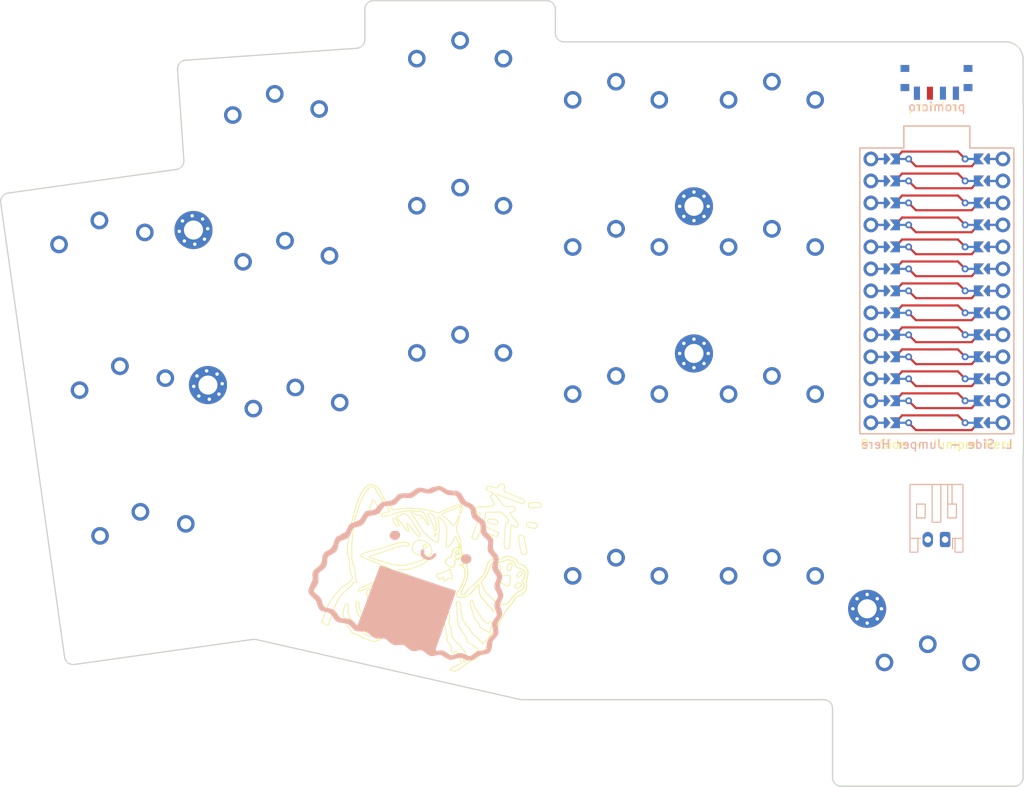
<source format=kicad_pcb>
(kicad_pcb (version 20171130) (host pcbnew 5.1.6)
  (title_block (title "shield-pcb") (rev "1.2") (company "imochoa"))
  (layers (0 F.Cu signal) (31 B.Cu signal) (34 B.Paste user) (35 F.Paste user) (36 B.SilkS user) (37 F.SilkS user) (38 B.Mask user) (39 F.Mask user) (44 Edge.Cuts user))
  (net 0 "")
  (net 1 "GND")
  (net 2 "grid-zn_pinky_bottom")
  (net 3 "grid-zn_pinky_home")
  (net 4 "grid-zn_pinky_top")
  (net 5 "grid-zn_ring_bottom")
  (net 6 "grid-zn_ring_home")
  (net 7 "grid-zn_ring_top")
  (net 8 "grid-zn_middle_bottom")
  (net 9 "grid-zn_middle_home")
  (net 10 "grid-zn_middle_top")
  (net 11 "grid-zn_index_bottom")
  (net 12 "grid-zn_index_home")
  (net 13 "grid-zn_index_top")
  (net 14 "grid-zn_inner_bottom")
  (net 15 "grid-zn_inner_home")
  (net 16 "grid-zn_inner_top")
  (net 17 "thumb-zn_near_thumb")
  (net 18 "thumb-zn_home_thumb")
  (net 19 "thumb-zn_far_thumb")
  (net 20 "RAW")
  (net 21 "B+")
  (net 22 "B-")
  (net 23 "RST")
  (net 24 "VCC")
  (net 25 "_1_0")
  (net 26 "_1_25")
  (net 27 "_1_1")
  (net 28 "_1_24")
  (net 29 "_1_2")
  (net 30 "_1_23")
  (net 31 "_1_3")
  (net 32 "_1_22")
  (net 33 "_1_4")
  (net 34 "_1_21")
  (net 35 "_1_5")
  (net 36 "_1_20")
  (net 37 "_1_6")
  (net 38 "_1_19")
  (net 39 "_1_7")
  (net 40 "_1_18")
  (net 41 "_1_8")
  (net 42 "_1_17")
  (net 43 "_1_9")
  (net 44 "_1_16")
  (net 45 "_1_10")
  (net 46 "_1_15")
  (net 47 "_1_11")
  (net 48 "_1_14")
  (net 49 "_1_12")
  (net 50 "_1_13")
  (net 51 "pos")
  (module PG1350 (layer F.Cu) (at 149.0097319 150.1391731 8)
    (fp_text reference "S1" hide)
    (fp_text value "" hide)
    (pad "" np_thru_hole circle (at 0 0) (size 3.429 3.429) (drill 3.429) (layers *.Cu *.Mask))
    (pad "" np_thru_hole circle (at 5.5 0) (size 1.7018 1.7018) (drill 1.7018) (layers *.Cu *.Mask))
    (pad "" np_thru_hole circle (at -5.5 0) (size 1.7018 1.7018) (drill 1.7018) (layers *.Cu *.Mask))
    (pad 1 thru_hole circle (at 5 -3.8) (size 2.032 2.032) (drill 1.27) (layers *.Cu *.Mask) (net 1 "GND"))
    (pad 2 thru_hole circle (at 0 -5.9) (size 2.032 2.032) (drill 1.27) (layers *.Cu *.Mask) (net 2 "grid-zn_pinky_bottom"))
    (pad 1 thru_hole circle (at -5 -3.8) (size 2.032 2.032) (drill 1.27) (layers *.Cu *.Mask) (net 1 "GND"))
    (pad 2 thru_hole circle (at -0 -5.9) (size 2.032 2.032) (drill 1.27) (layers *.Cu *.Mask) (net 2 "grid-zn_pinky_bottom"))
  )
  (module PG1350 (layer F.Cu) (at 146.6437892 133.3046159 8)
    (fp_text reference "S2" hide)
    (fp_text value "" hide)
    (pad "" np_thru_hole circle (at 0 0) (size 3.429 3.429) (drill 3.429) (layers *.Cu *.Mask))
    (pad "" np_thru_hole circle (at 5.5 0) (size 1.7018 1.7018) (drill 1.7018) (layers *.Cu *.Mask))
    (pad "" np_thru_hole circle (at -5.5 0) (size 1.7018 1.7018) (drill 1.7018) (layers *.Cu *.Mask))
    (pad 1 thru_hole circle (at 5 -3.8) (size 2.032 2.032) (drill 1.27) (layers *.Cu *.Mask) (net 1 "GND"))
    (pad 2 thru_hole circle (at 0 -5.9) (size 2.032 2.032) (drill 1.27) (layers *.Cu *.Mask) (net 3 "grid-zn_pinky_home"))
    (pad 1 thru_hole circle (at -5 -3.8) (size 2.032 2.032) (drill 1.27) (layers *.Cu *.Mask) (net 1 "GND"))
    (pad 2 thru_hole circle (at -0 -5.9) (size 2.032 2.032) (drill 1.27) (layers *.Cu *.Mask) (net 3 "grid-zn_pinky_home"))
  )
  (module PG1350 (layer F.Cu) (at 144.27784649999998 116.47005869999998 8)
    (fp_text reference "S3" hide)
    (fp_text value "" hide)
    (pad "" np_thru_hole circle (at 0 0) (size 3.429 3.429) (drill 3.429) (layers *.Cu *.Mask))
    (pad "" np_thru_hole circle (at 5.5 0) (size 1.7018 1.7018) (drill 1.7018) (layers *.Cu *.Mask))
    (pad "" np_thru_hole circle (at -5.5 0) (size 1.7018 1.7018) (drill 1.7018) (layers *.Cu *.Mask))
    (pad 1 thru_hole circle (at 5 -3.8) (size 2.032 2.032) (drill 1.27) (layers *.Cu *.Mask) (net 1 "GND"))
    (pad 2 thru_hole circle (at 0 -5.9) (size 2.032 2.032) (drill 1.27) (layers *.Cu *.Mask) (net 4 "grid-zn_pinky_top"))
    (pad 1 thru_hole circle (at -5 -3.8) (size 2.032 2.032) (drill 1.27) (layers *.Cu *.Mask) (net 1 "GND"))
    (pad 2 thru_hole circle (at -0 -5.9) (size 2.032 2.032) (drill 1.27) (layers *.Cu *.Mask) (net 4 "grid-zn_pinky_top"))
  )
  (module PG1350 (layer F.Cu) (at 166.4839054 135.80837620000003 4)
    (fp_text reference "S4" hide)
    (fp_text value "" hide)
    (pad "" np_thru_hole circle (at 0 0) (size 3.429 3.429) (drill 3.429) (layers *.Cu *.Mask))
    (pad "" np_thru_hole circle (at 5.5 0) (size 1.7018 1.7018) (drill 1.7018) (layers *.Cu *.Mask))
    (pad "" np_thru_hole circle (at -5.5 0) (size 1.7018 1.7018) (drill 1.7018) (layers *.Cu *.Mask))
    (pad 1 thru_hole circle (at 5 -3.8) (size 2.032 2.032) (drill 1.27) (layers *.Cu *.Mask) (net 1 "GND"))
    (pad 2 thru_hole circle (at 0 -5.9) (size 2.032 2.032) (drill 1.27) (layers *.Cu *.Mask) (net 5 "grid-zn_ring_bottom"))
    (pad 1 thru_hole circle (at -5 -3.8) (size 2.032 2.032) (drill 1.27) (layers *.Cu *.Mask) (net 1 "GND"))
    (pad 2 thru_hole circle (at -0 -5.9) (size 2.032 2.032) (drill 1.27) (layers *.Cu *.Mask) (net 5 "grid-zn_ring_bottom"))
  )
  (module PG1350 (layer F.Cu) (at 165.29804529999998 118.84978730000003 4)
    (fp_text reference "S5" hide)
    (fp_text value "" hide)
    (pad "" np_thru_hole circle (at 0 0) (size 3.429 3.429) (drill 3.429) (layers *.Cu *.Mask))
    (pad "" np_thru_hole circle (at 5.5 0) (size 1.7018 1.7018) (drill 1.7018) (layers *.Cu *.Mask))
    (pad "" np_thru_hole circle (at -5.5 0) (size 1.7018 1.7018) (drill 1.7018) (layers *.Cu *.Mask))
    (pad 1 thru_hole circle (at 5 -3.8) (size 2.032 2.032) (drill 1.27) (layers *.Cu *.Mask) (net 1 "GND"))
    (pad 2 thru_hole circle (at 0 -5.9) (size 2.032 2.032) (drill 1.27) (layers *.Cu *.Mask) (net 6 "grid-zn_ring_home"))
    (pad 1 thru_hole circle (at -5 -3.8) (size 2.032 2.032) (drill 1.27) (layers *.Cu *.Mask) (net 1 "GND"))
    (pad 2 thru_hole circle (at -0 -5.9) (size 2.032 2.032) (drill 1.27) (layers *.Cu *.Mask) (net 6 "grid-zn_ring_home"))
  )
  (module PG1350 (layer F.Cu) (at 164.11218519999997 101.89119840000004 4)
    (fp_text reference "S6" hide)
    (fp_text value "" hide)
    (pad "" np_thru_hole circle (at 0 0) (size 3.429 3.429) (drill 3.429) (layers *.Cu *.Mask))
    (pad "" np_thru_hole circle (at 5.5 0) (size 1.7018 1.7018) (drill 1.7018) (layers *.Cu *.Mask))
    (pad "" np_thru_hole circle (at -5.5 0) (size 1.7018 1.7018) (drill 1.7018) (layers *.Cu *.Mask))
    (pad 1 thru_hole circle (at 5 -3.8) (size 2.032 2.032) (drill 1.27) (layers *.Cu *.Mask) (net 1 "GND"))
    (pad 2 thru_hole circle (at 0 -5.9) (size 2.032 2.032) (drill 1.27) (layers *.Cu *.Mask) (net 7 "grid-zn_ring_top"))
    (pad 1 thru_hole circle (at -5 -3.8) (size 2.032 2.032) (drill 1.27) (layers *.Cu *.Mask) (net 1 "GND"))
    (pad 2 thru_hole circle (at -0 -5.9) (size 2.032 2.032) (drill 1.27) (layers *.Cu *.Mask) (net 7 "grid-zn_ring_top"))
  )
  (module PG1350 (layer F.Cu) (at 185.1053724 129.7316055 0)
    (fp_text reference "S7" hide)
    (fp_text value "" hide)
    (pad "" np_thru_hole circle (at 0 0) (size 3.429 3.429) (drill 3.429) (layers *.Cu *.Mask))
    (pad "" np_thru_hole circle (at 5.5 0) (size 1.7018 1.7018) (drill 1.7018) (layers *.Cu *.Mask))
    (pad "" np_thru_hole circle (at -5.5 0) (size 1.7018 1.7018) (drill 1.7018) (layers *.Cu *.Mask))
    (pad 1 thru_hole circle (at 5 -3.8) (size 2.032 2.032) (drill 1.27) (layers *.Cu *.Mask) (net 1 "GND"))
    (pad 2 thru_hole circle (at 0 -5.9) (size 2.032 2.032) (drill 1.27) (layers *.Cu *.Mask) (net 8 "grid-zn_middle_bottom"))
    (pad 1 thru_hole circle (at -5 -3.8) (size 2.032 2.032) (drill 1.27) (layers *.Cu *.Mask) (net 1 "GND"))
    (pad 2 thru_hole circle (at -0 -5.9) (size 2.032 2.032) (drill 1.27) (layers *.Cu *.Mask) (net 8 "grid-zn_middle_bottom"))
  )
  (module PG1350 (layer F.Cu) (at 185.1053724 112.7316055 0)
    (fp_text reference "S8" hide)
    (fp_text value "" hide)
    (pad "" np_thru_hole circle (at 0 0) (size 3.429 3.429) (drill 3.429) (layers *.Cu *.Mask))
    (pad "" np_thru_hole circle (at 5.5 0) (size 1.7018 1.7018) (drill 1.7018) (layers *.Cu *.Mask))
    (pad "" np_thru_hole circle (at -5.5 0) (size 1.7018 1.7018) (drill 1.7018) (layers *.Cu *.Mask))
    (pad 1 thru_hole circle (at 5 -3.8) (size 2.032 2.032) (drill 1.27) (layers *.Cu *.Mask) (net 1 "GND"))
    (pad 2 thru_hole circle (at 0 -5.9) (size 2.032 2.032) (drill 1.27) (layers *.Cu *.Mask) (net 9 "grid-zn_middle_home"))
    (pad 1 thru_hole circle (at -5 -3.8) (size 2.032 2.032) (drill 1.27) (layers *.Cu *.Mask) (net 1 "GND"))
    (pad 2 thru_hole circle (at -0 -5.9) (size 2.032 2.032) (drill 1.27) (layers *.Cu *.Mask) (net 9 "grid-zn_middle_home"))
  )
  (module PG1350 (layer F.Cu) (at 185.1053724 95.7316055 0)
    (fp_text reference "S9" hide)
    (fp_text value "" hide)
    (pad "" np_thru_hole circle (at 0 0) (size 3.429 3.429) (drill 3.429) (layers *.Cu *.Mask))
    (pad "" np_thru_hole circle (at 5.5 0) (size 1.7018 1.7018) (drill 1.7018) (layers *.Cu *.Mask))
    (pad "" np_thru_hole circle (at -5.5 0) (size 1.7018 1.7018) (drill 1.7018) (layers *.Cu *.Mask))
    (pad 1 thru_hole circle (at 5 -3.8) (size 2.032 2.032) (drill 1.27) (layers *.Cu *.Mask) (net 1 "GND"))
    (pad 2 thru_hole circle (at 0 -5.9) (size 2.032 2.032) (drill 1.27) (layers *.Cu *.Mask) (net 10 "grid-zn_middle_top"))
    (pad 1 thru_hole circle (at -5 -3.8) (size 2.032 2.032) (drill 1.27) (layers *.Cu *.Mask) (net 1 "GND"))
    (pad 2 thru_hole circle (at -0 -5.9) (size 2.032 2.032) (drill 1.27) (layers *.Cu *.Mask) (net 10 "grid-zn_middle_top"))
  )
  (module PG1350 (layer F.Cu) (at 203.1053723 134.4946055 0)
    (fp_text reference "S10" hide)
    (fp_text value "" hide)
    (pad "" np_thru_hole circle (at 0 0) (size 3.429 3.429) (drill 3.429) (layers *.Cu *.Mask))
    (pad "" np_thru_hole circle (at 5.5 0) (size 1.7018 1.7018) (drill 1.7018) (layers *.Cu *.Mask))
    (pad "" np_thru_hole circle (at -5.5 0) (size 1.7018 1.7018) (drill 1.7018) (layers *.Cu *.Mask))
    (pad 1 thru_hole circle (at 5 -3.8) (size 2.032 2.032) (drill 1.27) (layers *.Cu *.Mask) (net 1 "GND"))
    (pad 2 thru_hole circle (at 0 -5.9) (size 2.032 2.032) (drill 1.27) (layers *.Cu *.Mask) (net 11 "grid-zn_index_bottom"))
    (pad 1 thru_hole circle (at -5 -3.8) (size 2.032 2.032) (drill 1.27) (layers *.Cu *.Mask) (net 1 "GND"))
    (pad 2 thru_hole circle (at -0 -5.9) (size 2.032 2.032) (drill 1.27) (layers *.Cu *.Mask) (net 11 "grid-zn_index_bottom"))
  )
  (module PG1350 (layer F.Cu) (at 203.1053723 117.4946055 0)
    (fp_text reference "S11" hide)
    (fp_text value "" hide)
    (pad "" np_thru_hole circle (at 0 0) (size 3.429 3.429) (drill 3.429) (layers *.Cu *.Mask))
    (pad "" np_thru_hole circle (at 5.5 0) (size 1.7018 1.7018) (drill 1.7018) (layers *.Cu *.Mask))
    (pad "" np_thru_hole circle (at -5.5 0) (size 1.7018 1.7018) (drill 1.7018) (layers *.Cu *.Mask))
    (pad 1 thru_hole circle (at 5 -3.8) (size 2.032 2.032) (drill 1.27) (layers *.Cu *.Mask) (net 1 "GND"))
    (pad 2 thru_hole circle (at 0 -5.9) (size 2.032 2.032) (drill 1.27) (layers *.Cu *.Mask) (net 12 "grid-zn_index_home"))
    (pad 1 thru_hole circle (at -5 -3.8) (size 2.032 2.032) (drill 1.27) (layers *.Cu *.Mask) (net 1 "GND"))
    (pad 2 thru_hole circle (at -0 -5.9) (size 2.032 2.032) (drill 1.27) (layers *.Cu *.Mask) (net 12 "grid-zn_index_home"))
  )
  (module PG1350 (layer F.Cu) (at 203.1053723 100.4946055 0)
    (fp_text reference "S12" hide)
    (fp_text value "" hide)
    (pad "" np_thru_hole circle (at 0 0) (size 3.429 3.429) (drill 3.429) (layers *.Cu *.Mask))
    (pad "" np_thru_hole circle (at 5.5 0) (size 1.7018 1.7018) (drill 1.7018) (layers *.Cu *.Mask))
    (pad "" np_thru_hole circle (at -5.5 0) (size 1.7018 1.7018) (drill 1.7018) (layers *.Cu *.Mask))
    (pad 1 thru_hole circle (at 5 -3.8) (size 2.032 2.032) (drill 1.27) (layers *.Cu *.Mask) (net 1 "GND"))
    (pad 2 thru_hole circle (at 0 -5.9) (size 2.032 2.032) (drill 1.27) (layers *.Cu *.Mask) (net 13 "grid-zn_index_top"))
    (pad 1 thru_hole circle (at -5 -3.8) (size 2.032 2.032) (drill 1.27) (layers *.Cu *.Mask) (net 1 "GND"))
    (pad 2 thru_hole circle (at -0 -5.9) (size 2.032 2.032) (drill 1.27) (layers *.Cu *.Mask) (net 13 "grid-zn_index_top"))
  )
  (module PG1350 (layer F.Cu) (at 221.1053724 134.4946056 0)
    (fp_text reference "S13" hide)
    (fp_text value "" hide)
    (pad "" np_thru_hole circle (at 0 0) (size 3.429 3.429) (drill 3.429) (layers *.Cu *.Mask))
    (pad "" np_thru_hole circle (at 5.5 0) (size 1.7018 1.7018) (drill 1.7018) (layers *.Cu *.Mask))
    (pad "" np_thru_hole circle (at -5.5 0) (size 1.7018 1.7018) (drill 1.7018) (layers *.Cu *.Mask))
    (pad 1 thru_hole circle (at 5 -3.8) (size 2.032 2.032) (drill 1.27) (layers *.Cu *.Mask) (net 1 "GND"))
    (pad 2 thru_hole circle (at 0 -5.9) (size 2.032 2.032) (drill 1.27) (layers *.Cu *.Mask) (net 14 "grid-zn_inner_bottom"))
    (pad 1 thru_hole circle (at -5 -3.8) (size 2.032 2.032) (drill 1.27) (layers *.Cu *.Mask) (net 1 "GND"))
    (pad 2 thru_hole circle (at -0 -5.9) (size 2.032 2.032) (drill 1.27) (layers *.Cu *.Mask) (net 14 "grid-zn_inner_bottom"))
  )
  (module PG1350 (layer F.Cu) (at 221.1053724 117.4946056 0)
    (fp_text reference "S14" hide)
    (fp_text value "" hide)
    (pad "" np_thru_hole circle (at 0 0) (size 3.429 3.429) (drill 3.429) (layers *.Cu *.Mask))
    (pad "" np_thru_hole circle (at 5.5 0) (size 1.7018 1.7018) (drill 1.7018) (layers *.Cu *.Mask))
    (pad "" np_thru_hole circle (at -5.5 0) (size 1.7018 1.7018) (drill 1.7018) (layers *.Cu *.Mask))
    (pad 1 thru_hole circle (at 5 -3.8) (size 2.032 2.032) (drill 1.27) (layers *.Cu *.Mask) (net 1 "GND"))
    (pad 2 thru_hole circle (at 0 -5.9) (size 2.032 2.032) (drill 1.27) (layers *.Cu *.Mask) (net 15 "grid-zn_inner_home"))
    (pad 1 thru_hole circle (at -5 -3.8) (size 2.032 2.032) (drill 1.27) (layers *.Cu *.Mask) (net 1 "GND"))
    (pad 2 thru_hole circle (at -0 -5.9) (size 2.032 2.032) (drill 1.27) (layers *.Cu *.Mask) (net 15 "grid-zn_inner_home"))
  )
  (module PG1350 (layer F.Cu) (at 221.1053724 100.4946056 0)
    (fp_text reference "S15" hide)
    (fp_text value "" hide)
    (pad "" np_thru_hole circle (at 0 0) (size 3.429 3.429) (drill 3.429) (layers *.Cu *.Mask))
    (pad "" np_thru_hole circle (at 5.5 0) (size 1.7018 1.7018) (drill 1.7018) (layers *.Cu *.Mask))
    (pad "" np_thru_hole circle (at -5.5 0) (size 1.7018 1.7018) (drill 1.7018) (layers *.Cu *.Mask))
    (pad 1 thru_hole circle (at 5 -3.8) (size 2.032 2.032) (drill 1.27) (layers *.Cu *.Mask) (net 1 "GND"))
    (pad 2 thru_hole circle (at 0 -5.9) (size 2.032 2.032) (drill 1.27) (layers *.Cu *.Mask) (net 16 "grid-zn_inner_top"))
    (pad 1 thru_hole circle (at -5 -3.8) (size 2.032 2.032) (drill 1.27) (layers *.Cu *.Mask) (net 1 "GND"))
    (pad 2 thru_hole circle (at -0 -5.9) (size 2.032 2.032) (drill 1.27) (layers *.Cu *.Mask) (net 16 "grid-zn_inner_top"))
  )
  (module PG1350 (layer F.Cu) (at 203.1053723 155.4946055 0)
    (fp_text reference "S16" hide)
    (fp_text value "" hide)
    (pad "" np_thru_hole circle (at 0 0) (size 3.429 3.429) (drill 3.429) (layers *.Cu *.Mask))
    (pad "" np_thru_hole circle (at 5.5 0) (size 1.7018 1.7018) (drill 1.7018) (layers *.Cu *.Mask))
    (pad "" np_thru_hole circle (at -5.5 0) (size 1.7018 1.7018) (drill 1.7018) (layers *.Cu *.Mask))
    (pad 1 thru_hole circle (at 5 -3.8) (size 2.032 2.032) (drill 1.27) (layers *.Cu *.Mask) (net 1 "GND"))
    (pad 2 thru_hole circle (at 0 -5.9) (size 2.032 2.032) (drill 1.27) (layers *.Cu *.Mask) (net 17 "thumb-zn_near_thumb"))
    (pad 1 thru_hole circle (at -5 -3.8) (size 2.032 2.032) (drill 1.27) (layers *.Cu *.Mask) (net 1 "GND"))
    (pad 2 thru_hole circle (at -0 -5.9) (size 2.032 2.032) (drill 1.27) (layers *.Cu *.Mask) (net 17 "thumb-zn_near_thumb"))
  )
  (module PG1350 (layer F.Cu) (at 221.1053723 155.4946055 0)
    (fp_text reference "S17" hide)
    (fp_text value "" hide)
    (pad "" np_thru_hole circle (at 0 0) (size 3.429 3.429) (drill 3.429) (layers *.Cu *.Mask))
    (pad "" np_thru_hole circle (at 5.5 0) (size 1.7018 1.7018) (drill 1.7018) (layers *.Cu *.Mask))
    (pad "" np_thru_hole circle (at -5.5 0) (size 1.7018 1.7018) (drill 1.7018) (layers *.Cu *.Mask))
    (pad 1 thru_hole circle (at 5 -3.8) (size 2.032 2.032) (drill 1.27) (layers *.Cu *.Mask) (net 1 "GND"))
    (pad 2 thru_hole circle (at 0 -5.9) (size 2.032 2.032) (drill 1.27) (layers *.Cu *.Mask) (net 18 "thumb-zn_home_thumb"))
    (pad 1 thru_hole circle (at -5 -3.8) (size 2.032 2.032) (drill 1.27) (layers *.Cu *.Mask) (net 1 "GND"))
    (pad 2 thru_hole circle (at -0 -5.9) (size 2.032 2.032) (drill 1.27) (layers *.Cu *.Mask) (net 18 "thumb-zn_home_thumb"))
  )
  (module PG1350 (layer F.Cu) (at 239.1053723 165.4946055 0)
    (fp_text reference "S18" hide)
    (fp_text value "" hide)
    (pad "" np_thru_hole circle (at 0 0) (size 3.429 3.429) (drill 3.429) (layers *.Cu *.Mask))
    (pad "" np_thru_hole circle (at 5.5 0) (size 1.7018 1.7018) (drill 1.7018) (layers *.Cu *.Mask))
    (pad "" np_thru_hole circle (at -5.5 0) (size 1.7018 1.7018) (drill 1.7018) (layers *.Cu *.Mask))
    (pad 1 thru_hole circle (at 5 -3.8) (size 2.032 2.032) (drill 1.27) (layers *.Cu *.Mask) (net 1 "GND"))
    (pad 2 thru_hole circle (at 0 -5.9) (size 2.032 2.032) (drill 1.27) (layers *.Cu *.Mask) (net 19 "thumb-zn_far_thumb"))
    (pad 1 thru_hole circle (at -5 -3.8) (size 2.032 2.032) (drill 1.27) (layers *.Cu *.Mask) (net 1 "GND"))
    (pad 2 thru_hole circle (at -0 -5.9) (size 2.032 2.032) (drill 1.27) (layers *.Cu *.Mask) (net 19 "thumb-zn_far_thumb"))
  )
  (module ProMicro (at 240.1553724 117.4946056 0) (layer F.Cu)
    (fp_text reference "MCU" hide)
    (pad 0 thru_hole oval (at -7.62 -13.97 0) (size 1.7 1.7) (drill 1) (layers *.Cu *.Mask) (net 25 "_1_0"))
    (pad 25 thru_hole oval (at 7.62 -13.97 180) (size 1.7 1.7) (drill 1) (layers *.Cu *.Mask) (net 26 "_1_25"))
    (pad 1 thru_hole oval (at -7.62 -11.43 0) (size 1.7 1.7) (drill 1) (layers *.Cu *.Mask) (net 27 "_1_1"))
    (pad 24 thru_hole oval (at 7.62 -11.43 180) (size 1.7 1.7) (drill 1) (layers *.Cu *.Mask) (net 28 "_1_24"))
    (pad 2 thru_hole oval (at -7.62 -8.89 0) (size 1.7 1.7) (drill 1) (layers *.Cu *.Mask) (net 29 "_1_2"))
    (pad 23 thru_hole oval (at 7.62 -8.89 180) (size 1.7 1.7) (drill 1) (layers *.Cu *.Mask) (net 30 "_1_23"))
    (pad 3 thru_hole oval (at -7.62 -6.3500000000000005 0) (size 1.7 1.7) (drill 1) (layers *.Cu *.Mask) (net 31 "_1_3"))
    (pad 22 thru_hole oval (at 7.62 -6.3500000000000005 180) (size 1.7 1.7) (drill 1) (layers *.Cu *.Mask) (net 32 "_1_22"))
    (pad 4 thru_hole oval (at -7.62 -3.8100000000000005 0) (size 1.7 1.7) (drill 1) (layers *.Cu *.Mask) (net 33 "_1_4"))
    (pad 21 thru_hole oval (at 7.62 -3.8100000000000005 180) (size 1.7 1.7) (drill 1) (layers *.Cu *.Mask) (net 34 "_1_21"))
    (pad 5 thru_hole oval (at -7.62 -1.2700000000000014 0) (size 1.7 1.7) (drill 1) (layers *.Cu *.Mask) (net 35 "_1_5"))
    (pad 20 thru_hole oval (at 7.62 -1.2700000000000014 180) (size 1.7 1.7) (drill 1) (layers *.Cu *.Mask) (net 36 "_1_20"))
    (pad 6 thru_hole oval (at -7.62 1.2699999999999996 0) (size 1.7 1.7) (drill 1) (layers *.Cu *.Mask) (net 37 "_1_6"))
    (pad 19 thru_hole oval (at 7.62 1.2699999999999996 180) (size 1.7 1.7) (drill 1) (layers *.Cu *.Mask) (net 38 "_1_19"))
    (pad 7 thru_hole oval (at -7.62 3.8100000000000005 0) (size 1.7 1.7) (drill 1) (layers *.Cu *.Mask) (net 39 "_1_7"))
    (pad 18 thru_hole oval (at 7.62 3.8100000000000005 180) (size 1.7 1.7) (drill 1) (layers *.Cu *.Mask) (net 40 "_1_18"))
    (pad 8 thru_hole oval (at -7.62 6.35 0) (size 1.7 1.7) (drill 1) (layers *.Cu *.Mask) (net 41 "_1_8"))
    (pad 17 thru_hole oval (at 7.62 6.35 180) (size 1.7 1.7) (drill 1) (layers *.Cu *.Mask) (net 42 "_1_17"))
    (pad 9 thru_hole oval (at -7.62 8.889999999999999 0) (size 1.7 1.7) (drill 1) (layers *.Cu *.Mask) (net 43 "_1_9"))
    (pad 16 thru_hole oval (at 7.62 8.889999999999999 180) (size 1.7 1.7) (drill 1) (layers *.Cu *.Mask) (net 44 "_1_16"))
    (pad 10 thru_hole oval (at -7.62 11.429999999999998 0) (size 1.7 1.7) (drill 1) (layers *.Cu *.Mask) (net 45 "_1_10"))
    (pad 15 thru_hole oval (at 7.62 11.429999999999998 180) (size 1.7 1.7) (drill 1) (layers *.Cu *.Mask) (net 46 "_1_15"))
    (pad 11 thru_hole oval (at -7.62 13.97 0) (size 1.7 1.7) (drill 1) (layers *.Cu *.Mask) (net 47 "_1_11"))
    (pad 14 thru_hole oval (at 7.62 13.97 180) (size 1.7 1.7) (drill 1) (layers *.Cu *.Mask) (net 48 "_1_14"))
    (pad 12 thru_hole oval (at -7.62 16.509999999999998 0) (size 1.7 1.7) (drill 1) (layers *.Cu *.Mask) (net 49 "_1_12"))
    (pad 13 thru_hole oval (at 7.62 16.509999999999998 180) (size 1.7 1.7) (drill 1) (layers *.Cu *.Mask) (net 50 "_1_13"))
    (pad 0 thru_hole circle (at -3.2620000000000005 -13.97) (size 0.8 0.8) (drill 0.4) (layers *.Cu *.Mask) (net 22 "B-"))
    (pad 0 smd custom (at -5.62 -13.97 0) (size 0.2 0.2) (layers F.Cu F.Mask) (net 25 "_1_0") (options (clearance outline) (anchor rect)) (primitives (gr_poly (pts (xy -0.5 -0.625) (xy -0.25 -0.625) (xy 0.25 0) (xy -0.25 0.625) (xy -0.5 0.625)) (width 0) (fill yes))))
    (pad 25 smd custom (at -4.775 -13.97 0) (size 0.2 0.2) (layers F.Cu F.Mask) (net 21 "B+") (options (clearance outline) (anchor rect)) (primitives (gr_poly (pts (xy -0.65 -0.625) (xy 0.5 -0.625) (xy 0.5 0.625) (xy -0.65 0.625) (xy -0.15 0)) (width 0) (fill yes))))
    (pad 0 smd custom (at -5.62 -13.97 0) (size 0.2 0.2) (layers B.Cu B.Mask) (net 25 "_1_0") (options (clearance outline) (anchor rect)) (primitives (gr_poly (pts (xy -0.5 -0.625) (xy -0.25 -0.625) (xy 0.25 0) (xy -0.25 0.625) (xy -0.5 0.625)) (width 0) (fill yes))))
    (pad 0 smd custom (at -4.775 -13.97 0) (size 0.2 0.2) (layers B.Cu B.Mask) (net 22 "B-") (options (clearance outline) (anchor rect)) (primitives (gr_poly (pts (xy -0.65 -0.625) (xy 0.5 -0.625) (xy 0.5 0.625) (xy -0.65 0.625) (xy -0.15 0)) (width 0) (fill yes))))
    (pad 25 thru_hole circle (at 3.2620000000000005 -13.97) (size 0.8 0.8) (drill 0.4) (layers *.Cu *.Mask) (net 21 "B+"))
    (pad 25 smd custom (at 5.62 -13.97 180) (size 0.2 0.2) (layers B.Cu B.Mask) (net 26 "_1_25") (options (clearance outline) (anchor rect)) (primitives (gr_poly (pts (xy -0.5 -0.625) (xy -0.25 -0.625) (xy 0.25 0) (xy -0.25 0.625) (xy -0.5 0.625)) (width 0) (fill yes))))
    (pad 25 smd custom (at 4.775 -13.97 180) (size 0.2 0.2) (layers B.Cu B.Mask) (net 21 "B+") (options (clearance outline) (anchor rect)) (primitives (gr_poly (pts (xy -0.65 -0.625) (xy 0.5 -0.625) (xy 0.5 0.625) (xy -0.65 0.625) (xy -0.15 0)) (width 0) (fill yes))))
    (pad 0 smd custom (at 4.775 -13.97 180) (size 0.2 0.2) (layers F.Cu F.Mask) (net 22 "B-") (options (clearance outline) (anchor rect)) (primitives (gr_poly (pts (xy -0.65 -0.625) (xy 0.5 -0.625) (xy 0.5 0.625) (xy -0.65 0.625) (xy -0.15 0)) (width 0) (fill yes))))
    (pad 25 smd custom (at 5.62 -13.97 180) (size 0.2 0.2) (layers F.Cu F.Mask) (net 26 "_1_25") (options (clearance outline) (anchor rect)) (primitives (gr_poly (pts (xy -0.5 -0.625) (xy -0.25 -0.625) (xy 0.25 0) (xy -0.25 0.625) (xy -0.5 0.625)) (width 0) (fill yes))))
    (pad 1 thru_hole circle (at -3.2620000000000005 -11.43) (size 0.8 0.8) (drill 0.4) (layers *.Cu *.Mask) (net 15 "grid-zn_inner_home"))
    (pad 1 smd custom (at -5.62 -11.43 0) (size 0.2 0.2) (layers F.Cu F.Mask) (net 27 "_1_1") (options (clearance outline) (anchor rect)) (primitives (gr_poly (pts (xy -0.5 -0.625) (xy -0.25 -0.625) (xy 0.25 0) (xy -0.25 0.625) (xy -0.5 0.625)) (width 0) (fill yes))))
    (pad 24 smd custom (at -4.775 -11.43 0) (size 0.2 0.2) (layers F.Cu F.Mask) (net 20 "RAW") (options (clearance outline) (anchor rect)) (primitives (gr_poly (pts (xy -0.65 -0.625) (xy 0.5 -0.625) (xy 0.5 0.625) (xy -0.65 0.625) (xy -0.15 0)) (width 0) (fill yes))))
    (pad 1 smd custom (at -5.62 -11.43 0) (size 0.2 0.2) (layers B.Cu B.Mask) (net 27 "_1_1") (options (clearance outline) (anchor rect)) (primitives (gr_poly (pts (xy -0.5 -0.625) (xy -0.25 -0.625) (xy 0.25 0) (xy -0.25 0.625) (xy -0.5 0.625)) (width 0) (fill yes))))
    (pad 1 smd custom (at -4.775 -11.43 0) (size 0.2 0.2) (layers B.Cu B.Mask) (net 15 "grid-zn_inner_home") (options (clearance outline) (anchor rect)) (primitives (gr_poly (pts (xy -0.65 -0.625) (xy 0.5 -0.625) (xy 0.5 0.625) (xy -0.65 0.625) (xy -0.15 0)) (width 0) (fill yes))))
    (pad 24 thru_hole circle (at 3.2620000000000005 -11.43) (size 0.8 0.8) (drill 0.4) (layers *.Cu *.Mask) (net 20 "RAW"))
    (pad 24 smd custom (at 5.62 -11.43 180) (size 0.2 0.2) (layers B.Cu B.Mask) (net 28 "_1_24") (options (clearance outline) (anchor rect)) (primitives (gr_poly (pts (xy -0.5 -0.625) (xy -0.25 -0.625) (xy 0.25 0) (xy -0.25 0.625) (xy -0.5 0.625)) (width 0) (fill yes))))
    (pad 24 smd custom (at 4.775 -11.43 180) (size 0.2 0.2) (layers B.Cu B.Mask) (net 20 "RAW") (options (clearance outline) (anchor rect)) (primitives (gr_poly (pts (xy -0.65 -0.625) (xy 0.5 -0.625) (xy 0.5 0.625) (xy -0.65 0.625) (xy -0.15 0)) (width 0) (fill yes))))
    (pad 1 smd custom (at 4.775 -11.43 180) (size 0.2 0.2) (layers F.Cu F.Mask) (net 15 "grid-zn_inner_home") (options (clearance outline) (anchor rect)) (primitives (gr_poly (pts (xy -0.65 -0.625) (xy 0.5 -0.625) (xy 0.5 0.625) (xy -0.65 0.625) (xy -0.15 0)) (width 0) (fill yes))))
    (pad 24 smd custom (at 5.62 -11.43 180) (size 0.2 0.2) (layers F.Cu F.Mask) (net 28 "_1_24") (options (clearance outline) (anchor rect)) (primitives (gr_poly (pts (xy -0.5 -0.625) (xy -0.25 -0.625) (xy 0.25 0) (xy -0.25 0.625) (xy -0.5 0.625)) (width 0) (fill yes))))
    (pad 2 thru_hole circle (at -3.2620000000000005 -8.89) (size 0.8 0.8) (drill 0.4) (layers *.Cu *.Mask) (net 17 "thumb-zn_near_thumb"))
    (pad 2 smd custom (at -5.62 -8.89 0) (size 0.2 0.2) (layers F.Cu F.Mask) (net 29 "_1_2") (options (clearance outline) (anchor rect)) (primitives (gr_poly (pts (xy -0.5 -0.625) (xy -0.25 -0.625) (xy 0.25 0) (xy -0.25 0.625) (xy -0.5 0.625)) (width 0) (fill yes))))
    (pad 23 smd custom (at -4.775 -8.89 0) (size 0.2 0.2) (layers F.Cu F.Mask) (net 1 "GND") (options (clearance outline) (anchor rect)) (primitives (gr_poly (pts (xy -0.65 -0.625) (xy 0.5 -0.625) (xy 0.5 0.625) (xy -0.65 0.625) (xy -0.15 0)) (width 0) (fill yes))))
    (pad 2 smd custom (at -5.62 -8.89 0) (size 0.2 0.2) (layers B.Cu B.Mask) (net 29 "_1_2") (options (clearance outline) (anchor rect)) (primitives (gr_poly (pts (xy -0.5 -0.625) (xy -0.25 -0.625) (xy 0.25 0) (xy -0.25 0.625) (xy -0.5 0.625)) (width 0) (fill yes))))
    (pad 2 smd custom (at -4.775 -8.89 0) (size 0.2 0.2) (layers B.Cu B.Mask) (net 17 "thumb-zn_near_thumb") (options (clearance outline) (anchor rect)) (primitives (gr_poly (pts (xy -0.65 -0.625) (xy 0.5 -0.625) (xy 0.5 0.625) (xy -0.65 0.625) (xy -0.15 0)) (width 0) (fill yes))))
    (pad 23 thru_hole circle (at 3.2620000000000005 -8.89) (size 0.8 0.8) (drill 0.4) (layers *.Cu *.Mask) (net 1 "GND"))
    (pad 23 smd custom (at 5.62 -8.89 180) (size 0.2 0.2) (layers B.Cu B.Mask) (net 30 "_1_23") (options (clearance outline) (anchor rect)) (primitives (gr_poly (pts (xy -0.5 -0.625) (xy -0.25 -0.625) (xy 0.25 0) (xy -0.25 0.625) (xy -0.5 0.625)) (width 0) (fill yes))))
    (pad 23 smd custom (at 4.775 -8.89 180) (size 0.2 0.2) (layers B.Cu B.Mask) (net 1 "GND") (options (clearance outline) (anchor rect)) (primitives (gr_poly (pts (xy -0.65 -0.625) (xy 0.5 -0.625) (xy 0.5 0.625) (xy -0.65 0.625) (xy -0.15 0)) (width 0) (fill yes))))
    (pad 2 smd custom (at 4.775 -8.89 180) (size 0.2 0.2) (layers F.Cu F.Mask) (net 17 "thumb-zn_near_thumb") (options (clearance outline) (anchor rect)) (primitives (gr_poly (pts (xy -0.65 -0.625) (xy 0.5 -0.625) (xy 0.5 0.625) (xy -0.65 0.625) (xy -0.15 0)) (width 0) (fill yes))))
    (pad 23 smd custom (at 5.62 -8.89 180) (size 0.2 0.2) (layers F.Cu F.Mask) (net 30 "_1_23") (options (clearance outline) (anchor rect)) (primitives (gr_poly (pts (xy -0.5 -0.625) (xy -0.25 -0.625) (xy 0.25 0) (xy -0.25 0.625) (xy -0.5 0.625)) (width 0) (fill yes))))
    (pad 3 thru_hole circle (at -3.2620000000000005 -6.3500000000000005) (size 0.8 0.8) (drill 0.4) (layers *.Cu *.Mask) (net 1 "GND"))
    (pad 3 smd custom (at -5.62 -6.3500000000000005 0) (size 0.2 0.2) (layers F.Cu F.Mask) (net 31 "_1_3") (options (clearance outline) (anchor rect)) (primitives (gr_poly (pts (xy -0.5 -0.625) (xy -0.25 -0.625) (xy 0.25 0) (xy -0.25 0.625) (xy -0.5 0.625)) (width 0) (fill yes))))
    (pad 22 smd custom (at -4.775 -6.3500000000000005 0) (size 0.2 0.2) (layers F.Cu F.Mask) (net 23 "RST") (options (clearance outline) (anchor rect)) (primitives (gr_poly (pts (xy -0.65 -0.625) (xy 0.5 -0.625) (xy 0.5 0.625) (xy -0.65 0.625) (xy -0.15 0)) (width 0) (fill yes))))
    (pad 3 smd custom (at -5.62 -6.3500000000000005 0) (size 0.2 0.2) (layers B.Cu B.Mask) (net 31 "_1_3") (options (clearance outline) (anchor rect)) (primitives (gr_poly (pts (xy -0.5 -0.625) (xy -0.25 -0.625) (xy 0.25 0) (xy -0.25 0.625) (xy -0.5 0.625)) (width 0) (fill yes))))
    (pad 3 smd custom (at -4.775 -6.3500000000000005 0) (size 0.2 0.2) (layers B.Cu B.Mask) (net 1 "GND") (options (clearance outline) (anchor rect)) (primitives (gr_poly (pts (xy -0.65 -0.625) (xy 0.5 -0.625) (xy 0.5 0.625) (xy -0.65 0.625) (xy -0.15 0)) (width 0) (fill yes))))
    (pad 22 thru_hole circle (at 3.2620000000000005 -6.3500000000000005) (size 0.8 0.8) (drill 0.4) (layers *.Cu *.Mask) (net 23 "RST"))
    (pad 22 smd custom (at 5.62 -6.3500000000000005 180) (size 0.2 0.2) (layers B.Cu B.Mask) (net 32 "_1_22") (options (clearance outline) (anchor rect)) (primitives (gr_poly (pts (xy -0.5 -0.625) (xy -0.25 -0.625) (xy 0.25 0) (xy -0.25 0.625) (xy -0.5 0.625)) (width 0) (fill yes))))
    (pad 22 smd custom (at 4.775 -6.3500000000000005 180) (size 0.2 0.2) (layers B.Cu B.Mask) (net 23 "RST") (options (clearance outline) (anchor rect)) (primitives (gr_poly (pts (xy -0.65 -0.625) (xy 0.5 -0.625) (xy 0.5 0.625) (xy -0.65 0.625) (xy -0.15 0)) (width 0) (fill yes))))
    (pad 3 smd custom (at 4.775 -6.3500000000000005 180) (size 0.2 0.2) (layers F.Cu F.Mask) (net 1 "GND") (options (clearance outline) (anchor rect)) (primitives (gr_poly (pts (xy -0.65 -0.625) (xy 0.5 -0.625) (xy 0.5 0.625) (xy -0.65 0.625) (xy -0.15 0)) (width 0) (fill yes))))
    (pad 22 smd custom (at 5.62 -6.3500000000000005 180) (size 0.2 0.2) (layers F.Cu F.Mask) (net 32 "_1_22") (options (clearance outline) (anchor rect)) (primitives (gr_poly (pts (xy -0.5 -0.625) (xy -0.25 -0.625) (xy 0.25 0) (xy -0.25 0.625) (xy -0.5 0.625)) (width 0) (fill yes))))
    (pad 4 thru_hole circle (at -3.2620000000000005 -3.8100000000000005) (size 0.8 0.8) (drill 0.4) (layers *.Cu *.Mask) (net 1 "GND"))
    (pad 4 smd custom (at -5.62 -3.8100000000000005 0) (size 0.2 0.2) (layers F.Cu F.Mask) (net 33 "_1_4") (options (clearance outline) (anchor rect)) (primitives (gr_poly (pts (xy -0.5 -0.625) (xy -0.25 -0.625) (xy 0.25 0) (xy -0.25 0.625) (xy -0.5 0.625)) (width 0) (fill yes))))
    (pad 21 smd custom (at -4.775 -3.8100000000000005 0) (size 0.2 0.2) (layers F.Cu F.Mask) (net 24 "VCC") (options (clearance outline) (anchor rect)) (primitives (gr_poly (pts (xy -0.65 -0.625) (xy 0.5 -0.625) (xy 0.5 0.625) (xy -0.65 0.625) (xy -0.15 0)) (width 0) (fill yes))))
    (pad 4 smd custom (at -5.62 -3.8100000000000005 0) (size 0.2 0.2) (layers B.Cu B.Mask) (net 33 "_1_4") (options (clearance outline) (anchor rect)) (primitives (gr_poly (pts (xy -0.5 -0.625) (xy -0.25 -0.625) (xy 0.25 0) (xy -0.25 0.625) (xy -0.5 0.625)) (width 0) (fill yes))))
    (pad 4 smd custom (at -4.775 -3.8100000000000005 0) (size 0.2 0.2) (layers B.Cu B.Mask) (net 1 "GND") (options (clearance outline) (anchor rect)) (primitives (gr_poly (pts (xy -0.65 -0.625) (xy 0.5 -0.625) (xy 0.5 0.625) (xy -0.65 0.625) (xy -0.15 0)) (width 0) (fill yes))))
    (pad 21 thru_hole circle (at 3.2620000000000005 -3.8100000000000005) (size 0.8 0.8) (drill 0.4) (layers *.Cu *.Mask) (net 24 "VCC"))
    (pad 21 smd custom (at 5.62 -3.8100000000000005 180) (size 0.2 0.2) (layers B.Cu B.Mask) (net 34 "_1_21") (options (clearance outline) (anchor rect)) (primitives (gr_poly (pts (xy -0.5 -0.625) (xy -0.25 -0.625) (xy 0.25 0) (xy -0.25 0.625) (xy -0.5 0.625)) (width 0) (fill yes))))
    (pad 21 smd custom (at 4.775 -3.8100000000000005 180) (size 0.2 0.2) (layers B.Cu B.Mask) (net 24 "VCC") (options (clearance outline) (anchor rect)) (primitives (gr_poly (pts (xy -0.65 -0.625) (xy 0.5 -0.625) (xy 0.5 0.625) (xy -0.65 0.625) (xy -0.15 0)) (width 0) (fill yes))))
    (pad 4 smd custom (at 4.775 -3.8100000000000005 180) (size 0.2 0.2) (layers F.Cu F.Mask) (net 1 "GND") (options (clearance outline) (anchor rect)) (primitives (gr_poly (pts (xy -0.65 -0.625) (xy 0.5 -0.625) (xy 0.5 0.625) (xy -0.65 0.625) (xy -0.15 0)) (width 0) (fill yes))))
    (pad 21 smd custom (at 5.62 -3.8100000000000005 180) (size 0.2 0.2) (layers F.Cu F.Mask) (net 34 "_1_21") (options (clearance outline) (anchor rect)) (primitives (gr_poly (pts (xy -0.5 -0.625) (xy -0.25 -0.625) (xy 0.25 0) (xy -0.25 0.625) (xy -0.5 0.625)) (width 0) (fill yes))))
    (pad 5 thru_hole circle (at -3.2620000000000005 -1.2700000000000014) (size 0.8 0.8) (drill 0.4) (layers *.Cu *.Mask) (net 2 "grid-zn_pinky_bottom"))
    (pad 5 smd custom (at -5.62 -1.2700000000000014 0) (size 0.2 0.2) (layers F.Cu F.Mask) (net 35 "_1_5") (options (clearance outline) (anchor rect)) (primitives (gr_poly (pts (xy -0.5 -0.625) (xy -0.25 -0.625) (xy 0.25 0) (xy -0.25 0.625) (xy -0.5 0.625)) (width 0) (fill yes))))
    (pad 20 smd custom (at -4.775 -1.2700000000000014 0) (size 0.2 0.2) (layers F.Cu F.Mask) (net 16 "grid-zn_inner_top") (options (clearance outline) (anchor rect)) (primitives (gr_poly (pts (xy -0.65 -0.625) (xy 0.5 -0.625) (xy 0.5 0.625) (xy -0.65 0.625) (xy -0.15 0)) (width 0) (fill yes))))
    (pad 5 smd custom (at -5.62 -1.2700000000000014 0) (size 0.2 0.2) (layers B.Cu B.Mask) (net 35 "_1_5") (options (clearance outline) (anchor rect)) (primitives (gr_poly (pts (xy -0.5 -0.625) (xy -0.25 -0.625) (xy 0.25 0) (xy -0.25 0.625) (xy -0.5 0.625)) (width 0) (fill yes))))
    (pad 5 smd custom (at -4.775 -1.2700000000000014 0) (size 0.2 0.2) (layers B.Cu B.Mask) (net 2 "grid-zn_pinky_bottom") (options (clearance outline) (anchor rect)) (primitives (gr_poly (pts (xy -0.65 -0.625) (xy 0.5 -0.625) (xy 0.5 0.625) (xy -0.65 0.625) (xy -0.15 0)) (width 0) (fill yes))))
    (pad 20 thru_hole circle (at 3.2620000000000005 -1.2700000000000014) (size 0.8 0.8) (drill 0.4) (layers *.Cu *.Mask) (net 16 "grid-zn_inner_top"))
    (pad 20 smd custom (at 5.62 -1.2700000000000014 180) (size 0.2 0.2) (layers B.Cu B.Mask) (net 36 "_1_20") (options (clearance outline) (anchor rect)) (primitives (gr_poly (pts (xy -0.5 -0.625) (xy -0.25 -0.625) (xy 0.25 0) (xy -0.25 0.625) (xy -0.5 0.625)) (width 0) (fill yes))))
    (pad 20 smd custom (at 4.775 -1.2700000000000014 180) (size 0.2 0.2) (layers B.Cu B.Mask) (net 16 "grid-zn_inner_top") (options (clearance outline) (anchor rect)) (primitives (gr_poly (pts (xy -0.65 -0.625) (xy 0.5 -0.625) (xy 0.5 0.625) (xy -0.65 0.625) (xy -0.15 0)) (width 0) (fill yes))))
    (pad 5 smd custom (at 4.775 -1.2700000000000014 180) (size 0.2 0.2) (layers F.Cu F.Mask) (net 2 "grid-zn_pinky_bottom") (options (clearance outline) (anchor rect)) (primitives (gr_poly (pts (xy -0.65 -0.625) (xy 0.5 -0.625) (xy 0.5 0.625) (xy -0.65 0.625) (xy -0.15 0)) (width 0) (fill yes))))
    (pad 20 smd custom (at 5.62 -1.2700000000000014 180) (size 0.2 0.2) (layers F.Cu F.Mask) (net 36 "_1_20") (options (clearance outline) (anchor rect)) (primitives (gr_poly (pts (xy -0.5 -0.625) (xy -0.25 -0.625) (xy 0.25 0) (xy -0.25 0.625) (xy -0.5 0.625)) (width 0) (fill yes))))
    (pad 6 thru_hole circle (at -3.2620000000000005 1.2699999999999996) (size 0.8 0.8) (drill 0.4) (layers *.Cu *.Mask) (net 5 "grid-zn_ring_bottom"))
    (pad 6 smd custom (at -5.62 1.2699999999999996 0) (size 0.2 0.2) (layers F.Cu F.Mask) (net 37 "_1_6") (options (clearance outline) (anchor rect)) (primitives (gr_poly (pts (xy -0.5 -0.625) (xy -0.25 -0.625) (xy 0.25 0) (xy -0.25 0.625) (xy -0.5 0.625)) (width 0) (fill yes))))
    (pad 19 smd custom (at -4.775 1.2699999999999996 0) (size 0.2 0.2) (layers F.Cu F.Mask) (net 13 "grid-zn_index_top") (options (clearance outline) (anchor rect)) (primitives (gr_poly (pts (xy -0.65 -0.625) (xy 0.5 -0.625) (xy 0.5 0.625) (xy -0.65 0.625) (xy -0.15 0)) (width 0) (fill yes))))
    (pad 6 smd custom (at -5.62 1.2699999999999996 0) (size 0.2 0.2) (layers B.Cu B.Mask) (net 37 "_1_6") (options (clearance outline) (anchor rect)) (primitives (gr_poly (pts (xy -0.5 -0.625) (xy -0.25 -0.625) (xy 0.25 0) (xy -0.25 0.625) (xy -0.5 0.625)) (width 0) (fill yes))))
    (pad 6 smd custom (at -4.775 1.2699999999999996 0) (size 0.2 0.2) (layers B.Cu B.Mask) (net 5 "grid-zn_ring_bottom") (options (clearance outline) (anchor rect)) (primitives (gr_poly (pts (xy -0.65 -0.625) (xy 0.5 -0.625) (xy 0.5 0.625) (xy -0.65 0.625) (xy -0.15 0)) (width 0) (fill yes))))
    (pad 19 thru_hole circle (at 3.2620000000000005 1.2699999999999996) (size 0.8 0.8) (drill 0.4) (layers *.Cu *.Mask) (net 13 "grid-zn_index_top"))
    (pad 19 smd custom (at 5.62 1.2699999999999996 180) (size 0.2 0.2) (layers B.Cu B.Mask) (net 38 "_1_19") (options (clearance outline) (anchor rect)) (primitives (gr_poly (pts (xy -0.5 -0.625) (xy -0.25 -0.625) (xy 0.25 0) (xy -0.25 0.625) (xy -0.5 0.625)) (width 0) (fill yes))))
    (pad 19 smd custom (at 4.775 1.2699999999999996 180) (size 0.2 0.2) (layers B.Cu B.Mask) (net 13 "grid-zn_index_top") (options (clearance outline) (anchor rect)) (primitives (gr_poly (pts (xy -0.65 -0.625) (xy 0.5 -0.625) (xy 0.5 0.625) (xy -0.65 0.625) (xy -0.15 0)) (width 0) (fill yes))))
    (pad 6 smd custom (at 4.775 1.2699999999999996 180) (size 0.2 0.2) (layers F.Cu F.Mask) (net 5 "grid-zn_ring_bottom") (options (clearance outline) (anchor rect)) (primitives (gr_poly (pts (xy -0.65 -0.625) (xy 0.5 -0.625) (xy 0.5 0.625) (xy -0.65 0.625) (xy -0.15 0)) (width 0) (fill yes))))
    (pad 19 smd custom (at 5.62 1.2699999999999996 180) (size 0.2 0.2) (layers F.Cu F.Mask) (net 38 "_1_19") (options (clearance outline) (anchor rect)) (primitives (gr_poly (pts (xy -0.5 -0.625) (xy -0.25 -0.625) (xy 0.25 0) (xy -0.25 0.625) (xy -0.5 0.625)) (width 0) (fill yes))))
    (pad 7 thru_hole circle (at -3.2620000000000005 3.8100000000000005) (size 0.8 0.8) (drill 0.4) (layers *.Cu *.Mask) (net 8 "grid-zn_middle_bottom"))
    (pad 7 smd custom (at -5.62 3.8100000000000005 0) (size 0.2 0.2) (layers F.Cu F.Mask) (net 39 "_1_7") (options (clearance outline) (anchor rect)) (primitives (gr_poly (pts (xy -0.5 -0.625) (xy -0.25 -0.625) (xy 0.25 0) (xy -0.25 0.625) (xy -0.5 0.625)) (width 0) (fill yes))))
    (pad 18 smd custom (at -4.775 3.8100000000000005 0) (size 0.2 0.2) (layers F.Cu F.Mask) (net 10 "grid-zn_middle_top") (options (clearance outline) (anchor rect)) (primitives (gr_poly (pts (xy -0.65 -0.625) (xy 0.5 -0.625) (xy 0.5 0.625) (xy -0.65 0.625) (xy -0.15 0)) (width 0) (fill yes))))
    (pad 7 smd custom (at -5.62 3.8100000000000005 0) (size 0.2 0.2) (layers B.Cu B.Mask) (net 39 "_1_7") (options (clearance outline) (anchor rect)) (primitives (gr_poly (pts (xy -0.5 -0.625) (xy -0.25 -0.625) (xy 0.25 0) (xy -0.25 0.625) (xy -0.5 0.625)) (width 0) (fill yes))))
    (pad 7 smd custom (at -4.775 3.8100000000000005 0) (size 0.2 0.2) (layers B.Cu B.Mask) (net 8 "grid-zn_middle_bottom") (options (clearance outline) (anchor rect)) (primitives (gr_poly (pts (xy -0.65 -0.625) (xy 0.5 -0.625) (xy 0.5 0.625) (xy -0.65 0.625) (xy -0.15 0)) (width 0) (fill yes))))
    (pad 18 thru_hole circle (at 3.2620000000000005 3.8100000000000005) (size 0.8 0.8) (drill 0.4) (layers *.Cu *.Mask) (net 10 "grid-zn_middle_top"))
    (pad 18 smd custom (at 5.62 3.8100000000000005 180) (size 0.2 0.2) (layers B.Cu B.Mask) (net 40 "_1_18") (options (clearance outline) (anchor rect)) (primitives (gr_poly (pts (xy -0.5 -0.625) (xy -0.25 -0.625) (xy 0.25 0) (xy -0.25 0.625) (xy -0.5 0.625)) (width 0) (fill yes))))
    (pad 18 smd custom (at 4.775 3.8100000000000005 180) (size 0.2 0.2) (layers B.Cu B.Mask) (net 10 "grid-zn_middle_top") (options (clearance outline) (anchor rect)) (primitives (gr_poly (pts (xy -0.65 -0.625) (xy 0.5 -0.625) (xy 0.5 0.625) (xy -0.65 0.625) (xy -0.15 0)) (width 0) (fill yes))))
    (pad 7 smd custom (at 4.775 3.8100000000000005 180) (size 0.2 0.2) (layers F.Cu F.Mask) (net 8 "grid-zn_middle_bottom") (options (clearance outline) (anchor rect)) (primitives (gr_poly (pts (xy -0.65 -0.625) (xy 0.5 -0.625) (xy 0.5 0.625) (xy -0.65 0.625) (xy -0.15 0)) (width 0) (fill yes))))
    (pad 18 smd custom (at 5.62 3.8100000000000005 180) (size 0.2 0.2) (layers F.Cu F.Mask) (net 40 "_1_18") (options (clearance outline) (anchor rect)) (primitives (gr_poly (pts (xy -0.5 -0.625) (xy -0.25 -0.625) (xy 0.25 0) (xy -0.25 0.625) (xy -0.5 0.625)) (width 0) (fill yes))))
    (pad 8 thru_hole circle (at -3.2620000000000005 6.35) (size 0.8 0.8) (drill 0.4) (layers *.Cu *.Mask) (net 11 "grid-zn_index_bottom"))
    (pad 8 smd custom (at -5.62 6.35 0) (size 0.2 0.2) (layers F.Cu F.Mask) (net 41 "_1_8") (options (clearance outline) (anchor rect)) (primitives (gr_poly (pts (xy -0.5 -0.625) (xy -0.25 -0.625) (xy 0.25 0) (xy -0.25 0.625) (xy -0.5 0.625)) (width 0) (fill yes))))
    (pad 17 smd custom (at -4.775 6.35 0) (size 0.2 0.2) (layers F.Cu F.Mask) (net 7 "grid-zn_ring_top") (options (clearance outline) (anchor rect)) (primitives (gr_poly (pts (xy -0.65 -0.625) (xy 0.5 -0.625) (xy 0.5 0.625) (xy -0.65 0.625) (xy -0.15 0)) (width 0) (fill yes))))
    (pad 8 smd custom (at -5.62 6.35 0) (size 0.2 0.2) (layers B.Cu B.Mask) (net 41 "_1_8") (options (clearance outline) (anchor rect)) (primitives (gr_poly (pts (xy -0.5 -0.625) (xy -0.25 -0.625) (xy 0.25 0) (xy -0.25 0.625) (xy -0.5 0.625)) (width 0) (fill yes))))
    (pad 8 smd custom (at -4.775 6.35 0) (size 0.2 0.2) (layers B.Cu B.Mask) (net 11 "grid-zn_index_bottom") (options (clearance outline) (anchor rect)) (primitives (gr_poly (pts (xy -0.65 -0.625) (xy 0.5 -0.625) (xy 0.5 0.625) (xy -0.65 0.625) (xy -0.15 0)) (width 0) (fill yes))))
    (pad 17 thru_hole circle (at 3.2620000000000005 6.35) (size 0.8 0.8) (drill 0.4) (layers *.Cu *.Mask) (net 7 "grid-zn_ring_top"))
    (pad 17 smd custom (at 5.62 6.35 180) (size 0.2 0.2) (layers B.Cu B.Mask) (net 42 "_1_17") (options (clearance outline) (anchor rect)) (primitives (gr_poly (pts (xy -0.5 -0.625) (xy -0.25 -0.625) (xy 0.25 0) (xy -0.25 0.625) (xy -0.5 0.625)) (width 0) (fill yes))))
    (pad 17 smd custom (at 4.775 6.35 180) (size 0.2 0.2) (layers B.Cu B.Mask) (net 7 "grid-zn_ring_top") (options (clearance outline) (anchor rect)) (primitives (gr_poly (pts (xy -0.65 -0.625) (xy 0.5 -0.625) (xy 0.5 0.625) (xy -0.65 0.625) (xy -0.15 0)) (width 0) (fill yes))))
    (pad 8 smd custom (at 4.775 6.35 180) (size 0.2 0.2) (layers F.Cu F.Mask) (net 11 "grid-zn_index_bottom") (options (clearance outline) (anchor rect)) (primitives (gr_poly (pts (xy -0.65 -0.625) (xy 0.5 -0.625) (xy 0.5 0.625) (xy -0.65 0.625) (xy -0.15 0)) (width 0) (fill yes))))
    (pad 17 smd custom (at 5.62 6.35 180) (size 0.2 0.2) (layers F.Cu F.Mask) (net 42 "_1_17") (options (clearance outline) (anchor rect)) (primitives (gr_poly (pts (xy -0.5 -0.625) (xy -0.25 -0.625) (xy 0.25 0) (xy -0.25 0.625) (xy -0.5 0.625)) (width 0) (fill yes))))
    (pad 9 thru_hole circle (at -3.2620000000000005 8.889999999999999) (size 0.8 0.8) (drill 0.4) (layers *.Cu *.Mask) (net 14 "grid-zn_inner_bottom"))
    (pad 9 smd custom (at -5.62 8.889999999999999 0) (size 0.2 0.2) (layers F.Cu F.Mask) (net 43 "_1_9") (options (clearance outline) (anchor rect)) (primitives (gr_poly (pts (xy -0.5 -0.625) (xy -0.25 -0.625) (xy 0.25 0) (xy -0.25 0.625) (xy -0.5 0.625)) (width 0) (fill yes))))
    (pad 16 smd custom (at -4.775 8.889999999999999 0) (size 0.2 0.2) (layers F.Cu F.Mask) (net 3 "grid-zn_pinky_home") (options (clearance outline) (anchor rect)) (primitives (gr_poly (pts (xy -0.65 -0.625) (xy 0.5 -0.625) (xy 0.5 0.625) (xy -0.65 0.625) (xy -0.15 0)) (width 0) (fill yes))))
    (pad 9 smd custom (at -5.62 8.889999999999999 0) (size 0.2 0.2) (layers B.Cu B.Mask) (net 43 "_1_9") (options (clearance outline) (anchor rect)) (primitives (gr_poly (pts (xy -0.5 -0.625) (xy -0.25 -0.625) (xy 0.25 0) (xy -0.25 0.625) (xy -0.5 0.625)) (width 0) (fill yes))))
    (pad 9 smd custom (at -4.775 8.889999999999999 0) (size 0.2 0.2) (layers B.Cu B.Mask) (net 14 "grid-zn_inner_bottom") (options (clearance outline) (anchor rect)) (primitives (gr_poly (pts (xy -0.65 -0.625) (xy 0.5 -0.625) (xy 0.5 0.625) (xy -0.65 0.625) (xy -0.15 0)) (width 0) (fill yes))))
    (pad 16 thru_hole circle (at 3.2620000000000005 8.889999999999999) (size 0.8 0.8) (drill 0.4) (layers *.Cu *.Mask) (net 3 "grid-zn_pinky_home"))
    (pad 16 smd custom (at 5.62 8.889999999999999 180) (size 0.2 0.2) (layers B.Cu B.Mask) (net 44 "_1_16") (options (clearance outline) (anchor rect)) (primitives (gr_poly (pts (xy -0.5 -0.625) (xy -0.25 -0.625) (xy 0.25 0) (xy -0.25 0.625) (xy -0.5 0.625)) (width 0) (fill yes))))
    (pad 16 smd custom (at 4.775 8.889999999999999 180) (size 0.2 0.2) (layers B.Cu B.Mask) (net 3 "grid-zn_pinky_home") (options (clearance outline) (anchor rect)) (primitives (gr_poly (pts (xy -0.65 -0.625) (xy 0.5 -0.625) (xy 0.5 0.625) (xy -0.65 0.625) (xy -0.15 0)) (width 0) (fill yes))))
    (pad 9 smd custom (at 4.775 8.889999999999999 180) (size 0.2 0.2) (layers F.Cu F.Mask) (net 14 "grid-zn_inner_bottom") (options (clearance outline) (anchor rect)) (primitives (gr_poly (pts (xy -0.65 -0.625) (xy 0.5 -0.625) (xy 0.5 0.625) (xy -0.65 0.625) (xy -0.15 0)) (width 0) (fill yes))))
    (pad 16 smd custom (at 5.62 8.889999999999999 180) (size 0.2 0.2) (layers F.Cu F.Mask) (net 44 "_1_16") (options (clearance outline) (anchor rect)) (primitives (gr_poly (pts (xy -0.5 -0.625) (xy -0.25 -0.625) (xy 0.25 0) (xy -0.25 0.625) (xy -0.5 0.625)) (width 0) (fill yes))))
    (pad 10 thru_hole circle (at -3.2620000000000005 11.429999999999998) (size 0.8 0.8) (drill 0.4) (layers *.Cu *.Mask) (net 4 "grid-zn_pinky_top"))
    (pad 10 smd custom (at -5.62 11.429999999999998 0) (size 0.2 0.2) (layers F.Cu F.Mask) (net 45 "_1_10") (options (clearance outline) (anchor rect)) (primitives (gr_poly (pts (xy -0.5 -0.625) (xy -0.25 -0.625) (xy 0.25 0) (xy -0.25 0.625) (xy -0.5 0.625)) (width 0) (fill yes))))
    (pad 15 smd custom (at -4.775 11.429999999999998 0) (size 0.2 0.2) (layers F.Cu F.Mask) (net 6 "grid-zn_ring_home") (options (clearance outline) (anchor rect)) (primitives (gr_poly (pts (xy -0.65 -0.625) (xy 0.5 -0.625) (xy 0.5 0.625) (xy -0.65 0.625) (xy -0.15 0)) (width 0) (fill yes))))
    (pad 10 smd custom (at -5.62 11.429999999999998 0) (size 0.2 0.2) (layers B.Cu B.Mask) (net 45 "_1_10") (options (clearance outline) (anchor rect)) (primitives (gr_poly (pts (xy -0.5 -0.625) (xy -0.25 -0.625) (xy 0.25 0) (xy -0.25 0.625) (xy -0.5 0.625)) (width 0) (fill yes))))
    (pad 10 smd custom (at -4.775 11.429999999999998 0) (size 0.2 0.2) (layers B.Cu B.Mask) (net 4 "grid-zn_pinky_top") (options (clearance outline) (anchor rect)) (primitives (gr_poly (pts (xy -0.65 -0.625) (xy 0.5 -0.625) (xy 0.5 0.625) (xy -0.65 0.625) (xy -0.15 0)) (width 0) (fill yes))))
    (pad 15 thru_hole circle (at 3.2620000000000005 11.429999999999998) (size 0.8 0.8) (drill 0.4) (layers *.Cu *.Mask) (net 6 "grid-zn_ring_home"))
    (pad 15 smd custom (at 5.62 11.429999999999998 180) (size 0.2 0.2) (layers B.Cu B.Mask) (net 46 "_1_15") (options (clearance outline) (anchor rect)) (primitives (gr_poly (pts (xy -0.5 -0.625) (xy -0.25 -0.625) (xy 0.25 0) (xy -0.25 0.625) (xy -0.5 0.625)) (width 0) (fill yes))))
    (pad 15 smd custom (at 4.775 11.429999999999998 180) (size 0.2 0.2) (layers B.Cu B.Mask) (net 6 "grid-zn_ring_home") (options (clearance outline) (anchor rect)) (primitives (gr_poly (pts (xy -0.65 -0.625) (xy 0.5 -0.625) (xy 0.5 0.625) (xy -0.65 0.625) (xy -0.15 0)) (width 0) (fill yes))))
    (pad 10 smd custom (at 4.775 11.429999999999998 180) (size 0.2 0.2) (layers F.Cu F.Mask) (net 4 "grid-zn_pinky_top") (options (clearance outline) (anchor rect)) (primitives (gr_poly (pts (xy -0.65 -0.625) (xy 0.5 -0.625) (xy 0.5 0.625) (xy -0.65 0.625) (xy -0.15 0)) (width 0) (fill yes))))
    (pad 15 smd custom (at 5.62 11.429999999999998 180) (size 0.2 0.2) (layers F.Cu F.Mask) (net 46 "_1_15") (options (clearance outline) (anchor rect)) (primitives (gr_poly (pts (xy -0.5 -0.625) (xy -0.25 -0.625) (xy 0.25 0) (xy -0.25 0.625) (xy -0.5 0.625)) (width 0) (fill yes))))
    (pad 11 thru_hole circle (at -3.2620000000000005 13.97) (size 0.8 0.8) (drill 0.4) (layers *.Cu *.Mask) (net 18 "thumb-zn_home_thumb"))
    (pad 11 smd custom (at -5.62 13.97 0) (size 0.2 0.2) (layers F.Cu F.Mask) (net 47 "_1_11") (options (clearance outline) (anchor rect)) (primitives (gr_poly (pts (xy -0.5 -0.625) (xy -0.25 -0.625) (xy 0.25 0) (xy -0.25 0.625) (xy -0.5 0.625)) (width 0) (fill yes))))
    (pad 14 smd custom (at -4.775 13.97 0) (size 0.2 0.2) (layers F.Cu F.Mask) (net 9 "grid-zn_middle_home") (options (clearance outline) (anchor rect)) (primitives (gr_poly (pts (xy -0.65 -0.625) (xy 0.5 -0.625) (xy 0.5 0.625) (xy -0.65 0.625) (xy -0.15 0)) (width 0) (fill yes))))
    (pad 11 smd custom (at -5.62 13.97 0) (size 0.2 0.2) (layers B.Cu B.Mask) (net 47 "_1_11") (options (clearance outline) (anchor rect)) (primitives (gr_poly (pts (xy -0.5 -0.625) (xy -0.25 -0.625) (xy 0.25 0) (xy -0.25 0.625) (xy -0.5 0.625)) (width 0) (fill yes))))
    (pad 11 smd custom (at -4.775 13.97 0) (size 0.2 0.2) (layers B.Cu B.Mask) (net 18 "thumb-zn_home_thumb") (options (clearance outline) (anchor rect)) (primitives (gr_poly (pts (xy -0.65 -0.625) (xy 0.5 -0.625) (xy 0.5 0.625) (xy -0.65 0.625) (xy -0.15 0)) (width 0) (fill yes))))
    (pad 14 thru_hole circle (at 3.2620000000000005 13.97) (size 0.8 0.8) (drill 0.4) (layers *.Cu *.Mask) (net 9 "grid-zn_middle_home"))
    (pad 14 smd custom (at 5.62 13.97 180) (size 0.2 0.2) (layers B.Cu B.Mask) (net 48 "_1_14") (options (clearance outline) (anchor rect)) (primitives (gr_poly (pts (xy -0.5 -0.625) (xy -0.25 -0.625) (xy 0.25 0) (xy -0.25 0.625) (xy -0.5 0.625)) (width 0) (fill yes))))
    (pad 14 smd custom (at 4.775 13.97 180) (size 0.2 0.2) (layers B.Cu B.Mask) (net 9 "grid-zn_middle_home") (options (clearance outline) (anchor rect)) (primitives (gr_poly (pts (xy -0.65 -0.625) (xy 0.5 -0.625) (xy 0.5 0.625) (xy -0.65 0.625) (xy -0.15 0)) (width 0) (fill yes))))
    (pad 11 smd custom (at 4.775 13.97 180) (size 0.2 0.2) (layers F.Cu F.Mask) (net 18 "thumb-zn_home_thumb") (options (clearance outline) (anchor rect)) (primitives (gr_poly (pts (xy -0.65 -0.625) (xy 0.5 -0.625) (xy 0.5 0.625) (xy -0.65 0.625) (xy -0.15 0)) (width 0) (fill yes))))
    (pad 14 smd custom (at 5.62 13.97 180) (size 0.2 0.2) (layers F.Cu F.Mask) (net 48 "_1_14") (options (clearance outline) (anchor rect)) (primitives (gr_poly (pts (xy -0.5 -0.625) (xy -0.25 -0.625) (xy 0.25 0) (xy -0.25 0.625) (xy -0.5 0.625)) (width 0) (fill yes))))
    (pad 12 thru_hole circle (at -3.2620000000000005 16.509999999999998) (size 0.8 0.8) (drill 0.4) (layers *.Cu *.Mask) (net 19 "thumb-zn_far_thumb"))
    (pad 12 smd custom (at -5.62 16.509999999999998 0) (size 0.2 0.2) (layers F.Cu F.Mask) (net 49 "_1_12") (options (clearance outline) (anchor rect)) (primitives (gr_poly (pts (xy -0.5 -0.625) (xy -0.25 -0.625) (xy 0.25 0) (xy -0.25 0.625) (xy -0.5 0.625)) (width 0) (fill yes))))
    (pad 13 smd custom (at -4.775 16.509999999999998 0) (size 0.2 0.2) (layers F.Cu F.Mask) (net 12 "grid-zn_index_home") (options (clearance outline) (anchor rect)) (primitives (gr_poly (pts (xy -0.65 -0.625) (xy 0.5 -0.625) (xy 0.5 0.625) (xy -0.65 0.625) (xy -0.15 0)) (width 0) (fill yes))))
    (pad 12 smd custom (at -5.62 16.509999999999998 0) (size 0.2 0.2) (layers B.Cu B.Mask) (net 49 "_1_12") (options (clearance outline) (anchor rect)) (primitives (gr_poly (pts (xy -0.5 -0.625) (xy -0.25 -0.625) (xy 0.25 0) (xy -0.25 0.625) (xy -0.5 0.625)) (width 0) (fill yes))))
    (pad 12 smd custom (at -4.775 16.509999999999998 0) (size 0.2 0.2) (layers B.Cu B.Mask) (net 19 "thumb-zn_far_thumb") (options (clearance outline) (anchor rect)) (primitives (gr_poly (pts (xy -0.65 -0.625) (xy 0.5 -0.625) (xy 0.5 0.625) (xy -0.65 0.625) (xy -0.15 0)) (width 0) (fill yes))))
    (pad 13 thru_hole circle (at 3.2620000000000005 16.509999999999998) (size 0.8 0.8) (drill 0.4) (layers *.Cu *.Mask) (net 12 "grid-zn_index_home"))
    (pad 13 smd custom (at 5.62 16.509999999999998 180) (size 0.2 0.2) (layers B.Cu B.Mask) (net 50 "_1_13") (options (clearance outline) (anchor rect)) (primitives (gr_poly (pts (xy -0.5 -0.625) (xy -0.25 -0.625) (xy 0.25 0) (xy -0.25 0.625) (xy -0.5 0.625)) (width 0) (fill yes))))
    (pad 13 smd custom (at 4.775 16.509999999999998 180) (size 0.2 0.2) (layers B.Cu B.Mask) (net 12 "grid-zn_index_home") (options (clearance outline) (anchor rect)) (primitives (gr_poly (pts (xy -0.65 -0.625) (xy 0.5 -0.625) (xy 0.5 0.625) (xy -0.65 0.625) (xy -0.15 0)) (width 0) (fill yes))))
    (pad 12 smd custom (at 4.775 16.509999999999998 180) (size 0.2 0.2) (layers F.Cu F.Mask) (net 19 "thumb-zn_far_thumb") (options (clearance outline) (anchor rect)) (primitives (gr_poly (pts (xy -0.65 -0.625) (xy 0.5 -0.625) (xy 0.5 0.625) (xy -0.65 0.625) (xy -0.15 0)) (width 0) (fill yes))))
    (pad 13 smd custom (at 5.62 16.509999999999998 180) (size 0.2 0.2) (layers F.Cu F.Mask) (net 50 "_1_13") (options (clearance outline) (anchor rect)) (primitives (gr_poly (pts (xy -0.5 -0.625) (xy -0.25 -0.625) (xy 0.25 0) (xy -0.25 0.625) (xy -0.5 0.625)) (width 0) (fill yes))))
    (fp_text user "promicro" (at 0 -20 0) (layer B.SilkS) (effects (justify mirror)))
    (fp_text user "R. Side - Jumper Here" (at 0 19 0) (layer F.SilkS))
    (fp_text user "L. Side - Jumper Here" (at 0 19 0) (layer B.SilkS) (effects (justify mirror)))
    (fp_text user "promicro" (at 0 -20 0) (layer F.SilkS))
  )
  (segment (start 234.54 103.52) (end 232.54 103.52) (width 0.25) (layer "F.Cu"))
  (segment (start 234.54 103.52) (end 232.54 103.52) (width 0.25) (layer "B.Cu"))
  (segment (start 245.78 103.52) (end 247.78 103.52) (width 0.25) (layer "F.Cu"))
  (segment (start 245.78 103.52) (end 247.78 103.52) (width 0.25) (layer "B.Cu"))
  (segment (start 235.38 103.52) (end 236.14 102.67) (width 0.25) (layer "F.Cu"))
  (segment (start 236.14 102.67) (end 242.58 102.67) (width 0.25) (layer "F.Cu"))
  (segment (start 242.58 102.67) (end 243.42 103.52) (width 0.25) (layer "F.Cu"))
  (segment (start 244.93 103.52) (end 244.18 104.37) (width 0.25) (layer "F.Cu"))
  (segment (start 244.18 104.37) (end 237.74 104.37) (width 0.25) (layer "F.Cu"))
  (segment (start 237.74 104.37) (end 236.89 103.52) (width 0.25) (layer "F.Cu"))
  (segment (start 235.38 103.52) (end 236.89 103.52) (width 0.25) (layer "B.Cu"))
  (segment (start 244.93 103.52) (end 243.42 103.52) (width 0.25) (layer "B.Cu"))
  (segment (start 234.54 106.06) (end 232.54 106.06) (width 0.25) (layer "F.Cu"))
  (segment (start 234.54 106.06) (end 232.54 106.06) (width 0.25) (layer "B.Cu"))
  (segment (start 245.78 106.06) (end 247.78 106.06) (width 0.25) (layer "F.Cu"))
  (segment (start 245.78 106.06) (end 247.78 106.06) (width 0.25) (layer "B.Cu"))
  (segment (start 235.38 106.06) (end 236.14 105.21) (width 0.25) (layer "F.Cu"))
  (segment (start 236.14 105.21) (end 242.58 105.21) (width 0.25) (layer "F.Cu"))
  (segment (start 242.58 105.21) (end 243.42 106.06) (width 0.25) (layer "F.Cu"))
  (segment (start 244.93 106.06) (end 244.18 106.91) (width 0.25) (layer "F.Cu"))
  (segment (start 244.18 106.91) (end 237.74 106.91) (width 0.25) (layer "F.Cu"))
  (segment (start 237.74 106.91) (end 236.89 106.06) (width 0.25) (layer "F.Cu"))
  (segment (start 235.38 106.06) (end 236.89 106.06) (width 0.25) (layer "B.Cu"))
  (segment (start 244.93 106.06) (end 243.42 106.06) (width 0.25) (layer "B.Cu"))
  (segment (start 234.54 108.60) (end 232.54 108.60) (width 0.25) (layer "F.Cu"))
  (segment (start 234.54 108.60) (end 232.54 108.60) (width 0.25) (layer "B.Cu"))
  (segment (start 245.78 108.60) (end 247.78 108.60) (width 0.25) (layer "F.Cu"))
  (segment (start 245.78 108.60) (end 247.78 108.60) (width 0.25) (layer "B.Cu"))
  (segment (start 235.38 108.60) (end 236.14 107.75) (width 0.25) (layer "F.Cu"))
  (segment (start 236.14 107.75) (end 242.58 107.75) (width 0.25) (layer "F.Cu"))
  (segment (start 242.58 107.75) (end 243.42 108.60) (width 0.25) (layer "F.Cu"))
  (segment (start 244.93 108.60) (end 244.18 109.45) (width 0.25) (layer "F.Cu"))
  (segment (start 244.18 109.45) (end 237.74 109.45) (width 0.25) (layer "F.Cu"))
  (segment (start 237.74 109.45) (end 236.89 108.60) (width 0.25) (layer "F.Cu"))
  (segment (start 235.38 108.60) (end 236.89 108.60) (width 0.25) (layer "B.Cu"))
  (segment (start 244.93 108.60) (end 243.42 108.60) (width 0.25) (layer "B.Cu"))
  (segment (start 234.54 111.14) (end 232.54 111.14) (width 0.25) (layer "F.Cu"))
  (segment (start 234.54 111.14) (end 232.54 111.14) (width 0.25) (layer "B.Cu"))
  (segment (start 245.78 111.14) (end 247.78 111.14) (width 0.25) (layer "F.Cu"))
  (segment (start 245.78 111.14) (end 247.78 111.14) (width 0.25) (layer "B.Cu"))
  (segment (start 235.38 111.14) (end 236.14 110.29) (width 0.25) (layer "F.Cu"))
  (segment (start 236.14 110.29) (end 242.58 110.29) (width 0.25) (layer "F.Cu"))
  (segment (start 242.58 110.29) (end 243.42 111.14) (width 0.25) (layer "F.Cu"))
  (segment (start 244.93 111.14) (end 244.18 111.99) (width 0.25) (layer "F.Cu"))
  (segment (start 244.18 111.99) (end 237.74 111.99) (width 0.25) (layer "F.Cu"))
  (segment (start 237.74 111.99) (end 236.89 111.14) (width 0.25) (layer "F.Cu"))
  (segment (start 235.38 111.14) (end 236.89 111.14) (width 0.25) (layer "B.Cu"))
  (segment (start 244.93 111.14) (end 243.42 111.14) (width 0.25) (layer "B.Cu"))
  (segment (start 234.54 113.68) (end 232.54 113.68) (width 0.25) (layer "F.Cu"))
  (segment (start 234.54 113.68) (end 232.54 113.68) (width 0.25) (layer "B.Cu"))
  (segment (start 245.78 113.68) (end 247.78 113.68) (width 0.25) (layer "F.Cu"))
  (segment (start 245.78 113.68) (end 247.78 113.68) (width 0.25) (layer "B.Cu"))
  (segment (start 235.38 113.68) (end 236.14 112.83) (width 0.25) (layer "F.Cu"))
  (segment (start 236.14 112.83) (end 242.58 112.83) (width 0.25) (layer "F.Cu"))
  (segment (start 242.58 112.83) (end 243.42 113.68) (width 0.25) (layer "F.Cu"))
  (segment (start 244.93 113.68) (end 244.18 114.53) (width 0.25) (layer "F.Cu"))
  (segment (start 244.18 114.53) (end 237.74 114.53) (width 0.25) (layer "F.Cu"))
  (segment (start 237.74 114.53) (end 236.89 113.68) (width 0.25) (layer "F.Cu"))
  (segment (start 235.38 113.68) (end 236.89 113.68) (width 0.25) (layer "B.Cu"))
  (segment (start 244.93 113.68) (end 243.42 113.68) (width 0.25) (layer "B.Cu"))
  (segment (start 234.54 116.22) (end 232.54 116.22) (width 0.25) (layer "F.Cu"))
  (segment (start 234.54 116.22) (end 232.54 116.22) (width 0.25) (layer "B.Cu"))
  (segment (start 245.78 116.22) (end 247.78 116.22) (width 0.25) (layer "F.Cu"))
  (segment (start 245.78 116.22) (end 247.78 116.22) (width 0.25) (layer "B.Cu"))
  (segment (start 235.38 116.22) (end 236.14 115.37) (width 0.25) (layer "F.Cu"))
  (segment (start 236.14 115.37) (end 242.58 115.37) (width 0.25) (layer "F.Cu"))
  (segment (start 242.58 115.37) (end 243.42 116.22) (width 0.25) (layer "F.Cu"))
  (segment (start 244.93 116.22) (end 244.18 117.07) (width 0.25) (layer "F.Cu"))
  (segment (start 244.18 117.07) (end 237.74 117.07) (width 0.25) (layer "F.Cu"))
  (segment (start 237.74 117.07) (end 236.89 116.22) (width 0.25) (layer "F.Cu"))
  (segment (start 235.38 116.22) (end 236.89 116.22) (width 0.25) (layer "B.Cu"))
  (segment (start 244.93 116.22) (end 243.42 116.22) (width 0.25) (layer "B.Cu"))
  (segment (start 234.54 118.76) (end 232.54 118.76) (width 0.25) (layer "F.Cu"))
  (segment (start 234.54 118.76) (end 232.54 118.76) (width 0.25) (layer "B.Cu"))
  (segment (start 245.78 118.76) (end 247.78 118.76) (width 0.25) (layer "F.Cu"))
  (segment (start 245.78 118.76) (end 247.78 118.76) (width 0.25) (layer "B.Cu"))
  (segment (start 235.38 118.76) (end 236.14 117.91) (width 0.25) (layer "F.Cu"))
  (segment (start 236.14 117.91) (end 242.58 117.91) (width 0.25) (layer "F.Cu"))
  (segment (start 242.58 117.91) (end 243.42 118.76) (width 0.25) (layer "F.Cu"))
  (segment (start 244.93 118.76) (end 244.18 119.61) (width 0.25) (layer "F.Cu"))
  (segment (start 244.18 119.61) (end 237.74 119.61) (width 0.25) (layer "F.Cu"))
  (segment (start 237.74 119.61) (end 236.89 118.76) (width 0.25) (layer "F.Cu"))
  (segment (start 235.38 118.76) (end 236.89 118.76) (width 0.25) (layer "B.Cu"))
  (segment (start 244.93 118.76) (end 243.42 118.76) (width 0.25) (layer "B.Cu"))
  (segment (start 234.54 121.30) (end 232.54 121.30) (width 0.25) (layer "F.Cu"))
  (segment (start 234.54 121.30) (end 232.54 121.30) (width 0.25) (layer "B.Cu"))
  (segment (start 245.78 121.30) (end 247.78 121.30) (width 0.25) (layer "F.Cu"))
  (segment (start 245.78 121.30) (end 247.78 121.30) (width 0.25) (layer "B.Cu"))
  (segment (start 235.38 121.30) (end 236.14 120.45) (width 0.25) (layer "F.Cu"))
  (segment (start 236.14 120.45) (end 242.58 120.45) (width 0.25) (layer "F.Cu"))
  (segment (start 242.58 120.45) (end 243.42 121.30) (width 0.25) (layer "F.Cu"))
  (segment (start 244.93 121.30) (end 244.18 122.15) (width 0.25) (layer "F.Cu"))
  (segment (start 244.18 122.15) (end 237.74 122.15) (width 0.25) (layer "F.Cu"))
  (segment (start 237.74 122.15) (end 236.89 121.30) (width 0.25) (layer "F.Cu"))
  (segment (start 235.38 121.30) (end 236.89 121.30) (width 0.25) (layer "B.Cu"))
  (segment (start 244.93 121.30) (end 243.42 121.30) (width 0.25) (layer "B.Cu"))
  (segment (start 234.54 123.84) (end 232.54 123.84) (width 0.25) (layer "F.Cu"))
  (segment (start 234.54 123.84) (end 232.54 123.84) (width 0.25) (layer "B.Cu"))
  (segment (start 245.78 123.84) (end 247.78 123.84) (width 0.25) (layer "F.Cu"))
  (segment (start 245.78 123.84) (end 247.78 123.84) (width 0.25) (layer "B.Cu"))
  (segment (start 235.38 123.84) (end 236.14 122.99) (width 0.25) (layer "F.Cu"))
  (segment (start 236.14 122.99) (end 242.58 122.99) (width 0.25) (layer "F.Cu"))
  (segment (start 242.58 122.99) (end 243.42 123.84) (width 0.25) (layer "F.Cu"))
  (segment (start 244.93 123.84) (end 244.18 124.69) (width 0.25) (layer "F.Cu"))
  (segment (start 244.18 124.69) (end 237.74 124.69) (width 0.25) (layer "F.Cu"))
  (segment (start 237.74 124.69) (end 236.89 123.84) (width 0.25) (layer "F.Cu"))
  (segment (start 235.38 123.84) (end 236.89 123.84) (width 0.25) (layer "B.Cu"))
  (segment (start 244.93 123.84) (end 243.42 123.84) (width 0.25) (layer "B.Cu"))
  (segment (start 234.54 126.38) (end 232.54 126.38) (width 0.25) (layer "F.Cu"))
  (segment (start 234.54 126.38) (end 232.54 126.38) (width 0.25) (layer "B.Cu"))
  (segment (start 245.78 126.38) (end 247.78 126.38) (width 0.25) (layer "F.Cu"))
  (segment (start 245.78 126.38) (end 247.78 126.38) (width 0.25) (layer "B.Cu"))
  (segment (start 235.38 126.38) (end 236.14 125.53) (width 0.25) (layer "F.Cu"))
  (segment (start 236.14 125.53) (end 242.58 125.53) (width 0.25) (layer "F.Cu"))
  (segment (start 242.58 125.53) (end 243.42 126.38) (width 0.25) (layer "F.Cu"))
  (segment (start 244.93 126.38) (end 244.18 127.23) (width 0.25) (layer "F.Cu"))
  (segment (start 244.18 127.23) (end 237.74 127.23) (width 0.25) (layer "F.Cu"))
  (segment (start 237.74 127.23) (end 236.89 126.38) (width 0.25) (layer "F.Cu"))
  (segment (start 235.38 126.38) (end 236.89 126.38) (width 0.25) (layer "B.Cu"))
  (segment (start 244.93 126.38) (end 243.42 126.38) (width 0.25) (layer "B.Cu"))
  (segment (start 234.54 128.92) (end 232.54 128.92) (width 0.25) (layer "F.Cu"))
  (segment (start 234.54 128.92) (end 232.54 128.92) (width 0.25) (layer "B.Cu"))
  (segment (start 245.78 128.92) (end 247.78 128.92) (width 0.25) (layer "F.Cu"))
  (segment (start 245.78 128.92) (end 247.78 128.92) (width 0.25) (layer "B.Cu"))
  (segment (start 235.38 128.92) (end 236.14 128.07) (width 0.25) (layer "F.Cu"))
  (segment (start 236.14 128.07) (end 242.58 128.07) (width 0.25) (layer "F.Cu"))
  (segment (start 242.58 128.07) (end 243.42 128.92) (width 0.25) (layer "F.Cu"))
  (segment (start 244.93 128.92) (end 244.18 129.77) (width 0.25) (layer "F.Cu"))
  (segment (start 244.18 129.77) (end 237.74 129.77) (width 0.25) (layer "F.Cu"))
  (segment (start 237.74 129.77) (end 236.89 128.92) (width 0.25) (layer "F.Cu"))
  (segment (start 235.38 128.92) (end 236.89 128.92) (width 0.25) (layer "B.Cu"))
  (segment (start 244.93 128.92) (end 243.42 128.92) (width 0.25) (layer "B.Cu"))
  (segment (start 234.54 131.46) (end 232.54 131.46) (width 0.25) (layer "F.Cu"))
  (segment (start 234.54 131.46) (end 232.54 131.46) (width 0.25) (layer "B.Cu"))
  (segment (start 245.78 131.46) (end 247.78 131.46) (width 0.25) (layer "F.Cu"))
  (segment (start 245.78 131.46) (end 247.78 131.46) (width 0.25) (layer "B.Cu"))
  (segment (start 235.38 131.46) (end 236.14 130.61) (width 0.25) (layer "F.Cu"))
  (segment (start 236.14 130.61) (end 242.58 130.61) (width 0.25) (layer "F.Cu"))
  (segment (start 242.58 130.61) (end 243.42 131.46) (width 0.25) (layer "F.Cu"))
  (segment (start 244.93 131.46) (end 244.18 132.31) (width 0.25) (layer "F.Cu"))
  (segment (start 244.18 132.31) (end 237.74 132.31) (width 0.25) (layer "F.Cu"))
  (segment (start 237.74 132.31) (end 236.89 131.46) (width 0.25) (layer "F.Cu"))
  (segment (start 235.38 131.46) (end 236.89 131.46) (width 0.25) (layer "B.Cu"))
  (segment (start 244.93 131.46) (end 243.42 131.46) (width 0.25) (layer "B.Cu"))
  (segment (start 234.54 134.00) (end 232.54 134.00) (width 0.25) (layer "F.Cu"))
  (segment (start 234.54 134.00) (end 232.54 134.00) (width 0.25) (layer "B.Cu"))
  (segment (start 245.78 134.00) (end 247.78 134.00) (width 0.25) (layer "F.Cu"))
  (segment (start 245.78 134.00) (end 247.78 134.00) (width 0.25) (layer "B.Cu"))
  (segment (start 235.38 134.00) (end 236.14 133.15) (width 0.25) (layer "F.Cu"))
  (segment (start 236.14 133.15) (end 242.58 133.15) (width 0.25) (layer "F.Cu"))
  (segment (start 242.58 133.15) (end 243.42 134.00) (width 0.25) (layer "F.Cu"))
  (segment (start 244.93 134.00) (end 244.18 134.85) (width 0.25) (layer "F.Cu"))
  (segment (start 244.18 134.85) (end 237.74 134.85) (width 0.25) (layer "F.Cu"))
  (segment (start 237.74 134.85) (end 236.89 134.00) (width 0.25) (layer "F.Cu"))
  (segment (start 235.38 134.00) (end 236.89 134.00) (width 0.25) (layer "B.Cu"))
  (segment (start 244.93 134.00) (end 243.42 134.00) (width 0.25) (layer "B.Cu"))
  (footprint "Connector_JST:JST_PH_S2B-PH-K_1x02_P2.00mm_Horizontal" (at 241.1053724 147.4946056 180)
    (fp_text reference "_2" hide)
    (fp_text value "" hide)
    (pad "1" thru_hole roundrect (at 0 0 180) (size 1.2 1.75) (drill 0.75) (layers "*.Cu" "*.Mask") (roundrect_rratio 0.208333) (net 51 "pos"))
    (pad "2" thru_hole oval (at 2 0 180) (size 1.2 1.75) (drill 0.75) (layers "*.Cu" "*.Mask") (net 22 "B-"))
  )
  (module Button_Switch_SMD:SW_SPDT_PCM12 (layer F.Cu) (at 240.1053724 94.4946056 180)
    (fp_text reference "T1" hide)
    (fp_text value "" hide)
    (pad "" np_thru_hole circle (at -1.5 0.33 180) (size 0.9 0.9) (drill 0.9) (layers *.Cu *.Mask))
    (pad "" np_thru_hole circle (at 1.5 0.33 180) (size 0.9 0.9) (drill 0.9) (layers *.Cu *.Mask))
    (pad 1 smd rect (at -2.25 -1.43 180) (size 0.7 1.5) (layers F.Cu F.Paste F.Mask) (net 51 "pos"))
    (pad 2 smd rect (at 0.75 -1.43 180) (size 0.7 1.5) (layers F.Cu F.Paste F.Mask) (net 21 "B+"))
    (pad "" smd rect (at 2.25 -1.43 180) (size 0.7 1.5) (layers F.Cu F.Paste F.Mask))
    (pad "" smd rect (at -3.65 1.43 180) (size 1 0.8) (layers F.Cu F.Paste F.Mask))
    (pad "" smd rect (at 3.65 1.43 180) (size 1 0.8) (layers F.Cu F.Paste F.Mask))
    (pad "" smd rect (at 3.65 -0.78 180) (size 1 0.8) (layers F.Cu F.Paste F.Mask))
    (pad "" smd rect (at -3.65 -0.78 180) (size 1 0.8) (layers F.Cu F.Paste F.Mask))
    (pad "" np_thru_hole circle (at -1.5 0.33 180) (size 0.9 0.9) (drill 0.9) (layers *.Cu *.Mask))
    (pad "" np_thru_hole circle (at 1.5 0.33 180) (size 0.9 0.9) (drill 0.9) (layers *.Cu *.Mask))
    (pad 1 smd rect (at 2.25 -1.43 180) (size 0.7 1.5) (layers B.Cu B.Paste B.Mask) (net 51 "pos"))
    (pad 2 smd rect (at -0.75 -1.43 180) (size 0.7 1.5) (layers B.Cu B.Paste B.Mask) (net 21 "B+"))
    (pad "" smd rect (at -2.25 -1.43 180) (size 0.7 1.5) (layers B.Cu B.Paste B.Mask))
    (pad "" smd rect (at 3.65 1.43 180) (size 1 0.8) (layers B.Cu B.Paste B.Mask))
    (pad "" smd rect (at -3.65 1.43 180) (size 1 0.8) (layers B.Cu B.Paste B.Mask))
    (pad "" smd rect (at -3.65 -0.78 180) (size 1 0.8) (layers B.Cu B.Paste B.Mask))
    (pad "" smd rect (at 3.65 -0.78 180) (size 1 0.8) (layers B.Cu B.Paste B.Mask))
  )
  (gr_poly (pts (xy 190.19972349566794 141.23421833460654) (xy 190.22850742781 141.30795891952027) (xy 190.23458359563315 141.38753696062003) (xy 190.2286720043083 141.46729357361252) (xy 190.21279402785495 141.54571872397912) (xy 190.19206139198656 141.62290792335992) (xy 190.1760375183915 141.70128308308685) (xy 190.165284581069 141.78052531395917) (xy 190.16302449027873 141.86040212648328) (xy 190.20145799851667 141.92621564797483) (xy 190.26870420860342 141.96931163512141) (xy 190.33934041984523 142.0070566854363) (xy 190.41113936879952 142.04213164733994) (xy 190.48379541666168 142.07564951834286) (xy 190.5569967189437 142.10805594696876) (xy 190.6304408030805 142.13955535663752) (xy 190.7042855993972 142.1704278121387) (xy 190.77839505051548 142.20075807416436) (xy 190.8525711130281 142.2305690667095) (xy 190.92691694304432 142.25997995235113) (xy 191.001413560908 142.28904172111396) (xy 191.07616033647258 142.31783836573015) (xy 191.15091507540433 142.34631362524615) (xy 191.22573723851383 142.37466379847936) (xy 191.3004572811912 142.40309724610583) (xy 191.37520567990478 142.43168746922575) (xy 191.44989876422963 142.46043132758143) (xy 191.52442084808962 142.48931858423512) (xy 191.59896331020306 142.51846590102758) (xy 191.67329581691894 142.54783568872085) (xy 191.74761196002737 142.57757045741153) (xy 191.82167783548527 142.60766071771715) (xy 191.89559138912435 142.63825481553127) (xy 191.96926465588214 142.66946149502695) (xy 192.04264677526896 142.70145662329847) (xy 192.11550945114465 142.73441527142518) (xy 192.187853508639 142.7687401358847) (xy 192.2592237673746 142.8048295210975) (xy 192.32918756886463 142.84345770458114) (xy 192.39692742236937 142.885947019537) (xy 192.46049755324492 142.93462869143838) (xy 192.51448422686374 142.99325636755268) (xy 192.54656642956292 143.06602532552859) (xy 192.54545592120886 143.14544384151824) (xy 192.5272565218254 143.2233092474388) (xy 192.48505393510982 143.29020348913755) (xy 192.41318251583837 143.32303008414834) (xy 192.33340488037592 143.32677036075265) (xy 192.2540496552501 143.3173132367589) (xy 192.17566080364486 143.30136237001153) (xy 192.09813062034 143.28170069076813) (xy 192.02121713551892 143.259673076989) (xy 191.94477306398989 143.23603226633605) (xy 191.86874101604658 143.21125313648182) (xy 191.79303553646835 143.1856330109118) (xy 191.7174551855184 143.15932610309238) (xy 191.64199436046496 143.13248878269064) (xy 191.56682040171054 143.10529993914642) (xy 191.491670446951 143.07775473106582) (xy 191.4167391938679 143.0499939759306) (xy 191.34171732290105 143.0219574355498) (xy 191.2668568392586 142.99378250314413) (xy 191.1920297280751 142.96545653242973) (xy 191.11728419893822 142.93702659518132) (xy 191.0425032255898 142.90847186240438) (xy 190.96778400110398 142.87984914582924) (xy 190.8932063254107 142.8512058374444) (xy 190.81854883124973 142.82247092967012) (xy 190.7437580438257 142.7937895654178) (xy 190.66901409427555 142.76538765649008) (xy 190.59424909437863 142.73709398720288) (xy 190.5193486034966 142.70887498146186) (xy 190.44438974590292 142.68077090917143) (xy 190.36946443261246 142.65282863590244) (xy 190.29452822383527 142.62504583068886) (xy 190.2194253719912 142.597382151993) (xy 190.14420121646287 142.56987534501943) (xy 190.06901287121474 142.5426072014633) (xy 189.99379085686215 142.51558171126285) (xy 189.91842555662606 142.48879661854633) (xy 189.84292653148108 142.4623028499912) (xy 189.7672115332889 142.43613368579977) (xy 189.69151065540453 142.41045010184854) (xy 189.61557530264278 142.38528110278992) (xy 189.5393591339701 142.3607808999669) (xy 189.46301102224845 142.33726070995652) (xy 189.38611017301858 142.3150573396822) (xy 189.30856560525035 142.2951324805199) (xy 189.22996921856978 142.2804036894586) (xy 189.17405130951218 142.3106323327882) (xy 189.20332128350196 142.38481175458753) (xy 189.24381468620714 142.4538401622927) (xy 189.28815490303802 142.52034985592616) (xy 189.33477781285345 142.58530425376205) (xy 189.3830500796314 142.64913917073645) (xy 189.43261267402937 142.71204558473457) (xy 189.48313941890856 142.77399699715707) (xy 189.53462385714988 142.835220858362) (xy 189.58737937197816 142.8952733452658) (xy 189.64015034308258 142.95555392527143) (xy 189.69226724650636 143.01614637167108) (xy 189.74387546806273 143.077282463051) (xy 189.79487558862036 143.13897127558877) (xy 189.84509412660367 143.20122411669865) (xy 189.89435037166174 143.26422298951536) (xy 189.9422747550404 143.32834512680165) (xy 189.98763690293214 143.3942598706776) (xy 190.02173398248627 143.46597303028815) (xy 190.06561841860915 143.5315422844895) (xy 190.13174025130826 143.5763343297362) (xy 190.205056154498 143.6079620252518) (xy 190.2815897295773 143.6312673854946) (xy 190.35975126881448 143.6486216281565) (xy 190.43870001251696 143.66136156698337) (xy 190.51815919228193 143.67035280690612) (xy 190.59794037679254 143.67615389430253) (xy 190.67787446195447 143.6791484488743) (xy 190.75793883137118 143.67961518835472) (xy 190.8378160265766 143.67776392635832) (xy 190.91772610619935 143.6740669433483) (xy 190.99777317986752 143.6711736791359) (xy 191.07770163528642 143.67004547254484) (xy 191.15774838239824 143.67197793214865) (xy 191.2372338962969 143.67964546993718) (xy 191.31469179435922 143.69912469550775) (xy 191.38227145548635 143.7409039558255) (xy 191.42999897953348 143.80484736666725) (xy 191.46183024560716 143.87801304899014) (xy 191.4767565801874 143.95642300327347) (xy 191.4715974011289 144.03608909786198) (xy 191.44573858447183 144.11144951583367) (xy 191.4015282324436 144.17784383361658) (xy 191.34308971195756 144.2323910727459) (xy 191.27497575245673 144.27406849341048) (xy 191.20067237407187 144.30344386298643) (xy 191.1228334926087 144.32157750902363) (xy 191.0435430231722 144.3321939590289) (xy 190.96445681194248 144.3439776502721) (xy 190.88695290988665 144.36355775672342) (xy 190.8587428715649 144.4269030693375) (xy 190.89771045894858 144.49666802951518) (xy 190.9419932992907 144.56325691142365) (xy 190.98951414877615 144.62754939521076) (xy 191.0384484213175 144.69091131673426) (xy 191.08802683573157 144.75375476995936) (xy 191.1380062573672 144.8162850559463) (xy 191.18815318681447 144.87846821020062) (xy 191.2386064075238 144.9406276504113) (xy 191.28918415179743 145.00263823025583) (xy 191.33981427749882 145.064483682694) (xy 191.39062145574727 145.12637131963336) (xy 191.4414404645405 145.18814548726687) (xy 191.49273963289855 145.24955039950376) (xy 191.54353446345678 145.31135760148788) (xy 191.59351529136907 145.3737789340883) (xy 191.64242463033423 145.4370736239888) (xy 191.68980974736382 145.50156590813612) (xy 191.73484023732345 145.5676418044602) (xy 191.77615456600205 145.63609909006095) (xy 191.81086868500202 145.70810666763415) (xy 191.83226305039776 145.78507559871719) (xy 191.82617153544754 145.86406118125754) (xy 191.79366590637147 145.93701694433489) (xy 191.74770041190075 146.0023621728604) (xy 191.68736164731212 146.05443124863217) (xy 191.61440774511942 146.0864347992699) (xy 191.53503172506802 146.0935932545384) (xy 191.45705112645462 146.0769055666381) (xy 191.38539410069828 146.0414656152399) (xy 191.32206234355937 145.9928892815603) (xy 191.26424154452468 145.9376585753533) (xy 191.2053191825539 145.8835120059638) (xy 191.1427687045448 145.83362315212844) (xy 191.07039738727912 145.80136935746654) (xy 191.0057403471363 145.83981769343825) (xy 190.9766727407468 145.91408064093474) (xy 190.96010191089596 145.99243378782896) (xy 190.94877134862307 146.07157068651833) (xy 190.94022980280963 146.1511147158637) (xy 190.93340640628784 146.23076475640292) (xy 190.92771018045087 146.31057127601412) (xy 190.92279421146554 146.3905482247116) (xy 190.91845352629645 146.47037517660507) (xy 190.91452376313018 146.5502629177008) (xy 190.91089770874189 146.63023465716662) (xy 190.9075043554398 146.7101390218686) (xy 190.90428501645343 146.7899758344735) (xy 190.90118960789434 146.8698878170918) (xy 190.89818740463534 146.9497830517329) (xy 190.89524744455397 147.0297659759639) (xy 190.89235101121596 147.10975964856505) (xy 190.88965191014955 147.18973854607697) (xy 190.88698822582924 147.26956887138044) (xy 190.8841536142383 147.34960524092926) (xy 190.88115327125388 147.42958465849725) (xy 190.87798463148195 147.5094392213914) (xy 190.87463158597572 147.5893722382348) (xy 190.87108647845776 147.66928925565742) (xy 190.86733293756092 147.74920654368714) (xy 190.8633457792529 147.8291914515873) (xy 190.8591063327479 147.90901430869405) (xy 190.85456012862494 147.9888774041813) (xy 190.84963852352365 148.0687885631019) (xy 190.8442450511259 148.14852602376885) (xy 190.83816152570986 148.22828997945086) (xy 190.8309218774937 148.30796069267197) (xy 190.82059978077677 148.38723213771505) (xy 190.77890824614713 148.45314967004478) (xy 190.7092371082467 148.49191524430873) (xy 190.63270838505568 148.51519781961161) (xy 190.55380408194435 148.52769629241325) (xy 190.4738726611118 148.5307245143588) (xy 190.3943141846248 148.52376409372107) (xy 190.3167563834976 148.50465389996637) (xy 190.253806539036 148.45754054126877) (xy 190.22075970496215 148.38501013658268) (xy 190.2042765555456 148.30690656466373) (xy 190.19571429886892 148.2272839522791) (xy 190.1916017575888 148.14748030779086) (xy 190.19025169998582 148.0673949106998) (xy 190.19076937168995 147.98747716618863) (xy 190.1926146604261 147.907466999754) (xy 190.19544102896197 147.8274848675688) (xy 190.19901285868926 147.74754137991283) (xy 190.20315955140157 147.66771175229383) (xy 190.20776969884784 147.58780580748143) (xy 190.21323092057085 147.5080482700785) (xy 190.21880365712943 147.42815081908094) (xy 190.22431170659448 147.34839207995174) (xy 190.22977131010884 147.2686140951629) (xy 190.2351819462132 147.1888406784712) (xy 190.2405443692228 147.1090317795406) (xy 190.24585264345748 147.02920036607588) (xy 190.2510949242759 146.94938951404097) (xy 190.25626799994095 146.86941273838386) (xy 190.2613211611161 146.78963826642402) (xy 190.26618586886877 146.70984926038915) (xy 190.27104103160477 146.62997545814278) (xy 190.27606833474155 146.55011318794345) (xy 190.28131610535547 146.4703289909735) (xy 190.2868607616312 146.39051188455235) (xy 190.2927910677978 146.31071844839738) (xy 190.29923425597985 146.23093725170764) (xy 190.30636657144336 146.15118284150205) (xy 190.31441968235836 146.07169142653984) (xy 190.32380678785765 145.99216898948208) (xy 190.33507460051868 145.91308146099357) (xy 190.34924897500895 145.8343017132862) (xy 190.36800161375805 145.7566000613133) (xy 190.3945124646328 145.68117585244573) (xy 190.43410375259188 145.6117339605816) (xy 190.4907703885977 145.55577390393023) (xy 190.55944346644335 145.51490002457606) (xy 190.6268845152879 145.47185474388007) (xy 190.6865584467973 145.4189307957101) (xy 190.7285804950523 145.3513480625577) (xy 190.73175651703414 145.27265493888126) (xy 190.69357761781023 145.20305742576755) (xy 190.6368508309371 145.14678414937688) (xy 190.58239513576456 145.08818718889333) (xy 190.52930657248115 145.02837634023513) (xy 190.47695164433193 144.96788247815186) (xy 190.42519299721639 144.9068885746062) (xy 190.37400274098957 144.84547061166603) (xy 190.3233204339928 144.78354944373916) (xy 190.27323699235774 144.7211406743495) (xy 190.22169277623047 144.65995865433075) (xy 190.16803783432036 144.60066496621724) (xy 190.11171863771492 144.54386466359668) (xy 190.05204003886203 144.49056686922032) (xy 189.98842195047857 144.44216604295218) (xy 189.9203697350681 144.40015585761566) (xy 189.84810860346263 144.36605975709486) (xy 189.7722663609746 144.34065481445623) (xy 189.69402586273463 144.32382387421683) (xy 189.61452684508146 144.31458022629408) (xy 189.53463221692905 144.31153813855371) (xy 189.45477501913658 144.3133205565131) (xy 189.37493712967475 144.3187896464267) (xy 189.29526320910733 144.3270508228394) (xy 189.21590174978422 144.3364662588253) (xy 189.13606485974844 144.34195809031522) (xy 189.05614985297782 144.3449050916631) (xy 188.97615788085253 144.34619033461183) (xy 188.8961063555509 144.34616970466698) (xy 188.81614529057865 144.34500321776304) (xy 188.73617003401236 144.34274349359904) (xy 188.656211168922 144.33936720360413) (xy 188.57648150855954 144.3347896119919) (xy 188.4965183347027 144.32992794920534) (xy 188.4166395319269 144.32666688904573) (xy 188.3366761610597 144.3250391835348) (xy 188.25672901392016 144.32625355577156) (xy 188.1769664497551 144.33315530051226) (xy 188.10037994679524 144.35474382668892) (xy 188.05534127329742 144.41660524044576) (xy 188.05291167316904 144.49649158019295) (xy 188.04371832713005 144.5759284943138) (xy 188.03141527455733 144.65504599673218) (xy 188.01722552416257 144.73371476388294) (xy 188.00151070217314 144.8122711351037) (xy 187.9844991160421 144.89037283979945) (xy 187.96616546786004 144.96824694388053) (xy 187.94728481072747 145.04593360630773) (xy 187.931157041837 145.12430404046992) (xy 187.91758458115407 145.20322618677676) (xy 187.9072688185512 145.28247904471735) (xy 187.90102079972652 145.36228862261171) (xy 187.89990205199487 145.44224756832227) (xy 187.90507102113375 145.52196498103817) (xy 187.91768891905608 145.6010385120129) (xy 187.93846459578904 145.67825100562933) (xy 187.96768420599182 145.75259200100126) (xy 188.00308785451014 145.82439172666636) (xy 188.04576778399627 145.89193731742333) (xy 188.09727376611607 145.95305973674968) (xy 188.1563489408885 146.00698823342688) (xy 188.22048773981243 146.05477399699353) (xy 188.28763115358777 146.09803698154542) (xy 188.3567958747921 146.1383047625488) (xy 188.42712199966542 146.17644336427725) (xy 188.4982418846316 146.2131251211173) (xy 188.56987066199767 146.2487660063323) (xy 188.64178982079275 146.2836336826462) (xy 188.7141592174886 146.31806052711227) (xy 188.78650894730762 146.35200330411053) (xy 188.85902342878012 146.38567968821962) (xy 188.93170810713957 146.41918650617134) (xy 189.0043972007441 146.45257590552922) (xy 189.07685166981952 146.48655954107457) (xy 189.14927702517133 146.5205295212832) (xy 189.22166740144405 146.55448309510183) (xy 189.29414216769592 146.58847625072036) (xy 189.36655658723623 146.62244110165764) (xy 189.43906457382394 146.65644983875512) (xy 189.511374613491 146.69036573194535) (xy 189.55828826219553 146.73350715653945) (xy 189.5237899825902 146.80574492492033) (xy 189.48935706264155 146.87784583326655) (xy 189.45491281738708 146.9500394581519) (xy 189.42065072529024 147.02233906681292) (xy 189.38636854983386 147.094681055228) (xy 189.3521118911288 147.16696919838662) (xy 189.2805248991148 147.1484843246054) (xy 189.20543802906192 147.12115493892193) (xy 189.13021795121227 147.09377706956548) (xy 189.0551102094729 147.0664400872094) (xy 188.97985217516037 147.03904840283025) (xy 188.90465991347705 147.01168065773035) (xy 188.8295620432004 146.98434726829288) (xy 188.75442996786217 146.95700142923113) (xy 188.67918825455718 146.9296156852129) (xy 188.60406430090404 146.9022728022028) (xy 188.5288489662923 146.87489665924372) (xy 188.4536574449917 146.84752918362113) (xy 188.37849520928015 146.82017236708123) (xy 188.30327753288853 146.792795371784) (xy 188.22817719318564 146.76546108354887) (xy 188.15289471147307 146.7380605010438) (xy 188.0777284154606 146.7107022066752) (xy 188.00266183518661 146.68338020586734) (xy 187.9274698445934 146.65601255943616) (xy 187.85221449288306 146.6286218514444) (xy 187.77703208807537 146.6012576939538) (xy 187.70195038749597 146.57393018980483) (xy 187.62668557547573 146.54653603854183) (xy 187.5516191927411 146.5192141096324) (xy 187.47642732286485 146.4918465071386) (xy 187.4407153534307 146.5561810277761) (xy 187.40885097076585 146.62969685255896) (xy 187.37708132965585 146.7029940946183) (xy 187.3452291945972 146.77648166236943) (xy 187.31341791646813 146.8498749671653) (xy 187.2824386432344 146.9235776176771) (xy 187.251162784028 146.99721235282132) (xy 187.2192446438106 147.07067586650822) (xy 187.18646954451677 147.1435067603193) (xy 187.15208238785561 147.21585017359524) (xy 187.1152513415922 147.28687373661054) (xy 187.07418870195008 147.35543365666058) (xy 187.02530223076073 147.4186452082606) (xy 186.96255500227807 147.4677046352574) (xy 186.88558132361996 147.4865237316368) (xy 186.80631901702282 147.4768522928891) (xy 186.72972219430125 147.45418005422775) (xy 186.65474567631105 147.42613385886165) (xy 186.5826197902628 147.39166035303708) (xy 186.51612791232415 147.34753409396654) (xy 186.46600777145363 147.2860544708234) (xy 186.47522424490683 147.2091757649498) (xy 186.50182090387796 147.1338100546615) (xy 186.52842849279475 147.05827113650142) (xy 186.5549829943129 146.98283357521032) (xy 186.58154821161787 146.90734324953098) (xy 186.60809063300678 146.83190773536867) (xy 186.63462294320072 146.75649790478315) (xy 186.66117652062033 146.6810289668467) (xy 186.68773339986117 146.60555504475118) (xy 186.71429986248256 146.53006057920058) (xy 186.74087188929425 146.45455881269766) (xy 186.7674091563255 146.37916581717175) (xy 186.79398957665305 146.30366156067484) (xy 186.82054688590628 146.22823547507824) (xy 186.8471191728281 146.15278048851405) (xy 186.87371646697565 146.07726921979) (xy 186.90026721280177 146.00190584850387) (xy 186.92689480658194 145.92634119931338) (xy 186.953448240492 145.8510048797829) (xy 186.98003490499943 145.77552150031565) (xy 187.00658362526747 145.69997835983105) (xy 187.0330984918061 145.62453154854848) (xy 187.05962585095696 145.54904919012264) (xy 187.08612887812873 145.47363606720413) (xy 187.11264630646852 145.39818196643625) (xy 187.13920621709576 145.32260698430852) (xy 187.16572540798748 145.24714786828167) (xy 187.1922500123679 145.17167334842622) (xy 187.21876596930605 145.09622343446287) (xy 187.2452835901101 145.020768786047) (xy 187.27180337833687 144.9453079703312) (xy 187.29836307538983 144.8697335959191) (xy 187.32486185873117 144.79433254862136) (xy 187.3514127874823 144.7187831240015) (xy 187.3778964791681 144.64342501930304) (xy 187.40441669830412 144.56796297745512) (xy 187.43097573925624 144.49239046994728) (xy 187.42789881136966 144.43096225028737) (xy 187.35276028887213 144.40361406465152) (xy 187.27746189732366 144.37620769143976) (xy 187.2023050899269 144.34885285064487) (xy 187.1272392781144 144.32149217379168) (xy 187.05239798303063 144.2929679247464) (xy 186.97944541508556 144.26036913836853) (xy 186.91448015045154 144.2142839877803) (xy 186.88527933985694 144.14161469719286) (xy 186.89287980294134 144.06221549749367) (xy 186.91086386694428 143.98421690820672) (xy 186.93266726216632 143.90730858922876) (xy 186.9608786272101 143.8325346517091) (xy 187.0031370340559 143.76494056427651) (xy 187.0702199524951 143.7236329499576) (xy 187.149861402976 143.7199411626578) (xy 187.2298287875353 143.72175925373014) (xy 187.30979573688074 143.7222323496943) (xy 187.3897900655502 143.72216211028294) (xy 187.4698367860615 143.7218395428481) (xy 187.5497319887661 143.72144603314325) (xy 187.62974785663445 143.72095304859272) (xy 187.70982659153742 143.71988664265854) (xy 187.78971151833707 143.7185400648821) (xy 187.8697137698895 143.717073247676) (xy 187.9497556649284 143.71558108678113) (xy 188.0297105103351 143.71413606173044) (xy 188.10978066263232 143.712800799384) (xy 188.1897445798488 143.71165545843542) (xy 188.26963920178954 143.71080421494656) (xy 188.34973536569365 143.7096094679977) (xy 188.4296217675457 143.70510014096766) (xy 188.50909195211455 143.6966975756382) (xy 188.58811563037503 143.68394677217685) (xy 188.66608256336252 143.66631939960436) (xy 188.742615054694 143.64301460768866) (xy 188.81668128751264 143.61302798671622) (xy 188.88691461064406 143.57484873604997) (xy 188.95064195630164 143.52645790315003) (xy 189.00257038248296 143.46601689887072) (xy 189.0348033170891 143.39313679653173) (xy 189.03726558141557 143.3140019903063) (xy 189.00903393535157 143.23922962894454) (xy 188.97230915670664 143.16829491212337) (xy 188.93138327799724 143.09948154859003) (xy 188.88764577271323 143.03253482024988) (xy 188.84150522947547 142.96717464823703) (xy 188.79288665361446 142.90364882895477) (xy 188.74463679164927 142.83983413262365) (xy 188.69983516465547 142.77360746328702) (xy 188.66077334008628 142.7038510547591) (xy 188.63230713757935 142.6292667415818) (xy 188.62444978402348 142.55006435816904) (xy 188.64891435137432 142.47445976085706) (xy 188.70015612819537 142.4135249283712) (xy 188.76424195961664 142.3658362400687) (xy 188.83388260649738 142.32646832897245) (xy 188.9025445980875 142.28535417489005) (xy 188.9605601877459 142.23126658353496) (xy 188.94346286045717 142.15991177121765) (xy 188.8789457565521 142.11304060225132) (xy 188.8083729626461 142.07526944816345) (xy 188.73600990296944 142.0410753280534) (xy 188.66291453176305 142.00868621921526) (xy 188.58940051417562 141.97727759700115) (xy 188.5162088486807 141.94480806103752) (xy 188.44402542658472 141.91026401425142) (xy 188.37314196944536 141.8732037194636) (xy 188.30438639720185 141.83245935523138) (xy 188.2392883998458 141.78598921687396) (xy 188.1817556435231 141.73065117389015) (xy 188.14045427709863 141.66246808000184) (xy 188.12802792450492 141.583993500768) (xy 188.1436993000495 141.50592468002728) (xy 188.17568279547768 141.43259887462153) (xy 188.2159229075783 141.36344767642265) (xy 188.27595111475256 141.31233005949096) (xy 188.35450979596737 141.30173385011506) (xy 188.4338437731029 141.31232785504403) (xy 188.51167905094331 141.33023713795973) (xy 188.5889992802787 141.35134002337858) (xy 188.6656770914905 141.37392194393829) (xy 188.74219921733598 141.39733609948783) (xy 188.8184901350426 141.42114623338952) (xy 188.89462376259502 141.44561513561803) (xy 188.97084958412674 141.46998469427038) (xy 189.04725950759416 141.49370619684802) (xy 189.12419407118554 141.51579927293486) (xy 189.20202313812894 141.53412000656544) (xy 189.28142645354086 141.54369526110264) (xy 189.3601711684904 141.5330180734109) (xy 189.42811582191192 141.49162359534733) (xy 189.48034060176337 141.43123595081624) (xy 189.52389577183575 141.3642118325296) (xy 189.5638065008587 141.29486011716213) (xy 189.60228153145232 141.22485231542188) (xy 189.64052883855138 141.15457007808803) (xy 189.69400155642842 141.0963872457701) (xy 189.76825551631768 141.06757659434885) (xy 189.84783354736285 141.06120092275165) (xy 189.92709963827969 141.07082842646415) (xy 190.00377903506242 141.0933832950436) (xy 190.07596649121777 141.12765918009862) (xy 190.14141418982575 141.17341615990924)) (fill none) (layer "F.SilkS"))
  (gr_poly (pts (xy 194.45987685553249 143.51696346007066) (xy 194.46502360295162 143.59672021335524) (xy 194.45943309082213 143.67642051567543) (xy 194.41960552826743 143.74395632292038) (xy 194.34762393518193 143.77732294782368) (xy 194.26906176864804 143.79207667827163) (xy 194.1894299102947 143.79990705513293) (xy 194.1095903353199 143.8047387137169) (xy 194.02969092210128 143.8081509609771) (xy 193.94971519008664 143.8108940503839) (xy 193.86976575253007 143.81359193154017) (xy 193.78982743087715 143.81679217984492) (xy 193.7099094096559 143.8205127656226) (xy 193.63008540296445 143.82481670377138) (xy 193.55020645820812 143.8298822757348) (xy 193.47044122314787 143.83613620754014) (xy 193.39095544563807 143.84519779774237) (xy 193.31115341414142 143.85061334084813) (xy 193.2313797885472 143.84702917232084) (xy 193.1533964521587 143.829539002089) (xy 193.08323431614585 143.79196683106346) (xy 193.03009397229414 143.73259813747) (xy 192.99813764049946 143.6595845389917) (xy 192.98317597486363 143.58115168743984) (xy 192.97711166861058 143.5013003270336) (xy 192.98217168952254 143.42160833334685) (xy 193.01044999598992 143.34752304583554) (xy 193.0690700967682 143.29390736218198) (xy 193.14295649192934 143.26402817395328) (xy 193.22125418052812 143.24779986698934) (xy 193.30077766601588 143.23883451837943) (xy 193.38058604910682 143.23403370420505) (xy 193.46056023811337 143.23178837257285) (xy 193.54056049537311 143.23119993468407) (xy 193.62062343238136 143.23171957387794) (xy 193.70052829324007 143.23299019458202) (xy 193.78045547708174 143.23523283339927) (xy 193.86051536577423 143.2376778286958) (xy 193.9404587622033 143.24030762947456) (xy 194.02036601646913 143.24314615779275) (xy 194.10038970385204 143.24623813955412) (xy 194.18018345320746 143.24964165529542) (xy 194.26010854356207 143.25352428737528) (xy 194.33992817877763 143.25832319061604) (xy 194.41190065745764 143.28049722326634) (xy 194.43609547643044 143.35648934506912) (xy 194.45040867468774 143.4352937629018)) (fill none) (layer "F.SilkS"))
  (gr_poly (pts (xy 194.02454130187806 145.7422600293596) (xy 194.0388907447515 145.81999264162883) (xy 194.02586843965912 145.8988646383164) (xy 193.9984532449097 145.97379866945096) (xy 193.9605113846463 146.0441640183805) (xy 193.91269908117803 146.10834169970516) (xy 193.85380685021397 146.16218428902908) (xy 193.78132236402922 146.1944148767726) (xy 193.70153431429014 146.19810204209386) (xy 193.62166325001198 146.19308924161717) (xy 193.54224836265968 146.1839274833651) (xy 193.46312108863432 146.17185758662333) (xy 193.38449418573362 146.1574211678249) (xy 193.30630950972028 146.14081915281125) (xy 193.228438843126 146.12205420620762) (xy 193.1507162135383 146.10296636064226) (xy 193.0730703676118 146.0842560601688) (xy 192.99540782282597 146.06453929430882) (xy 192.9184823176236 146.04272316800586) (xy 192.8432042662257 146.01569775237397) (xy 192.77550674171837 145.97390177387325) (xy 192.74243946957046 145.90301756038332) (xy 192.74403075267583 145.82312966005287) (xy 192.7530489093905 145.74370782744748) (xy 192.76749236950144 145.66495026017975) (xy 192.79517848620594 145.59018228150134) (xy 192.84785549840302 145.53100985184432) (xy 192.92152653567314 145.50116651283776) (xy 193.0010395449151 145.49224633691136) (xy 193.08094485809303 145.49352557507476) (xy 193.1606479528459 145.49995466438654) (xy 193.24012996499582 145.50923716873314) (xy 193.31938937031694 145.52018594555642) (xy 193.39860768355086 145.53081551464373) (xy 193.4778814487538 145.54228011091587) (xy 193.55683047729252 145.55483084466982) (xy 193.63562363218242 145.56888071428457) (xy 193.71400623635452 145.5849903199928) (xy 193.79164562129466 145.60410187640906) (xy 193.86793317711016 145.62795685975414) (xy 193.94105439834095 145.6601449076077)) (fill none) (layer "F.SilkS"))
  (gr_poly (pts (xy 185.30045038617774 143.72479784248617) (xy 185.33507079993652 143.79680242627072) (xy 185.36024664084135 143.87255372742584) (xy 185.36955477020413 143.95190999351854) (xy 185.3609032842185 144.03123247780917) (xy 185.3393373462648 144.1083186082478) (xy 185.31073246493625 144.18290316365756) (xy 185.27842282717856 144.2561650389774) (xy 185.2430713842231 144.32794796079074) (xy 185.2025914237138 144.39691089858954) (xy 185.15401275501162 144.46041630183717) (xy 185.08762867877675 144.5009172502427) (xy 185.0520300905481 144.43707694263475) (xy 185.05846868272712 144.357539748373) (xy 185.07609298495808 144.279439317482) (xy 185.09823932531043 144.20260523998218) (xy 185.11811119213647 144.1251114311376) (xy 185.13583520577666 144.04713039564473) (xy 185.15133448737728 143.9687174601752) (xy 185.16401395364954 143.88960337180447) (xy 185.17214560509927 143.81009433409102) (xy 185.17821946300887 143.7303892463986) (xy 185.18430090764568 143.65058460076995) (xy 185.14653786462745 143.63419872770436) (xy 185.0739623048786 143.66804126701015) (xy 185.0015623351948 143.70180192732388) (xy 184.9289799907619 143.7356476303798) (xy 184.8565275681938 143.7694327498752) (xy 184.78395772255791 143.80327262464633) (xy 184.71122348101318 143.83632848170066) (xy 184.6377812729434 143.86817837249174) (xy 184.56405447392166 143.8991575789365) (xy 184.48997052814576 143.92955315698455) (xy 184.41574351872876 143.95942055257603) (xy 184.34139325385428 143.98884014597218) (xy 184.2668619516536 144.01788936941668) (xy 184.19216661987218 144.04659436426277) (xy 184.11735296102663 144.07495544149165) (xy 184.0424079979991 144.1029831713229) (xy 183.9673037318156 144.13068192361686) (xy 183.89218204203905 144.15798225929746) (xy 183.81682835296098 144.18493037067284) (xy 183.7413128211504 144.2114494180405) (xy 183.6659122456045 144.23793948530493) (xy 183.59082901100615 144.26551075840808) (xy 183.51622452428262 144.29428729416347) (xy 183.442107959905 144.3245227292163) (xy 183.36880449600963 144.35643665402242) (xy 183.29642351434853 144.39049060713984) (xy 183.22534073245384 144.42730363777724) (xy 183.15637563025996 144.46778471110878) (xy 183.09088732468786 144.51370796723378) (xy 183.03281615010698 144.56844395250693) (xy 182.99656022642534 144.63867024369995) (xy 183.01990817546604 144.7124689229816) (xy 183.08349127550179 144.76026206855914) (xy 183.15682079958228 144.79209741337277) (xy 183.22644602709556 144.8312706544309) (xy 183.29173057663203 144.8774840355108) (xy 183.35493397211943 144.92653116584478) (xy 183.41682605635768 144.9772990639614) (xy 183.47763983589323 145.02919639089583) (xy 183.5376841568331 145.08206046974934) (xy 183.59700942589942 145.13568499547148) (xy 183.65576666575052 145.1900548758163) (xy 183.71392991558199 145.24505944718774) (xy 183.77145985405622 145.300619229481) (xy 183.82833726132688 145.35671237829064) (xy 183.88474958368565 145.41356761829977) (xy 183.9404205504811 145.47099743617719) (xy 183.99539728447135 145.52920118008768) (xy 184.04935762897668 145.58807839098398) (xy 184.102337001754 145.64806758345645) (xy 184.15381142073255 145.70927895856425) (xy 184.2031296563281 145.7723179989238) (xy 184.25165061248097 145.83578926470204) (xy 184.31663753343523 145.88107475969878) (xy 184.39400408106965 145.87286088355748) (xy 184.4557560805885 145.82269452515547) (xy 184.50451690887724 145.75939525659436) (xy 184.54614207661965 145.69101168229406) (xy 184.58329984679062 145.62018057608864) (xy 184.61747043114204 145.54784175364503) (xy 184.6494532855779 145.47457347229454) (xy 184.67981083461737 145.40058200153373) (xy 184.70889030367084 145.32606035015405) (xy 184.73746823564258 145.25133698276832) (xy 184.76695950719684 145.1768938295993) (xy 184.79745712069192 145.1030254155201) (xy 184.82928028393874 145.02954190294085) (xy 184.8626034062382 144.95690878838352) (xy 184.8980552091228 144.8851847989344) (xy 184.93666789599052 144.8150906960226) (xy 184.98149447417492 144.7488567351639) (xy 185.03995094564672 144.73560695738695) (xy 185.04204934755936 144.81493320729527) (xy 185.03111334315463 144.89469726275067) (xy 185.01603292453174 144.9723747103086) (xy 184.9985055598211 145.05039216819495) (xy 184.98022538173416 145.12819433355077) (xy 184.9606481781525 145.20581655679803) (xy 184.94012230971893 145.2831455038201) (xy 184.9187922561858 145.36029503891575) (xy 184.89677452303266 145.43719051908346) (xy 184.8741111445224 145.51384563131683) (xy 184.85075890794005 145.59041572703217) (xy 184.82673731135182 145.66671008700507) (xy 184.80191349681462 145.74285577944346) (xy 184.77621689863952 145.8185202629698) (xy 184.7492918731876 145.89387478888946) (xy 184.7223409022891 145.96921893273003) (xy 184.6971038842017 146.04510825745578) (xy 184.67603839479702 146.12230403706366) (xy 184.6633186009882 146.20119693491412) (xy 184.66320540738957 146.28112656856692) (xy 184.6760271190337 146.3599266855834) (xy 184.69819595300376 146.43688746522906) (xy 184.72583362983784 146.5119091615372) (xy 184.75657401394793 146.58572802894332) (xy 184.78906757365732 146.65881399548167) (xy 184.822560591537 146.7314894743091) (xy 184.85657597676763 146.80387516065574) (xy 184.89085888836604 146.8761203931342) (xy 184.92484120319156 146.94858096837154) (xy 184.95774787749667 147.02152908501395) (xy 184.98961693963224 147.0948432739234) (xy 185.02039457250962 147.16875306766573) (xy 185.04983700136498 147.24309644353272) (xy 185.07779256364785 147.31799439393512) (xy 185.10410587100625 147.39367588157927) (xy 185.12839208562804 147.46981371605813) (xy 185.15044471795517 147.54673493143994) (xy 185.1698714566805 147.62435391107834) (xy 185.18624136033966 147.7025890794089) (xy 185.19911399002706 147.78159150451648) (xy 185.20791893618429 147.86106251805853) (xy 185.2120973582098 147.9409647863387) (xy 185.21337708912174 148.02094380590725) (xy 185.2141268364771 148.1009909940294) (xy 185.21382356316556 148.18090039076182) (xy 185.21219962742475 148.2609776274929) (xy 185.20886002303087 148.34084570798993) (xy 185.20314048831344 148.42059881992458) (xy 185.19378726452885 148.50008655024357) (xy 185.17786513850777 148.578464878794) (xy 185.14375569318133 148.64984704680387) (xy 185.07588650461537 148.6346001958869) (xy 185.03511684751103 148.5662110018318) (xy 185.04882019264528 148.56677061215808) (xy 185.0829105331271 148.63948449151155) (xy 185.1123049258815 148.65175434316487) (xy 185.10520653232228 148.57230791884766) (xy 185.08931716787237 148.4938756147357) (xy 185.06997657343265 148.4161746550992) (xy 185.0486209597911 148.33909639759136) (xy 185.0258594997993 148.26250155601463) (xy 185.00196202232465 148.1861432618314) (xy 184.97713951668686 148.11005305484116) (xy 184.9515356674788 148.0342825091958) (xy 184.92521954673524 147.9588023202021) (xy 184.89818004331758 147.88346070163166) (xy 184.87045829489895 147.80833605542904) (xy 184.84212769668312 147.73364984503067) (xy 184.8130483778505 147.6591311602913) (xy 184.78314807375344 147.58479104954483) (xy 184.75245213601482 147.5109901257954) (xy 184.72065807191632 147.43747492673378) (xy 184.68763938566815 147.36472472576457) (xy 184.65274640020854 147.2926866924442) (xy 184.61500497144075 147.22227097152665) (xy 184.5705587156834 147.1557509211202) (xy 184.50893074552954 147.15782300297303) (xy 184.46516154924947 147.2246662818805) (xy 184.42735326563633 147.29520441271606) (xy 184.39271606268915 147.3674032408688) (xy 184.360558779152 147.44052030103578) (xy 184.33043932157562 147.51469602539973) (xy 184.30232092426948 147.58962535856523) (xy 184.2736222519151 147.6642786550258) (xy 184.24259934698307 147.73799567374394) (xy 184.20877009301057 147.81054906856997) (xy 184.17168909792338 147.88141029933507) (xy 184.1307657601462 147.95016755851645) (xy 184.08558405751185 148.01604017808344) (xy 184.03555076807174 148.07858227802836) (xy 183.98077426059936 148.13674485367758) (xy 183.92126531428974 148.19015393911968) (xy 183.85809089810158 148.2392466691188) (xy 183.79225573184934 148.28475374311495) (xy 183.72246568088005 148.32378803874764) (xy 183.6466943180568 148.34826032739005) (xy 183.56988633192904 148.33378774602153) (xy 183.5219142868912 148.2710917567792) (xy 183.4998468087479 148.19433226040567) (xy 183.48976545768213 148.115017473933) (xy 183.48603994665575 148.0351031976489) (xy 183.48621456507814 147.95512679503284) (xy 183.48901390147648 147.87516814967103) (xy 183.49369150133998 147.79530521195608) (xy 183.49976697267013 147.71560404687392) (xy 183.5069372619873 147.63584221447059) (xy 183.5149536165763 147.55625476288978) (xy 183.52322428946567 147.4767092309635) (xy 183.53087472548683 147.39711744816316) (xy 183.53797173244857 147.31738488525687) (xy 183.544453466864 147.23761432937243) (xy 183.55026308069984 147.1577996067861) (xy 183.55533040437606 147.07804817065676) (xy 183.55959727252625 146.9981593658633) (xy 183.56298012118594 146.91816129428622) (xy 183.56538185814475 146.83828338110973) (xy 183.56671133999984 146.75827205267046) (xy 183.56685275756644 146.67827822352024) (xy 183.56568093381793 146.59827217424774) (xy 183.56305640575496 146.51832691877263) (xy 183.55882160960923 146.4384382189642) (xy 183.55280543340237 146.35869721684827) (xy 183.54480415718717 146.27904422404185) (xy 183.53461494630514 146.19966632993405) (xy 183.5220245943389 146.12073951847128) (xy 183.50675063346577 146.04215224272076) (xy 183.48859954740217 145.9643494947469) (xy 183.46724778434518 145.8872096816808) (xy 183.4424933202029 145.8111198626028) (xy 183.4141582016505 145.7364043229516) (xy 183.38198686546346 145.6631028958762) (xy 183.34594336937286 145.59166028525226) (xy 183.3060027912931 145.52232470912816) (xy 183.26226623329245 145.4553745745954) (xy 183.21491792278246 145.39101349332893) (xy 183.16407017361357 145.32920046407904) (xy 183.11013403137062 145.27013508460035) (xy 183.05336142171257 145.21371082496765) (xy 182.99424121658126 145.15998365599964) (xy 182.9333713651209 145.10807284089464) (xy 182.8718393147813 145.05690199341683) (xy 182.80961960078494 145.00643503136226) (xy 182.74689854157512 144.95694553376165) (xy 182.683220736202 144.9084446239531) (xy 182.61821269493856 144.86185823094678) (xy 182.55142424483606 144.84606138729052) (xy 182.53948456738462 144.92465889491754) (xy 182.5418826185302 145.00453787975218) (xy 182.54931775378716 145.08419131368058) (xy 182.55990088808747 145.163453527467) (xy 182.57292563165043 145.24244527687193) (xy 182.586748063312 145.32129182255457) (xy 182.6000388374224 145.40005349156462) (xy 182.6128372890713 145.4790426041592) (xy 182.62511038209811 145.55818065544736) (xy 182.63680179494048 145.63725088586733) (xy 182.64791375482386 145.7164663583842) (xy 182.65841144084814 145.79586788027734) (xy 182.66821484683936 145.8752209562279) (xy 182.67728893059774 145.95475382384063) (xy 182.68552797936135 146.034267717668) (xy 182.69283830248008 146.11392292577233) (xy 182.69906033144048 146.19365092859613) (xy 182.70398421888981 146.27359484037586) (xy 182.7072634703905 146.35346139182866) (xy 182.70837195585565 146.43341676939193) (xy 182.7063127684458 146.5134669573565) (xy 182.69886510146006 146.59297152028915) (xy 182.67950196946856 146.67047770091872) (xy 182.66397629023476 146.7489954144358) (xy 182.65505129937955 146.8284091005608) (xy 182.64979174070308 146.90824265934285) (xy 182.64750954471032 146.98822501310707) (xy 182.64822322829357 147.0681614986626) (xy 182.65011784755262 147.1481881292906) (xy 182.64773275676632 147.2281608698291) (xy 182.64198459165868 147.30788377891037) (xy 182.6332848196867 147.3874395221502) (xy 182.62163909922378 147.466519217811) (xy 182.60654607555804 147.54508914214193) (xy 182.58664821417688 147.6225848938048) (xy 182.5601920988485 147.69807816090955) (xy 182.532841584725 147.7732230808744) (xy 182.5054790428532 147.84840104680598) (xy 182.4572383703538 147.86833436008533) (xy 182.38705920710237 147.8299879094871) (xy 182.3168613473823 147.79163124299038) (xy 182.2466728397468 147.75327968654673) (xy 182.17639702581482 147.71488042525124) (xy 182.1060608031091 147.67703557366693) (xy 182.03643046413944 147.6376479958986) (xy 181.96785116611943 147.59633568737456) (xy 181.90062679493553 147.55297883968296) (xy 181.83490336823348 147.50735554940368) (xy 181.7709966135076 147.4593677592102) (xy 181.70895513539207 147.40873938803156) (xy 181.64924014145475 147.35557697748814) (xy 181.59192529475237 147.2997536542285) (xy 181.5371799882487 147.2413233062792) (xy 181.48523613101236 147.18056413004527) (xy 181.43600727616032 147.11754689309058) (xy 181.38943992270546 147.05249520325216) (xy 181.34285999750153 146.98739313119597) (xy 181.28781747809717 146.92945137616564) (xy 181.2253411094849 146.87958617762544) (xy 181.155503144558 146.84098543349117) (xy 181.0781081907909 146.8220627762896) (xy 181.009946560365 146.78092194468945) (xy 180.95224846931933 146.72565837460758) (xy 180.90001810415814 146.66498112085594) (xy 180.85134072619095 146.60158636886416) (xy 180.8049996851318 146.53631364768654) (xy 180.76049318589884 146.4698535443225) (xy 180.71737965325445 146.40245146959825) (xy 180.6754351888177 146.33437981493003) (xy 180.63445572673908 146.26576106770273) (xy 180.59415452303682 146.1965159764789) (xy 180.55384176459046 146.127431176624) (xy 180.51322109162746 146.05851075293074) (xy 180.47233266601376 145.98984289268247) (xy 180.43109698705246 145.92131413967215) (xy 180.38949331497096 145.85291165144037) (xy 180.34762080029844 145.7848168341801) (xy 180.30533783471958 145.71681769819722) (xy 180.26274347166805 145.64909169044356) (xy 180.21981632540704 145.58161948091941) (xy 180.1765346678694 145.5143813522082) (xy 180.13287642625585 145.4473571966398) (xy 180.0888191806264 145.38052651344617) (xy 180.0444028506288 145.31396178476112) (xy 179.99966885267546 145.24773326671294) (xy 179.95446946895586 145.18163182145207) (xy 179.90890946632905 145.1158198681128) (xy 179.86303294553665 145.05036482280315) (xy 179.81675574195907 144.98514994731286) (xy 179.77005733264735 144.9201510033469) (xy 179.72298372206643 144.85543465092638) (xy 179.67558356345498 144.79106667899967) (xy 179.62777268087837 144.72693135201726) (xy 179.5795990085352 144.66288835467375) (xy 179.53373129124282 144.59750749016996) (xy 179.4921319020329 144.5290843895088) (xy 179.4583236739813 144.45669293600932) (xy 179.4441118795099 144.37861024093144) (xy 179.49560973052843 144.32706339494231) (xy 179.57437314445954 144.33811593114964) (xy 179.64834448128633 144.36825779411308) (xy 179.71866281346723 144.40639747164494) (xy 179.78615912898775 144.44920140382513) (xy 179.8516325849525 144.4953758571296) (xy 179.9152154147808 144.5439755288316) (xy 179.97743789060374 144.59426558892824) (xy 180.04179974405866 144.6416193090437) (xy 180.11080435031386 144.68206199387353) (xy 180.18555056487327 144.71013243061222) (xy 180.26463550997715 144.7212802187642) (xy 180.34447166369588 144.71711420774093) (xy 180.42383006305477 144.7070867129422) (xy 180.50357518449945 144.7098983543058) (xy 180.57827678728222 144.73698254662227) (xy 180.64260308342898 144.7844283066568) (xy 180.69910088982792 144.84093942885917) (xy 180.7517569024973 144.90125380139276) (xy 180.80242861482787 144.9630821547912) (xy 180.8513074774868 145.02648180664949) (xy 180.89874420934416 145.09077652732324) (xy 180.94515174772266 145.15601964777863) (xy 180.99042084199905 145.2219154256336) (xy 181.03459104692476 145.28865519138301) (xy 181.07732227410065 145.3563095490428) (xy 181.11773849009637 145.42533234274185) (xy 181.1552178928365 145.49599322279994) (xy 181.1949881157318 145.5654899452841) (xy 181.23761076266254 145.63302706681517) (xy 181.28393052304418 145.69831097137632) (xy 181.33520116651744 145.75972855614629) (xy 181.39528054243198 145.81221648823475) (xy 181.46206921277602 145.80308122725398) (xy 181.45401595370075 145.7243364667854) (xy 181.43380610099007 145.6469257407198) (xy 181.41090195641712 145.57029987380898) (xy 181.3864927775574 145.49399897182474) (xy 181.36115669483095 145.41821967591974) (xy 181.33503282386903 145.34260031628918) (xy 181.30829534524142 145.26722562291548) (xy 181.2809936330872 145.1919907283934) (xy 181.25318131392032 145.11690701545328) (xy 181.22494661696788 145.04214249517202) (xy 181.19619023348673 144.96742395429982) (xy 181.16698047358548 144.89297283674443) (xy 181.13724643228537 144.81870614134763) (xy 181.10691774220217 144.74462197701217) (xy 181.07596559089305 144.67092390172758) (xy 181.044153861209 144.59749748802074) (xy 181.00886127834858 144.5257785846289) (xy 180.96371090035694 144.4598530937475) (xy 180.90837050887248 144.40226179542498) (xy 180.8437352188579 144.35521249527483) (xy 180.7723964360146 144.3193327701066) (xy 180.69676071836253 144.29334077222006) (xy 180.61880435531154 144.27539037661683) (xy 180.53969900444008 144.2636666293698) (xy 180.45995704561696 144.2566940683196) (xy 180.38016202744495 144.25293219177522) (xy 180.30019041347813 144.2479161383578) (xy 180.22037430539834 144.24306632295338) (xy 180.1405554962675 144.23825558521293) (xy 180.06067838925262 144.23341477713635) (xy 179.98090898039527 144.22850614197523) (xy 179.90101759974826 144.22347295233513) (xy 179.821226164996 144.218284984941) (xy 179.7413628980434 144.21287928870862) (xy 179.66158856657134 144.20719974383593) (xy 179.5818004915871 144.20114438232213) (xy 179.50201148473107 144.19512262368355) (xy 179.4221061080379 144.19093260091884) (xy 179.34219048746706 144.18844268073127) (xy 179.26215840088813 144.18759382509626) (xy 179.18215801733513 144.18833276150013) (xy 179.10221292119908 144.1906015554394) (xy 179.0223473311327 144.19434283924028) (xy 178.94245120469768 144.1995097129967) (xy 178.86268156354734 144.20604091366687) (xy 178.78306431344527 144.2138807296347) (xy 178.70362585418525 144.22297404327998) (xy 178.6242517560097 144.2332857572266) (xy 178.54510738734123 144.24474716133216) (xy 178.46607594065514 144.2573288886003) (xy 178.3873267669098 144.270958666241) (xy 178.3085928814544 144.28564127957839) (xy 178.23019200018172 144.30127692294633) (xy 178.15200225528025 144.31784735041256) (xy 178.07389569471047 144.33534356277428) (xy 177.9960463726798 144.3536911978697) (xy 177.91832367777198 144.37288638046658) (xy 177.84090529682248 144.39285130383172) (xy 177.7636578948707 144.41358713573715) (xy 177.68660237691378 144.43505820788812) (xy 177.60967889325804 144.4572529488944) (xy 177.53298808484942 144.48011464760413) (xy 177.45655136765015 144.50360866827765) (xy 177.38022377292697 144.52775414468624) (xy 177.30419042354288 144.552467615916) (xy 177.2283035293501 144.57777272091207) (xy 177.1526659684912 144.60361231242993) (xy 177.07701321099728 144.62965855408618) (xy 177.00098072917726 144.6549149541825) (xy 176.92475716618875 144.67928359849614) (xy 176.84839531637462 144.70271897314694) (xy 176.77162495413197 144.72524468434762) (xy 176.69452381489208 144.74673801779986) (xy 176.617173788112 144.76702446322705) (xy 176.5393580415724 144.78591382350052) (xy 176.46126801672946 144.80293988975205) (xy 176.38257265461309 144.8173636230967) (xy 176.30318076200288 144.82720199052562) (xy 176.22383681264117 144.82256208820144) (xy 176.15039022973747 144.79109826489207) (xy 176.08327180397487 144.7477608559485) (xy 176.0394602957729 144.68247498318888) (xy 176.05792899234726 144.6070465385772) (xy 176.1144994844635 144.5509732079469) (xy 176.18203680338684 144.50814721664847) (xy 176.25381852392252 144.47306636000678) (xy 176.3280366634877 144.44300233071613) (xy 176.40356338847621 144.41667576121165) (xy 176.47998553466047 144.3932314063084) (xy 176.55712898624088 144.37229455220594) (xy 176.63398771089618 144.35020272798468) (xy 176.7095509475798 144.32384360204634) (xy 176.7833908626533 144.29313268588726) (xy 176.85479087803844 144.25707847244155) (xy 176.92074356784983 144.21191689699822) (xy 176.94527063999547 144.1407649483264) (xy 176.91813010325382 144.06583838709673) (xy 176.87834930002438 143.99652747549766) (xy 176.83243033000934 143.93096525947962) (xy 176.78241401471047 143.86859353697042) (xy 176.7290578371498 143.80901691371295) (xy 176.6767920039468 143.74834469226252) (xy 176.62645562995715 143.68610861247376) (xy 176.57736893482462 143.62293207305868) (xy 176.52924315396342 143.55917930844052) (xy 176.48168301388762 143.49475207871126) (xy 176.43471092523023 143.4299524581504) (xy 176.38825240738973 143.36486936734923) (xy 176.34219570903255 143.29948269309088) (xy 176.296533851261 143.23388302463798) (xy 176.25110304322192 143.16790878117632) (xy 176.20609677927936 143.10189879014868) (xy 176.16128051405573 143.03555343380626) (xy 176.1168029908929 142.9691254216105) (xy 176.07249406840356 142.90238452252188) (xy 176.02853316513648 142.83561784569838) (xy 175.98478733893788 142.76863472721223) (xy 175.9413273626442 142.70154746035377) (xy 175.89802339223593 142.63415226851595) (xy 175.85505490264 142.56671963812303) (xy 175.81230902772646 142.49905780467373) (xy 175.7698857983365 142.43130216438942) (xy 175.72771023050126 142.3633007976469) (xy 175.6858779869656 142.29516422021845) (xy 175.64433513002726 142.22674613173794) (xy 175.60317002703437 142.15811349975658) (xy 175.5624472203516 142.08927068192014) (xy 175.52224128042434 142.02020308858053) (xy 175.4825403573123 141.95068649974942) (xy 175.44356043705426 141.88079683424917) (xy 175.40552213714085 141.81046078537082) (xy 175.36869789108522 141.73936085553834) (xy 175.33300356225791 141.66780512496928) (xy 175.2972551387354 141.59625554528256) (xy 175.26146644082576 141.52462535741265) (xy 175.22571774731222 141.45307523734562) (xy 175.18995290363424 141.3814927931265) (xy 175.13713109216206 141.34928423351215) (xy 175.06048468184287 141.37202992853554) (xy 174.98371805475256 141.39481129925468) (xy 174.90708654039528 141.41755603224735) (xy 174.83122121993918 141.44300655662744) (xy 174.75740673858095 141.47360338765588) (xy 174.6859625567965 141.509570630265) (xy 174.61741214173577 141.55077190897677) (xy 174.5520650405225 141.59686513338056) (xy 174.4899344851935 141.64745178622525) (xy 174.43132102738568 141.70166856917425) (xy 174.3757566857755 141.7592061591033) (xy 174.3231016497204 141.81945166976857) (xy 174.27307098859416 141.88196184011008) (xy 174.2254294055126 141.94629378659957) (xy 174.17998379706918 142.01201135666304) (xy 174.1363111355964 142.07910993223285) (xy 174.09434441800724 142.14714591515897) (xy 174.05377110459827 142.2161374946623) (xy 174.0144934294243 142.28582579199397) (xy 173.97635833075407 142.35610148967098) (xy 173.93922028637627 142.42690025065323) (xy 173.90293833837507 142.49820263459708) (xy 173.86740947577545 142.5699603512855) (xy 173.8326055199362 142.64200542056713) (xy 173.79842919893477 142.714338159283) (xy 173.76473334296196 142.78696444175392) (xy 173.73152032711937 142.8595808226997) (xy 173.69919437751233 142.93285060212844) (xy 173.667757769149 143.00640736086066) (xy 173.63704667676956 143.08034368269526) (xy 173.6070612569489 143.15442471424964) (xy 173.57764293942765 143.2288521788911) (xy 173.54877012113892 143.30352941056475) (xy 173.52048852682492 143.3782027903932) (xy 173.49261710200676 143.4532405457113) (xy 173.46522927948615 143.52835553127335) (xy 173.43824800754447 143.60367982062263) (xy 173.41166795195565 143.679163753722) (xy 173.38548216909814 143.75477090979444) (xy 173.35968260348622 143.8304762557088) (xy 173.33422480734913 143.90637182978676) (xy 173.30913633657605 143.98234408279754) (xy 173.28440869057258 144.05839158109376) (xy 173.26003405111138 144.13451778934495) (xy 173.2359715678653 144.2108387133408) (xy 173.21225121417262 144.28725421605475) (xy 173.18886988919886 144.36377326576135) (xy 173.16582688073956 144.44040393772391) (xy 173.14312430939978 144.51715196813478) (xy 173.12076758836213 144.5940192812322) (xy 173.09879630075767 144.6708951538173) (xy 173.07719192610566 144.74787826315776) (xy 173.05594381418123 144.825055763266) (xy 173.03510600593302 144.90229123924902) (xy 173.01468123026183 144.9796465142062) (xy 172.99470881708524 145.05706179328425) (xy 172.97518628393172 145.13465952766103) (xy 172.95617622007632 145.21233141046756) (xy 172.93770683319642 145.2901356480494) (xy 172.91980739554504 145.36817658863) (xy 172.9025771366097 145.4463109525309) (xy 172.88610227627805 145.52451520782145) (xy 172.87044317068498 145.60301230509612) (xy 172.85576372979114 145.68169719943648) (xy 172.84225052565063 145.76059828915243) (xy 172.8301907860806 145.8396025754952) (xy 172.81994721488192 145.91898697587862) (xy 172.81050869445454 145.9984197914977) (xy 172.8015592703471 146.07793841970923) (xy 172.792829866647 146.15742661744187) (xy 172.78421158599326 146.23687447273423) (xy 172.77563540012483 146.31644287554644) (xy 172.76707717381052 146.39608005187625) (xy 172.75853411592297 146.47562914835206) (xy 172.74998154622295 146.55518751398654) (xy 172.74142826167218 146.63457029277868) (xy 172.73282321145535 146.7141644191061) (xy 172.724187329227 146.79369853275756) (xy 172.71551277997014 146.87317384643092) (xy 172.70677342203922 146.95275950632777) (xy 172.69798426088246 147.03224816009117) (xy 172.68912236255883 147.11177425717477) (xy 172.68018566497156 147.19127744941835) (xy 172.67115857498732 147.27081019155224) (xy 172.66233505630635 147.35031244815244) (xy 172.65408272790822 147.42993366376206) (xy 172.64634230649912 147.50941154736893) (xy 172.63905462824044 147.58908452124376) (xy 172.63221027841345 147.6688768635007) (xy 172.62581299310284 147.74860650573774) (xy 172.61984599036333 147.82840853774434) (xy 172.61431729825557 147.90818482678472) (xy 172.60922839368462 147.98801959409403) (xy 172.6045987726116 148.06784387682) (xy 172.60044402127144 148.14782580730707) (xy 172.59681717001237 148.2276349012966) (xy 172.59375615237207 148.30758695790425) (xy 172.59134393289128 148.3875716019886) (xy 172.5896974955419 148.46751698019042) (xy 172.5889953061575 148.5476296704849) (xy 172.5895469345831 148.6275723480734) (xy 172.59195045982392 148.7076155510691) (xy 172.59765655043734 148.78729917900628) (xy 172.60458796546823 148.8669987002803) (xy 172.60982652600865 148.94683531742996) (xy 172.6133644117228 149.02670575327846) (xy 172.61503300888162 149.10672947433864) (xy 172.61435405962902 149.18672082553118) (xy 172.61004169330243 149.26664250499138) (xy 172.59595653361873 149.345142902744) (xy 172.57782318235246 149.42292211001035) (xy 172.57351211480267 149.5028037399219) (xy 172.57808913531136 149.58262490805518) (xy 172.5882880360652 149.66192694799767) (xy 172.6022139435849 149.7407163636447) (xy 172.6187122672441 149.81895649588733) (xy 172.6370869292928 149.89680764463068) (xy 172.6568830025864 149.9743835014316) (xy 172.67772794194028 150.05154613990715) (xy 172.69946205947394 150.128597346438) (xy 172.72183825175102 150.20529252004292) (xy 172.74484924936777 150.28206489196538) (xy 172.76825578891163 150.35846230184453) (xy 172.79207141036815 150.43480117741169) (xy 172.8162352337884 150.5110926029526) (xy 172.84067120020245 150.5872629675937) (xy 172.86538327768645 150.6634587910507) (xy 172.890236355432 150.7393758273803) (xy 172.91533879412353 150.81543707852344) (xy 172.94055842362567 150.8913178963364) (xy 172.95851265590613 150.9690218863632) (xy 172.96840755548595 151.04843392201244) (xy 172.97598304499138 151.1281355281277) (xy 172.9820527707505 151.2079555427492) (xy 172.9868522303059 151.28776140893075) (xy 172.99042787932774 151.36767049773667) (xy 172.99373024544528 151.44758977589285) (xy 172.99945188567514 151.5273726367271) (xy 173.00718872899395 151.60702515236062) (xy 173.01660711973526 151.6864296416781) (xy 173.0275878243542 151.7657376769838) (xy 173.04010491390807 151.84477265307274) (xy 173.05427344667643 151.9234120376041) (xy 173.07045546677648 152.00169982438177) (xy 173.0894669500592 152.07952691131803) (xy 173.11276761740274 152.1559543699538) (xy 173.13224175506198 152.23358527432234) (xy 173.14416820524076 152.31268368845153) (xy 173.14188369123414 152.39238720757868) (xy 173.1081194887244 152.46342485171533) (xy 173.03533436794302 152.49250244852655) (xy 172.95621253648872 152.48389690068657) (xy 172.87982898936679 152.46009020644604) (xy 172.80089686935028 152.45645340236632) (xy 172.7378591817818 152.50324773187822) (xy 172.69921089529626 152.57301683486446) (xy 172.66805061875533 152.64663242586076) (xy 172.62593373703456 152.71457841328683) (xy 172.57785154634965 152.77854270355564) (xy 172.52633079313742 152.8396828563075) (xy 172.47213610354677 152.89870836860814) (xy 172.41591476423142 152.9555613484697) (xy 172.35770216912053 153.0103761412705) (xy 172.2974898124375 153.06296225857972) (xy 172.23531786451517 153.11335891778202) (xy 172.17316407527943 153.16376117371894) (xy 172.11140992939377 153.21456847840636) (xy 172.0500250481276 153.26589404201204) (xy 171.98915687434115 153.31770964861553) (xy 171.92868781342918 153.37021986257213) (xy 171.86883903318986 153.42334467149868) (xy 171.8096494830715 153.47716432455562) (xy 171.7511524912196 153.53177065501333) (xy 171.69352317878997 153.58712356094932) (xy 171.6366257454427 153.6434835596013) (xy 171.5807526847791 153.7006902558091) (xy 171.52588630512884 153.75888160136202) (xy 171.47213408637023 153.81805895952408) (xy 171.41945550262363 153.87837626109575) (xy 171.3680517187732 153.93969560031192) (xy 171.31797166666928 154.0020220328724) (xy 171.26919055084983 154.06543196813448) (xy 171.22179004118667 154.12983996553567) (xy 171.175723773644 154.19530304196272) (xy 171.13105033271043 154.26170378317687) (xy 171.087763760792 154.32898231798984) (xy 171.0458542180791 154.3970557841884) (xy 171.00520766295304 154.46599331090314) (xy 170.96581770649317 154.5356725205668) (xy 170.92767913429154 154.60594229778073) (xy 170.89069119721717 154.6768135755067) (xy 170.85476156356515 154.74828674310032) (xy 170.81980595307544 154.82035222316705) (xy 170.78584428672303 154.8927818151197) (xy 170.75280626097137 154.96553023667045) (xy 170.72053356360777 155.03876415085205) (xy 170.68901945585327 155.11232554877327) (xy 170.65821563533922 155.18615360664006) (xy 170.62808012102002 155.26018066393115) (xy 170.59848028986318 155.3345782579331) (xy 170.5694328702819 155.40915970617706) (xy 170.5409115468583 155.48384974975815) (xy 170.51284552515943 155.55870071272426) (xy 170.48516688062247 155.63377348688405) (xy 170.45785981323556 155.70899941968352) (xy 170.4309119115831 155.78430651870036) (xy 170.40426303867315 155.85976483526) (xy 170.37790537335655 155.9353062874106) (xy 170.35183371820415 156.01086033928584) (xy 170.32594012234028 156.08666375382109) (xy 170.30032690775175 156.16234517881662) (xy 170.27495799200005 156.23824558791182) (xy 170.2499748276872 156.31428845869993) (xy 170.22502914948737 156.39021723058465) (xy 170.20003465930463 156.4662945746543) (xy 170.1750828634141 156.54224196734936) (xy 170.15009336667478 156.6183041125528) (xy 170.12513390932003 156.69427482494137) (xy 170.10014140943517 156.77034611101288) (xy 170.07519047159468 156.84629089200558) (xy 170.05021042922237 156.9223242603415) (xy 170.02525542648607 156.9982814139201) (xy 170.00028141722225 157.0742964188941) (xy 169.97531990910687 157.1502733733153) (xy 169.9503305387856 157.22633513373188) (xy 169.92537612039953 157.302290508686) (xy 169.90038784013308 157.37834895123245) (xy 169.8552682265818 157.4095174226648) (xy 169.7818001960981 157.3777760135398) (xy 169.708382122265 157.34605618787737) (xy 169.6349062963789 157.3143114107969) (xy 169.5615181036605 157.28260449508565) (xy 169.48800144487637 157.2508420764036) (xy 169.4146152446669 157.21913602154353) (xy 169.34114436786822 157.18739338268574) (xy 169.26771657712146 157.15566935889072) (xy 169.19426905038696 157.12393680828404) (xy 169.14053964294385 157.08343475510458) (xy 169.16614747336445 157.00768402090569) (xy 169.1917655886423 156.93190286298577) (xy 169.2173639247663 156.85618021394393) (xy 169.24302868439491 156.78026107698568) (xy 169.2686051950833 156.70460298994482) (xy 169.29426947445498 156.62868527363855) (xy 169.31985704360557 156.55299447446947) (xy 169.34548270480622 156.47719099489314) (xy 169.37110822216226 156.40138794082478) (xy 169.39671024955126 156.32565437262147) (xy 169.42235300875402 156.24980031530427) (xy 169.44796845729547 156.17402704587937) (xy 169.47365471179575 156.0981836005764) (xy 169.49969484969787 156.02258702385234) (xy 169.52611001063485 155.94717636462252) (xy 169.55299386463096 155.8718102765964) (xy 169.58037654015243 155.79654147012255) (xy 169.60822643391296 155.72159404874904) (xy 169.6366512245949 155.64682051617714) (xy 169.66569710418835 155.57225239691303) (xy 169.69538271845474 155.49799594281598) (xy 169.72579994842926 155.42397898212562) (xy 169.7569799031359 155.35028616823445) (xy 169.78895946839947 155.27698527810819) (xy 169.82181561804143 155.20405171222362) (xy 169.85556174321405 155.13159941256987) (xy 169.89035678894263 155.0594291508503) (xy 169.9260803572056 154.98791430702755) (xy 169.96289896005885 154.91682577169126) (xy 170.0007632200833 154.84635036807796) (xy 170.03969305640442 154.7765138385721) (xy 170.0797046704418 154.70732884532347) (xy 170.12089025330465 154.63866438612152) (xy 170.16309327197183 154.57078228653302) (xy 170.20647425641306 154.5034060764363) (xy 170.2507606295845 154.43691634703728) (xy 170.29609265889982 154.3710373330173) (xy 170.34243049876207 154.30576051714868) (xy 170.38962319628237 154.24121369839503) (xy 170.43769190031182 154.17727284349272) (xy 170.48665313331875 154.11382305316607) (xy 170.53620049468222 154.05115640852114) (xy 170.58653092924567 153.9889182794177) (xy 170.63741153941305 153.92729609064423) (xy 170.68892623832087 153.86608849682327) (xy 170.74104823427618 153.80523669728117) (xy 170.7935000591519 153.74497222404426) (xy 170.84654007884873 153.68494984518406) (xy 170.90081164681857 153.62619776005312) (xy 170.9545307549163 153.56688390869363) (xy 171.00766821085855 153.50705261406563) (xy 171.06014539407764 153.44676368470942) (xy 171.11203621999914 153.38583733502836) (xy 171.1631306433848 153.32431163917533) (xy 171.21325477584327 153.26193750203282) (xy 171.26175296680165 153.1982650472563) (xy 171.30399253989398 153.13056430838213) (xy 171.35995991177924 153.0738440022566) (xy 171.423062535863 153.02482252870453) (xy 171.4883913775665 152.97855804478985) (xy 171.55487863727842 152.93419506272926) (xy 171.62239634250875 152.8912205968536) (xy 171.69078073213186 152.84949596324861) (xy 171.75971362005797 152.80915214425139) (xy 171.82859139419187 152.768216677035) (xy 171.89619296735054 152.7255772507907) (xy 171.96275488601347 152.6812262226963) (xy 172.0282020816137 152.63530172763865) (xy 172.09258691754192 152.58781286413458) (xy 172.15591908171936 152.53874882406768) (xy 172.21794737201526 152.48826129768153) (xy 172.2786291508942 152.43629494341155) (xy 172.33805285916605 152.38259471634848) (xy 172.3957671512723 152.32729174759305) (xy 172.45168472028072 152.27004703330445) (xy 172.50532334055615 152.2106742752132) (xy 172.55600418356823 152.1488136298856) (xy 172.60258568059936 152.0838604281276) (xy 172.64284341701924 152.01474700641836) (xy 172.66646019731203 151.93916624271768) (xy 172.65753575115235 151.85986416017747) (xy 172.63852325968713 151.78218015201543) (xy 172.61436956950936 151.7057889981822) (xy 172.58659051700678 151.63085089460284) (xy 172.55556283009443 151.5570416433072) (xy 172.52255789328308 151.48430630214798) (xy 172.4950001737443 151.40908397805234) (xy 172.47216628470667 151.33248101979078) (xy 172.45261833368974 151.25494626727883) (xy 172.43557393871293 151.17674302407767) (xy 172.42058125103742 151.09820261721757) (xy 172.40728126262235 151.0192509273164) (xy 172.3954830765881 150.94017517980137) (xy 172.38500209176624 150.8609051557879) (xy 172.3757047204918 150.78135375648804) (xy 172.36753124362775 150.70180276772663) (xy 172.3603993126485 150.62214224789028) (xy 172.35425894322188 150.5423621539633) (xy 172.34908368923422 150.46257971081403) (xy 172.34516041557768 150.38259063214025) (xy 172.34070772555833 150.30273414303687) (xy 172.33501710026098 150.2229239209213) (xy 172.32813513787417 150.14321915189447) (xy 172.32008146620007 150.0636915032934) (xy 172.31081553017054 149.9841556301435) (xy 172.30032499205828 149.90497817690468) (xy 172.28845728848685 149.82579015175963) (xy 172.27508972752236 149.74693281459176) (xy 172.25993371551505 149.66834131831135) (xy 172.24255611538598 149.59022288883662) (xy 172.22214999871142 149.51287355564662) (xy 172.19698177238394 149.43703620812178) (xy 172.1634313711031 149.3644218558109) (xy 172.13305871909688 149.29056396578812) (xy 172.10932478235074 149.21408151510823) (xy 172.09146945759053 149.13607770992266) (xy 172.0785997786876 149.05723628363074) (xy 172.06986468697508 148.97772438070916) (xy 172.0645909542814 148.89786385622156) (xy 172.06221273138635 148.81789531146904) (xy 172.06226065509077 148.7379668625525) (xy 172.06436078180744 148.6578950321513) (xy 172.06820324445613 148.57795589899928) (xy 172.07353547842732 148.49813499608598) (xy 172.0801474571991 148.41846766826893) (xy 172.08786948731927 148.33892785946674) (xy 172.0965854233225 148.2592836191659) (xy 172.10612792810483 148.17996789133053) (xy 172.1164522496151 148.10050865549698) (xy 172.12742298630315 148.02129122365722) (xy 172.13897524937724 147.94222798912836) (xy 172.15109001328977 147.86302112189307) (xy 172.1636598168522 147.78401492925715) (xy 172.17663294003506 147.70521426701427) (xy 172.19003093065976 147.6262342505305) (xy 172.203763491827 147.54739267165832) (xy 172.21780564934718 147.46863764291953) (xy 172.23198888956284 147.3899903469614) (xy 172.2462870465745 147.31123634978255) (xy 172.26066056132137 147.23253199027297) (xy 172.2750892128285 147.15384533141082) (xy 172.28954146953745 147.07522637032227) (xy 172.30402563439625 146.99651910873516) (xy 172.318490763942 146.91789266209153) (xy 172.33294099837119 146.83921261782513) (xy 172.34736515997122 146.7604148910654) (xy 172.36169835004787 146.68170631980945) (xy 172.3759223144084 146.60300052162546) (xy 172.39000385208698 146.52422385096568) (xy 172.40384758007664 146.4455282011742) (xy 172.41740098708692 146.36656849626982) (xy 172.43039804828652 146.28763067848703) (xy 172.44370551959068 146.2088341583871) (xy 172.45811310242107 146.1301805189342) (xy 172.4729639317938 146.05153743833515) (xy 172.48821846652757 145.9729979344247) (xy 172.50386701646903 145.89450998544868) (xy 172.51987583617412 145.81615364969184) (xy 172.536242544564 145.7378625467926) (xy 172.5529693755462 145.65956258115796) (xy 172.5699991473113 145.58146213098212) (xy 172.5873701069677 145.5033344175081) (xy 172.60502734431145 145.42538228004392) (xy 172.62301588333642 145.34736933400933) (xy 172.64128260237308 145.26949436761134) (xy 172.6598429907021 145.19166156949086) (xy 172.67867947926368 145.11392010652068) (xy 172.6977748204034 145.03631808221317) (xy 172.717186761508 144.95860578282102) (xy 172.7368262653407 144.8811256586221) (xy 172.75675375275097 144.80362628497886) (xy 172.77695614668767 144.7261526683981) (xy 172.79738092461912 144.6488980004056) (xy 172.81809343642007 144.57161065266126) (xy 172.83908199714526 144.49433642609844) (xy 172.8602940098765 144.4172687718214) (xy 172.8817986299305 144.34015974615764) (xy 172.90354337782966 144.26320428640872) (xy 172.92555783507984 144.18630500520794) (xy 172.94783052087433 144.10951271487508) (xy 172.97039212686946 144.0327357127342) (xy 172.99323137155125 143.95602993547183) (xy 173.01633651481202 143.87945299439167) (xy 173.0397385557127 143.80292385993263) (xy 173.063425393746 143.72650741873085) (xy 173.08742785456474 143.65013326777748) (xy 173.11168926599046 143.5740117229018) (xy 173.1363269406237 143.49781162337604) (xy 173.16123902482744 143.4218890865772) (xy 173.1865417815083 143.34593539696678) (xy 173.21217496586317 143.2701847723176) (xy 173.238208800544 143.19448827204374) (xy 173.26462400047532 143.11896927961453) (xy 173.29144335796286 143.04363609102307) (xy 173.31873111704084 142.96839514286393) (xy 173.34646099679205 142.89341688001292) (xy 173.37473420076213 142.81854152101909) (xy 173.40355993502587 142.74387975163347) (xy 173.4329853369275 142.66946432392223) (xy 173.46305052645815 142.59537488285196) (xy 173.49387150758082 142.52154517983254) (xy 173.5255089706976 142.44809813134168) (xy 173.55809115672167 142.37506591360653) (xy 173.59180463437332 142.30245407222867) (xy 173.62680210541913 142.2304817052973) (xy 173.6633103356467 142.15940197047607) (xy 173.70186954085978 142.0891917635682) (xy 173.74188542197012 142.0200492017887) (xy 173.78331840031507 141.95164511290938) (xy 173.82638356674278 141.88408276949724) (xy 173.8710075345197 141.8177479400138) (xy 173.91739818324484 141.7526176063762) (xy 173.9656724518757 141.6888533522422) (xy 174.01594875177645 141.62665426935285) (xy 174.06844476881528 141.5661503450798) (xy 174.12308509229578 141.50784869543813) (xy 174.18018713227565 141.45186619365742) (xy 174.23997372151922 141.3985168883738) (xy 174.30226338998563 141.34850982164923) (xy 174.36747666306817 141.30209826870964) (xy 174.43542187333355 141.26005551732098) (xy 174.5063091597037 141.22290932129982) (xy 174.57992878381336 141.19144892475188) (xy 174.65584764959235 141.16646935018576) (xy 174.7338262123494 141.14858515260747) (xy 174.8130847048353 141.13838420426907) (xy 174.89303859721863 141.13617089762076) (xy 174.97277523080822 141.1419992118096) (xy 175.05158811338353 141.15562894569442) (xy 175.12877145973872 141.1765671214575) (xy 175.20383798914477 141.20416532944688) (xy 175.27641591927008 141.23767804222422) (xy 175.34646282254567 141.27644883447815) (xy 175.41344206538815 141.32016750396457) (xy 175.4762680053437 141.3696701515089) (xy 175.5346668606484 141.42416127961786) (xy 175.58905030528808 141.4828530867563) (xy 175.63984434288096 141.54477188637952) (xy 175.68744957691047 141.6089261884266) (xy 175.7326131556817 141.67500692980235) (xy 175.7756831505101 141.74242895156004) (xy 175.81702025744968 141.81084060960006) (xy 175.85704231273647 141.8802023948252) (xy 175.89582789788443 141.95005578877704) (xy 175.9337067731104 142.02051059865127) (xy 175.97085049978668 142.0915050809872) (xy 176.00725153333906 142.16270565084488) (xy 176.04265460048538 142.2344734104384) (xy 176.07790442433534 142.3061487409085) (xy 176.11381063346658 142.3777191981978) (xy 176.1502569502504 142.4488918998965) (xy 176.18734047164818 142.51975790425053) (xy 176.22518075998897 142.5903789658372) (xy 176.2637227893242 142.6603963343802) (xy 176.30328555585044 142.72996361660893) (xy 176.34411349695932 142.7987260736249) (xy 176.38698042853815 142.8662637057447) (xy 176.43449068474362 142.9305037325416) (xy 176.49571215938545 142.98138297891404) (xy 176.55044564703732 143.03980052817397) (xy 176.6028008320504 143.10024363798928) (xy 176.65392850631392 143.16179823181335) (xy 176.7040864328191 143.22403196859818) (xy 176.75358327542992 143.28698851702472) (xy 176.80234335816436 143.35039981736364) (xy 176.85042184482145 143.41424944269443) (xy 176.89792536775744 143.47865330362617) (xy 176.94510973318333 143.54324764494885) (xy 176.99295847859966 143.6072837815782) (xy 177.04161476665195 143.6708116694525) (xy 177.091103302196 143.7337933353353) (xy 177.1413331191823 143.79597134008054) (xy 177.1925730017532 143.85740963435023) (xy 177.2450228580003 143.91782645663753) (xy 177.29913847710975 143.97662529769008) (xy 177.3567291921376 144.0322214950359) (xy 177.42888702019795 144.06118329387328) (xy 177.508828181182 144.05997203808596) (xy 177.5885480992725 144.05316450936584) (xy 177.66797218143518 144.04340444087643) (xy 177.74694918156933 144.03151277131758) (xy 177.82580104456048 144.0177601753125) (xy 177.90435641961582 144.00228420390448) (xy 177.98269997016195 143.98636992238585) (xy 178.06140286111614 143.97197194486748) (xy 178.14030596832725 143.95890987604722) (xy 178.21945108475828 143.94708311650618) (xy 178.29879417592338 143.9364182780655) (xy 178.3781924731885 143.92686191950764) (xy 178.4577463485794 143.91833819848816) (xy 178.53733916332573 143.9108038756845) (xy 178.61710223057835 143.90419800264252) (xy 178.69694003647484 143.89848657470833) (xy 178.77676155249372 143.89363623003888) (xy 178.85660533417345 143.8896085524879) (xy 178.93651913868018 143.8863704437866) (xy 179.01655891846767 143.88389394172808) (xy 179.09653050077185 143.88216046846762) (xy 179.17649752331775 143.8811450701241) (xy 179.25653009612685 143.88082763865867) (xy 179.33644113218688 143.88119047913315) (xy 179.416438827255 143.88221845334866) (xy 179.49647334318203 143.88389870910936) (xy 179.576496144405 143.88621853158176) (xy 179.65632600290712 143.88915988433183) (xy 179.73631887929534 143.89272669756062) (xy 179.81616294871827 143.8968978432433) (xy 179.8960848404757 143.90167829886892) (xy 179.9759082149868 143.90705253385255) (xy 180.05559198739178 143.91301160553166) (xy 180.1353673347206 143.91956996818098) (xy 180.21505932915795 143.92671221220317) (xy 180.29462885846308 143.93443258350578) (xy 180.37430860172546 143.94275471277393) (xy 180.45378827674696 143.95164753269165) (xy 180.5331649111046 143.96112201182356) (xy 180.61253482872607 143.9711930907982) (xy 180.69185825827753 143.98186100904624) (xy 180.77109502809822 143.9931259831564) (xy 180.85020456450218 144.00498820675674) (xy 180.9291458900772 144.01744785039574) (xy 181.00801030166852 144.03052760407863) (xy 181.08688595129445 144.0442540209482) (xy 181.16559466246161 144.05860852680723) (xy 181.2442211209823 144.07361953999498) (xy 181.32258655164173 144.0892664569808) (xy 181.40090036533144 144.105606960362) (xy 181.47910773842378 144.12264970823668) (xy 181.5571520530989 144.14040331558445) (xy 181.6349748691102 144.1588763522925) (xy 181.71263970159606 144.17810865042117) (xy 181.7900802192481 144.19811162354796) (xy 181.86734859968618 144.21892992031957) (xy 181.9443688996165 144.2405778320299) (xy 182.0210620958863 144.26306961986415) (xy 182.097529638615 144.28651963274723) (xy 182.17397010936625 144.31042388446258) (xy 182.25044867514868 144.3337752509396) (xy 182.32725547931608 144.35596867978214) (xy 182.40481437499918 144.3758630966859) (xy 182.4832932178192 144.3912252512537) (xy 182.5629420474117 144.39836788504368) (xy 182.6425405177936 144.3929371917004) (xy 182.72031428067513 144.3739306472912) (xy 182.79492591112785 144.34533718297143) (xy 182.86745800556045 144.31152955360346) (xy 182.93880360326074 144.2753241251802) (xy 183.0096058754941 144.23818262991108) (xy 183.08053514441826 144.20126495642052) (xy 183.1521379843614 144.16540581718263) (xy 183.22407427489364 144.13050384330978) (xy 183.2963314161494 144.09636505744493) (xy 183.36909598127696 144.0627677287546) (xy 183.44190031485553 144.02982954113534) (xy 183.51497702240246 143.99737052996238) (xy 183.58837179661208 143.96531810508026) (xy 183.66188476408803 143.93371928067043) (xy 183.7355112146187 143.90254442906797) (xy 183.80927968614307 143.8717587561961) (xy 183.88332013415092 143.84129397990063) (xy 183.95745078384644 143.81121676007822) (xy 184.03173007489892 143.78150016865445) (xy 184.10620659732842 143.75212841502213) (xy 184.18067216057295 143.72319215791885) (xy 184.25543954908625 143.6945863802495) (xy 184.33037701635075 143.6663881019273) (xy 184.40529636922182 143.6387023362277) (xy 184.48051005515217 143.61146316939374) (xy 184.5559511379009 143.584767124446) (xy 184.6316212923375 143.5587153523147) (xy 184.70757894867063 143.53343877619486) (xy 184.78369764063962 143.50921339508048) (xy 184.86050150486736 143.48628428455564) (xy 184.93768575005504 143.46556599877835) (xy 185.01595114935782 143.44912687965356) (xy 185.0934963531583 143.4557585506007) (xy 185.15336092119475 143.5084959178751) (xy 185.20427771747387 143.57026634622696) (xy 185.24964054675047 143.63614317987347)) (fill none) (layer "F.SilkS"))
  (gr_poly (pts (xy 181.34670231758372 144.59694394865159) (xy 181.3746959814623 144.67180762364632) (xy 181.4095821403507 144.74380721782862) (xy 181.44846795704572 144.81367935292587) (xy 181.49052761630523 144.88178450743501) (xy 181.53527733843217 144.94795675619343) (xy 181.58048469142315 145.01392425137226) (xy 181.62307773828985 145.08168113423696) (xy 181.66341622000581 145.150832500535) (xy 181.70165985108628 145.22098779835795) (xy 181.73813760647994 145.292241673755) (xy 181.7728695990647 145.36423568304127) (xy 181.80607041142562 145.4370969930567) (xy 181.8377277438523 145.51054891798663) (xy 181.8679743861767 145.58470067669901) (xy 181.8967294293862 145.65919049170492) (xy 181.92421250285383 145.73448054695632) (xy 181.95023933419864 145.80999536772347) (xy 181.97494378117085 145.886075002521) (xy 181.99831727603305 145.96271894443612) (xy 182.02023682574261 146.0395614428722) (xy 182.04076308593034 146.11689520593586) (xy 182.05983290537776 146.19464412951442) (xy 182.07737462986267 146.27273070473217) (xy 182.09459776002313 146.3508301486789) (xy 182.12062352388594 146.426206846899) (xy 182.18272090797007 146.46842027735346) (xy 182.25938564817153 146.44727493932916) (xy 182.3198160638344 146.39641333692347) (xy 182.34818158322923 146.32208712616148) (xy 182.35728774864197 146.24275395627794) (xy 182.35813967455317 146.16272623293315) (xy 182.35492006366624 146.082858646833) (xy 182.3494095337548 146.0029651208286) (xy 182.34251737110577 145.92328932380286) (xy 182.33473890924992 145.84373600813146) (xy 182.32634748105863 145.76406697914348) (xy 182.31707906114752 145.68466119009565) (xy 182.3066809139612 145.60537919980814) (xy 182.29502066655675 145.5261486086476) (xy 182.282000896332 145.447264411702) (xy 182.26744236400228 145.36863820684223) (xy 182.25113851411757 145.2902642714318) (xy 182.23289757139185 145.21240734344377) (xy 182.21241167260055 145.1350526015239) (xy 182.18937538701863 145.058492828318) (xy 182.16333314097855 144.98284415210114) (xy 182.13375407483016 144.90844978279347) (xy 182.10002193674117 144.8359101207355) (xy 182.06135586185914 144.76600668198535) (xy 182.0166278810763 144.69962300727892) (xy 181.96488469968213 144.6386860792389) (xy 181.90512167011832 144.58558843671642) (xy 181.8371939905218 144.54348259303242) (xy 181.7636501366106 144.51221248157913) (xy 181.68689511230266 144.49025379723466) (xy 181.6079002094073 144.4772316733757) (xy 181.52810787301812 144.47404857834513) (xy 181.44872137022827 144.48341571221644)) (fill none) (layer "F.SilkS"))
  (gr_poly (pts (xy 180.4307660170947 145.06065536764407) (xy 180.5045152947079 145.09033094512165) (xy 180.58334980190645 145.08645289079934) (xy 180.53490384506088 145.03847408578898) (xy 180.46009986804972 145.0105577726657)) (fill none) (layer "F.SilkS"))
  (gr_poly (pts (xy 182.096044401743 147.08166695403958) (xy 182.14377402238583 147.1445774888493) (xy 182.2156507861644 147.13618896999046) (xy 182.26496382085293 147.07355255929076) (xy 182.30095419045568 147.00224537464985) (xy 182.327327096989 146.92678584736686) (xy 182.34254107370018 146.84831872191896) (xy 182.33732034342694 146.76901079968044) (xy 182.27755431859654 146.73013918471997) (xy 182.20780668978364 146.76780779189014) (xy 182.15227667608056 146.82506860755498) (xy 182.10908981884407 146.89238581662116)) (fill none) (layer "F.SilkS"))
  (gr_poly (pts (xy 191.0910320340804 150.2934366644691) (xy 191.09798221933207 150.37296548629973) (xy 191.0956879746287 150.45289063854744) (xy 191.08570081973042 150.53228204902052) (xy 191.06911093205926 150.61055974736578) (xy 191.04664030438894 150.68726534503082) (xy 191.0186197487867 150.76217976858086) (xy 190.98511613622983 150.83483891803144) (xy 190.94589236121251 150.9045420174118) (xy 190.90030940267735 150.9701320780253) (xy 190.84692759556378 151.02962990650119) (xy 190.7835276965048 151.07815101650945) (xy 190.70835052503583 151.10349031502568) (xy 190.63108791721692 151.086731445652) (xy 190.56767947023516 151.03897780095792) (xy 190.53172243073195 150.96831241520803) (xy 190.52366745328013 150.8890047631076) (xy 190.5332547906499 150.80965002923608) (xy 190.5532263096014 150.73216653832085) (xy 190.57972123924083 150.65672226275913) (xy 190.61066992131956 150.58298897180447) (xy 190.64544635084354 150.51090937542943) (xy 190.6857823728159 150.4418314199628) (xy 190.73172166378586 150.37646405687414) (xy 190.78365752382072 150.31559506319724) (xy 190.84214332487204 150.26102919415627) (xy 190.90832175609304 150.2164278751348) (xy 190.983965414906 150.19179407532636) (xy 191.05712768695517 150.2163741785791)) (fill none) (layer "F.SilkS"))
  (gr_poly (pts (xy 192.28067506532855 151.30533467244274) (xy 192.2732624113791 151.38472192172685) (xy 192.24912900991356 151.46095798213483) (xy 192.21369983564702 151.53257312210988) (xy 192.17013088541677 151.59957416778002) (xy 192.12022069124404 151.66202815124953) (xy 192.06496456373245 151.71983395523102) (xy 192.0047905736025 151.7726145683431) (xy 191.93991007336518 151.81932182955734) (xy 191.87002889033462 151.85805488402073) (xy 191.79468617457448 151.884575321357) (xy 191.7153000108734 151.88866494337847) (xy 191.64546605668 151.85265897565182) (xy 191.61587745838472 151.77996983581076) (xy 191.62365082704574 151.70066330912863) (xy 191.6495332093762 151.625088634264) (xy 191.68536879268444 151.55349418026927) (xy 191.72769403451406 151.48574722594537) (xy 191.7751289372713 151.4213676595443) (xy 191.82696280584253 151.36041662907076) (xy 191.8829873386918 151.30321146304718) (xy 191.94322888740336 151.2506154517347) (xy 192.0081742074256 151.2041487424516) (xy 192.07891851940522 151.16695411945537) (xy 192.15603695406776 151.14697033832144) (xy 192.23239417307613 151.1637796869423)) (fill none) (layer "F.SilkS"))
  (gr_poly (pts (xy 189.79568449218522 150.74140193978673) (xy 189.79563428798966 150.8214158369343) (xy 189.79135776834602 150.90128488870022) (xy 189.78181813749694 150.98070786163763) (xy 189.76541774339242 151.0588682932255) (xy 189.7393366583739 151.13443793838684) (xy 189.6986060037054 151.20295826683602) (xy 189.63583011397145 151.2513068927085) (xy 189.55722430845142 151.2558196017753) (xy 189.48528029105665 151.22190740409977) (xy 189.42467876187266 151.16995958416337) (xy 189.37250301077788 151.10936342345587) (xy 189.32589502191618 151.04432034869873) (xy 189.28763360862885 150.97428973008886) (xy 189.26704986251457 150.89725465028997) (xy 189.2716735532511 150.8176343908049) (xy 189.29539376402806 150.74142261077753) (xy 189.32878933551837 150.6687721401966) (xy 189.36883000944516 150.59952265030623) (xy 189.42033434773663 150.5384558427768) (xy 189.4843320005016 150.4908492423617) (xy 189.5594415965499 150.46489902075285) (xy 189.63866392231097 150.46998953523848) (xy 189.70789252627392 150.50879473128214) (xy 189.75658182976946 150.57170100169083) (xy 189.7843268046977 150.64658790566094)) (fill none) (layer "F.SilkS"))
  (gr_poly (pts (xy 190.89304814479436 151.7963408416568) (xy 190.88768146290846 151.8761287452262) (xy 190.88257691245144 151.95590842672257) (xy 190.87764522366982 152.03581193895263) (xy 190.87289572824196 152.1156480983004) (xy 190.86833710598697 152.19559267253706) (xy 190.86289734009608 152.27528979027275) (xy 190.853308106168 152.35478938679856) (xy 190.84079634594863 152.4337025365433) (xy 190.82542853982875 152.51227002936585) (xy 190.80695642062472 152.59011636413172) (xy 190.7844630256966 152.6669408257152) (xy 190.75549515872072 152.74136253241525) (xy 190.71652105488948 152.8111446773767) (xy 190.65820665028113 152.86442043596938) (xy 190.57973481688424 152.87385762452772) (xy 190.50230438176868 152.85437306872072) (xy 190.42828615749625 152.8243094063794) (xy 190.35620469312968 152.78948740643582) (xy 190.28543288099183 152.75218785719065) (xy 190.2154651723879 152.71340468131115) (xy 190.146083602158 152.67371002045707) (xy 190.07691298929078 152.63330279886287) (xy 190.0081929614067 152.5925891132107) (xy 189.93947626104946 152.55137182981105) (xy 189.8715718151441 152.50925069295351) (xy 189.80458867717851 152.4654875374283) (xy 189.73934712702814 152.41925530371594) (xy 189.6771478691047 152.36893574283079) (xy 189.62111320769017 152.31187226919698) (xy 189.5783459193331 152.24452978058778) (xy 189.55942087789163 152.1672997289064) (xy 189.56485692884115 152.08765232335693) (xy 189.5827577935453 152.00965497831376) (xy 189.6063506949088 151.93325625177215) (xy 189.63993101072856 151.86076963935488) (xy 189.68864899878133 151.7977130620846) (xy 189.75266599033526 151.75009527525725) (xy 189.82563304910153 151.71763481030086) (xy 189.90247295832677 151.6953682766149) (xy 189.98084016604187 151.67920115944386) (xy 190.059796733984 151.6666545274845) (xy 190.1392062987306 151.656261873918) (xy 190.21867407955722 151.6475529238455) (xy 190.29831585892367 151.64022798752262) (xy 190.3780896211459 151.63436043320647) (xy 190.4579988367319 151.63037390307602) (xy 190.53795964687558 151.62890887433383) (xy 190.61796059936884 151.63099798354986) (xy 190.69758777208014 151.6384765200299) (xy 190.77570479999648 151.65504805949655) (xy 190.8475337666611 151.68940906736833)) (fill none) (layer "F.SilkS"))
  (gr_poly (pts (xy 192.115628293119 152.62440578356328) (xy 192.17020847737496 152.68190796098827) (xy 192.18931246499957 152.75849300121473) (xy 192.16910534537533 152.8353504994564) (xy 192.12475008982193 152.90165816797884) (xy 192.06717113901783 152.95699337446538) (xy 192.0015439789404 153.00270773254383) (xy 191.93073580660456 153.0397529268592) (xy 191.8562607583679 153.06890542119987) (xy 191.7798134382292 153.09247124418653) (xy 191.70226135490105 153.11197706627323) (xy 191.62288320068174 153.11965906636863) (xy 191.54744589695224 153.09619276475252) (xy 191.49385692460882 153.0375521783867) (xy 191.45611937142803 152.96703278518598) (xy 191.43364514099082 152.89048628665336) (xy 191.43588123832123 152.8109718339639) (xy 191.46744480351074 152.73793675422567) (xy 191.52011224938835 152.6780959688743) (xy 191.58395497464517 152.6300837606694) (xy 191.6535781700742 152.59063661118893) (xy 191.72596845514803 152.5565601550768) (xy 191.7996592947953 152.5255436103843) (xy 191.8773317626274 152.5078450379724) (xy 191.9548685295785 152.52438977859472) (xy 192.02467397198876 152.56331041710595)) (fill none) (layer "F.SilkS"))
  (gr_poly (pts (xy 189.45547870440674 145.50101120996717) (xy 189.43986547655433 145.57942380864833) (xy 189.41648509714352 145.65593752787277) (xy 189.38149039505876 145.7275638159149) (xy 189.31838279480078 145.7712350692293) (xy 189.23868204460024 145.76754992675072) (xy 189.15966522974804 145.75548738581927) (xy 189.081131470447 145.73990159971117) (xy 189.00310918247547 145.72209265508351) (xy 188.92550468764833 145.70259357446398) (xy 188.8483843170189 145.68169705662808) (xy 188.77149818559099 145.65946782498622) (xy 188.69500972966304 145.6359640864884) (xy 188.61879566503603 145.61180553105208) (xy 188.54286962690452 145.58659078625516) (xy 188.46767067226196 145.55939038489336) (xy 188.39404929391088 145.52793750493015) (xy 188.32623735580327 145.4860503043933) (xy 188.2854653553085 145.41921244520134) (xy 188.28950711964393 145.33969506763557) (xy 188.31242135508663 145.2631779899307) (xy 188.3544416338864 145.19546617045643) (xy 188.4176955570097 145.14738497815068) (xy 188.49341568718015 145.12221686481388) (xy 188.57284479160342 145.11340104236464) (xy 188.65279847974 145.1144973576936) (xy 188.73243242310093 145.12173515078445) (xy 188.81164215607126 145.13300542944518) (xy 188.89048585211722 145.14706932779603) (xy 188.96870822992014 145.16307849751908) (xy 189.04675682408185 145.18072722833983) (xy 189.1244185557637 145.19986516132465) (xy 189.2021004945149 145.21958988589478) (xy 189.27915420886072 145.2408854767449) (xy 189.35481934791684 145.26668174454198) (xy 189.42367925668896 145.30656520288744) (xy 189.45857271459892 145.3767112288041)) (fill none) (layer "F.SilkS"))
  (gr_poly (pts (xy 192.6179740261917 147.85244854678396) (xy 192.63329291001452 147.93091066208763) (xy 192.64838571190822 148.0095419352091) (xy 192.66321889097685 148.08817536259443) (xy 192.67778859635274 148.16682368667065) (xy 192.69208760536392 148.24552404471396) (xy 192.7060933195461 148.32429549659798) (xy 192.7197470966401 148.4030666033491) (xy 192.73298502723574 148.48197365678757) (xy 192.74560999449707 148.5610095334242) (xy 192.75695233033153 148.64017072267634) (xy 192.76262236059577 148.71946934865946) (xy 192.7865533684554 148.79581908726325) (xy 192.81759152249512 148.8694570055901) (xy 192.84031339462183 148.94579623818842) (xy 192.84135348008945 149.0255635533959) (xy 192.81375091705655 149.09972889922926) (xy 192.74898782037906 149.14549084033277) (xy 192.67412250495968 149.1733400611552) (xy 192.59658199571163 149.19320084019353) (xy 192.51793976991152 149.2074049912144) (xy 192.43836303928836 149.21649080265436) (xy 192.35846106195856 149.21965518521597) (xy 192.27877963658938 149.21387191933994) (xy 192.21716868573498 149.17333664863645) (xy 192.19068715196968 149.09786895042095) (xy 192.16873666344762 149.02089314419118) (xy 192.14873600868825 148.9434346551451) (xy 192.12993445331065 148.86569528507914) (xy 192.1119792969768 148.78769946605806) (xy 192.09470778098446 148.70959360428486) (xy 192.0779782709498 148.63127907046382) (xy 192.06175853252398 148.5529743216258) (xy 192.04597950215654 148.4746109573648) (xy 192.03058291559222 148.3960825777166) (xy 192.0155665246836 148.3175083101739) (xy 192.00091805672434 148.23892028670429) (xy 191.98626822191744 148.16024100269203) (xy 191.97188925168228 148.08152554192688) (xy 191.95791983549884 148.0026783084545) (xy 191.9444708554039 147.92384252163671) (xy 191.9316286405425 147.84489689115847) (xy 191.91952068679146 147.7657698464248) (xy 191.90835911679181 147.68668115842718) (xy 191.89833962187805 147.6073117439446) (xy 191.88981425438027 147.5277877841297) (xy 191.88325200668902 147.44798670142444) (xy 191.87939222306676 147.36813892538456) (xy 191.87938851130252 147.28803779672413) (xy 191.8852614068206 147.20834195193487) (xy 191.90083750712367 147.13002354645937) (xy 191.9336651634912 147.05735439731163) (xy 191.99256189901294 147.00438041502747) (xy 192.069368778452 146.9843830849883) (xy 192.149169939393 146.9880154166565) (xy 192.22748881141163 147.0037974161853) (xy 192.3043329260638 147.02638601206456) (xy 192.37490379597412 147.06332759804758) (xy 192.42870334355592 147.1219798229018) (xy 192.46508519555397 147.1930637260068) (xy 192.4916772093046 147.26852329812743) (xy 192.51319737771408 147.34547815231025) (xy 192.5319999047911 147.4233222843111) (xy 192.54915795243056 147.5014192885377) (xy 192.56533800125848 147.57977451791663) (xy 192.5808866447525 147.65819637661744) (xy 192.59606236337282 147.73678380573932)) (fill none) (layer "F.SilkS"))
  (gr_poly (pts (xy 175.53412238683416 143.6350826503841) (xy 175.56631101393313 143.70826553443254) (xy 175.59805635790153 143.78162774852638) (xy 175.6293063241668 143.85533759488663) (xy 175.65984778370068 143.92928518819653) (xy 175.6895116475307 144.00361455028929) (xy 175.7179736758929 144.07833534525716) (xy 175.74481258178773 144.15364627451567) (xy 175.7693152276793 144.22984581600397) (xy 175.79005678109183 144.30713611741592) (xy 175.80392826837817 144.38579177012554) (xy 175.80164432980112 144.46541102360172) (xy 175.75350344864836 144.52502911828165) (xy 175.67451105150676 144.52851390941836) (xy 175.59705921120303 144.50880498331998) (xy 175.5207486598737 144.4850797660547) (xy 175.4415510108373 144.4743030577264) (xy 175.36153138695465 144.4751043272133) (xy 175.28234855242673 144.48578084048845) (xy 175.20486754989366 144.50561043744247) (xy 175.13032122409038 144.5344944782252) (xy 175.058235886797 144.56906011965035) (xy 174.98424121182026 144.5993474326532) (xy 174.90784713343578 144.62299312207088) (xy 174.8290378954383 144.63667886245) (xy 174.74926859172254 144.6344588220457) (xy 174.67456423568268 144.60752561432284) (xy 174.6175776010297 144.55221026008996) (xy 174.5849694875751 144.4794399402702) (xy 174.57131515382937 144.40088578109294) (xy 174.5700582350245 144.32085579830556) (xy 174.57715291625112 144.24122209796167) (xy 174.59019603544272 144.16226417724206) (xy 174.60766997576374 144.08427373083282) (xy 174.62863870647627 144.007081894891) (xy 174.65243808088678 143.93066504883535) (xy 174.6785711599691 143.8550350635627) (xy 174.70655096104926 143.78020363674472) (xy 174.73374469489593 143.70488616380518) (xy 174.76058942958704 143.62953546705523) (xy 174.78717063841827 143.55399283219975) (xy 174.81339062115723 143.47856730790699) (xy 174.83936851585673 143.40289212144924) (xy 174.8650332659865 143.32707068186258) (xy 174.89031520847092 143.25107076165938) (xy 174.9149850625948 143.17501110892331) (xy 174.93848499111957 143.09862281930324) (xy 174.95940385197582 143.0213978466099) (xy 174.99304826919683 142.9490324563347) (xy 175.0582192660748 142.9088984079383) (xy 175.12981854862414 142.94136098899668) (xy 175.18579979262478 142.99837441891307) (xy 175.23385191410154 143.06227438652928) (xy 175.27737992212587 143.12927439953884) (xy 175.31805281039223 143.19822593300458) (xy 175.3566081368333 143.26833606623637) (xy 175.39353946583697 143.33921402128925) (xy 175.42929201901833 143.41085862052645) (xy 175.4640140871985 143.4829614589201) (xy 175.49787244790474 143.5554107033362)) (fill none) (layer "F.SilkS"))
  (gr_poly (pts (xy 179.3147669404846 145.03666071466944) (xy 179.3633204392251 145.1001758518616) (xy 179.41111870478764 145.164389110397) (xy 179.45808961728602 145.22900764218284) (xy 179.50444289256515 145.29423295812353) (xy 179.55012333601704 145.3600227746131) (xy 179.59492611941187 145.42629778177115) (xy 179.63853772294698 145.49329393507284) (xy 179.67872749686825 145.56238016567502) (xy 179.71697134582976 145.63267104126209) (xy 179.75734857966893 145.70179941645281) (xy 179.79857828767837 145.77020430074572) (xy 179.84053347522342 145.83841902210364) (xy 179.88295030046655 145.90633058484164) (xy 179.92571025802852 145.9739085796753) (xy 179.96885066591327 146.04128626588488) (xy 180.01231141929657 146.10838881798497) (xy 180.05559522450437 146.17557580830416) (xy 180.09884210550305 146.24298121280864) (xy 180.1419678453846 146.31039572445297) (xy 180.18490167053318 146.37779556855642) (xy 180.2277250181485 146.445433102504) (xy 180.27023041097166 146.51316304139357) (xy 180.3123812232952 146.58120524861275) (xy 180.35390970401878 146.64957680050446) (xy 180.39449364253474 146.71852631453098) (xy 180.43342435133653 146.78835459350452) (xy 180.46922593626752 146.85985196866258) (xy 180.49749653702352 146.9346690555857) (xy 180.50076293670833 147.01364310371008) (xy 180.4595900724222 147.0815199887682) (xy 180.39622263049833 147.1291541522719) (xy 180.31776801892028 147.13125355488586) (xy 180.2466083609752 147.09551360952662) (xy 180.18411617984174 147.04561067410665) (xy 180.1268232650786 146.98988379682027) (xy 180.0726495155411 146.93108367768986) (xy 180.02046793599553 146.8703690221448) (xy 179.96973855718863 146.80847120590317) (xy 179.92004387457928 146.74573102463054) (xy 179.87116974493742 146.6824419379553) (xy 179.82283041094382 146.61862335849054) (xy 179.7750242434165 146.55455414511806) (xy 179.7275507072316 146.490149752087) (xy 179.6801471350005 146.42574471575153) (xy 179.6324137215582 146.36145936409108) (xy 179.58446308837904 146.29750911577162) (xy 179.53613558427105 146.23375789640866) (xy 179.48738928217458 146.1702478187985) (xy 179.4382416059538 146.10712170225824) (xy 179.388674927232 146.0445072130162) (xy 179.3383378430542 145.98216717683692) (xy 179.2873593646206 145.9205444075284) (xy 179.235459764989 145.85970063216922) (xy 179.18237785805104 145.79995013558738) (xy 179.1274883364582 145.74165550026626) (xy 179.06995418325695 145.68605414624588) (xy 179.00721736871236 145.63648992794296) (xy 178.93549555860673 145.6277407638517) (xy 178.93075855179706 145.70617083283182) (xy 178.9483512538137 145.7837515999155) (xy 178.97225465815342 145.86078997979445) (xy 178.99900831108906 145.93605949222405) (xy 179.02741894141772 146.00990140803307) (xy 179.05694727132504 146.0840616266962) (xy 179.08500839808252 146.15892406275117) (xy 179.1112476064522 146.23448399495163) (xy 179.13534310905357 146.31080121636506) (xy 179.15636047990893 146.38801120010672) (xy 179.17038811953873 146.4667003618212) (xy 179.13403780788713 146.53274542862223) (xy 179.05598327742908 146.53627409885019) (xy 178.98337702728261 146.50343649501457) (xy 178.9193996313653 146.45537825517937) (xy 178.8639243620456 146.39801560836028) (xy 178.81723729585306 146.33299194794984) (xy 178.78139286617824 146.26162078829685) (xy 178.74684960474576 146.18948166502855) (xy 178.70713535019868 146.12000507249635) (xy 178.66470155708288 146.0522298514615) (xy 178.6204440395037 145.98563877744536) (xy 178.57475333918944 145.91988489678985) (xy 178.52807945199635 145.85509257893278) (xy 178.4803695266188 145.79088400203872) (xy 178.43177751202802 145.72730150964702) (xy 178.38234647235655 145.6643224972966) (xy 178.33220383123566 145.60209798024846) (xy 178.28114429751543 145.54043645065735) (xy 178.22923327999547 145.47956634355262) (xy 178.17629330580624 145.41954218380957) (xy 178.12220296317162 145.36067784607633) (xy 178.06644416361354 145.30323667108155) (xy 178.0083041102233 145.24822627294682) (xy 177.94563685072674 145.19872724460595) (xy 177.87643984579256 145.1594191237391) (xy 177.82956767532824 145.09528483286007) (xy 177.805496984174 145.0191061988144) (xy 177.79898816551034 144.93957874062625) (xy 177.8079900486583 144.8602104177606) (xy 177.83970321139313 144.78914789623323) (xy 177.9167489500055 144.77046488613848) (xy 177.99650148778633 144.77459977034334) (xy 178.07539608065525 144.7871554945879) (xy 178.15439926301832 144.77786743382697) (xy 178.2214852557187 144.73571125015653) (xy 178.27076329550377 144.6728902832902) (xy 178.30853080972855 144.60243824042058) (xy 178.3488219160594 144.53330528099673) (xy 178.40657096828465 144.47935484826513) (xy 178.48499210455952 144.46936228505496) (xy 178.56302248433815 144.48604055514127) (xy 178.6392406279815 144.51041956853393) (xy 178.71457362451565 144.53723945161374) (xy 178.78871261129828 144.56730017567693) (xy 178.8603678393854 144.60288876439688) (xy 178.928902425716 144.64409873521944) (xy 178.99399721488825 144.6906550083813) (xy 179.0554223534526 144.7418124792062) (xy 179.113408233553 144.79682256191717) (xy 179.1683659843908 144.8549946630467) (xy 179.22060688631313 144.91556307130585)) (fill none) (layer "F.SilkS"))
  (gr_poly (pts (xy 177.93260576397174 145.51264341365416) (xy 177.9647220790406 145.5858478756545) (xy 177.99484768157762 145.65998351106364) (xy 178.02156937538084 145.73531977857576) (xy 178.04171210144273 145.8127252378231) (xy 178.04381643128025 145.8921742736385) (xy 177.9894552102106 145.94375142041656) (xy 177.90998703945763 145.9396328750702) (xy 177.83296261427546 145.9184762578178) (xy 177.7597911637967 145.8867667331521) (xy 177.69781804410965 145.83638808681627) (xy 177.6432604324111 145.77797778673175) (xy 177.59344956620825 145.7152861351117) (xy 177.54733504861053 145.64990097779673) (xy 177.50438844524024 145.58256514556993) (xy 177.46423322937903 145.5133642545173) (xy 177.42693210414097 145.44244940392244) (xy 177.39298367921964 145.37018410181426) (xy 177.36293461677994 145.29597451564507) (xy 177.33863722124707 145.2197757244319) (xy 177.32481728671073 145.1410545761974) (xy 177.3430492474834 145.0654690409253) (xy 177.41360554422505 145.02950445019823) (xy 177.49286787510897 145.03053962097434) (xy 177.5672978067203 145.05939950394287) (xy 177.6337038327678 145.10382300521425) (xy 177.6931503029732 145.15725511727973) (xy 177.74690419058422 145.2165134279374) (xy 177.79582427590924 145.27980982002978) (xy 177.84051691414376 145.34605563812806) (xy 177.88153275146087 145.41474185826917)) (fill none) (layer "F.SilkS"))
  (gr_poly (pts (xy 181.30221175858134 147.8798611226421) (xy 181.3685890868501 147.92436824258576) (xy 181.43258373387735 147.97245363808054) (xy 181.49268113975384 148.02506620607872) (xy 181.5478559893023 148.0831280348867) (xy 181.59696581150152 148.14607228058784) (xy 181.64038557670565 148.21333327040662) (xy 181.67872170444332 148.28350548199217) (xy 181.71308054705625 148.35570227541416) (xy 181.74449009640819 148.42936437885555) (xy 181.77361258052667 148.5037467904548) (xy 181.8011878033025 148.57893817737823) (xy 181.82755362414005 148.65449925666567) (xy 181.85286558843532 148.73039721599676) (xy 181.86044377345488 148.80973995754053) (xy 181.8535141415676 148.88930789475123) (xy 181.83793983347977 148.96785197090702) (xy 181.81479234478786 149.04433168965483) (xy 181.7809501008329 149.1167386604932) (xy 181.73168465467378 149.17942494150756) (xy 181.66891180054915 149.2287527548322) (xy 181.59832462282276 149.2665154814915) (xy 181.52425573390565 149.29643028963372) (xy 181.44834428693892 149.32155473270728) (xy 181.37143907909982 149.34368460974804) (xy 181.29397615159834 149.3638984243531) (xy 181.2164567843116 149.38351590651584) (xy 181.13845124263636 149.4014539819748) (xy 181.05993295438938 149.41641973058287) (xy 180.98067324392997 149.42674025611356) (xy 180.90069179382243 149.43050176362476) (xy 180.82087523593742 149.42644480899253) (xy 180.7417209253362 149.4148703177503) (xy 180.66370518346923 149.39737086293988) (xy 180.58662693729912 149.37575248609335) (xy 180.51036826572522 149.3515190327359) (xy 180.4347571767242 149.3257098336474) (xy 180.3592591913809 149.29885920884703) (xy 180.28442854729127 149.27085129504206) (xy 180.21004334829442 149.2415137014656) (xy 180.13601391898197 149.21112493413722) (xy 180.0625950261369 149.17917204347563) (xy 179.99035124880612 149.14494852178555) (xy 179.91974674458967 149.10718401248684) (xy 179.8521733643105 149.06440936563376) (xy 179.78939439648175 149.01499659469962) (xy 179.73306865715548 148.95814798060005) (xy 179.6838085173634 148.89519317301776) (xy 179.64016361212498 148.8282757195998) (xy 179.60031184939544 148.7589053690328) (xy 179.56647589127678 148.6864984429057) (xy 179.5450831070707 148.60958057353096) (xy 179.54153860934588 148.52983746548963) (xy 179.55330963787412 148.45064140858412) (xy 179.57406581779082 148.37343844710492) (xy 179.59952142409935 148.29764474482639) (xy 179.62744939149366 148.2226538073923) (xy 179.657445110438 148.14851227385537) (xy 179.68979077115543 148.0753539841582) (xy 179.72487224805306 148.0034669224137) (xy 179.76345233829647 147.9333112018981) (xy 179.80625911593086 147.86592024608285) (xy 179.85454487842532 147.80203028930532) (xy 179.90899809890126 147.74352803418338) (xy 179.97022337351171 147.6921212742096) (xy 180.03791693227606 147.64947235473548) (xy 180.11064971553347 147.61647170811477) (xy 180.18693080781523 147.59260540019258) (xy 180.26535092982382 147.57658955791902) (xy 180.34472660883898 147.5668885164228) (xy 180.42461685547812 147.56220739032054) (xy 180.50451140447032 147.56120740569327) (xy 180.58444522113007 147.5647959924034) (xy 180.6638120812724 147.57467501783665) (xy 180.74186464119444 147.59189044695253) (xy 180.81805608605518 147.61626401402947) (xy 180.89217517245552 147.646559203903) (xy 180.96428084400264 147.68115646267077) (xy 181.0348205336342 147.71874161032113) (xy 181.1043257243098 147.7584230779517) (xy 181.1729020451642 147.79941205486926)) (fill none) (layer "F.SilkS"))
  (gr_poly (pts (xy 180.82377024883144 148.2588672770448) (xy 180.81038244275982 148.33739434195033) (xy 180.82906437772616 148.4144150026346) (xy 180.88269682289422 148.4726727726029) (xy 180.95669215407744 148.5013911246039) (xy 181.03645731654598 148.5035615799706) (xy 181.11415925102455 148.4853473506286) (xy 181.18669059740913 148.45185618582607) (xy 181.25184333497734 148.4055429505809) (xy 181.28583151066505 148.33652019459646) (xy 181.25695656833898 148.26265237501127) (xy 181.21312297846833 148.1957914466551) (xy 181.15945413651926 148.13672433568632) (xy 181.09259805598182 148.09336782652426) (xy 181.01467091521 148.07801601892527) (xy 180.93886897851928 148.10055402215622) (xy 180.87933973689388 148.15340808863675)) (fill none) (layer "F.SilkS"))
  (gr_poly (pts (xy 179.23596773873842 148.01323533332564) (xy 179.238692527895 148.09095198848325) (xy 179.19210892947433 148.15496082884297) (xy 179.12612382915904 148.1998741867761) (xy 179.0520997304824 148.23003861424968) (xy 178.9740025177575 148.24689416925506) (xy 178.89421348764367 148.24947136741682) (xy 178.81569763981918 148.23466392838998) (xy 178.73805774773447 148.21673272132256) (xy 178.65815562167413 148.2130337421833) (xy 178.57829721688134 148.2166359925779) (xy 178.49873104167364 148.22474010834688) (xy 178.41949827587743 148.235979046729) (xy 178.34059967097207 148.24956851571596) (xy 178.26214728021296 148.2649849470446) (xy 178.18397852326564 148.28191589408843) (xy 178.1060625268837 148.30012457687084) (xy 178.0284023336651 148.3194281276015) (xy 177.95098076649205 148.33969007952118) (xy 177.87380508046158 148.36079707609818) (xy 177.79694362681278 148.38263901366875) (xy 177.72010442947365 148.40522678512113) (xy 177.64353032914588 148.4284296484896) (xy 177.5672115721904 148.45219743799674) (xy 177.49094186871903 148.47655154053462) (xy 177.41496437372527 148.5013770723387) (xy 177.33901614206172 148.52672777177017) (xy 177.2633931492631 148.55247646131767) (xy 177.1877023214829 148.57873288281783) (xy 177.11239204200103 148.60531978927915) (xy 177.0370335300002 148.63236904529924) (xy 176.96188730462657 148.65977123367765) (xy 176.88685304452645 148.6875474144074) (xy 176.81200310937683 148.7156571063653) (xy 176.73697686050565 148.7436180958551) (xy 176.6617590200349 148.7708141083162) (xy 176.58638365051894 148.79763125989103) (xy 176.510886064053 148.82415514715856) (xy 176.4353308452656 148.8504235724884) (xy 176.35968524237805 148.87648751054934) (xy 176.28399336917198 148.90235857136142) (xy 176.20831205091085 148.9280360883999) (xy 176.1324047109753 148.9536124597795) (xy 176.05650705275812 148.9790158958016) (xy 175.98063259713305 149.00424666675755) (xy 175.90476862332895 149.0293105656972) (xy 175.82870829620268 149.05427372100291) (xy 175.7526278389498 149.07907282917694) (xy 175.67654350199723 149.10369424574026) (xy 175.60033905449578 149.12816265420574) (xy 175.52415475603595 149.15241476579885) (xy 175.44780789725164 149.17648285673914) (xy 175.37142621328152 149.2001989335331) (xy 175.29496335152353 149.2238646374385) (xy 175.21872214014155 149.24795334917457) (xy 175.14260412589866 149.27259854340127) (xy 175.06664033079764 149.29793071021456) (xy 174.99106943115098 149.3240651264873) (xy 174.91584144102433 149.35130744942262) (xy 174.84125882144923 149.38000581905183) (xy 174.76736037850785 149.4109589827974) (xy 174.695274107934 149.4453652777916) (xy 174.62701775963131 149.48700686593583) (xy 174.58598017548596 149.55086856956365) (xy 174.64680318741077 149.5985743065605) (xy 174.72357856339443 149.6205926623656) (xy 174.8021951801993 149.63527254077385) (xy 174.8802603677946 149.65294084274538) (xy 174.95760256429372 149.673280394014) (xy 175.03479813888637 149.69458106994784) (xy 175.1117424376492 149.71638579947637) (xy 175.18854339670028 149.73853833250203) (xy 175.26536439896432 149.76098588449128) (xy 175.34201757173358 149.78361215015332) (xy 175.41881674619617 149.8064693204334) (xy 175.49539618107244 149.82942006798598) (xy 175.57198700793597 149.85251244963004) (xy 175.64854690462633 149.8757182254591) (xy 175.72513015274663 149.89904199409776) (xy 175.80163475323167 149.92244338194297) (xy 175.87800564063625 149.945897949179) (xy 175.9544668090026 149.9694687770948) (xy 176.03091880353216 149.99312096058597) (xy 176.1072797783784 150.0168256646044) (xy 176.1837278108518 150.04063569368572) (xy 176.26008546456544 150.06449409307928) (xy 176.33636423263047 150.08868581753404) (xy 176.4125709026316 150.11285232233658) (xy 176.4889629157127 150.13682246040256) (xy 176.56538163958552 150.16052746067353) (xy 176.64179023121957 150.18393519221434) (xy 176.7183801759619 150.207079349411) (xy 176.7950468701546 150.2298985695055) (xy 176.8718929397075 150.25238819825861) (xy 176.94873235754724 150.27445238329113) (xy 177.02577907565157 150.29610191505049) (xy 177.10292786439683 150.31724358818562) (xy 177.1802841478813 150.33782592215644) (xy 177.25770032993836 150.35770637839082) (xy 177.3353949873932 150.37680195796375) (xy 177.41325429935807 150.39488975724532) (xy 177.49151351066766 150.41173575310825) (xy 177.57002457935198 150.4268514997799) (xy 177.64910059943045 150.43948624819149) (xy 177.72862257124135 150.44789744996342) (xy 177.8085776780902 150.44697058019352) (xy 177.8884430588386 150.44333613400755) (xy 177.9684160743896 150.4438699530109) (xy 178.04829064323513 150.44862620958614) (xy 178.12759863076596 150.45899072888866) (xy 178.20475898158472 150.47942450156478) (xy 178.28413616969422 150.489118170649) (xy 178.36415915148154 150.48949596092535) (xy 178.44401004839682 150.48500159573254) (xy 178.52362734031854 150.47737466446316) (xy 178.60301197851183 150.46749403903715) (xy 178.68219878240106 150.45587043581372) (xy 178.76107842458177 150.44285377496072) (xy 178.83975921325066 150.42865551799687) (xy 178.91826106263403 150.4134338674115) (xy 178.99668427360308 150.39728683806229) (xy 179.07487177355873 150.38033613730184) (xy 179.15293341612448 150.36262697398337) (xy 179.23075046441556 150.3442393539531) (xy 179.30844398492164 150.32518523361546) (xy 179.38597111075384 150.30550454278213) (xy 179.46331129203696 150.28522430223114) (xy 179.54056256240713 150.26433229046984) (xy 179.61763004752922 150.24286094586836) (xy 179.69462781536632 150.22077871509867) (xy 179.77126330366062 150.19816569273863) (xy 179.84785078501093 150.17491863967896) (xy 179.92418804119558 150.15108014499094) (xy 180.00036186098984 150.12659809180698) (xy 180.076240606696 150.1014815792903) (xy 180.15205404450376 150.0756091929806) (xy 180.22741840528843 150.0490559046754) (xy 180.30256927947184 150.02166855773456) (xy 180.3774768023655 149.9933623501598) (xy 180.45185428934747 149.96412679745362) (xy 180.52598115052925 149.9336916463022) (xy 180.5994532982125 149.90200511048738) (xy 180.67212425543255 149.86883734621375) (xy 180.74403261250515 149.83373087905284) (xy 180.8146924099474 149.79623417132214) (xy 180.8840220324476 149.7563578984658) (xy 180.95502613964484 149.71945468552767) (xy 181.02844622114287 149.6876844744727) (xy 181.1044953879846 149.66295592039637) (xy 181.18320629680827 149.64899208986512) (xy 181.2625929894727 149.65460513944956) (xy 181.32639896226408 149.6994638177164) (xy 181.3394102117372 149.77688217211886) (xy 181.31749565732994 149.85359923334963) (xy 181.28052000591626 149.92448291399305) (xy 181.2350343517874 149.99010645778384) (xy 181.18076274303075 150.04881161003738) (xy 181.12101225606048 150.10193859022215) (xy 181.05776777097086 150.15093593197025) (xy 180.99216092036218 150.19668538534307) (xy 180.92471336429145 150.23988528995454) (xy 180.85602857582717 150.28084763005367) (xy 180.78625208023743 150.31997240292603) (xy 180.7156020800104 150.35748243838208) (xy 180.64420982649023 150.3935652469569) (xy 180.57217091432364 150.42836773601348) (xy 180.4995854336339 150.46199328311604) (xy 180.42648019116805 150.49454840169588) (xy 180.35293246143087 150.52609282109793) (xy 180.2790914700173 150.5566406660978) (xy 180.20473190180513 150.58634456730664) (xy 180.13017150273348 150.61512510138255) (xy 180.05524814602364 150.64308404954528) (xy 179.9798941662519 150.67027166704742) (xy 179.90438957531185 150.6966073608485) (xy 179.82864880207134 150.72213716975946) (xy 179.7525773651065 150.74689878856577) (xy 179.67619844138835 150.77088251425863) (xy 179.59965724998887 150.79403681379947) (xy 179.52285730890264 150.81637899542426) (xy 179.44570773256498 150.8379132172084) (xy 179.36848882580458 150.858534618202) (xy 179.2908879925032 150.8782908659473) (xy 179.21309086534856 150.89708669750846) (xy 179.13517913174758 150.91484808052124) (xy 179.0569112384845 150.93155868787758) (xy 178.9784323031338 150.9470968391462) (xy 178.89970114881956 150.96136040159635) (xy 178.8208444927547 150.97419026987106) (xy 178.7415324125575 150.98546002146014) (xy 178.66208084810296 150.99489137844245) (xy 178.58252309644365 151.00218419665208) (xy 178.5025452064829 151.00694678600433) (xy 178.42263462217682 151.00856038110865) (xy 178.34270259790824 151.00616046639448) (xy 178.2630697243299 150.99835792221452) (xy 178.1846865506213 150.9828416333123) (xy 178.10844335096127 150.95861183274843) (xy 178.02978718759377 150.94621206057553) (xy 177.96834121904936 150.98751042684003) (xy 177.9726632568997 151.06654630842095) (xy 177.9984822242957 151.14221650050632) (xy 178.03161392262749 151.21495725004985) (xy 178.06893540026422 151.28580679762786) (xy 178.11488376732453 151.35109314399168) (xy 178.179707044794 151.3964310501488) (xy 178.2587157258178 151.4034226596662) (xy 178.3374776034033 151.38928813317384) (xy 178.4173347624622 151.3884288330274) (xy 178.49690934469317 151.39725075077297) (xy 178.57561088064452 151.41100077105216) (xy 178.65382947168945 151.42819851157572) (xy 178.7312052175066 151.44809629804843) (xy 178.80803922071385 151.4704831696622) (xy 178.88416937639698 151.49526825911298) (xy 178.9593556893206 151.52228413573746) (xy 179.03425361955217 151.550569592228) (xy 179.10840137230883 151.58070062485754) (xy 179.18088501912248 151.61425828324712) (xy 179.2503381356048 151.65397792419913) (xy 179.31367231906717 151.70274405052731) (xy 179.36802200620158 151.76137253455153) (xy 179.41346935665018 151.82720238155892) (xy 179.45266491052888 151.89682792541683) (xy 179.4883872171994 151.96838260135027) (xy 179.52222465606846 152.04089826094426) (xy 179.55338572791928 152.11457723671225) (xy 179.5805129145675 152.18987198796154) (xy 179.60185707054632 152.26685768893054) (xy 179.6152486109927 152.34566646560094) (xy 179.61831300968515 152.42560672519886) (xy 179.609678731906 152.50502627032068) (xy 179.5899633734067 152.58258955976157) (xy 179.56488451764733 152.65842401436905) (xy 179.5491865339392 152.7367507891164) (xy 179.54775052025133 152.81669610736435) (xy 179.56073574228864 152.8955065584886) (xy 179.58455830095525 152.97192305172442) (xy 179.6151534351492 153.0456784538771) (xy 179.6500033232098 153.1178327248831) (xy 179.6872975636569 153.18856267929473) (xy 179.72575791795794 153.2586205027828) (xy 179.76380621268498 153.329110592378) (xy 179.79980396388967 153.40050899926055) (xy 179.8307337931063 153.47426855418823) (xy 179.85091861801186 153.55151373181945) (xy 179.8550690986914 153.63130168264195) (xy 179.84474263068853 153.71052183034092) (xy 179.82569653415123 153.78823141062185) (xy 179.80219924835652 153.86470936038637) (xy 179.7764990894333 153.94047075222474) (xy 179.7497663088116 154.01578100560656) (xy 179.72250211239506 154.09112156494558) (xy 179.69518006995082 154.1662079046935) (xy 179.66780660730993 154.24141587519165) (xy 179.64044406413782 154.3165938446959) (xy 179.6130788630755 154.39177911669344) (xy 179.5857222409771 154.46694081818134) (xy 179.55834412210288 154.54216158157544) (xy 179.53099544357602 154.6173014582799) (xy 179.50319377401468 154.6919784392307) (xy 179.4313840964409 154.72738383056722) (xy 179.3595814248767 154.7627857676268) (xy 179.28793222503984 154.79811203624243) (xy 179.21607162504225 154.8335425346175) (xy 179.14432245652907 154.86891809227362) (xy 179.07263408695476 154.90426367332634) (xy 179.0005396219503 154.93904392528486) (xy 178.92868631018771 154.9742033118432) (xy 178.85746832829943 155.01073347679812) (xy 178.78714990022954 155.04862015563847) (xy 178.71752957181954 155.08829164971914) (xy 178.64940684284937 155.1300605460314) (xy 178.58383815113942 155.17575533048407) (xy 178.53253424806854 155.23590630988886) (xy 178.45804343927816 155.25522628438975) (xy 178.4033404651915 155.20262434768307) (xy 178.40374134562663 155.12333311001564) (xy 178.42702068638098 155.0469004046674) (xy 178.46061211976374 154.97432721557882) (xy 178.50061702586106 154.90505385088832) (xy 178.54543298454232 154.83872980138088) (xy 178.59421035158707 154.77536834464382) (xy 178.64666904148956 154.71495307705916) (xy 178.7026280439663 154.65783472074892) (xy 178.7621663670677 154.60447476270974) (xy 178.82551527413884 154.55563478223465) (xy 178.8926005113413 154.51208718355758) (xy 178.95863945753527 154.46703834821008) (xy 179.0220705579524 154.41828414697991) (xy 179.08279084366842 154.3662556561612) (xy 179.1408804252875 154.31111013051685) (xy 179.19604552844623 154.25324239935833) (xy 179.24832103795114 154.19260108832117) (xy 179.29733556256545 154.12943752337551) (xy 179.34283940613452 154.0636934876475) (xy 179.38434945095443 153.99536057401806) (xy 179.4211994766688 153.92431383428018) (xy 179.45226702766126 153.85062475196682) (xy 179.47596164194522 153.77425180749893) (xy 179.4897256209248 153.6955065756134) (xy 179.48545898803127 153.61608157479364) (xy 179.46403206055533 153.53902066017662) (xy 179.43580003096054 153.46416520973722) (xy 179.4032885401048 153.39111132631817) (xy 179.36728147958846 153.31961153703867) (xy 179.32807754494524 153.24990525997873) (xy 179.28487264522735 153.1826990693424) (xy 179.24454918041243 153.11353745784538) (xy 179.2104905340997 153.0411439455004) (xy 179.18513992604255 152.9654537728282) (xy 179.17184117588187 152.88662396981871) (xy 179.17478118718154 152.80681445723982) (xy 179.19614480513255 152.7298452471112) (xy 179.21800588388774 152.65300638781503) (xy 179.23225246313962 152.57432705522777) (xy 179.23884211193058 152.49451212872088) (xy 179.23782392732255 152.41461295262476) (xy 179.2293366410865 152.33507873027938) (xy 179.21354390535964 152.25668471237879) (xy 179.19062036911376 152.18006447865187) (xy 179.16074634254545 152.10586593493275) (xy 179.1241078546323 152.03475145029023) (xy 179.0809846393376 151.96752157054704) (xy 179.03150940070256 151.9047253912124) (xy 178.9759946570558 151.847169007261) (xy 178.914800879614 151.79562540684253) (xy 178.848462270155 151.75090030935158) (xy 178.77772833586477 151.71374859498485) (xy 178.70289117440217 151.68573129973726) (xy 178.62455912096533 151.66968715072588) (xy 178.5447813449893 151.66411444745478) (xy 178.46495341468653 151.6679253031551) (xy 178.3859275794718 151.68049790663036) (xy 178.30888033380825 151.70162918584137) (xy 178.23483177228445 151.73169477290693) (xy 178.16550618728326 151.77171373454104) (xy 178.10444195731858 151.82308599812475) (xy 178.05761150996616 151.8875134190479) (xy 178.0249761425666 151.9606089060381) (xy 177.96362538622554 152.0034025520066) (xy 177.9044190325473 151.95245594014622) (xy 177.86663484978942 151.88211728939947) (xy 177.83700823343807 151.80776872492606) (xy 177.81195512631422 151.7317790639786) (xy 177.78807484567443 151.65544375204448) (xy 177.75802646036976 151.58138949263372) (xy 177.7199916272197 151.51100572721995) (xy 177.67258432679282 151.44678359351707) (xy 177.6145335962001 151.39190441612106) (xy 177.54619449838262 151.35059268552473) (xy 177.47021016347492 151.32607803898523) (xy 177.39067568293422 151.3187343537368) (xy 177.31119541649628 151.32626261914754) (xy 177.23354713370597 151.34551313149205) (xy 177.15863072542342 151.3736562897251) (xy 177.08671196755353 151.40848218439143) (xy 177.01704277779808 151.44783936128732) (xy 176.94743137149246 151.48738086657116) (xy 176.87774501566682 151.52646708775399) (xy 176.80758062062463 151.565110518502) (xy 176.7371004968893 151.60289835971008) (xy 176.66598505401734 151.63949317394926) (xy 176.59387589203376 151.67421823506425) (xy 176.52039350518007 151.70571109338738) (xy 176.44467711139026 151.73134164918653) (xy 176.3661083954387 151.74537778065638) (xy 176.28655501843906 151.73893986919484) (xy 176.21021740858214 151.71558457196156) (xy 176.13088630343032 151.70634825438512) (xy 176.05279063086977 151.72190158175002) (xy 175.98230517905546 151.75907299439362) (xy 175.92003067253611 151.80929309734356) (xy 175.86401917722125 151.86648077820925) (xy 175.81236847762446 151.92749176463687) (xy 175.7636617955883 151.99085613686765) (xy 175.71693417964408 152.05586558082848) (xy 175.67070245817973 152.12118402518863) (xy 175.62111688891036 152.18385446475824) (xy 175.56741070554432 152.24317037235062) (xy 175.50820018245844 152.2969278098156) (xy 175.44070718716742 152.33932575320475) (xy 175.36343733036415 152.34455238428956) (xy 175.324647127989 152.27798185409992) (xy 175.32458239594874 152.19818968959152) (xy 175.3389370878199 152.11954392106776) (xy 175.3608853551921 152.04268336551937) (xy 175.38786141859123 151.967378742672) (xy 175.41945915807705 151.89385909387224) (xy 175.45581614952027 151.82257647625303) (xy 175.49698459518942 151.75399418608495) (xy 175.54299408970604 151.6886081522502) (xy 175.5938500766742 151.62694839752015) (xy 175.64953227223728 151.56958053114596) (xy 175.7099930555627 151.51710727276236) (xy 175.7748324744932 151.47038069002454) (xy 175.84389780690753 151.42997834154997) (xy 175.9165422468692 151.39669388373719) (xy 175.99227077119323 151.37108008700213) (xy 176.07041985064345 151.353621142425) (xy 176.14989610434264 151.3446694288083) (xy 176.22937177051907 151.33722460363498) (xy 176.30706082244825 151.31832535852013) (xy 176.3830202934167 151.29323198959835) (xy 176.45753518648067 151.2642067171139) (xy 176.5308554469807 151.2322431494448) (xy 176.60310505276342 151.1978345256646) (xy 176.67427468845278 151.16123072601107) (xy 176.74432652650125 151.12246925278296) (xy 176.81289009223218 151.08154230788088) (xy 176.87994857906676 151.03786962354653) (xy 176.94454652068515 150.9906842508384) (xy 177.004519329525 150.9377010365473) (xy 177.04493478147637 150.87053414845994) (xy 176.98283546083795 150.82694601497167) (xy 176.9100428102629 150.7939472863846) (xy 176.8367872645265 150.7618092583828) (xy 176.76329537399158 150.73010908110479) (xy 176.6897138257477 150.69872008768328) (xy 176.6159600724393 150.6675125897672) (xy 176.54230245694112 150.63654452995345) (xy 176.4684497581069 150.60565779810688) (xy 176.3945993096206 150.5749108039635) (xy 176.32071001927318 150.54426871860443) (xy 176.24681319838518 150.51373136751627) (xy 176.1728114353685 150.48324856733743) (xy 176.09878508219327 150.45284572195874) (xy 176.0247522368721 150.42252401609295) (xy 175.9506770176372 150.39226377961208) (xy 175.87663040779455 150.36208995060937) (xy 175.80249812652204 150.33195273252875) (xy 175.72844813818747 150.30191773039203) (xy 175.65423289350403 150.27188247914273) (xy 175.580063267818 150.24193074374026) (xy 175.50581487366 150.2120109667403) (xy 175.43168014953966 150.18219960534475) (xy 175.35742515375975 150.15240183256202) (xy 175.28299953056177 150.12303018163107) (xy 175.20855398650633 150.0936924863254) (xy 175.13413583870323 150.0641986305972) (xy 175.05984690957322 150.03458725310267) (xy 174.98563339513683 150.0048345929456) (xy 174.91145728052845 149.97492191084982) (xy 174.83729859428246 149.94483643560315) (xy 174.7631578763283 149.91457239603992) (xy 174.6892078158002 149.88419353138187) (xy 174.61534224453914 149.85364803773933) (xy 174.54135694029233 149.82283984848635) (xy 174.46766331727397 149.7919268519298) (xy 174.39401447817787 149.7607893230475) (xy 174.3203927502199 149.72939771141415) (xy 174.24687849264808 149.69775811210846) (xy 174.17355071039884 149.66586832660747) (xy 174.1003213172421 149.63364055910267) (xy 174.02728056684134 149.60104448318504) (xy 173.95442860691048 149.56797654995947) (xy 173.88184179746685 149.5343058308758) (xy 173.80962103972686 149.49978409746402) (xy 173.7381952773785 149.46398816585193) (xy 173.66821028482104 149.4251779238431) (xy 173.62871384931705 149.36269044793877) (xy 173.64694069218646 149.28570451967113) (xy 173.69668798817253 149.22365374104967) (xy 173.76041650279643 149.1754664999907) (xy 173.82997522534671 149.13593604921098) (xy 173.90240567963593 149.10184998380083) (xy 173.976312480383 149.07147647055436) (xy 174.05134804146462 149.04364833479173) (xy 174.12704185683378 149.01775283406275) (xy 174.20327647911955 148.99331485242266) (xy 174.27978782100377 148.97006411697618) (xy 174.35652655132208 148.94775943051482) (xy 174.4335925345236 148.9261855442756) (xy 174.5108815003199 148.90523139769402) (xy 174.5881139939997 148.8848601652296) (xy 174.6655666608206 148.86491014541858) (xy 174.74316016084842 148.84533244815395) (xy 174.82087644606733 148.8260744790807) (xy 174.89844063795468 148.8068495345655) (xy 174.97600025823337 148.7870498493091) (xy 175.05348137298006 148.76697053140407) (xy 175.13079558275507 148.74665688862572) (xy 175.20810846150033 148.72608239283068) (xy 175.28538497233592 148.70526859205415) (xy 175.3626000707006 148.68423126580933) (xy 175.4397314581234 148.66298259889103) (xy 175.5167524028692 148.64153331515143) (xy 175.59373414069964 148.61986378105894) (xy 175.6707223839158 148.59795768812458) (xy 175.74761931773583 148.5758361716005) (xy 175.82449369708337 148.55346874640617) (xy 175.90113920976285 148.53090029893514) (xy 175.9777686803484 148.508046237436) (xy 176.05434121158805 148.4848864364682) (xy 176.13080385736885 148.46139118119999) (xy 176.20715122256945 148.43749484184661) (xy 176.28336408012026 148.4130987340919) (xy 176.35942403494803 148.3880321103507) (xy 176.43498503549688 148.36207533244738) (xy 176.51009162531452 148.3344391943192) (xy 176.58555539635228 148.30770371536218) (xy 176.66126756194055 148.28197992436196) (xy 176.73734148359455 148.25694736672136) (xy 176.81348451270645 148.23253300529385) (xy 176.88973535105941 148.20861246968929) (xy 176.96629727546687 148.18504794167683) (xy 177.04288207345144 148.16187562548708) (xy 177.11948798427952 148.13905653411933) (xy 177.19620120892236 148.11653720972632) (xy 177.27316502631464 148.0942576630699) (xy 177.34999736665074 148.07231595257025) (xy 177.42706255579492 148.05060137702355) (xy 177.50416219841662 148.02916982032144) (xy 177.5812561183024 148.00803691028773) (xy 177.65843451949596 147.9871892021369) (xy 177.7358735699648 147.96660004766116) (xy 177.81318076833526 147.94640754589807) (xy 177.89094461712466 147.92766837219196) (xy 177.9688328778681 147.9093665536043) (xy 178.046848187455 147.89161588504422) (xy 178.12508588864688 147.87454361659823) (xy 178.20332962434597 147.8583893941158) (xy 178.28194076882767 147.84333722921386) (xy 178.3608014114585 147.82976412595778) (xy 178.43992309639654 147.81814960393424) (xy 178.5193767572029 147.8091530811705) (xy 178.5992637475039 147.80370524823562) (xy 178.67915012185418 147.80309781895784) (xy 178.7589086035967 147.8089065533855) (xy 178.83779662954655 147.82270913654588) (xy 178.9144724894642 147.8451358528146) (xy 178.98915749772723 147.87382313705692) (xy 179.06246555486842 147.90575362428336) (xy 179.13417091811013 147.94129018602473)) (fill none) (layer "F.SilkS"))
  (gr_poly (pts (xy 183.9955260160067 151.00556560927885) (xy 183.99280661645315 151.08496530196496) (xy 184.0058484457566 151.16378681393292) (xy 184.0246471528573 151.2415780864891) (xy 184.04712059487363 151.31830701983284) (xy 184.07255009733757 151.3941300050401) (xy 184.1006552583484 151.46901315100206) (xy 184.12926739403844 151.5437884063644) (xy 184.1541211694126 151.61986246222463) (xy 184.17439541526855 151.69716694273544) (xy 184.1889250468936 151.77586194785493) (xy 184.1956145164363 151.85557188147007) (xy 184.19056091910232 151.93524841138708) (xy 184.16540946361278 152.01064916167115) (xy 184.10681296527383 152.06278122453733) (xy 184.02800989022415 152.06592175643493) (xy 183.95357446266607 152.03715834490683) (xy 183.88624054318004 151.9940769497373) (xy 183.8150634732167 151.95812934115634) (xy 183.7395317613322 151.96748894973422) (xy 183.69804660617243 152.03528003725071) (xy 183.6402952766363 152.09032517721724) (xy 183.57490901407547 152.13637870384235) (xy 183.50557359099508 152.1763989244379) (xy 183.4333477050491 152.21046056301054) (xy 183.35774712613167 152.23653231915918) (xy 183.27867042037042 152.2426679397596) (xy 183.24700196188942 152.17388163173567) (xy 183.24356097204483 152.093990411419) (xy 183.24563128720303 152.01421271929723) (xy 183.22532633389383 151.93717511671576) (xy 183.17590428257782 151.8752557130753) (xy 183.10230034717688 151.8471538377171) (xy 183.02729595009427 151.8699637157433) (xy 182.97821948163485 151.9321563316947) (xy 182.94632436455652 152.00552077532083) (xy 182.89972510423962 152.07013230451287) (xy 182.8322211255284 152.11129451626002) (xy 182.75380170263557 152.10602522476313) (xy 182.68907327763554 152.06008697800564) (xy 182.64201613301842 151.995679256791) (xy 182.5983068311081 151.92859136137383) (xy 182.55005408316467 151.8648910297208) (xy 182.49809501330554 151.80410656934168) (xy 182.4408004087273 151.74824145591117) (xy 182.3837676361371 151.6926352751038) (xy 182.3553554066739 151.61914908618462) (xy 182.3849577793091 151.54695789339272) (xy 182.44929799809873 151.50025657436382) (xy 182.52393048935812 151.47159257173513) (xy 182.60193922120473 151.45422974652038) (xy 182.6806997124092 151.44021737076736) (xy 182.75892679010397 151.42367029713893) (xy 182.83669293754787 151.4049169115964) (xy 182.9140307462825 151.38417921833027) (xy 182.99076821459897 151.36165448676226) (xy 183.0669388392563 151.33742275175084) (xy 183.14273384192063 151.31144619329166) (xy 183.21769550929392 151.28385624901932) (xy 183.29218703095398 151.25443087296273) (xy 183.3658203093213 151.22315114815038) (xy 183.43854281813464 151.18976444856102) (xy 183.51002855622164 151.1539723708426) (xy 183.57989405537853 151.11521971509927) (xy 183.64754746289296 151.07245483808595) (xy 183.71124063875266 151.0241707255029) (xy 183.775207748959 150.97607892072898) (xy 183.8420716934435 150.93215352010913) (xy 183.91341937628525 150.89615779034537) (xy 183.9909662693848 150.88850234168945)) (fill none) (layer "F.SilkS"))
  (gr_poly (pts (xy 186.6388489687217 154.7600589380472) (xy 186.65187560441285 154.8388592039325) (xy 186.6704297467963 154.91673077467368) (xy 186.69262431112153 154.99361437940178) (xy 186.71755852956898 155.06957049128647) (xy 186.744829138824 155.14482123598037) (xy 186.7741541429455 155.21922133346854) (xy 186.8054921966186 155.29280198103362) (xy 186.83894783728763 155.3655038054657) (xy 186.87477971761103 155.43707676160074) (xy 186.9135342585821 155.5069891439714) (xy 186.95663030154304 155.57430634174864) (xy 187.00823183474625 155.63522975052797) (xy 187.07230913120793 155.68198673302348) (xy 187.1165309838599 155.7485245210945) (xy 187.1495160186156 155.8212262596846) (xy 187.17398989738462 155.897487152224) (xy 187.1947571540068 155.9747175952721) (xy 187.22484153533617 156.0487221034841) (xy 187.26529079589525 156.11758681012552) (xy 187.31943750641017 156.17605676148725) (xy 187.38855767901404 156.2156841885193) (xy 187.43824072822653 156.27768857433244) (xy 187.4603349329392 156.35401460019767) (xy 187.47907637543204 156.4311592310071) (xy 187.51986760457496 156.49974947598957) (xy 187.571330288561 156.5609722214482) (xy 187.63229761259538 156.61248007529824) (xy 187.69251449043088 156.6651462746579) (xy 187.747773596847 156.7228964915874) (xy 187.79817230682423 156.78505959490457) (xy 187.84128476955053 156.85227725699255) (xy 187.89215559445776 156.91391669122717) (xy 187.95025356639493 156.96890957438612) (xy 188.01239353571853 157.01932522392826) (xy 188.07763859198022 157.06545241364572) (xy 188.14595621266807 157.10710206348608) (xy 188.2158568760114 157.1460695956151) (xy 188.28954403920687 157.17692558151157) (xy 188.36828782837387 157.1794960674706) (xy 188.43288122707347 157.13398181899635) (xy 188.48498969594147 157.07331470981993) (xy 188.55084914480727 157.0287301621053) (xy 188.6293245881419 157.01878756735314) (xy 188.7052923137503 157.0427735313118) (xy 188.77280679248054 157.08513440527616) (xy 188.8151631316987 157.15145822879109) (xy 188.81873600564296 157.23100596823613) (xy 188.80592892940075 157.3099363209214) (xy 188.78719987926084 157.38767976679634) (xy 188.76581029067086 157.46482384842398) (xy 188.74311390778635 157.54150682505372) (xy 188.71970980355542 157.61798340277525) (xy 188.69585424921056 157.6943699301531) (xy 188.67159123710726 157.7706408725916) (xy 188.64737716549627 157.84675797026196) (xy 188.62311558806277 157.92302440280613) (xy 188.59885094901745 157.99930045954792) (xy 188.57459845009618 158.07553835372772) (xy 188.5503633567932 158.15172153322874) (xy 188.52609894500398 158.22799687558944) (xy 188.4577171157145 158.21442539296788) (xy 188.38253580243537 158.18706163276124) (xy 188.30733455683531 158.15969061778307) (xy 188.23217551883855 158.13233496511617) (xy 188.15767020819246 158.1030444830958) (xy 188.08541812409212 158.06884748343873) (xy 188.01595707918088 158.02918085250627) (xy 187.95149468886237 157.98212012482918) (xy 187.9057889175326 157.91827530852086) (xy 187.8527386993796 157.8595585112071) (xy 187.78485870417353 157.8173692232545) (xy 187.7117173197106 157.78518742293443) (xy 187.63507475596526 157.76220352754467) (xy 187.55881154365775 157.73797230320383) (xy 187.48659055548626 157.70399954726952) (xy 187.42622791835726 157.65212858146805) (xy 187.38911828123662 157.58164889869272) (xy 187.3724013034846 157.50364523356066) (xy 187.35742362550315 157.42521754560204) (xy 187.33115384687676 157.34966914237606) (xy 187.29820260046287 157.27677772054884) (xy 187.26059708881786 157.20619621181666) (xy 187.219236571255 157.13763895510914) (xy 187.17465258398946 157.0712268648179) (xy 187.12693121923832 157.007050470129) (xy 187.07588924200496 156.94549209172894) (xy 187.0209238267978 156.88735968574508) (xy 186.9607918573416 156.83467293112875) (xy 186.89240792844052 156.7934657530112) (xy 186.83891541389642 156.73636709649733) (xy 186.8019955303826 156.66538029014313) (xy 186.77016632076513 156.59198731378228) (xy 186.7413152975849 156.5173350575067) (xy 186.71468082456695 156.4419196620703) (xy 186.68986956304408 156.3658978957199) (xy 186.66666867148467 156.28929917933425) (xy 186.64501209352613 156.21237864377963) (xy 186.62370090743545 156.1352932614015) (xy 186.6022026745851 156.05821060452976) (xy 186.5805134552461 155.9811420066906) (xy 186.5586369618823 155.90415632904052) (xy 186.53655623643988 155.82728325351073) (xy 186.5142312774843 155.750518895899) (xy 186.49157209737285 155.67376173204835) (xy 186.46853098761017 155.59717616505657) (xy 186.44491020055435 155.52066142473294) (xy 186.42049441640594 155.4446026399388) (xy 186.39443898156895 155.3689835164546) (xy 186.36964302338333 155.29292783401874) (xy 186.34779070640042 155.2159612099776) (xy 186.32856911008363 155.1382759481362) (xy 186.3118190970066 155.06002274849143) (xy 186.2975093546437 154.98134038509565) (xy 186.28572317267776 154.90226444991168) (xy 186.27671098336532 154.82272236581161) (xy 186.27104278904858 154.7429437154546) (xy 186.269844211598 154.66288145310642) (xy 186.27585702259879 154.58318623541018) (xy 186.29980309113026 154.50760841453038) (xy 186.3695428010716 154.47647217545423) (xy 186.44521647230937 154.50042992460206) (xy 186.51063767919263 154.54600818400507) (xy 186.56602850333422 154.60362320226798) (xy 186.60959771121196 154.67053374536687)) (fill none) (layer "F.SilkS"))
  (gr_poly (pts (xy 184.35414979255904 153.99662876810424) (xy 184.31596378115307 154.06654772298893) (xy 184.2645479323637 154.12782951056212) (xy 184.2063430618692 154.18265755026303) (xy 184.1439403885905 154.23259268833363) (xy 184.07848612807098 154.27865784223937) (xy 184.01079448027096 154.321350672489) (xy 183.94141858754867 154.36097893025965) (xy 183.87045413551618 154.39788797011187) (xy 183.798201624972 154.43215911149156) (xy 183.7246398240389 154.46393162242026) (xy 183.65017717521616 154.49308882852705) (xy 183.5747160035067 154.5196731514859) (xy 183.49850456418102 154.5436127574429) (xy 183.42178851718091 154.56636673719748) (xy 183.34469915484033 154.58807317334504) (xy 183.2672456940527 154.60790811569345) (xy 183.18894543756926 154.62415697330408) (xy 183.10930931143284 154.63106922662013) (xy 183.04602831334483 154.59344807876425) (xy 183.05862904861516 154.51530654731712) (xy 183.1138881860797 154.45916453057217) (xy 183.18273015889832 154.41866739585095) (xy 183.25464388047084 154.38373939588044) (xy 183.32827429678377 154.35221981890663) (xy 183.4029297422908 154.32337437841076) (xy 183.47831512313402 154.29685449087998) (xy 183.55458499845963 154.27242755155817) (xy 183.63133814981074 154.25010067912393) (xy 183.70778552409647 154.2265566037114) (xy 183.78374247092714 154.2014550880839) (xy 183.8591675114208 154.1748504217808) (xy 183.93412788501885 154.14664728530317) (xy 184.00829169231505 154.1167526786116) (xy 184.0814862296401 154.08475344834022) (xy 184.15338064454457 154.04962294293892) (xy 184.2218477714248 154.00844360983714) (xy 184.28829894526504 153.9639417184837)) (fill none) (layer "F.SilkS"))
  (gr_poly (pts (xy 178.9202312985367 152.43598316483695) (xy 178.90474425817894 152.5142127968263) (xy 178.8791166550847 152.59009826581476) (xy 178.8481228052664 152.66381371405123) (xy 178.8131491294987 152.73581105543002) (xy 178.7747379747324 152.80597790835913) (xy 178.73286990883656 152.8740640554267) (xy 178.68696611833175 152.9395177659406) (xy 178.63564675320782 153.0007983134773) (xy 178.57135280792895 153.04251891583758) (xy 178.50907943142954 152.99447999208982) (xy 178.46416054776637 152.92844997646574) (xy 178.4270948206741 152.85756842779787) (xy 178.39575696857355 152.78398725653562) (xy 178.36984397437277 152.70828282760687) (xy 178.35042560132607 152.63078545477217) (xy 178.34088908684055 152.5514335746753) (xy 178.35396627423606 152.47329101372688) (xy 178.40506965902998 152.41231182880037) (xy 178.47031902647356 152.3663341498916) (xy 178.54203450884086 152.33107527902433) (xy 178.61805299353927 152.30622042410087) (xy 178.69607143457682 152.2885874488124) (xy 178.7744372188234 152.2728274289406) (xy 178.8540522725064 152.26584870990408) (xy 178.9130515309188 152.31038676073962)) (fill none) (layer "F.SilkS"))
  (gr_poly (pts (xy 177.56360144632023 152.06992407011447) (xy 177.5350067708323 152.14457152981103) (xy 177.50343981240457 152.21812008448273) (xy 177.46810695959456 152.28981096458375) (xy 177.42753588360333 152.35876924841628) (xy 177.37948690307093 152.42260669439003) (xy 177.3200166484203 152.47574255833388) (xy 177.24577884997956 152.5031062467707) (xy 177.16873104803744 152.4861362574878) (xy 177.11279978031507 152.43011556563107) (xy 177.0804852131505 152.35705788570496) (xy 177.0644436837597 152.27888812248824) (xy 177.06018236015265 152.19903838775542) (xy 177.0656720762524 152.11931666517162) (xy 177.0800957258425 152.04062906402945) (xy 177.10331432687494 151.96415209730517) (xy 177.1355738295533 151.89093193356052) (xy 177.17516354276427 151.8215506755612) (xy 177.2303414795466 151.7642271387121) (xy 177.3047274103554 151.737125716777) (xy 177.3843809135447 151.74055654403045) (xy 177.46256601286805 151.75799590245163) (xy 177.53928133391832 151.78012801085643) (xy 177.6053304497647 151.82303605095365) (xy 177.6154959887584 151.9004261213032) (xy 177.59557399387907 151.97785674938595)) (fill none) (layer "F.SilkS"))
  (gr_poly (pts (xy 185.11670034503774 154.89561687529198) (xy 185.1447111902148 154.97042906255862) (xy 185.16436262686324 155.0479539459397) (xy 185.17786466224405 155.12682145761045) (xy 185.18577734279546 155.2063207556359) (xy 185.18762800450807 155.28635668953547) (xy 185.18137196305003 155.36606047538007) (xy 185.17182876578406 155.44539761161667) (xy 185.172306179126 155.5253824951509) (xy 185.1802846334786 155.60495124047497) (xy 185.19460747906695 155.6837070912902) (xy 185.2151151154325 155.76092733472964) (xy 185.24282076244504 155.83587719517712) (xy 185.2766230011406 155.90846095042406) (xy 185.30221331686795 155.98420150891894) (xy 185.31918943769202 156.06237447419687) (xy 185.32742032979658 156.14187138858847) (xy 185.32460351652196 156.22165831884664) (xy 185.30485513444555 156.2990909703616) (xy 185.29307238541645 156.37796649964818) (xy 185.30142653925407 156.45729069564254) (xy 185.33653758092183 156.52830366546854) (xy 185.3846819175984 156.59170738000444) (xy 185.40932751220979 156.66731054867572) (xy 185.398170051867 156.7457196719766) (xy 185.40533181578795 156.82421979220928) (xy 185.46110697271723 156.8782809289952) (xy 185.53274003658075 156.91363153198458) (xy 185.60490780583538 156.94824143932507) (xy 185.67581395143532 156.98509832613735) (xy 185.71865007489498 157.05158555221942) (xy 185.73576313764175 157.12953727972814) (xy 185.73551523419926 157.20939577296352) (xy 185.7289825545679 157.28904442588586) (xy 185.74203560096473 157.36746715407247) (xy 185.78409402971948 157.4349324891862) (xy 185.84587201387404 157.48548056378692) (xy 185.91565425410843 157.5245718238227) (xy 185.987328637828 157.55996529312895) (xy 186.05452318466934 157.60315502786074) (xy 186.1135078693019 157.65712710790905) (xy 186.15896894807824 157.72269816099816) (xy 186.18662123489725 157.7975487701827) (xy 186.20003235152754 157.87633629612296) (xy 186.23067636965789 157.95005749311278) (xy 186.27096531807828 158.0191984317737) (xy 186.31573027632976 158.08541222212332) (xy 186.36336340946593 158.1496434665709) (xy 186.41307439345056 158.21229166839296) (xy 186.46447593486252 158.27362685705089) (xy 186.51730284841952 158.3337468052212) (xy 186.57139492657328 158.39268811061822) (xy 186.62669622460692 158.45047320274642) (xy 186.6832400124906 158.50710549859895) (xy 186.74100348156253 158.56242231948443) (xy 186.80012778515695 158.6162893196097) (xy 186.8608178735234 158.66843319414477) (xy 186.92338186489613 158.71834929957797) (xy 186.98828226988417 158.76505277602834) (xy 187.056595756114 158.80656839382019) (xy 187.12963131417467 158.83925359822817) (xy 187.19461123710965 158.8852765585371) (xy 187.2431738893801 158.94854599316471) (xy 187.2635311978804 159.02511621896406) (xy 187.2976531221915 159.09681848353887) (xy 187.3526939409423 159.15465630784627) (xy 187.41998076817234 159.19743141377438) (xy 187.4931403344473 159.22964022332314) (xy 187.55838189222678 159.27567535047038) (xy 187.6095326772653 159.33686633416144) (xy 187.63174402314908 159.41276701759517) (xy 187.64778207166972 159.4910412994742) (xy 187.69258522598628 159.55255092678766) (xy 187.76277000431273 159.51633492195236) (xy 187.82403075388353 159.46485117405177) (xy 187.8820680967902 159.40998520274218) (xy 187.93849100100678 159.35316297208553) (xy 187.99368263254985 159.29517680591857) (xy 188.04783532015762 159.23645094428804) (xy 188.10139091876857 159.17687088083494) (xy 188.15416303302428 159.11687648412115) (xy 188.20643060465585 159.05630783060573) (xy 188.25818956373445 158.99526997601814) (xy 188.30939626323882 158.93388197936747) (xy 188.36024681479694 158.87194468462363) (xy 188.41044315128323 158.80983625827645) (xy 188.46029231233027 158.74716853926176) (xy 188.50957492693016 158.68418168648478) (xy 188.55833085448268 158.62076521507447) (xy 188.6065276461688 158.55686357784006) (xy 188.65403076166155 158.49251063262366) (xy 188.7007300932576 158.4276423521476) (xy 188.74658291699376 158.36198241759877) (xy 188.79118495655425 158.29556841624773) (xy 188.8341268643858 158.2280571414836) (xy 188.87443184983337 158.15900327214) (xy 188.90956190795941 158.08711745461122) (xy 188.94106380953582 158.01363380483684) (xy 188.9889891924705 157.95027280543627) (xy 189.06118434686127 157.9482229734315) (xy 189.08715932734574 158.02139234991287) (xy 189.08216259838974 158.10116224365476) (xy 189.06791991869378 158.1798285233253) (xy 189.04887119672864 158.25755214769) (xy 189.0267280635424 158.33437055968642) (xy 189.002269221192 158.41058178156192) (xy 188.97600299747307 158.48614745769595) (xy 188.94824330901648 158.56106983471562) (xy 188.9190667793203 158.63567312530364) (xy 188.88870283324118 158.709692064115) (xy 188.85719116074736 158.78322670444902) (xy 188.82461630227928 158.85617537213582) (xy 188.79089672168007 158.9287285376924) (xy 188.7560371983569 159.00080228219855) (xy 188.72002812444433 159.07227766792175) (xy 188.68279015748834 159.1430963709221) (xy 188.64424987531063 159.21308812806254) (xy 188.6040893182187 159.28237409808617) (xy 188.56223670664684 159.35043408174812) (xy 188.51811090648187 159.41726119733232) (xy 188.47123874041674 159.48208188333842) (xy 188.4205283106223 159.54389559640373) (xy 188.3638468158829 159.60022452769238) (xy 188.30588144824037 159.65531782410682) (xy 188.2520768510354 159.71465866244196) (xy 188.20179420179866 159.77684055252382) (xy 188.1546202964893 159.84128267401215) (xy 188.11025869264694 159.90801305165317) (xy 188.06915816642825 159.9765919063344) (xy 188.03177768209738 160.04735867295025) (xy 187.99960873029755 160.12053690658757) (xy 187.96989879004263 160.19475196640298) (xy 187.9348085071315 160.26669144647244) (xy 187.89536750616847 160.336170993654) (xy 187.85223833870256 160.4035814558237) (xy 187.80613154918842 160.4688781382202) (xy 187.75731146619734 160.53244249098827) (xy 187.7064437585572 160.59398095890015) (xy 187.65342162855003 160.6540508996023) (xy 187.59872897847393 160.7124187514375) (xy 187.54247304645952 160.76923306057188) (xy 187.48468544958547 160.8246542481888) (xy 187.42562857801056 160.8785837414624) (xy 187.36534437294497 160.9311093057569) (xy 187.30383426017508 160.98232042871368) (xy 187.2412807962144 161.0321360259091) (xy 187.17763587916724 161.08064758977295) (xy 187.11304962851776 161.12777774070392) (xy 187.0474349432198 161.1736121126798) (xy 186.98091766098594 161.21807076832252) (xy 186.9135006003399 161.2611514309368) (xy 186.84529771935655 161.30277285367453) (xy 186.77617502864865 161.34299528909844) (xy 186.70610976373567 161.38179215254488) (xy 186.63532527470232 161.41899698114844) (xy 186.563670741159 161.454637832713) (xy 186.49123915250465 161.48868501740262) (xy 186.41925401237657 161.52356283742378) (xy 186.34808529137976 161.55990662319888) (xy 186.27737792003558 161.59756806800834) (xy 186.20733008274078 161.63623301804984) (xy 186.1379278341958 161.67576658012447) (xy 186.06886644625934 161.71625677855067) (xy 186.00033685878068 161.75754506416175) (xy 185.93234438671203 161.7996068456818) (xy 185.8647362165454 161.84254675499253) (xy 185.79780738464865 161.8862127339428) (xy 185.73132100825984 161.93082633806355) (xy 185.66554179164058 161.9763175893407) (xy 185.6004394438434 162.0228648495212) (xy 185.5363009183836 162.07049375987503) (xy 185.47308829092853 162.11958550305903) (xy 185.4112771625346 162.17033138544934) (xy 185.348865284946 162.22056397932062) (xy 185.2859962371201 162.26992392581593) (xy 185.22267720538173 162.3187447375277) (xy 185.15889377126481 162.36698510284486) (xy 185.09454496842062 162.41462500608554) (xy 185.0296424628295 162.46149792329823) (xy 184.96418282770588 162.50735260359116) (xy 184.89780743394965 162.551994024292) (xy 184.83012776742288 162.59479067356625) (xy 184.76045616563954 162.63390327263892) (xy 184.6861074986167 162.6633901169248) (xy 184.60789954430723 162.6794032992997) (xy 184.52815079585005 162.68614555237087) (xy 184.4482274433809 162.68644295376583) (xy 184.36833815588346 162.68163362048313) (xy 184.28894625019322 162.6723075211833) (xy 184.21018596279887 162.6585246448726) (xy 184.1323510588233 162.6397981477665) (xy 184.05644591810196 162.61486490069944) (xy 183.98435811888615 162.58010102256122) (xy 183.92905521704117 162.52422548872747) (xy 183.96804300441093 162.46016607156685) (xy 184.03173020698546 162.41178448628673) (xy 184.09870476554187 162.36802673739666) (xy 184.16728743096206 162.32690763193924) (xy 184.23698022853603 162.287637624292) (xy 184.3075528772261 162.24983124452908) (xy 184.37874118583795 162.21334682960688) (xy 184.45054250464966 162.17802172387817) (xy 184.5228311553338 162.14382524879454) (xy 184.5955518517242 162.1106164800283) (xy 184.66836665466343 162.0773140890594) (xy 184.7409852967481 162.043984145404) (xy 184.81366248786028 162.0103477950771) (xy 184.88600075894607 161.97631940293508) (xy 184.957978635126 161.9414324902042) (xy 185.029199019702 161.90495120784877) (xy 185.0987283517388 161.86528692234583) (xy 185.1635166420017 161.81848525724047) (xy 185.21024404834512 161.75460520575234) (xy 185.21314529285416 161.6755905506311) (xy 185.1930613965465 161.59824900463542) (xy 185.17099028178342 161.52141543777643) (xy 185.14126453012875 161.44707053647716) (xy 185.10392391819514 161.3764536572346) (xy 185.05864355942586 161.3105554607032) (xy 185.00254857748524 161.2538235055957) (xy 184.9589032253575 161.18709838866408) (xy 184.92804337851055 161.11332890653802) (xy 184.9049003733896 161.03676547964804) (xy 184.88840007883655 160.9585075861321) (xy 184.87881303702747 160.87906245257656) (xy 184.8739596256328 160.79932196522608) (xy 184.8644041145255 160.71991427307952) (xy 184.84759315476384 160.64171760824914) (xy 184.8199623837757 160.5667418614703) (xy 184.77557263349235 160.50056192727249) (xy 184.70945740946385 160.45703925828138) (xy 184.6303933759843 160.4488326506895) (xy 184.5529652968952 160.46806247208207) (xy 184.48089053642585 160.50243848246868) (xy 184.40978892275746 160.5389070261144) (xy 184.3328262290533 160.5597761261786) (xy 184.25313661465125 160.55878674283744) (xy 184.17907789570708 160.52993859955075) (xy 184.12412851586677 160.47266200941) (xy 184.0988153490348 160.39734757148187) (xy 184.1016546382912 160.31783878713617) (xy 184.12258337032068 160.2406024540811) (xy 184.12283194483936 160.16089425584101) (xy 184.1090196499024 160.08214700116366) (xy 184.08848657532488 160.0048783836436) (xy 184.06365398343365 159.92883119800422) (xy 184.0356263473484 159.85390326747975) (xy 184.00496757384798 159.78005225754362) (xy 183.97188456570734 159.7071351235596) (xy 183.9365357114362 159.6353882361507) (xy 183.89880610573974 159.56488463598285) (xy 183.85839159304726 159.49586050036942) (xy 183.81469540220067 159.42884823252135) (xy 183.76647197460807 159.3649893441209) (xy 183.71082426296 159.30766429702862) (xy 183.64385928420705 159.26487960240627) (xy 183.6063315843903 159.1949449905779) (xy 183.58831231189413 159.11713012530495) (xy 183.58040779210847 159.0375882822734) (xy 183.58001332392112 158.95759103601043) (xy 183.5863318131694 158.8778518650773) (xy 183.58842766396154 158.79791569779658) (xy 183.58465649844834 158.71790573315135) (xy 183.5755821478747 158.63849616642344) (xy 183.56108064547456 158.55991581094707) (xy 183.54005091002713 158.482753357901) (xy 183.5090564206671 158.40899598132964) (xy 183.4783911598688 158.3351454156664) (xy 183.45782475161369 158.25789344880653) (xy 183.44816177738372 158.1786385716621) (xy 183.45678658833944 158.09952382763848) (xy 183.46633692682985 158.02060648408494) (xy 183.4601827677761 157.94079155674166) (xy 183.44783219490293 157.86173046197118) (xy 183.43165073926872 157.78345146828542) (xy 183.41251405836672 157.70574392034408) (xy 183.39083760981433 157.62878103014776) (xy 183.36689199373893 157.5524934095645) (xy 183.34670980670606 157.47506087438356) (xy 183.33111781328483 157.39661546588565) (xy 183.31998874077797 157.31741131415345) (xy 183.3136500151272 157.23760306754437) (xy 183.3131893768231 157.15768475805282) (xy 183.3215696002429 157.07825529156923) (xy 183.3416295202736 157.00084013356292) (xy 183.35580640891413 156.92200736194087) (xy 183.36457155323174 156.84262483792676) (xy 183.36845043672432 156.76268796899484) (xy 183.3667017088056 156.68266853423648) (xy 183.35728204268315 156.60330465253492) (xy 183.35322192415046 156.5235073026867) (xy 183.35761376744915 156.4436700028612) (xy 183.36703317630185 156.36416142893387) (xy 183.38010885530062 156.2852796070637) (xy 183.39626944055146 156.20687071235452) (xy 183.41522807036253 156.12926449863582) (xy 183.4371119019245 156.0522148810414) (xy 183.46346323805014 155.9766749102689) (xy 183.49252598430988 155.90225470078462) (xy 183.52491196646324 155.8290476764464) (xy 183.56509882346617 155.75999899565835) (xy 183.62662403204115 155.7112393054054) (xy 183.7050722052541 155.71843763992726) (xy 183.7623826614324 155.77150139120573) (xy 183.79607202624362 155.84403540633875) (xy 183.819838845676 155.9203556407819) (xy 183.83790214918258 155.99823330175076) (xy 183.85195888732724 156.0770461738566) (xy 183.8627994916396 156.15632087050128) (xy 183.8708491358603 156.23582104686307) (xy 183.87632865017048 156.31567322411925) (xy 183.87926109172312 156.3957130239808) (xy 183.8795378273818 156.4756372939062) (xy 183.87689819757261 156.5555469038689) (xy 183.870838606821 156.6353502533501) (xy 183.8604833829873 156.71471933572053) (xy 183.8442530095638 156.79293544848485) (xy 183.82113260688098 156.86945805575925) (xy 183.81203594108436 156.94880186240107) (xy 183.81462736873405 157.0287066500321) (xy 183.82504885639386 157.10805761277217) (xy 183.84231280488876 157.18621577422877) (xy 183.86690317846126 157.26220559796792) (xy 183.8967439545535 157.33650588621384) (xy 183.92602180760005 157.41095888908976) (xy 183.95465800928147 157.48562902819612) (xy 183.9825556867237 157.56060295450447) (xy 184.00958065554613 157.6359640719356) (xy 184.03548345615025 157.7115966750762) (xy 184.06005803179943 157.7876869429458) (xy 184.08298174619668 157.86436854446507) (xy 184.10376042308383 157.94166396426763) (xy 184.12169005161098 158.019550291949) (xy 184.13580347572076 158.09829448632073) (xy 184.14451218699173 158.17788642262923) (xy 184.14528716480564 158.2577081807347) (xy 184.13419835528163 158.3369217559741) (xy 184.11079524599077 158.4133026068744) (xy 184.09957370019367 158.49234292934315) (xy 184.1096266145913 158.57136001675653) (xy 184.1414021336692 158.64453948383908) (xy 184.1892471370299 158.70864565196604) (xy 184.24505602610552 158.76593771250063) (xy 184.29553410106135 158.82787649572722) (xy 184.3358433689699 158.89677743068745) (xy 184.35148084522604 158.97367158046526) (xy 184.39456263596884 159.04096044244324) (xy 184.44388287622016 159.1038149865623) (xy 184.4958712609359 159.16454643329607) (xy 184.54967170787546 159.2238682285062) (xy 184.60481912843812 159.28190070234464) (xy 184.66112514322973 159.33864723733058) (xy 184.7187182494142 159.39414387699117) (xy 184.7777793944627 159.4481461164052) (xy 184.8386820706295 159.50002404549073) (xy 184.90246987535636 159.54820078697736) (xy 184.97230488766385 159.58671838689006) (xy 185.0309577234117 159.64083468057703) (xy 185.08252663092304 159.70207504854133) (xy 185.13100651259637 159.7657335619062) (xy 185.1774673804004 159.83090493627958) (xy 185.22222838557363 159.89709209306156) (xy 185.26561256977573 159.9643641620083) (xy 185.30717300310906 160.03265188665014) (xy 185.34924326839865 160.1007436328144) (xy 185.39278700997374 160.16781422879114) (xy 185.4380742296478 160.2338547999599) (xy 185.485392947084 160.2982359074065) (xy 185.53622061688472 160.36004113800757) (xy 185.59818149276842 160.40909295786608) (xy 185.65721996110912 160.46102216152693) (xy 185.6821952988946 160.53656726590205) (xy 185.68640783121756 160.61628411960072) (xy 185.68049978737358 160.6960914886532) (xy 185.6689753136168 160.77532072724566) (xy 185.6539765473362 160.85389405236936) (xy 185.636647523788 160.93192473597512) (xy 185.61764869284465 161.0095856881701) (xy 185.59739847176553 161.08700369668497) (xy 185.576205828303 161.16417451350722) (xy 185.5546904848257 161.24121731999298) (xy 185.53317873041252 161.31825704575303) (xy 185.51165340005747 161.39534539083138) (xy 185.49011935663717 161.47246493988072) (xy 185.46861093583328 161.54949272703533) (xy 185.44710522757526 161.62651079978983) (xy 185.46724478552397 161.65272250296837) (xy 185.53849146248675 161.61645976045136) (xy 185.6097600409295 161.5801858706393) (xy 185.6811301452456 161.5438603067456) (xy 185.75210428769358 161.5068887382699) (xy 185.82025841257664 161.46504284304356) (xy 185.88637081893532 161.4200558646262) (xy 185.95115173899217 161.37318020562608) (xy 186.01503069766235 161.32493256314055) (xy 186.07799226238646 161.27579914290558) (xy 186.14052402561194 161.22569312129343) (xy 186.20240412213545 161.17498534557052) (xy 186.2637927188752 161.12368230984706) (xy 186.32472660152445 161.07184715275247) (xy 186.3851877218912 161.01956048593965) (xy 186.44531377531686 160.9667438801638) (xy 186.50501859989026 160.9134937809487) (xy 186.56433171610428 160.85978812545412) (xy 186.62314548257274 160.80571212978992) (xy 186.68165538749403 160.75105136058718) (xy 186.7396440701674 160.69594920910149) (xy 186.79712845768304 160.6403004386583) (xy 186.8539654616909 160.58410875184305) (xy 186.91016235287168 160.52715873389613) (xy 186.96556744292056 160.46926627955827) (xy 187.0196470565723 160.41042413035828) (xy 187.07205013198714 160.34990789148176) (xy 187.121120790628 160.28687187797414) (xy 187.15964538410466 160.21706827518634) (xy 187.12676362916878 160.1473319728161) (xy 187.06523970222028 160.09660375204825) (xy 186.99305904455306 160.06231135846747) (xy 186.92854673498613 160.01536168286026) (xy 186.8723410300276 159.95852345722687) (xy 186.82482072179184 159.8942633173755) (xy 186.77797730276848 159.8297028310113) (xy 186.7194696334728 159.77530931857999) (xy 186.65590790703683 159.72662069815274) (xy 186.5892677621208 159.68237924610287) (xy 186.5200998851886 159.6421579252172) (xy 186.4486655920971 159.60620657272736) (xy 186.37528089512142 159.57429507014416) (xy 186.30216489022794 159.54210051319967) (xy 186.22945377820432 159.50871680284743) (xy 186.15757352082883 159.47363712099528) (xy 186.08708698292511 159.4358303158183) (xy 186.0193156250061 159.39311776340307) (xy 185.95935475768167 159.34045525252722) (xy 185.9306386593073 159.26794117755895) (xy 185.93922206075968 159.1891302141338) (xy 185.92145145942678 159.1113010997742) (xy 185.8954004583694 159.03571866664052) (xy 185.86525904872755 158.96152593686094) (xy 185.83249657058772 158.888526463373) (xy 185.7977316173466 158.81648495456062) (xy 185.76130059903085 158.74533885493528) (xy 185.72330792966645 158.6749677447119) (xy 185.68374200081985 158.6053200980307) (xy 185.6427031745603 158.53677154190086) (xy 185.59980334261613 158.46916811914375) (xy 185.55477769388474 158.40305307660148) (xy 185.50679223639173 158.339072686022) (xy 185.45390393735642 158.27909850066573) (xy 185.39162331146383 158.22906465365205) (xy 185.33611661114801 158.171765405761) (xy 185.29157092767488 158.10541448203958) (xy 185.2574393642965 158.03316286317937) (xy 185.2354490541532 157.95632132012966) (xy 185.22468584141654 157.87701480640573) (xy 185.20251928733987 157.80037211427643) (xy 185.16191118928327 157.73182603889305) (xy 185.09687391716082 157.68710656027199) (xy 185.02338003840808 157.65750325207085) (xy 184.9734910167059 157.5958024241658) (xy 184.94361205030023 157.5217882928494) (xy 184.92446567858798 157.44404748305755) (xy 184.91136993784917 157.36511376523887) (xy 184.90197131104236 157.2857183133198) (xy 184.89217629793714 157.20641369257) (xy 184.88105748901566 157.12715268718566) (xy 184.8685302660824 157.04814995732335) (xy 184.85427869770956 156.96934745482298) (xy 184.83764597625458 156.89111982304908) (xy 184.81653897136783 156.8139330780901) (xy 184.788644564302 156.73910523007189) (xy 184.77629495521546 156.66025697425658) (xy 184.7808646957794 156.58059703380349) (xy 184.80102061256085 156.50317861073086) (xy 184.80626156635824 156.42342863329063) (xy 184.8000532007848 156.34373344223206) (xy 184.78575119232363 156.2651211418489) (xy 184.76352475513048 156.1882775276111) (xy 184.74346885994282 156.11092676159296) (xy 184.73174000944982 156.0317786548813) (xy 184.7251711170487 155.95212289645147) (xy 184.72271538888225 155.87214855524715) (xy 184.72413847011353 155.7921716717724) (xy 184.7298008734854 155.7123055607159) (xy 184.7403266205444 155.63306934273004) (xy 184.74786950432457 155.5535158036825) (xy 184.7505354339266 155.4734800760472) (xy 184.74905441202043 155.39348340445704) (xy 184.74358784318613 155.31377720539916) (xy 184.73373402250326 155.23441418158325) (xy 184.7182336249151 155.1558211958344) (xy 184.69551539644087 155.07917483509993) (xy 184.6770608063615 155.00148575403756) (xy 184.667750373455 154.92197550773966) (xy 184.67027329367997 154.84217976048038) (xy 184.68845821529885 154.76444038574536) (xy 184.7275364437822 154.6951001777077) (xy 184.79115050595598 154.64797150488377) (xy 184.86980416159201 154.64006261996036) (xy 184.94382632494268 154.6690849761963) (xy 185.00530324006613 154.71988289705916) (xy 185.05517056820383 154.7822892248005)) (fill none) (layer "F.SilkS"))
  (gr_poly (pts (xy 176.63807585167217 152.41411381246243) (xy 176.62458772925362 152.49293135271606) (xy 176.6019436305591 152.56954406057008) (xy 176.56427024074938 152.63981807418713) (xy 176.50427223821276 152.69163460529413) (xy 176.42696699131866 152.70942174355056) (xy 176.34801495212474 152.6983164100855) (xy 176.27323709984032 152.67031300132558) (xy 176.20953283498707 152.6226039066092) (xy 176.17075443590753 152.5534996517533) (xy 176.1669197277339 152.47411661021962) (xy 176.19221512554176 152.398559537056) (xy 176.23596274240018 152.33179486410907) (xy 176.29108443089808 152.27397759251383) (xy 176.3535693317489 152.22408532043718) (xy 176.4244057308147 152.18740501842245) (xy 176.5028690081679 152.17526551924323) (xy 176.57605953961428 152.20410514978772) (xy 176.62135478734137 152.26901740012877)) (fill none) (layer "F.SilkS"))
  (gr_poly (pts (xy 182.36777616533678 154.54215401408197) (xy 182.3127735117311 154.59647400691665) (xy 182.2338384475949 154.60506952641757) (xy 182.15537317959837 154.5901330056289) (xy 182.0801287209676 154.56325755709224) (xy 182.0078846326889 154.52874547231002) (xy 181.93949436826102 154.48748444384015) (xy 181.87820686918678 154.43642399577584) (xy 181.9153062986705 154.38695512181954) (xy 181.9943855452901 154.3752223397408) (xy 182.07418490304687 154.37915954062612) (xy 182.1527512901492 154.3940909367373) (xy 182.22895132780718 154.41819538095075) (xy 182.30114325145308 154.4524632696753)) (fill none) (layer "F.SilkS"))
  (gr_poly (pts (xy 178.01163457015903 153.27161983748618) (xy 178.00528819321346 153.3512543304101) (xy 177.9928778880254 153.43035191409408) (xy 177.97467744943913 153.50821665846942) (xy 177.95128436682637 153.58471699973634) (xy 177.93995324539625 153.6637473022754) (xy 177.93774673087503 153.74374937831308) (xy 177.9427150054564 153.82350282560284) (xy 177.95532959062544 153.90255850804598) (xy 177.9718276399885 153.98079470807815) (xy 177.98006684805065 154.0602060062559) (xy 177.9768648582869 154.14002734375606) (xy 177.95799027665183 154.21768499212106) (xy 177.91940946691568 154.2874363907288) (xy 177.86104984271665 154.34168404494483) (xy 177.78909989834963 154.37592629046495) (xy 177.7108803242516 154.39174903713456) (xy 177.63096442923919 154.39311068597522) (xy 177.55157983526396 154.3835352283507) (xy 177.47360728998657 154.3655515997437) (xy 177.39754877640826 154.34094455214878) (xy 177.32338852961794 154.31088512270236) (xy 177.25130607774273 154.2763033959048) (xy 177.18114239241785 154.23776895189826) (xy 177.1130357490563 154.19585882231527) (xy 177.04690073414434 154.1509284571325) (xy 176.98268648916687 154.10326794537298) (xy 176.92028197310395 154.053053020972) (xy 176.8598890870453 154.0006743764539) (xy 176.80131803178276 153.94616726538652) (xy 176.74459057818532 153.88971307538733) (xy 176.69009343619385 153.83115372039958) (xy 176.63882506483338 153.76974777865178) (xy 176.5954559895528 153.7027024755091) (xy 176.57017023137865 153.627261915768) (xy 176.5704879987076 153.54751468833373) (xy 176.58821688342658 153.46950717750119) (xy 176.61357099862462 153.39363786290136) (xy 176.6421623638653 153.31893090066822) (xy 176.67669200129907 153.24684591488665) (xy 176.72856387169963 153.1868364357073) (xy 176.8035847865831 153.16179124122803) (xy 176.88343079381252 153.16317506367818) (xy 176.96277076034985 153.17317137051262) (xy 177.0424449903848 153.1806922114343) (xy 177.1223668153549 153.18127804276773) (xy 177.20220893872096 153.17659106673813) (xy 177.28169994355335 153.16699812838075) (xy 177.3601916826195 153.1521512688191) (xy 177.43723232680549 153.13061600591462) (xy 177.51173349527508 153.10141481291913) (xy 177.58829051071615 153.07846534605397) (xy 177.66726854960942 153.0655942716386) (xy 177.74705746440952 153.0642170173146) (xy 177.8261461784918 153.07635467331286) (xy 177.90057750216155 153.10491711811287) (xy 177.963607971389 153.15350981305704)) (fill none) (layer "F.SilkS"))
  (gr_poly (pts (xy 179.00877003262374 153.64302191094853) (xy 179.0567811710848 153.70590705880957) (xy 179.06216538407338 153.78447103474772) (xy 179.0288438943753 153.8567043772554) (xy 178.97529556027004 153.9158417776457) (xy 178.91068397926256 153.96296852011218) (xy 178.839286360621 153.9985605513319) (xy 178.76287225929076 154.02233548981602) (xy 178.68373569487377 154.03259557679274) (xy 178.60411074596016 154.02703351759106) (xy 178.52781978297122 154.00349983851766) (xy 178.46270900377422 153.95825285333774) (xy 178.44771594208393 153.8825138749928) (xy 178.4795158577172 153.80961485075517) (xy 178.5261013183899 153.7448712440806) (xy 178.58707210500623 153.6931441479814) (xy 178.65626712600448 153.65312799278948) (xy 178.73063042571627 153.62389268263482) (xy 178.80837894720932 153.6058747462254) (xy 178.8881622791597 153.60153865414009)) (fill none) (layer "F.SilkS"))
  (gr_poly (pts (xy 175.11454621501576 152.60025119478738) (xy 175.09996814921664 152.67630075784572) (xy 175.04425201482476 152.7332511054322) (xy 174.9788799098613 152.77948070218181) (xy 174.91060576883672 152.82088677098918) (xy 174.8406418592082 152.85994960603557) (xy 174.7699878556017 152.8974501927991) (xy 174.69884828941895 152.93396974856037) (xy 174.62738249387723 152.96981835731944) (xy 174.55564295698085 153.00521241203467) (xy 174.48375713296343 153.04024914755223) (xy 174.4117123280459 153.0750452454012) (xy 174.33959085505705 153.10963975953516) (xy 174.26727719418201 153.14414567800267) (xy 174.1950618728727 153.1784679872268) (xy 174.12262002099135 153.21241288783898) (xy 174.0496758262227 153.24524220978856) (xy 173.97631541655062 153.2770192367427) (xy 173.90243276337645 153.30771716938966) (xy 173.82809182916986 153.33717242411) (xy 173.75309614347594 153.36521983477869) (xy 173.67749049775296 153.391402770358) (xy 173.60104593050886 153.4149100326328) (xy 173.52332340603647 153.4334874719727) (xy 173.44466799827288 153.43099719445277) (xy 173.37490099303224 153.39242717666679) (xy 173.33323865815703 153.3265003200338) (xy 173.35533702632287 153.25149032099418) (xy 173.40995813431658 153.1934561881845) (xy 173.47507906484117 153.14702359898791) (xy 173.54490430158842 153.10793721116696) (xy 173.61731509650753 153.07421669922928) (xy 173.6908960357659 153.04259095657227) (xy 173.76424334150445 153.01091993368325) (xy 173.83772615712442 152.97908583769538) (xy 173.91106037614207 152.94722718080766) (xy 173.9844151245893 152.91527650885075) (xy 174.05774465586492 152.8832544349215) (xy 174.13104396017124 152.85116035435266) (xy 174.20427522503803 152.81900494432566) (xy 174.2774891376059 152.78675662682667) (xy 174.35061890132982 152.75443126336575) (xy 174.42386097658775 152.72192209256076) (xy 174.4970063379703 152.68984643920996) (xy 174.57048442146322 152.65812412858023) (xy 174.6441223180636 152.62666537152117) (xy 174.7178469483233 152.59575256182046) (xy 174.79199848420492 152.56569105964678) (xy 174.8667593842401 152.53729709357592) (xy 174.94284964735365 152.51241034783905) (xy 175.02121726597082 152.49767732759085)) (fill none) (layer "F.SilkS"))
  (gr_poly (pts (xy 174.88318775630003 153.75049293491165) (xy 174.89965678966888 153.82874089007697) (xy 174.91683074656507 153.90689472316907) (xy 174.93463568815793 153.98485735411026) (xy 174.95308069783627 154.06267720136714) (xy 174.97222951233675 154.1404260009375) (xy 174.99212506139125 154.21786089420493) (xy 175.0130082942906 154.29515870703315) (xy 175.0351818606696 154.3720281314121) (xy 175.0594160903476 154.44815058223685) (xy 175.0912215147188 154.52157805469486) (xy 175.12985193801978 154.59161945746013) (xy 175.17221359943835 154.65934943916267) (xy 175.21722222129617 154.725579013921) (xy 175.2640661894153 154.79037624585396) (xy 175.31243528253137 154.8540352470314) (xy 175.36221330294362 154.91682227124042) (xy 175.41305436788693 154.97855966217463) (xy 175.46496597481334 155.03941133891047) (xy 175.51791017287044 155.0993978551346) (xy 175.57182029667246 155.15844176441374) (xy 175.6267934268469 155.21657847492122) (xy 175.68282265714825 155.27365285691505) (xy 175.74005539109092 155.32957020035246) (xy 175.7985671485434 155.38402040298186) (xy 175.85874953443818 155.43674948023332) (xy 175.92107893727535 155.4871095337172) (xy 175.98614222371654 155.53357444327364) (xy 176.05575886378543 155.57267943347637) (xy 176.12896153402988 155.6048001156149) (xy 176.1966309177471 155.64738080434176) (xy 176.2554859518015 155.7012305281484) (xy 176.30222795727812 155.7659515853969) (xy 176.35955619373408 155.821577743915) (xy 176.42155016969798 155.87234301223333) (xy 176.4864496989047 155.91905507785776) (xy 176.55406759398062 155.9616903219566) (xy 176.62352332880803 156.00123552211505) (xy 176.69370200986657 156.03969225454614) (xy 176.76644662702455 156.07303252792087) (xy 176.84423458925062 156.07881951138924) (xy 176.89226970315758 156.01698179256041) (xy 176.9218552250859 155.94282482085328) (xy 176.9615983521433 155.87360013871256) (xy 177.02339520349472 155.82460191477) (xy 177.09962394149488 155.83718145512356) (xy 177.15684516207597 155.8926244065059) (xy 177.19967180255784 155.96008590598024) (xy 177.23424371176174 156.03219653544537) (xy 177.26505345224857 156.106036778279) (xy 177.29590738327093 156.17976153408375) (xy 177.3268241489889 156.25363643194285) (xy 177.36104304793128 156.31159567198) (xy 177.4191123672398 156.25661511183065) (xy 177.47717624476735 156.20163970400904) (xy 177.5352994291573 156.14660814391024) (xy 177.59345192311193 156.0915488332488) (xy 177.65110943459302 156.03612316769696) (xy 177.7060121256522 155.97806374281018) (xy 177.7593973799442 155.91836609985387) (xy 177.81105433304944 155.85732099898792) (xy 177.8608514679591 155.79474061108658) (xy 177.9082003525857 155.73031609816087) (xy 177.95159075743365 155.6631125368984) (xy 177.98527875763637 155.59069637315727) (xy 178.0229133283092 155.52028724449855) (xy 178.07702341873846 155.46183697569356) (xy 178.1513057716868 155.4396372450634) (xy 178.19697537588095 155.49987773856995) (xy 178.1936875727965 155.5789944111218) (xy 178.16488721077488 155.65355386608778) (xy 178.12837746305098 155.72471267982766) (xy 178.08806566864428 155.79379986963022) (xy 178.04530171642554 155.86138673311595) (xy 178.00063375531613 155.92790414333928) (xy 177.95463421132058 155.9931992366119) (xy 177.90727950118333 156.05770554756967) (xy 177.85879283413627 156.12133777804632) (xy 177.80923152392253 156.18413810982133) (xy 177.75859878031022 156.24613779342917) (xy 177.70695688442092 156.30723231671416) (xy 177.65426643734963 156.36738101043656) (xy 177.60040763617724 156.42656193295093) (xy 177.54534345354213 156.48457601273168) (xy 177.48888470942293 156.54127556472844) (xy 177.43087333940127 156.5963160127685) (xy 177.3725905919906 156.65117125330056) (xy 177.31720023885626 156.70882483740593) (xy 177.26531627243372 156.76970864563395) (xy 177.21768869071846 156.83396684567327) (xy 177.17434291940475 156.9012485703257) (xy 177.13486096186975 156.97074073389675) (xy 177.09842014792233 157.04195347349216) (xy 177.0643432233865 157.1143480916675) (xy 177.03208645222765 157.18749907375675) (xy 177.00111252122815 157.26139323598898) (xy 176.9712207630106 157.33556562436505) (xy 176.94209896745897 157.41006995820527) (xy 176.9135770737508 157.48480304633387) (xy 176.88551381864792 157.55972535662235) (xy 176.8578360198668 157.6347169655304) (xy 176.83038568728853 157.70991458716856) (xy 176.8028681028318 157.78506218632103) (xy 176.77512854771655 157.86004912626996) (xy 176.7470348208724 157.9349453129818) (xy 176.7184693749636 158.00967863932777) (xy 176.6892383072363 158.08423675961953) (xy 176.6591710215697 158.15835975490646) (xy 176.62790678486138 158.23200665231315) (xy 176.5950318439899 158.3049183137962) (xy 176.55996010933683 158.37682040297096) (xy 176.52201570896668 158.4472363797972) (xy 176.48051278638548 158.51555700089574) (xy 176.43495954533955 158.5812011961277) (xy 176.3852612987763 158.6439321741929) (xy 176.33211466427747 158.70369009537444) (xy 176.27629403987558 158.76115898667064) (xy 176.21888314470988 158.81687140765018) (xy 176.15974546397254 158.8707111078666) (xy 176.09905496009077 158.9226737187096) (xy 176.03617608160636 158.97219748019774) (xy 175.97055332308236 159.01780672848162) (xy 175.9009378794698 159.05724580256685) (xy 175.82626205515822 159.0858572102148) (xy 175.74720675087613 159.09546077433131) (xy 175.66788084846237 159.08575937992575) (xy 175.58850431787263 159.09397926105174) (xy 175.51299541304317 159.1200086279586) (xy 175.44452832461926 159.16089320143757) (xy 175.38673471144034 159.21603966721887) (xy 175.33043969662313 159.27257854483918) (xy 175.25860551443242 159.30605435226562) (xy 175.17900334249265 159.30705509837432) (xy 175.10018378261717 159.29285067344796) (xy 175.02292023151455 159.2725709689713) (xy 174.9464009630415 159.2493265301009) (xy 174.87029949112494 159.22443677040576) (xy 174.79461390915714 159.19861798157882) (xy 174.71903607008423 159.17216540107177) (xy 174.6436650381016 159.145353920765) (xy 174.56842732994278 159.11831117328796) (xy 174.49322932033638 159.09110493853512) (xy 174.4179544440165 159.06376215210557) (xy 174.34289462782903 159.03635673770262) (xy 174.26784683892336 159.008533020112) (xy 174.19302995557865 158.9802951062144) (xy 174.11833806666976 158.95153434825974) (xy 174.04383496531548 158.92218501196186) (xy 173.96970172805106 158.89220031175432) (xy 173.89594698402792 158.86142085399848) (xy 173.82251192095072 158.82957826016812) (xy 173.74964043059651 158.7963922563202) (xy 173.67781681296265 158.76142067948044) (xy 173.60738302897042 158.7234399083834) (xy 173.5405911501132 158.67953780356677) (xy 173.49693938900796 158.61515153835623) (xy 173.4382701959447 158.56197480957772) (xy 173.36663606567765 158.52656031014934) (xy 173.29168087557835 158.49859257465846) (xy 173.2152298008363 158.4747416572247) (xy 173.13810866742756 158.45358929522445) (xy 173.06046335620223 158.43426506251927) (xy 172.9830796845855 158.41430059987502) (xy 172.9061555015299 158.39202264443554) (xy 172.83030987711697 158.36671919047714) (xy 172.75607101332767 158.33706071731876) (xy 172.6848744464513 158.30070790477507) (xy 172.62080810853337 158.25310104849774) (xy 172.57602890050595 158.18735254088048) (xy 172.5383330424901 158.11684649700473) (xy 172.49796399323535 158.04770168257357) (xy 172.45551835121393 157.9800289572459) (xy 172.4110873191007 157.9134894248257) (xy 172.36489275644064 157.8482278576144) (xy 172.31684764118165 157.78417529619733) (xy 172.26692110785095 157.72162146427993) (xy 172.21479490304907 157.6609106122331) (xy 172.1598349126171 157.60290639915186) (xy 172.1001030686662 157.54981422088912) (xy 172.03149150552812 157.5092409819646) (xy 171.9817999245388 157.44715877272245) (xy 171.94835126798716 157.37452586143277) (xy 171.92462999001376 157.29816296139572) (xy 171.9086735680163 157.21980871006178) (xy 171.8966506902499 157.14069392878528) (xy 171.88025605748084 157.0624722593634) (xy 171.86118848724973 156.98478872298793) (xy 171.8402395468553 156.90756109548587) (xy 171.8177334510089 156.83072280840895) (xy 171.79387188250428 156.75448265889085) (xy 171.76853749653108 156.67844702362996) (xy 171.74177886854596 156.603078955481) (xy 171.71335829718367 156.52835440124028) (xy 171.6832297642376 156.45428147282342) (xy 171.65394053245214 156.37977663567239) (xy 171.62720751470562 156.30442283621872) (xy 171.60475003213298 156.22757835053824) (xy 171.58886990466308 156.14924773026857) (xy 171.58131640903358 156.06968640274027) (xy 171.58222008145603 155.98969286561265) (xy 171.5900434090463 155.91013397223495) (xy 171.60275616943932 155.8311694658391) (xy 171.61867596232534 155.75275538279425) (xy 171.63661541731707 155.67483665617996) (xy 171.6558648561067 155.5970629809795) (xy 171.67576625037464 155.5196019147763) (xy 171.69545002000035 155.4420615595236) (xy 171.71583328304126 155.36476038536279) (xy 171.73725010961917 155.2875892195317) (xy 171.7600473036381 155.21099086549913) (xy 171.7849979431164 155.1349797142469) (xy 171.8133276298909 155.06015642499767) (xy 171.84749372251284 154.98782944800206) (xy 171.89292586941286 154.9221892723783) (xy 171.9590320562246 154.8790188577577) (xy 172.0381301051434 154.8796366589838) (xy 172.1109802180029 154.9109077707136) (xy 172.15533091565754 154.9763815031222) (xy 172.17525199080316 155.053828212309) (xy 172.18388379122644 155.13332747508662) (xy 172.18681091253376 155.2132169242417) (xy 172.18641638346566 155.29323368518268) (xy 172.18389806746865 155.37311327653268) (xy 172.1799260390377 155.45305377260524) (xy 172.17492353535883 155.53289614571173) (xy 172.16915764202926 155.6127517864426) (xy 172.1635592148922 155.69253391693945) (xy 172.16470496097492 155.77242814257443) (xy 172.17184317538872 155.8521629675297) (xy 172.1834682018361 155.93120183731756) (xy 172.19874010587984 156.0098146902516) (xy 172.217029753774 156.0876164906787) (xy 172.23803174811792 156.16483649469487) (xy 172.26147238290164 156.24125886682435) (xy 172.28731212006542 156.31708973867958) (xy 172.31540784394414 156.39193363371393) (xy 172.34587273547942 156.465859464254) (xy 172.3788722432949 156.53872035412132) (xy 172.41474948197657 156.61034626301452) (xy 172.45391367063473 156.68010916434812) (xy 172.49727550037895 156.74729558551334) (xy 172.5464443407123 156.81021732974475) (xy 172.60498095782867 156.86449614021006) (xy 172.675403496 156.90200678872674) (xy 172.73239902509144 156.9577975466667) (xy 172.774696188061 157.0255529992787) (xy 172.80671817245246 157.09874624407638) (xy 172.83076217672755 157.17509636261664) (xy 172.84789826605487 157.25316515515476) (xy 172.86690836062724 157.3308173419242) (xy 172.8925876098445 157.40658189667923) (xy 172.92486418267208 157.4797787199282) (xy 172.96407100791185 157.5494322225019) (xy 173.01095962917228 157.61416898208634) (xy 173.06664118808854 157.67144179079474) (xy 173.13203491053935 157.71739617078094) (xy 173.1987705291649 157.76152688440922) (xy 173.26452302135436 157.80699966520672) (xy 173.32970029899397 157.85339960168366) (xy 173.394346562733 157.9005086276882) (xy 173.45850000299467 157.94828268468763) (xy 173.52216173938933 157.99677292775203) (xy 173.5851903689374 158.04608475917763) (xy 173.64841099374277 158.09516349742736) (xy 173.71335937510818 158.14171823816469) (xy 173.77991393965587 158.18625387381405) (xy 173.84765155338832 158.22865363374333) (xy 173.9168543513567 158.26887478484713) (xy 173.9876958561118 158.30614004274423) (xy 174.06103751235852 158.33794063573077) (xy 174.13388969784432 158.37087913858517) (xy 174.20318404975524 158.41088796949887) (xy 174.26891627224117 158.45620677927738) (xy 174.33059371306052 158.50725404427948) (xy 174.387088421002 158.56383281167132) (xy 174.45176134123946 158.6105883445134) (xy 174.5252026327825 158.6419828577963) (xy 174.60303784403555 158.6598870405095) (xy 174.68267554631316 158.66830784753125) (xy 174.76252547529097 158.67041628888117) (xy 174.84252363557601 158.6720306855022) (xy 174.92223969969407 158.6791306408874) (xy 175.00083868709768 158.6934985354246) (xy 175.07707276563875 158.7174406377326) (xy 175.1493006348497 158.75188587241126) (xy 175.21639227318596 158.79525011160044) (xy 175.27907452020753 158.84494368838025) (xy 175.34115957107508 158.89553280620996) (xy 175.40881182513257 158.9375897496979) (xy 175.48408115422396 158.92772789323314) (xy 175.5367091450944 158.86792242453632) (xy 175.58095243976229 158.8013259449433) (xy 175.62792364021635 158.7365241849005) (xy 175.67983823354365 158.67562027080692) (xy 175.73759375236708 158.62046726659142) (xy 175.8069455914577 158.58197919373043) (xy 175.86810126613156 158.5311609722434) (xy 175.91286538534447 158.46511091222135) (xy 175.9428774279459 158.39115484099435) (xy 175.94282834221767 158.31244271530505) (xy 175.8907156104815 158.25338434048902) (xy 175.8204460073411 158.21524758055244) (xy 175.74631080047362 158.18516410874614) (xy 175.6721149802424 158.15551962411635) (xy 175.60138808294363 158.1181581461517) (xy 175.5366199598903 158.07139391424846) (xy 175.48100023141734 158.014055018869) (xy 175.43832229202755 157.94658061506453) (xy 175.41109848141798 157.87153622965968) (xy 175.38230300881182 157.79706411909555) (xy 175.32702632742507 157.74095964692316) (xy 175.25035131106657 157.71934831921465) (xy 175.17057547667417 157.71326908681493) (xy 175.0906199169854 157.71225414658056) (xy 175.01065910826864 157.71231910717023) (xy 174.9311493455743 157.70491301597167) (xy 174.85621910201286 157.67809437477968) (xy 174.79729701523547 157.62462737159666) (xy 174.7533863110271 157.55786962140039) (xy 174.71600246008117 157.4870920178059) (xy 174.67697328073268 157.41726523602037) (xy 174.6315109285635 157.3515213818038) (xy 174.57964959688724 157.29065992391372) (xy 174.51893756601814 157.2387953898865) (xy 174.4434612006737 157.2138233063391) (xy 174.36811729751662 157.1869940992505) (xy 174.29536255131652 157.1538175448797) (xy 174.22471626268864 157.1163343444083) (xy 174.15593203423012 157.0755690468632) (xy 174.08885079664105 157.0320410118974) (xy 174.0234044905547 156.98597841691836) (xy 173.95973540452596 156.93748227084) (xy 173.8982023876789 156.8865405840507) (xy 173.8389973819987 156.832545546167) (xy 173.78353638210015 156.77509540723193) (xy 173.73405817693015 156.71214515672156) (xy 173.6990745773185 156.64052381619646) (xy 173.6629163919654 156.56923052743863) (xy 173.61676716175603 156.50404709135697) (xy 173.5567802351771 156.45197864093586) (xy 173.49782649926527 156.39940338728294) (xy 173.45204761031383 156.33386196846993) (xy 173.41050416264173 156.2654619759264) (xy 173.37149181129155 156.1956210471309) (xy 173.33428199573888 156.12472561946743) (xy 173.29862497821267 156.0531391057421) (xy 173.2646165046723 155.98080124110515) (xy 173.23544812402363 155.906293259008) (xy 173.2096390398707 155.83057433039406) (xy 173.1867813993154 155.7539537368256) (xy 173.1665508805487 155.67652775127604) (xy 173.14877297601353 155.59856548742715) (xy 173.13328069060992 155.52004737953993) (xy 173.1200277895066 155.44123152441537) (xy 173.1089512470064 155.36194727249028) (xy 173.10011746084166 155.28248526048006) (xy 173.09360082922225 155.20268918732634) (xy 173.0895961689486 155.12275772006606) (xy 173.08839557564357 155.0428119067563) (xy 173.09047061445557 154.9627917841492) (xy 173.09659529899747 154.88305427896864) (xy 173.10811473574546 154.8040199772606) (xy 173.12775176923927 154.72647717159077) (xy 173.16179052984668 154.65428957845435) (xy 173.22430741774994 154.6077417596663) (xy 173.29839414545523 154.63114234718586) (xy 173.35384523343012 154.68845057989375) (xy 173.39657927454013 154.75604094367984) (xy 173.43008596100404 154.82867001558438) (xy 173.45526421236352 154.90449841842562) (xy 173.47154319506873 154.9828089724749) (xy 173.47658395684772 155.0625475763812) (xy 173.46532139868958 155.14158604799496) (xy 173.45167576665867 155.219811157936) (xy 173.45990250460144 155.29926311372873) (xy 173.47764266167334 155.3772897467679) (xy 173.50088438591484 155.45381689513272) (xy 173.52798273742889 155.52902675315218) (xy 173.5581641292445 155.60312528300207) (xy 173.59099372631474 155.67612209227457) (xy 173.62623814439075 155.7479459102263) (xy 173.6638857220014 155.81860461309358) (xy 173.70389712204343 155.8877347537415) (xy 173.7467026925608 155.955412344401) (xy 173.79260778222442 156.02094974865042) (xy 173.84239615167536 156.08351905783653) (xy 173.89753734668238 156.14140372289918) (xy 173.9589056751118 156.19255865800415) (xy 174.0255867155934 156.23688008286587) (xy 174.09618912170785 156.27419859385228) (xy 174.17082679688195 156.30295388288047) (xy 174.24955993039828 156.31538749826137) (xy 174.32438504551658 156.34181824994403) (xy 174.38253211232302 156.3962165667138) (xy 174.4212273016619 156.4659387454439) (xy 174.44517811660668 156.54227898728502) (xy 174.47582359112164 156.61600925529353) (xy 174.52712433996166 156.67653022263386) (xy 174.59792815940946 156.71309488749085) (xy 174.6759307385136 156.73053487281436) (xy 174.7550455285995 156.7417943218045) (xy 174.83160570739906 156.76467101183408) (xy 174.90279244899662 156.80106400815487) (xy 174.96484571963268 156.85126133948788) (xy 175.01278046759637 156.91505637739132) (xy 175.06074500653247 156.97873472379504) (xy 175.13306954563168 157.00280952076128) (xy 175.20539150588127 156.9694667986679) (xy 175.2731026449752 156.92672054681634) (xy 175.34674646922244 156.89606362818267) (xy 175.4260390625511 156.88950436334835) (xy 175.5013083187388 156.91476453195276) (xy 175.56382625607515 156.96431622171062) (xy 175.61408419217938 157.02649634938126) (xy 175.65542451230274 157.0947773596544) (xy 175.69654309743186 157.16348082682634) (xy 175.7499448738631 157.22251795141437) (xy 175.8215186610757 157.2567970967572) (xy 175.9010234330028 157.2652638594164) (xy 175.98088462610207 157.261872957812) (xy 176.05917208977527 157.24634110839816) (xy 176.13262110641628 157.2149844706106) (xy 176.19733551273853 157.16832288373686) (xy 176.24247872697674 157.10311679253158) (xy 176.2748678643233 157.03016479436798) (xy 176.321466470652 156.96541476849075) (xy 176.39204528474065 156.93293246403496) (xy 176.46053743867463 156.97013334272762) (xy 176.50586049904393 157.03590460713426) (xy 176.5706290539377 157.07486832890524) (xy 176.63445180664638 157.02898761030187) (xy 176.68279280759293 156.96528593126942) (xy 176.72270510279876 156.8959970376511) (xy 176.7543821308188 156.82264064580818) (xy 176.77530393634837 156.74551309350227) (xy 176.75935550702525 156.67061795658518) (xy 176.695835285425 156.6223402156527) (xy 176.6266271412798 156.58201133532728) (xy 176.55568676945822 156.54535152945294) (xy 176.4834072791638 156.51088421894735) (xy 176.41036129926673 156.478176012493) (xy 176.33674978042615 156.44693928117022) (xy 176.2625510399147 156.4169502454305) (xy 176.18795949796467 156.3881597680789) (xy 176.1129265515397 156.36043095708845) (xy 176.03796296973536 156.33243436179416) (xy 175.96339097209508 156.3034508514783) (xy 175.88935089307725 156.27336231733685) (xy 175.81577553264538 156.24190043727017) (xy 175.74294355385499 156.20883504057136) (xy 175.6709902999258 156.17368858293796) (xy 175.60055979159836 156.1358695481037) (xy 175.53239449225177 156.09399441201666) (xy 175.46916521497099 156.04510507027032) (xy 175.4228461341497 155.9807166602141) (xy 175.3803858613256 155.91293969134915) (xy 175.3333577875738 155.84829004541342) (xy 175.28327977303096 155.78573214384883) (xy 175.2306589057242 155.7256151150277) (xy 175.17701250071138 155.66623745241927) (xy 175.12540826736628 155.60513657395632) (xy 175.07540159145017 155.54273298739474) (xy 175.0266749352481 155.47919454563169) (xy 174.97917585613 155.41483553498634) (xy 174.93272216760073 155.34967347832492) (xy 174.88729548822434 155.28385823697673) (xy 174.84280881444013 155.21737118614408) (xy 174.7992577208239 155.15025025296444) (xy 174.7566773004459 155.08253638123887) (xy 174.71510981916413 155.01421780975926) (xy 174.67459443750332 154.94518999031135) (xy 174.6353372158309 154.87551354413424) (xy 174.597507632852 154.8050003619965) (xy 174.56155314965034 154.73363684834877) (xy 174.52807119764537 154.66098207569829) (xy 174.4985601256116 154.58652422071958) (xy 174.47772352822872 154.5093691336813) (xy 174.47835004814084 154.43002816034056) (xy 174.4658166505896 154.35099925527888) (xy 174.4502594900261 154.27256351239544) (xy 174.43327271713233 154.1943825312489) (xy 174.4153148752755 154.11654645802173) (xy 174.39645681652956 154.03863765949075) (xy 174.3776485395265 153.96096201186776) (xy 174.36153810943986 153.88258613531238) (xy 174.34855654576373 153.8036878945605) (xy 174.33937623935535 153.72427891656554) (xy 174.33497355127616 153.64428500828507) (xy 174.33685778001995 153.56440841785167) (xy 174.3474085861051 153.48508849226144) (xy 174.3704924334691 153.40868730308645) (xy 174.4119594326915 153.3406740264603) (xy 174.47550987429472 153.29317259700352) (xy 174.55307596039674 153.27596310901845) (xy 174.63249509028194 153.28379871700938) (xy 174.70726098468745 153.31148231637684) (xy 174.7655809336334 153.3653357650885) (xy 174.8045358050647 153.43507521062187) (xy 174.8313038523205 153.5103487182806) (xy 174.85152201165792 153.5877670958702) (xy 174.8680071489416 153.66610936754083)) (fill none) (layer "F.SilkS"))
  (gr_poly (pts (xy 185.2123597091346 147.96646171652935) (xy 185.21232464758694 148.04634137584475) (xy 185.2133756504429 148.12639360746363) (xy 185.21587057356663 148.20642908486528) (xy 185.22023462933888 148.2862943216192) (xy 185.2268252108043 148.36600134847194) (xy 185.23555775455108 148.4455160629337) (xy 185.24561491959406 148.52486811989078) (xy 185.25585156570602 148.60421834270542) (xy 185.2654579535167 148.68362456762299) (xy 185.27412185740022 148.76309134721055) (xy 185.2818332007362 148.84270913448205) (xy 185.28867794516822 148.9224481965211) (xy 185.30756472356447 148.99575526092832) (xy 185.36698396849118 149.04932901413727) (xy 185.42450313409566 149.10490713237877) (xy 185.4797979439304 149.1627628903733) (xy 185.53230688525124 149.22313481618977) (xy 185.58126231383736 149.28636667035119) (xy 185.62555059247882 149.3530434731505) (xy 185.66299243648032 149.4236188220834) (xy 185.68951567781983 149.49903126707) (xy 185.69451218785608 149.57825376393677) (xy 185.65348544410045 149.6440316124182) (xy 185.57623412826308 149.65904159604773) (xy 185.49865619321062 149.64060647539569) (xy 185.42620647316926 149.60673183998176) (xy 185.35857863488738 149.56413235377224) (xy 185.29492171566866 149.5156851613012) (xy 185.23402797172392 149.4643994410588) (xy 185.1645478318393 149.4991660194904) (xy 185.10975645173417 149.55747090806418) (xy 185.0616007811433 149.62130117503332) (xy 185.01628918132837 149.68721161799658) (xy 184.96448616393323 149.74807971441263) (xy 184.90101084595284 149.7963280315089) (xy 184.82432942243784 149.81566463942525) (xy 184.7466464621136 149.79833611432048) (xy 184.66738604839472 149.79044594449584) (xy 184.5907451998933 149.8116395446063) (xy 184.52746204526326 149.8597743727667) (xy 184.48740251518535 149.92832473888245) (xy 184.47850109670142 150.00723367416157) (xy 184.50107542360084 150.0835965848841) (xy 184.51073548906 150.16275541105554) (xy 184.50522115114998 150.24248441277837) (xy 184.49148885167924 150.32130372904246) (xy 184.47096362384943 150.3985492810562) (xy 184.4434943028376 150.47366000085168) (xy 184.40868198114214 150.5456062096494) (xy 184.36371616931962 150.61167449427813) (xy 184.30516123194204 150.66592658221813) (xy 184.23296352970806 150.69916278370556) (xy 184.1536559101969 150.7067560303052) (xy 184.07478699241372 150.69357977256558) (xy 183.9993800715192 150.66704633673044) (xy 183.9274291831558 150.63213959058697) (xy 183.85840495681703 150.59175035455772) (xy 183.79176059385136 150.547577085827) (xy 183.72705057995074 150.5006713473693) (xy 183.66366986070824 150.45182674226695) (xy 183.60069021534517 150.40242191309508) (xy 183.5388273879904 150.35175367855814) (xy 183.47964033325272 150.29801329181393) (xy 183.42788274012398 150.23713689965584) (xy 183.39793794602062 150.16361334886864) (xy 183.40159825124843 150.0841978815235) (xy 183.42315297250565 150.00706763659213) (xy 183.45001256947103 149.9317919016285) (xy 183.48072898969195 149.85796604876566) (xy 183.51935580244427 149.78795280166872) (xy 183.57053225766194 149.7266979801531) (xy 183.63438966930795 149.67866231050698) (xy 183.7056413900668 149.64252670577048) (xy 183.78023875205994 149.6137495674585) (xy 183.85630481637543 149.58899650541468) (xy 183.93308038922868 149.56636783255317) (xy 184.00871172681676 149.54067287579684) (xy 184.06934960167015 149.48989543563604) (xy 184.10455690468146 149.41829957052244) (xy 184.12495645863092 149.34099540350965) (xy 184.13912261759663 149.2623218282654) (xy 184.15051508497598 149.18306881398473) (xy 184.1615694464479 149.10393313810042) (xy 184.17748775409356 149.02557796161904) (xy 184.19862795789194 148.94829758431715) (xy 184.22500822600253 148.87280424334645) (xy 184.25678647112858 148.79948043403462) (xy 184.29422521569214 148.7288003050148) (xy 184.33762022467192 148.66155344307816) (xy 184.38726086502902 148.59891917234586) (xy 184.44365774396883 148.54231193587515) (xy 184.5072568347042 148.4939660394956) (xy 184.57822179404795 148.45719716951308) (xy 184.65535845687637 148.43667309133644) (xy 184.73515322440437 148.43710581943668) (xy 184.81238221233926 148.4481292070646) (xy 184.86979160551843 148.3931427789826) (xy 184.9156918287483 148.3277058230062) (xy 184.95785008446586 148.25967227613393) (xy 184.99833192897952 148.19059411881173) (xy 185.03814165698532 148.12133443254555) (xy 185.0783729557643 148.05221226458116) (xy 185.1204332072844 147.9841711069468) (xy 185.16899932237152 147.9206763279439)) (fill none) (layer "F.SilkS"))
  (gr_poly (pts (xy 184.59712510431527 148.90812453362918) (xy 184.57684650253913 148.98522265088553) (xy 184.58488760075804 149.06417893249673) (xy 184.63204974032539 149.12715963419146) (xy 184.70714655089083 149.1517479635317) (xy 184.78602818261044 149.14143045800319) (xy 184.85879239535078 149.10873366514122) (xy 184.91931870837578 149.05695943525663) (xy 184.95551538118278 148.98635410273937) (xy 184.95731212662207 148.90702046241802) (xy 184.92738879501118 148.83324652183381) (xy 184.87300294080123 148.77537312317145) (xy 184.7999471985823 148.74456549564133) (xy 184.72182842622595 148.75543428125292)) (fill none) (layer "F.SilkS"))
  (gr_poly (pts (xy 185.62508537882647 149.45216553797215) (xy 185.66698607754526 149.48238248343404) (xy 185.6932243156645 149.55782066490588) (xy 185.71550592820418 149.6346624680814) (xy 185.73582062508856 149.71215787506645) (xy 185.75477024832261 149.78979443312159) (xy 185.7727590809421 149.8678002535688) (xy 185.7899233169205 149.94593552134452) (xy 185.8063847871314 150.02421616529003) (xy 185.82224599644607 150.1027844984178) (xy 185.83747300155053 150.18123205800248) (xy 185.85217554626402 150.25997077963896) (xy 185.86631077567938 150.33869237343714) (xy 185.8799030579064 150.41749988919642) (xy 185.89293041802063 150.49628729166582) (xy 185.90539741759494 150.57515819841512) (xy 185.91729934148952 150.65423502116482) (xy 185.92859319022253 150.7334626563654) (xy 185.93921341203023 150.81268618615795) (xy 185.9491052936139 150.8919064662107) (xy 185.95823066914758 150.97142724365403) (xy 185.96645785059246 151.05096377423877) (xy 185.97367306600265 151.13065091235114) (xy 185.97970034962256 151.21047249286624) (xy 185.98429465515096 151.2903602263614) (xy 185.98711482008522 151.3705066757827) (xy 185.98761248220842 151.4506732299041) (xy 185.98500927663338 151.5305878520191) (xy 185.97938215597748 151.6104173856345) (xy 185.97054516481228 151.68992996428918) (xy 185.95831534079502 151.7690523168039) (xy 185.9428446425128 151.84747688566338) (xy 185.92441070100668 151.9253687280788) (xy 185.90346771957982 152.00253465776095) (xy 185.88039154744607 152.07916125632318) (xy 185.85556873830674 152.1552545826389) (xy 185.82937826825165 152.23070322458167) (xy 185.80195511500332 152.30592643373015) (xy 185.77361010457443 152.3806955504154) (xy 185.744422900424 152.45529202751018) (xy 185.7146112945377 152.5295441542426) (xy 185.68430612028376 152.60343973881783) (xy 185.6534642723775 152.67732678749832) (xy 185.62224302628053 152.7510215429875) (xy 185.5907140271928 152.82451683657524) (xy 185.55892011338779 152.89784566208453) (xy 185.52683528467605 152.97117539822426) (xy 185.494565477273 153.0443535088399) (xy 185.46207905322186 153.11752732948122) (xy 185.42949827581387 153.19048594221107) (xy 185.39670983771873 153.26353729954923) (xy 185.36385956518026 153.33640262019736) (xy 185.33084751010753 153.4093434932273) (xy 185.29775596595772 153.48221192807867) (xy 185.2646135561903 153.5549751552532) (xy 185.2310932828463 153.62771645496696) (xy 185.20146155340464 153.70194615634884) (xy 185.19018997032595 153.78025437896366) (xy 185.2442235849743 153.83424180818633) (xy 185.32108119363227 153.8563171982379) (xy 185.39880402745789 153.875543259415) (xy 185.47742976973615 153.88970361416048) (xy 185.55578051183352 153.87871920551763) (xy 185.61853727500045 153.8300904640348) (xy 185.66832976968823 153.76758520076842) (xy 185.713535542479 153.7015198109578) (xy 185.75717737964106 153.63441383152326) (xy 185.80056359030763 153.56720190705244) (xy 185.84712956065056 153.50227619254312) (xy 185.8967227909027 153.439502234607) (xy 185.94849722949363 153.37837398210846) (xy 186.00188132507688 153.3188959229207) (xy 186.05685827268186 153.26085650054182) (xy 186.1135534555295 153.20422358031246) (xy 186.17183514613174 153.14953650104763) (xy 186.23224318207588 153.0971841225189) (xy 186.2950922330399 153.0476238856841) (xy 186.3576426443151 152.99780768526625) (xy 186.41973179646965 152.9471625774679) (xy 186.48116369671763 152.89600051603418) (xy 186.5421388090299 152.84427183084833) (xy 186.6027083190334 152.7920193641467) (xy 186.66285472444545 152.73932515649466) (xy 186.72270022704765 152.68613250450306) (xy 186.78216416208244 152.6325508648858) (xy 186.84117740610583 152.57867294598148) (xy 186.89990111674763 152.5243714196225) (xy 186.958384067893 152.46960898591593) (xy 187.0163402440143 152.4146572825845) (xy 187.07413356196193 152.35916523136652) (xy 187.1314562192737 152.30341218217515) (xy 187.18841312901978 152.2472731359905) (xy 187.24496851561042 152.19074657732622) (xy 187.30114461320414 152.1337579340785) (xy 187.3569004790693 152.07627593457326) (xy 187.4120262584434 152.01842223741022) (xy 187.4666622763463 151.95991655404057) (xy 187.5205895858186 151.9008022925929) (xy 187.57360689128086 151.84102829664968) (xy 187.6257060251578 151.78017279629012) (xy 187.67622440106788 151.71829508709567) (xy 187.7246696570617 151.65463882009544) (xy 187.7696189439083 151.58835391617498) (xy 187.81104625892354 151.52006111793557) (xy 187.8483764973321 151.44924424446677) (xy 187.88307980622187 151.3771859230945) (xy 187.9159017807029 151.30422913312646) (xy 187.94718883573086 151.23064027778116) (xy 187.97720276719613 151.15641342152358) (xy 188.00598552799656 151.08180914746367) (xy 188.03365132691934 151.00672577016144) (xy 188.0602108973691 150.9311758313907) (xy 188.0855575314885 150.85538076653842) (xy 188.1096966114004 150.77907913161047) (xy 188.13245101449252 150.70248501848081) (xy 188.15553616003822 150.62577080012244) (xy 188.17924569245696 150.54947087775759) (xy 188.20399526573866 150.47334032092942) (xy 188.23018677614644 150.39772958307213) (xy 188.25848327155836 150.3229864256285) (xy 188.2899824579796 150.2494271808675) (xy 188.32612084241907 150.1779611701321) (xy 188.36841096921194 150.11017258548534) (xy 188.4179640724932 150.04735742572316) (xy 188.47387684717617 149.99031318016947) (xy 188.53425672928185 149.93779535612487) (xy 188.59828340815187 149.8898475946377) (xy 188.66627896958053 149.84765677809298) (xy 188.73758812639025 149.8115112052245) (xy 188.811794994893 149.78185565569353) (xy 188.88854387363475 149.75904167323637) (xy 188.96691918515327 149.74346888709226) (xy 189.04638340088894 149.73527930413536) (xy 189.12649534204132 149.73453972851328) (xy 189.2061621837035 149.74119185805725) (xy 189.28483785070884 149.75501531456635) (xy 189.36210885468049 149.77574233138026) (xy 189.4390114835385 149.7968951238949) (xy 189.51885763321113 149.79428496911848) (xy 189.59753367020488 149.780218540227) (xy 189.6749201037856 149.7600864106116) (xy 189.751164256052 149.73591479330398) (xy 189.82641359828614 149.7086923632978) (xy 189.90068901145509 149.6790097975477) (xy 189.97409173066913 149.64719960384184) (xy 190.04664841831232 149.61348921837103) (xy 190.11856306354616 149.57834216359544) (xy 190.1904824555709 149.5434247207472) (xy 190.26281588082117 149.50928920875845) (xy 190.33601717314139 149.47681563903856) (xy 190.41047679076468 149.44779512882118) (xy 190.48719382508395 149.42519827565496) (xy 190.56628188576923 149.41353135764334) (xy 190.64606823908974 149.41579342366643) (xy 190.72477368177147 149.42989058924456) (xy 190.80187402002602 149.45117254863686) (xy 190.87792948635882 149.4761244061061) (xy 190.95341492830417 149.50274970116408) (xy 191.02863846784157 149.5299976690919) (xy 191.10366273143143 149.5576099991847) (xy 191.1784021348373 149.58632478261802) (xy 191.25233780292265 149.6166350240099) (xy 191.32528253157915 149.6495263998784) (xy 191.39629101839603 149.68623888901382) (xy 191.4641843981654 149.7286485879114) (xy 191.52674505658425 149.77846225534887) (xy 191.5819518914831 149.83630261901973) (xy 191.62927959434188 149.9006814912713) (xy 191.67033748896102 149.96925436467865) (xy 191.71330758614698 150.0366591421234) (xy 191.76299152839542 150.09947439467106) (xy 191.81875151591947 150.15679960026068) (xy 191.87958069289516 150.20862014717923) (xy 191.94446143920584 150.25551538725335) (xy 192.01217980780228 150.29807500931483) (xy 192.0819118513925 150.33706865996982) (xy 192.1533220079357 150.37331439176927) (xy 192.22571334067436 150.407235053661) (xy 192.29834216645 150.44078554099582) (xy 192.3702371504815 150.47585467683064) (xy 192.4409076366001 150.51323599747184) (xy 192.50955912992535 150.55425812867205) (xy 192.57474024987656 150.60057527912946) (xy 192.6346245918369 150.65377690293883) (xy 192.68734790450335 150.7137511828637) (xy 192.7332075365782 150.7792183571238) (xy 192.77376367968628 150.8481454363899) (xy 192.8109324946504 150.91905291701275) (xy 192.8450858279125 150.99134688850233) (xy 192.87602755207845 151.06517708800828) (xy 192.9035566876882 151.14025036196261) (xy 192.9253052335943 151.21713235932458) (xy 192.93872101022612 151.29596154110095) (xy 192.94259875151585 151.37592226996978) (xy 192.9380744871267 151.4558087899) (xy 192.92750392050442 151.5350413582468) (xy 192.91299423084754 151.61367737541596) (xy 192.89600684696174 151.6918964136821) (xy 192.87751883346237 151.76969429340147) (xy 192.8581023742765 151.84728444185632) (xy 192.83815237675893 151.924785214586) (xy 192.82047908834693 152.00275672232488) (xy 192.80478747957986 152.08129458987557) (xy 192.79099629477994 152.1600972925657) (xy 192.7790601690829 152.23917483899393) (xy 192.76904154331058 152.31849027523657) (xy 192.7611149720349 152.3980330917192) (xy 192.75561979788887 152.4778994000236) (xy 192.75322011181075 152.55791916504842) (xy 192.75522680005446 152.6378559682317) (xy 192.76355078856156 152.71737040875513) (xy 192.76903077287258 152.79720207696175) (xy 192.76955321172116 152.8771439225141) (xy 192.76508881531356 152.9569590578435) (xy 192.7555995029156 153.03650415291682) (xy 192.74112042600814 153.11518907103394) (xy 192.72168494725443 153.19274675332633) (xy 192.69733297761883 153.2688985936725) (xy 192.66811112924066 153.3433542104672) (xy 192.63412060738005 153.4157176965711) (xy 192.59538568448184 153.4857758369265) (xy 192.5521506660613 153.5529468041084) (xy 192.50434507133195 153.61717582735588) (xy 192.45232748379397 153.67781242324318) (xy 192.39609614048362 153.73470072465986) (xy 192.33593122024413 153.7873768102978) (xy 192.27198676683562 153.83553375990854) (xy 192.20459572648522 153.87875665292813) (xy 192.13421830197473 153.9166358126927) (xy 192.0610725175541 153.948961009929) (xy 191.98557093647008 153.9754669084908) (xy 191.90835350679558 153.99590997103175) (xy 191.82997007642163 154.01187793293124) (xy 191.75264570851218 154.03260038373165) (xy 191.67807047921733 154.0613924687945) (xy 191.60892782251278 154.1013221370635) (xy 191.55024811159188 154.15543973352624) (xy 191.50858291031895 154.22339060131324) (xy 191.47655351878655 154.2966072711176) (xy 191.4379271100261 154.36665207198683) (xy 191.39638404358718 154.4349646503079) (xy 191.35302144557735 154.50233034498558) (xy 191.30848385288502 154.56882990854055) (xy 191.26309874987584 154.6345470806002) (xy 191.2168176035489 154.69987480350528) (xy 191.16985374296243 154.76470207387007) (xy 191.12230991740014 154.82900717970927) (xy 191.07416952532105 154.89287887158787) (xy 191.02547474894604 154.95628589295822) (xy 190.97615815540328 155.0193045769503) (xy 190.92620628176473 155.08190444869115) (xy 190.87575578124225 155.14383576942086) (xy 190.82449276050394 155.20535599162554) (xy 190.77252560969666 155.26614206414882) (xy 190.7196802203407 155.32611828203991) (xy 190.66562729727968 155.38521715873915) (xy 190.61021718987888 155.4428848139921) (xy 190.55541730233386 155.50118366877948) (xy 190.5061298997808 155.56412470873212) (xy 190.45973857051808 155.62922061514345) (xy 190.41506068529353 155.6957120932747) (xy 190.3717882809241 155.76289197241007) (xy 190.32945540675834 155.83081405452896) (xy 190.2880009561093 155.89915720949332) (xy 190.24718832320153 155.96802826904377) (xy 190.2070604675341 156.03715547291048) (xy 190.1673924705567 156.10678446149865) (xy 190.12831654176998 156.1765802125629) (xy 190.08973270902254 156.24664264630692) (xy 190.05165651268499 156.31688946241724) (xy 190.01395401175537 156.3875363132178) (xy 189.97675889825047 156.4583170194445) (xy 189.9399982242418 156.52936731645195) (xy 189.9036714993517 156.60070400182872) (xy 189.8678516317892 156.6722134578935) (xy 189.83249312385186 156.74403440768202) (xy 189.79769768399717 156.81602872274829) (xy 189.76346512695665 156.88828917353229) (xy 189.72983402407175 156.96086325327974) (xy 189.6968916865194 157.03373618523256) (xy 189.66468421158078 157.10704605226337) (xy 189.63340702560492 157.18068002865056) (xy 189.60396529186076 157.2550053772878) (xy 189.57312193921962 157.32879381417146) (xy 189.53796955688756 157.40076160181056) (xy 189.49753715434284 157.46976394083245) (xy 189.4493752639444 157.53341716201027) (xy 189.38588769959367 157.58062223578315) (xy 189.328271572031 157.54565249478202) (xy 189.3334042593754 157.46612324195394) (xy 189.35071617817692 157.38812760350706) (xy 189.37225450993188 157.31103569811634) (xy 189.3959596754342 157.23461237642942) (xy 189.4210131679129 157.1585655135214) (xy 189.44693324151248 157.0829032352649) (xy 189.47348342935828 157.0074806365127) (xy 189.500501234181 156.93223796051208) (xy 189.5276999502103 156.85698579045135) (xy 189.5542132474865 156.78143745512213) (xy 189.5798216272195 156.70573233088157) (xy 189.60450245528324 156.62957412094784) (xy 189.62802214728194 156.55311476595793) (xy 189.65012849401973 156.47625597316411) (xy 189.67037311526718 156.3989003719216) (xy 189.68790885159743 156.32078218215597) (xy 189.70053273155926 156.2418366193573) (xy 189.69761532397416 156.16249169554152) (xy 189.64003407884732 156.10854364211175) (xy 189.5709910612515 156.06805296718045) (xy 189.49980974024083 156.03159334132474) (xy 189.42747187619048 155.99745889697516) (xy 189.3543205555902 155.96505881829205) (xy 189.28042556634824 155.9342949836215) (xy 189.206080074163 155.9049930123748) (xy 189.13341551230673 155.87143591583046) (xy 189.0633214554075 155.83281242821096) (xy 188.99671694226458 155.78856346616513) (xy 188.9342774951945 155.7385710684078) (xy 188.8763963988344 155.68339383735508) (xy 188.82285778907823 155.62391394733234) (xy 188.77318793368056 155.56126542686516) (xy 188.72661721107474 155.49631778975052) (xy 188.68050710353194 155.43095475275211) (xy 188.6317955977611 155.36748400915977) (xy 188.58065850617405 155.30590611462674) (xy 188.52704261556966 155.24650962627078) (xy 188.47038747707379 155.19001631131334) (xy 188.40892940927512 155.13898149528046) (xy 188.3382016095384 155.10206935664166) (xy 188.2757081107311 155.0524985511643) (xy 188.22485962946462 154.99078992567914) (xy 188.18642998406375 154.92077361039588) (xy 188.15092317604234 154.84935000231806) (xy 188.10595688052487 154.7832069009083) (xy 188.05748735139264 154.71954350117406) (xy 188.007002093469 154.657572670342) (xy 187.95496604848404 154.59680969029012) (xy 187.9016221860193 154.53705993499963) (xy 187.84723021263463 154.47839406370235) (xy 187.79179790186913 154.42075590311978) (xy 187.73582620424378 154.3635405961166) (xy 187.68084327889798 154.30545399495824) (xy 187.6272933474977 154.24601153475317) (xy 187.5760463834856 154.1845339512843) (xy 187.52845579750647 154.1203492474183) (xy 187.48595537389767 154.05261963794513) (xy 187.44995116159114 153.98126616079583) (xy 187.42077451455646 153.9067323633593) (xy 187.39767236422267 153.8301565171729) (xy 187.37914461747332 153.75230545464942) (xy 187.36378489959498 153.67387712296943) (xy 187.3504412975334 153.5949778898309) (xy 187.33836810018022 153.51585182429545) (xy 187.32960518178083 153.43641786127262) (xy 187.32158453907846 153.3567515781716) (xy 187.31439115619224 153.27707011078522) (xy 187.30814730700286 153.19727905383178) (xy 187.30312047132955 153.11753949891408) (xy 187.29984514220115 153.03760543891633) (xy 187.29990493983928 152.95757210457504) (xy 187.31409605595468 152.87935408600353) (xy 187.3243149833793 152.80037643222457) (xy 187.2922857455894 152.72948323155555) (xy 187.21639756542396 152.71741810512208) (xy 187.14728101432584 152.75666216361302) (xy 187.0931495915522 152.81533065438353) (xy 187.04187787986405 152.87682318579954) (xy 186.99072249318945 152.9381997180253) (xy 186.93951458831765 152.99964765051269) (xy 186.88828866016624 153.06110625903798) (xy 186.83702693147117 153.12257202280148) (xy 186.78574559414298 153.18399348162143) (xy 186.73442655653267 153.24535074207043) (xy 186.68303279632133 153.3066335598949) (xy 186.63152305530542 153.36781876849324) (xy 186.57980935739994 153.42891314914448) (xy 186.52789102775924 153.4897843596427) (xy 186.47564957582617 153.5503868126022) (xy 186.42299470288427 153.61056411951202) (xy 186.36970743307148 153.67018801493214) (xy 186.3154245778945 153.72909626759812) (xy 186.25996563150585 153.78663016009497) (xy 186.20248362643304 153.84234814773131) (xy 186.1422803855249 153.89492081358986) (xy 186.07807722967593 153.94269152078795) (xy 186.00929036067473 153.9832905065656) (xy 185.93621360792775 154.01572286561418) (xy 185.86050295379826 154.04153238473214) (xy 185.7835666291919 154.06379137661935) (xy 185.7064052287517 154.08491224439933) (xy 185.62936742908298 154.1061246120884) (xy 185.55165553192592 154.12549338205486) (xy 185.4735145902763 154.14258197714614) (xy 185.39480403919808 154.15705978905615) (xy 185.31571308630186 154.1684289115523) (xy 185.23601620780644 154.17610084651236) (xy 185.15611220426942 154.17919236334794) (xy 185.07623981899806 154.17652733035862) (xy 184.9969047357194 154.16640342260195) (xy 184.9195192294884 154.14642934492628) (xy 184.84678672529552 154.11348741003314) (xy 184.78369330302397 154.06465119406877) (xy 184.73690273010604 154.00018800576242) (xy 184.706765755734 153.92613362747093) (xy 184.6924405406227 153.84757627576772) (xy 184.70018193448104 153.768299945631) (xy 184.72753332387705 153.69327117001876) (xy 184.767088473124 153.62374268688555) (xy 184.81341791497508 153.55853918655623) (xy 184.8636177948793 153.49631534923452) (xy 184.91619137671964 153.43607302289337) (xy 184.96996967048602 153.37685845333158) (xy 185.01840859592897 153.3131723166882) (xy 185.06183839087865 153.2460473294573) (xy 185.10217115012225 153.17691443215986) (xy 185.14022259356136 153.1065673457993) (xy 185.17653658125263 153.03529562123404) (xy 185.21142837006002 152.9633120125113) (xy 185.24513125590175 152.89070244410573) (xy 185.27775648805863 152.8176318266045) (xy 185.3093878982006 152.7442122838101) (xy 185.34018320409524 152.6702890093999) (xy 185.37007944834264 152.59616582540693) (xy 185.39918568364075 152.52167841930398) (xy 185.4275465771797 152.44676091012334) (xy 185.45503830423286 152.3717582224688) (xy 185.48178595047392 152.29630114592064) (xy 185.50768334974643 152.22060398164572) (xy 185.53269795371818 152.1446268277814) (xy 185.55675599191488 152.06838204537203) (xy 185.57981041344013 151.9916923931189) (xy 185.60165302046985 151.9147749484761) (xy 185.62215141671277 151.83737758620714) (xy 185.64095829410317 151.7596807389369) (xy 185.65765666646362 151.68150940894745) (xy 185.67149720128702 151.60272598675482) (xy 185.68100805305778 151.52325736434443) (xy 185.6818657611299 151.4432336330106) (xy 185.67718075617228 151.36341250764994) (xy 185.6697089020014 151.2838211184282) (xy 185.6598442072228 151.20446279286716) (xy 185.64763069622853 151.12537463090015) (xy 185.63286420502965 151.04677864758037) (xy 185.61494404086346 150.96877204318346) (xy 185.59276640367568 150.89199340043714) (xy 185.56659033696133 150.81640566522623) (xy 185.53454722743263 150.74304504581508) (xy 185.49251819543997 150.67508517207892) (xy 185.4370084336151 150.61772158316128) (xy 185.370089069176 150.57427149505432) (xy 185.29692794685752 150.54192056619252) (xy 185.2216900440624 150.51505124987355) (xy 185.1483346396821 150.48299786389762) (xy 185.07873274071932 150.44359282827924) (xy 185.02111702970052 150.38914347765197) (xy 185.06747442539515 150.3411443567104) (xy 185.14659557620206 150.34905870284194) (xy 185.22223236278106 150.37521599906015) (xy 185.29539765705022 150.40719058714038) (xy 185.37221162462987 150.42931431731552) (xy 185.4511675512027 150.42611983188075) (xy 185.50400452737088 150.36929754501304) (xy 185.49387846499408 150.29078839260387) (xy 185.47619897449525 150.21287226525644) (xy 185.45625988753108 150.13536215274974) (xy 185.43420985979463 150.05846723567473) (xy 185.4098876634239 149.982293598112) (xy 185.382924176991 149.9069611409409) (xy 185.35277646449092 149.83285023983308) (xy 185.31857968314483 149.76057909094195) (xy 185.27879624437492 149.69110774569435) (xy 185.23095724973487 149.62703651570894) (xy 185.17077337018486 149.57490296180805) (xy 185.09515003122954 149.5521128914085) (xy 185.01954760459935 149.5749916343073) (xy 184.95830342971792 149.62610012461903) (xy 184.9085503249691 149.68875212728676) (xy 184.8393568221157 149.68566223975245) (xy 184.76419789722465 149.65855677898654) (xy 184.6909509279427 149.62643347611075) (xy 184.62107367690646 149.58751730314157) (xy 184.55773389910618 149.53880792040917) (xy 184.50939609953048 149.47561584034324) (xy 184.49713697701785 149.39788244554194) (xy 184.5329001330006 149.32742930019347) (xy 184.5944318194386 149.27682132090467) (xy 184.6661211372245 149.2417525585782) (xy 184.7425747152882 149.21804779385081) (xy 184.82108486028417 149.20350167734384) (xy 184.90082283483883 149.19671379200534) (xy 184.98084963960574 149.19693332865734) (xy 185.06055044464125 149.20365842300794) (xy 185.13949206131156 149.21655973561622) (xy 185.21712910398855 149.2353710680421) (xy 185.2932367261689 149.25994282973022) (xy 185.36732597613639 149.29007266091867) (xy 185.43901024724556 149.32556094242207) (xy 185.507988762143 149.36621740592997)) (fill none) (layer "F.SilkS"))
  (gr_poly (pts (xy 190.0759676792459 150.01167574612356) (xy 190.0035632311602 150.04566982517562) (xy 189.93026451412754 150.07795149245086) (xy 189.85596130100595 150.10760565044984) (xy 189.7803234023945 150.13333224102036) (xy 189.70289488159895 150.15316409689868) (xy 189.62361216938106 150.16422670831054) (xy 189.54367755158424 150.16342287029428) (xy 189.465014876409 150.14962551515774) (xy 189.3888855581634 150.12516422700511) (xy 189.31256080720823 150.10120576102983) (xy 189.23463161326896 150.08347256585915) (xy 189.15521190749263 150.0743172276897) (xy 189.07525490449123 150.0767496297511) (xy 188.99716619197198 150.09356481551157) (xy 188.92408821062705 150.12564424676737) (xy 188.85844667011781 150.17106541605168) (xy 188.80075344692833 150.22642006772656) (xy 188.75021706036296 150.28846618116378) (xy 188.70562718626522 150.35478067221365) (xy 188.665633017744 150.42408211511986) (xy 188.62929142623787 150.49539280772683) (xy 188.5958944543044 150.56800671370138) (xy 188.56474159773376 150.6418068032722) (xy 188.5355116039801 150.7162472402072) (xy 188.5078362765288 150.7911896891918) (xy 188.4813763709537 150.8666987737334) (xy 188.45531082741144 150.94232628129683) (xy 188.42718335767123 151.01719595317417) (xy 188.3971371976004 151.09138968274172) (xy 188.36544223245966 151.16478392228726) (xy 188.33216377396795 151.2376076746198) (xy 188.29747405772284 151.30974690425657) (xy 188.26146022241375 151.38121121940225) (xy 188.22422457561623 151.45192905461332) (xy 188.1856849527552 151.52212518654434) (xy 188.14599979199085 151.59153596672414) (xy 188.1051013126304 151.66027048827465) (xy 188.06296273023506 151.72831459411566) (xy 188.01966946382046 151.79543872879597) (xy 187.97501869734984 151.86181512825496) (xy 187.9289284412064 151.92735241533882) (xy 187.88145377503008 151.99170421907644) (xy 187.83232190055028 152.05488406138238) (xy 187.78142443298705 152.1165452016703) (xy 187.72837290747165 152.17648465087566) (xy 187.67290372148318 152.234042737875) (xy 187.61453381661144 152.2887913941698) (xy 187.56072775799464 152.34779690150293) (xy 187.53560627476102 152.42217923205993) (xy 187.55836546484466 152.4982427092504) (xy 187.59941048387083 152.5668431021398) (xy 187.64138276951354 152.6347766856997) (xy 187.67578825533104 152.70706137678116) (xy 187.70570191357416 152.78121833464968) (xy 187.73237616394047 152.85659282637405) (xy 187.75626155197864 152.93292975081505) (xy 187.77738929322373 153.010213600681) (xy 187.79534554813483 153.08804005546475) (xy 187.8177628593701 153.16488647246746) (xy 187.84654982120307 153.23944983882743) (xy 187.87996953517606 153.31213008885877) (xy 187.91700205074523 153.3830215208568) (xy 187.95714431818854 153.45234921696508) (xy 187.99988492328657 153.5198472631738) (xy 188.04526318047937 153.58581008066872) (xy 188.09311651347707 153.6499235367946) (xy 188.14350279249632 153.71193121937952) (xy 188.19683238254487 153.77163619148715) (xy 188.2534606896769 153.8282057071524) (xy 188.31411733767942 153.88024350239814) (xy 188.38041800493056 153.92497080623724) (xy 188.4517673905095 153.96055502290733) (xy 188.5081684799996 154.01694192185957) (xy 188.54903057510728 154.0854619726891) (xy 188.58289526190603 154.15757062993202) (xy 188.63786100204123 154.21528201382654) (xy 188.70803671102303 154.25295756201112) (xy 188.78580209274662 154.2700995634963) (xy 188.8542007000536 154.31122300303394) (xy 188.91110501258348 154.36729598931834) (xy 188.9567762693461 154.4326738872734) (xy 188.99146700165178 154.50479586199927) (xy 189.03747250879871 154.57001198658173) (xy 189.09447710619258 154.6261544330068) (xy 189.15739389949547 154.67528751494973) (xy 189.22424583340435 154.71918728332852) (xy 189.29382501679905 154.75879411306053) (xy 189.36535825386574 154.7946915541165) (xy 189.4383515521484 154.82727302848076) (xy 189.5127021532382 154.85688587907526) (xy 189.58812054529562 154.88364570706509) (xy 189.6644631380333 154.90762656024046) (xy 189.74149209567256 154.92879656148756) (xy 189.81940616101662 154.94716450730007) (xy 189.89784459473287 154.96252115718025) (xy 189.9770047793435 154.97469552344535) (xy 190.05645188416244 154.98331387131884) (xy 190.13641050842858 154.9879616395294) (xy 190.2163792057054 154.9879907789296) (xy 190.29618586823872 154.98388719964427) (xy 190.37550613155935 154.97370889677597) (xy 190.45231426989866 154.95177676223037) (xy 190.52341639483097 154.915198208728) (xy 190.58733172109908 154.86725948549145) (xy 190.6456542066528 154.81266314687767) (xy 190.70046245146435 154.75428186590443) (xy 190.7529174318082 154.69391693207) (xy 190.80392519140074 154.63235228907084) (xy 190.85403490732614 154.57002276292638) (xy 190.9035991521605 154.5071731251742) (xy 190.95281192938478 154.44399845707954) (xy 191.00187483773652 154.38079300555611) (xy 191.05099156981586 154.3177887858289) (xy 191.10038001981184 154.2547840341996) (xy 191.1499495363342 154.1920114137019) (xy 191.19984379587967 154.12944066665546) (xy 191.25015435161956 154.06715794223288) (xy 191.30093690839206 154.00535865479904) (xy 191.35236854544715 153.94417754040288) (xy 191.40473929717558 153.88374144532742) (xy 191.45834715441325 153.82433923173122) (xy 191.5135786322258 153.76637120021334) (xy 191.57075332335975 153.71052247754682) (xy 191.63047413378033 153.6573586616009) (xy 191.69314902989234 153.60761398677823) (xy 191.75882781527764 153.56190601769114) (xy 191.82719217949455 153.52034433266252) (xy 191.8975963579761 153.4824578564723) (xy 191.96940616967856 153.44734640526127) (xy 192.04228569956825 153.4143273747202) (xy 192.1151456855909 153.3812211292917) (xy 192.18570394884526 153.343486481916) (xy 192.25264320656646 153.2998002671023) (xy 192.31415133327542 153.24874568642312) (xy 192.36786569578885 153.18954621670264) (xy 192.41184831953538 153.12272574903548) (xy 192.44560426680172 153.05033544494003) (xy 192.46826781656233 152.97376474011222) (xy 192.47833127568867 152.89442510042753) (xy 192.47854544725362 152.81446305685716) (xy 192.47055690296474 152.7349112993234) (xy 192.45508908356294 152.65644638940637) (xy 192.43212186860617 152.57985035120552) (xy 192.40080421886358 152.50633296518848) (xy 192.35890823160787 152.43824705675993) (xy 192.30212525723613 152.382358662034) (xy 192.23732291720725 152.33806262855873) (xy 192.22625695216055 152.26031920288483) (xy 192.25487864101473 152.18636202517524) (xy 192.31647331013133 152.13801415095284) (xy 192.39352489632003 152.13221910710564) (xy 192.44553534802415 152.0722415638551) (xy 192.48222764793206 152.00123602497422) (xy 192.5114305317763 151.92674368327528) (xy 192.53545777641256 151.85046895822688) (xy 192.55524659930913 151.77287373909073) (xy 192.5710127760728 151.69446947136547) (xy 192.58263684684988 151.61541860245418) (xy 192.58959882541484 151.5356956837357) (xy 192.5907575096008 151.45574426464705) (xy 192.58412127222394 151.37609093607855) (xy 192.57241044065557 151.29685253725648) (xy 192.5535201506582 151.2191989438864) (xy 192.52266879802397 151.1455518406313) (xy 192.4768523355396 151.08016482526747) (xy 192.41851428571186 151.02560672815287) (xy 192.3525521432711 150.98035930872516) (xy 192.28258751120822 150.94162645475961) (xy 192.21047948525845 150.9071283872806) (xy 192.1370889533646 150.87534865521332) (xy 192.06292019148748 150.84535937314536) (xy 191.98817883103504 150.81653392632012) (xy 191.91324507093995 150.78855828107794) (xy 191.83813849363517 150.76108696024852) (xy 191.76313804129632 150.73337435708078) (xy 191.68839142484984 150.70486639193683) (xy 191.61414862483977 150.67482779577483) (xy 191.54140505082566 150.64179415122464) (xy 191.47248096129942 150.60134910474096) (xy 191.42319527758895 150.5401781705477) (xy 191.43002833290578 150.46169288783636) (xy 191.45047254208154 150.38447467199796) (xy 191.45085434902586 150.30478648928164) (xy 191.4296723730229 150.2278979630621) (xy 191.3902795044415 150.15843770800387) (xy 191.3378589448248 150.0980322367821) (xy 191.27691479405732 150.04640911948803) (xy 191.21015854284994 150.0022956524186) (xy 191.13959524969252 149.9647074774202) (xy 191.06636891497124 149.93268414249226) (xy 190.9911353869369 149.905440131637) (xy 190.91454830114714 149.8824399837697) (xy 190.83680469529813 149.8631716842069) (xy 190.75844356406287 149.84732760461347) (xy 190.67886281450564 149.8401066605226) (xy 190.59887411337075 149.8423835660792) (xy 190.51956628044988 149.85274561920875) (xy 190.4414970263433 149.869666275236) (xy 190.36463394526095 149.89186859856676) (xy 190.28911293984328 149.91824747272221) (xy 190.21485302565776 149.9479559408481)) (fill none) (layer "F.SilkS"))
  (gr_poly (pts (xy 185.21235971398025 147.9664609256979) (xy 185.21258775605847 148.04634647108884) (xy 185.21412198924915 148.12633772788138) (xy 185.2168640104114 148.20636072614963) (xy 185.22080032741874 148.28620258050873) (xy 185.2260699625535 148.36608080737608) (xy 185.23308713303803 148.4457649968177) (xy 185.2436609576489 148.5249700572804) (xy 185.2567174283329 148.60394730131193) (xy 185.266346497667 148.6834052546073) (xy 185.2746017726262 148.76298630853705) (xy 185.2819854627575 148.84262028210074) (xy 185.2886891562554 148.92236565968454) (xy 185.29436298118603 149.00208652848238) (xy 185.30516024003205 149.08128723452495) (xy 185.32329164225283 149.159269696601) (xy 185.34637287315795 149.2358133346163) (xy 185.37338261832943 149.31117252512044) (xy 185.40369535124609 149.38509788344618) (xy 185.43718959696784 149.45778780520337) (xy 185.4737661091879 149.52889821434368) (xy 185.51367460857054 149.59829188082884) (xy 185.55714501022703 149.66532839597093) (xy 185.59981400668187 149.7331155928712) (xy 185.63874242589782 149.802964975037) (xy 185.6745222305131 149.87448693560003) (xy 185.7075207331821 149.9472796751229) (xy 185.7381154617143 150.02127523239054) (xy 185.76644823689338 150.09607508094126) (xy 185.79276476656108 150.17170468893886) (xy 185.81713946336737 150.2478523722132) (xy 185.8397431975528 150.32460518909386) (xy 185.8606269991216 150.40176691328594) (xy 185.87989494947084 150.4794152406164) (xy 185.8975760602081 150.55742517444304) (xy 185.91371758207515 150.63581608815815) (xy 185.9283291338017 150.71450407066658) (xy 185.94141284783512 150.7934173371598) (xy 185.95296276552108 150.87249316677156) (xy 185.96299362560924 150.95192769091886) (xy 185.9714418013996 151.03141449725817) (xy 185.97829182400963 151.11115070955145) (xy 185.98348211473504 151.19107511392534) (xy 185.98693448621066 151.2709930744707) (xy 185.98857096648678 151.35094903766088) (xy 185.9882875537147 151.43096760058174) (xy 185.98595181809523 151.51085858244832) (xy 185.98106150120728 151.59066979527918) (xy 185.97305267804796 151.6702317631506) (xy 185.96165368033493 151.74952991798077) (xy 185.9469758669709 151.8280573150807) (xy 185.929239612842 151.9060936911588) (xy 185.90886990007652 151.98347115743087) (xy 185.88630423031947 152.06016666118177) (xy 185.86187573051055 152.13641071404373) (xy 185.83595682391356 152.21213002301482) (xy 185.80881485048624 152.28740961802885) (xy 185.78070159529088 152.36222904216672) (xy 185.7517124972415 152.43685593168306) (xy 185.7220776134877 152.51110703975613) (xy 185.69182127142022 152.58524536611907) (xy 185.66114864810112 152.65902723095843) (xy 185.63004868923517 152.73268940233766) (xy 185.59855832481702 152.80630930723197) (xy 185.56682957133341 152.87966967252785) (xy 185.53477038624723 152.953096418653) (xy 185.50256988623272 153.02625073192377) (xy 185.47012237109226 153.09945242107435) (xy 185.43754995262626 153.17249213719674) (xy 185.40483492458176 153.24546683277595) (xy 185.37198753234276 153.3184016695822) (xy 185.33900463954848 153.39134445348725) (xy 185.3059735150562 153.46413804715164) (xy 185.272821190486 153.53697422327662) (xy 185.23927273068045 153.60950941400034) (xy 185.2081134136777 153.68321856706925) (xy 185.18882883478426 153.7606498615452) (xy 185.2263957248511 153.82576211522797) (xy 185.3017884113181 153.85181661345877) (xy 185.37944621659858 153.8708256955934) (xy 185.45774762863724 153.88739235901946) (xy 185.53712721619303 153.885465032563) (xy 185.60469441374156 153.844218190824) (xy 185.65663555774455 153.78355607139844) (xy 185.70258630372734 153.71798182588873) (xy 185.7463919824371 153.65114517320617) (xy 185.78966583290267 153.58378355378665) (xy 185.83532665291497 153.5180413088146) (xy 185.88427361182536 153.4548107986327) (xy 185.9355213810959 153.39334575677668) (xy 185.98845392091422 153.33355299682168) (xy 186.04312588881524 153.27506360136672) (xy 186.09931960320037 153.218133450698) (xy 186.1572013762862 153.16291127135946) (xy 186.21709851066333 153.1098420536371) (xy 186.27948902264194 153.0598437803491) (xy 186.34226399222973 153.01017320009993) (xy 186.40438432171248 152.95978492698634) (xy 186.46593718563932 152.9087738656882) (xy 186.5271100029299 152.8571052983012) (xy 186.58772410444445 152.8050236097156) (xy 186.6480813228155 152.75234044531183) (xy 186.70796608085672 152.69929771061504) (xy 186.7674034118739 152.64591818486127) (xy 186.8266574619827 152.5919937660021) (xy 186.88544111808685 152.53780613963897) (xy 186.94391646186273 152.48322009156178) (xy 187.00201959758832 152.42829957957355) (xy 187.0597890377535 152.37300464535372) (xy 187.11724721737053 152.31730020405615) (xy 187.17439341380137 152.26116270771624) (xy 187.23099294327193 152.20479105271303) (xy 187.28728902581955 152.14789634043697) (xy 187.34315552841346 152.09053752039853) (xy 187.39840521946707 152.03281986180957) (xy 187.45321200053755 151.97443836479457) (xy 187.5072336134126 151.91558558018477) (xy 187.56058617212497 151.85588479681755) (xy 187.6129189874396 151.7953428325621) (xy 187.6639341298611 151.73368032858997) (xy 187.71293595827643 151.67060152906305) (xy 187.75878714768217 151.60501157901038) (xy 187.80125846400477 151.53729268514334) (xy 187.83945223445988 151.46685143217513) (xy 187.8746829362764 151.39512051492775) (xy 187.9079140353443 151.3223920024131) (xy 187.93957524303426 151.2489037235343) (xy 187.96990018720822 151.17480282270924) (xy 187.99896695100813 151.10031985779557) (xy 188.0268881086006 151.02540365595453) (xy 188.0537254629776 150.94996393604092) (xy 188.07937963555923 150.87422556838848) (xy 188.10383232446995 150.7980410205211) (xy 188.12693363584788 150.72147159513952) (xy 188.14977968302563 150.6447023764182) (xy 188.1733001384062 150.56832759395118) (xy 188.1977797330409 150.49207128929643) (xy 188.22351154614057 150.41645563470317) (xy 188.25125682378172 150.34132697582814) (xy 188.2818073659299 150.26750271868136) (xy 188.31666124746124 150.19537122288338) (xy 188.35728454250528 150.12653987396) (xy 188.40495988361525 150.0624621404832) (xy 188.4595720788248 150.00390923300142) (xy 188.51907940334328 149.95041782281854) (xy 188.58201251497763 149.90116346302153) (xy 188.64903669154526 149.85760777565858) (xy 188.71961283033073 149.8198879340651) (xy 188.79314690367787 149.7885829257569) (xy 188.8692890177804 149.764044856724) (xy 188.94734229539577 149.7466496381088) (xy 189.02667418424872 149.736611549625) (xy 189.1066306005838 149.73402687816176) (xy 189.18644099698315 149.73885969603256) (xy 189.26555665606654 149.7509551633072) (xy 189.3432319362864 149.77001346747073) (xy 189.41944649728936 149.79407337544131) (xy 189.4991852418043 149.7963644116739) (xy 189.57820893353497 149.78437857847013) (xy 189.65586500863043 149.76550265833308) (xy 189.7323954743078 149.74220846973898) (xy 189.80789455774126 149.71567204089564) (xy 189.88246925621212 149.68653239299462) (xy 189.95600129283488 149.6552580453526) (xy 190.02875848145428 149.62200507519722) (xy 190.10073595882722 149.58707234060086) (xy 190.17259034910126 149.55204937740342) (xy 190.24481851132342 149.51764327393872) (xy 190.31770003073777 149.4846625759884) (xy 190.39187621216138 149.4545244276637) (xy 190.46794215018414 149.4299658501625) (xy 190.54656934412603 149.41515986561268) (xy 190.62638914149582 149.41396946456578) (xy 190.70555364344165 149.42557790456266) (xy 190.78295002895337 149.44546847395318) (xy 190.859137510396 149.46972374345594) (xy 190.9346975617599 149.49604787242967) (xy 191.01002902011933 149.5232298112976) (xy 191.0851230961952 149.55069696421134) (xy 191.15986433032015 149.57905569094586) (xy 191.23412416080313 149.608939889724) (xy 191.30736594518837 149.64108635730454) (xy 191.37895165939054 149.6767038701389) (xy 191.4477496774818 149.7174976710927) (xy 191.5118863123018 149.765380283676) (xy 191.56898622597944 149.82122751297524) (xy 191.6181705216401 149.88417059434127) (xy 191.66060311503773 149.95198702305154) (xy 191.70209757483104 150.0204401827549) (xy 191.7500295823513 150.08434187552828) (xy 191.80436895710784 150.14306979991397) (xy 191.86410499404832 150.1962771058321) (xy 191.92805734386909 150.24431188928872) (xy 191.99515776420046 150.28787430447568) (xy 192.0645509786906 150.32773723397793) (xy 192.13551116438768 150.36456494999473) (xy 192.20768345395476 150.3990107723087) (xy 192.28047964927282 150.43238121213935) (xy 192.3525155878735 150.4669911655243) (xy 192.4236008997875 150.5037235162917) (xy 192.49286079262694 150.54370262800887) (xy 192.55913162090667 150.58859949271874) (xy 192.62037507052824 150.6398973044813) (xy 192.67491310996365 150.69824516293215) (xy 192.72247784668548 150.7626959031538) (xy 192.76410493101838 150.83084540531596) (xy 192.8019757967131 150.90140861168868) (xy 192.8371081154076 150.97320763791632) (xy 192.868589065293 151.04675719922014) (xy 192.89714455308075 151.1214230814786) (xy 192.92062958147764 151.197997002862) (xy 192.93629074423495 151.2763638845144) (xy 192.94249883280227 151.3560026948813) (xy 192.93985959041063 151.43599238864456) (xy 192.9305678476798 151.51542450431353) (xy 192.91685963295276 151.59427458743772) (xy 192.9003851048954 151.67256123130178) (xy 192.88222298865924 151.75036547744264) (xy 192.8629575173126 151.82814936018372) (xy 192.84288317476896 151.905481449812) (xy 192.8246735875118 151.98334851167562) (xy 192.80850758947415 152.06174214472324) (xy 192.79424014606414 152.14054876976334) (xy 192.7818459895013 152.21953779269515) (xy 192.7713384620702 152.29881265494845) (xy 192.7628577616168 152.378424748834) (xy 192.7567269239393 152.45806686136385) (xy 192.7534737891895 152.53798677789334) (xy 192.75420083980922 152.61809161330672) (xy 192.76142630251013 152.6976178158584) (xy 192.7681302396835 152.7773378869381) (xy 192.76988706556037 152.85738445597715) (xy 192.7666579250077 152.9372512658651) (xy 192.7584251769378 153.01680361530828) (xy 192.74519427833852 153.0956727187852) (xy 192.72697686648866 153.17358843233393) (xy 192.70382612868775 153.25016605794102) (xy 192.67582753223581 153.32501972085024) (xy 192.64300475794215 153.3979544555486) (xy 192.6054162628118 153.46865924504093) (xy 192.56324304053197 153.53663792441594) (xy 192.51659053336573 153.60158194438216) (xy 192.4655692687613 153.66317437665683) (xy 192.41036827858122 153.721018236734) (xy 192.3511228698758 153.77479654836657) (xy 192.28813778312687 153.8240661497202) (xy 192.2215824783129 153.8685355273933) (xy 192.15190122595922 153.90777072582446) (xy 192.07949099185467 153.94146013138223) (xy 192.00447896404233 153.9694522310238) (xy 191.92758466119946 153.9914239876627) (xy 191.8492981564874 154.00773297754955) (xy 191.77167093292562 154.02679853670372) (xy 191.69620438189187 154.0533414461564) (xy 191.62528611661548 154.0902288449165) (xy 191.5634876985682 154.14057936167364) (xy 191.51706513752086 154.20550140500725) (xy 191.48530622314317 154.2788970549443) (xy 191.44782933216484 154.34952568076395) (xy 191.40686550729475 154.41815824529428) (xy 191.36391004677884 154.48569623477536) (xy 191.31964665978185 154.55237112717725) (xy 191.27444418634641 154.61828575628704) (xy 191.22830709788104 154.68379906506166) (xy 191.181578087279 154.74864540940342) (xy 191.13414750557865 154.813113660774) (xy 191.086149685597 154.87709607700248) (xy 191.03757524452715 154.94063985343854) (xy 190.9883639253316 155.00381935949716) (xy 190.93864351866426 155.06643519703783) (xy 190.88826703800615 155.12860194260003) (xy 190.83725620820599 155.19017739186847) (xy 190.78548802985614 155.25113822686575) (xy 190.73282044517515 155.3113929268974) (xy 190.679176356293 155.370641251992) (xy 190.6241380552848 155.42871720914238) (xy 190.5683466607079 155.48616118022994) (xy 190.5179740302984 155.54831505808838) (xy 190.47101644568536 155.61298185966436) (xy 190.42604714958162 155.67906736748688) (xy 190.38238315760879 155.74621913384829) (xy 190.33984236818804 155.81396444611195) (xy 190.29818527818523 155.88221053606753) (xy 190.25721057073284 155.95097762105036) (xy 190.21691759702787 156.02005023346948) (xy 190.17716386657725 156.08951667315907) (xy 190.13795603393388 156.15925328693325) (xy 190.0992681904339 156.22922258613096) (xy 190.06105156405877 156.2994543077163) (xy 190.02324320704614 156.37002863316178) (xy 189.98590970975633 156.44080169853925) (xy 189.9490460590757 156.51177603790873) (xy 189.9126491878145 156.582966314475) (xy 189.87665795059513 156.65452052010687) (xy 189.8412192663118 156.72618966735075) (xy 189.8062995411546 156.7981013395259) (xy 189.77189412611196 156.87035475984416) (xy 189.73809341486947 156.94288125700518) (xy 189.70497006972508 157.0156844749761) (xy 189.67255040431274 157.08892867693862) (xy 189.6410540008301 157.1624203762845) (xy 189.61100480950498 157.23652047090576) (xy 189.5811086510835 157.3107253758408) (xy 189.5471451327081 157.38310259771634) (xy 189.50815546148985 157.4530057415761) (xy 189.4622943212567 157.5183936794822) (xy 189.40384036907076 157.57250039033647) (xy 189.3334319262284 157.5647533915156) (xy 189.33032414733728 157.48572122975895) (xy 189.3458979238595 157.40737110128686) (xy 189.36668726552844 157.32999697017817) (xy 189.38993094953958 157.2535276751754) (xy 189.41469648260372 157.17741409971808) (xy 189.44043613216007 157.10164893571738) (xy 189.46685128017 157.0261635843763) (xy 189.4937645882072 156.9508819005973) (xy 189.52101153175013 156.8756501857558) (xy 189.5476991847929 156.80024420112673) (xy 189.57356135985205 156.72451987450643) (xy 189.59846994627554 156.64852578768424) (xy 189.62232245223024 156.57206542095557) (xy 189.64482365319986 156.49526725550365) (xy 189.66557814446875 156.41807560012495) (xy 189.68388476382492 156.34027214530016) (xy 189.6980986422378 156.26151759478532) (xy 189.7019482648864 156.18180447925448) (xy 189.65631688021938 156.11968279022855) (xy 189.5883285517844 156.07756951929326) (xy 189.5175943326359 156.04038384251388) (xy 189.4455004571507 156.00575000516116) (xy 189.3725187572391 155.97294465124023) (xy 189.2987970707413 155.94166095384745) (xy 189.2243698089824 155.9126138317295) (xy 189.15117686635026 155.88017436290897) (xy 189.080382600453 155.84288268534286) (xy 189.01283451658267 155.80005494385492) (xy 188.9493067761041 155.75145283113494) (xy 188.8903045145318 155.69749206110953) (xy 188.83575595448718 155.63900934113013) (xy 188.78519802926232 155.57706174075923) (xy 188.73789862960064 155.51256942699905) (xy 188.69214527289722 155.44691654161548) (xy 188.6440799458824 155.3830190561141) (xy 188.59355556359782 155.32098047684366) (xy 188.5406175784316 155.26104040057413) (xy 188.48478952683035 155.20368548280493) (xy 188.4248367142309 155.15078213517367) (xy 188.35563469119137 155.11143283413256) (xy 188.29002003522174 155.06611183941976) (xy 188.2363817900797 155.00693946104636) (xy 188.194625340791 154.93879365194866) (xy 188.16109556232738 154.8663500265379) (xy 188.11747828058415 154.79925276649618) (xy 188.06970571857624 154.73512360529682) (xy 188.01962843530754 154.67275465855744) (xy 187.96789054365695 154.61165335720685) (xy 187.91493213126353 154.55175217177677) (xy 187.86080606502782 154.49283611593444) (xy 187.80564367014932 154.43495453104157) (xy 187.74961237393057 154.37779711767416) (xy 187.6943213913562 154.3199099146434) (xy 187.64041539168986 154.26093219565175) (xy 187.58853166830826 154.20007783568238) (xy 187.53980247259017 154.13651484812863) (xy 187.49592955469123 154.06975877664246) (xy 187.45819502491767 153.9992017300497) (xy 187.42740399098483 153.92547320101576) (xy 187.4029083990206 153.84927112646403) (xy 187.38339920441155 153.7717125897592) (xy 187.36737190249502 153.69339289430607) (xy 187.35361194462718 153.6145935638625) (xy 187.3412675924404 153.53549535352101) (xy 187.33169931701013 153.45603452274017) (xy 187.3235008745622 153.37652134426042) (xy 187.31609239331598 153.29683179977937) (xy 187.30959873829542 153.21711127413946) (xy 187.304225920048 153.1372068023859) (xy 187.30043989409955 153.05741493327852) (xy 187.2993820399206 152.97732446207263) (xy 187.30799794173683 152.8981041510927) (xy 187.32454741770513 152.82011762496649) (xy 187.30586541352997 152.74393851869567) (xy 187.23582983949078 152.71380686424948) (xy 187.16287910874635 152.74432459000153) (xy 187.10579635740547 152.8001159155921) (xy 187.05458368565232 152.86158181645365) (xy 187.00336754458962 152.92302668458757) (xy 186.95222208626254 152.9843992269365) (xy 186.90092723597047 153.04594531212004) (xy 186.84969808351642 153.10738351193618) (xy 186.79845849243327 153.16877518861864) (xy 186.74717892574475 153.23011686407602) (xy 186.69574661662608 153.29149216757506) (xy 186.64424019326523 153.35273951427965) (xy 186.59266245245877 153.4137660467874) (xy 186.54075717159995 153.4747515864538) (xy 186.48860430241731 153.53543124078877) (xy 186.4360732835425 153.59571865426327) (xy 186.382992323574 153.65546752899397) (xy 186.3290243340426 153.7145461350406) (xy 186.27387395251213 153.77250392143023) (xy 186.21695893048997 153.8287646231201) (xy 186.15756154011785 153.88222857831272) (xy 186.09436986702957 153.93145977315174) (xy 186.02674763809418 153.9740061962603) (xy 185.95459673528424 154.0084257624175) (xy 185.879409313801 154.03559126634033) (xy 185.8026411808215 154.05846694019607) (xy 185.72553205595509 154.07969075640995) (xy 185.64846139376692 154.10103246738015) (xy 185.5710302273513 154.1208755456997) (xy 185.4929545804067 154.13856999720764) (xy 185.41433513963665 154.1537437679181) (xy 185.33531782243344 154.1659349993114) (xy 185.2557651973378 154.1745916134285) (xy 185.175980418947 154.17890863835814) (xy 185.09595061301812 154.17780259297663) (xy 185.01639734634418 154.1697157829825) (xy 184.93835090325962 154.15244278216576) (xy 184.86413393710916 154.12303343758498) (xy 184.7980490022651 154.07829719331835) (xy 184.74665102098106 154.0173571352487) (xy 184.71305146348556 153.94489149423504) (xy 184.69407043050563 153.86733378341617) (xy 184.69618298435984 153.78766885613473) (xy 184.71933923453815 153.71133261300284) (xy 184.7564928621623 153.6405176603975) (xy 184.80147222529263 153.574403758782) (xy 184.8509225038527 153.5115075285503) (xy 184.903015508903 153.45083364827755) (xy 184.95680064168334 153.39164093159997) (xy 185.00701544294202 153.3293249918324) (xy 185.05145308934814 153.2628408320103) (xy 185.09242378820892 153.19416238216223) (xy 185.1309885952576 153.12406263623384) (xy 185.1676868289603 153.0530171891309) (xy 185.20291572264316 152.9811788254753) (xy 185.23689089290508 152.90872816931176) (xy 185.26977119784993 152.83576637052803) (xy 185.3016343599046 152.76244325666826) (xy 185.33263521495047 152.688633006419) (xy 185.36276578034796 152.61451796490564) (xy 185.39207864813326 152.5400845389719) (xy 185.42056810885057 152.46541825929899) (xy 185.44832648537812 152.39029759817615) (xy 185.47522082394357 152.3150644021474) (xy 185.5013560374176 152.23935844259572) (xy 185.52660593810734 152.1634157450965) (xy 185.55090945365586 152.08723283827834) (xy 185.5741971954624 152.0107412380183) (xy 185.59636351727514 151.93385387563745) (xy 185.61719799620937 151.85665437208647) (xy 185.6364716167144 151.77898309596483) (xy 185.65375818469101 151.70088421057307) (xy 185.66840415342227 151.62225701515553) (xy 185.67919833993474 151.54289949401726) (xy 185.68249245292134 151.46304828568256) (xy 185.67862625840152 151.38315139575866) (xy 185.6717862150582 151.3034717164499) (xy 185.6624992511787 151.2240638437042) (xy 185.65088679463682 151.14496234324952) (xy 185.63678460314063 151.06620017826899) (xy 185.61970973527 150.9879414105424) (xy 185.59867290331138 150.9108149966959) (xy 185.57343915836697 150.83485201652346) (xy 185.5432240498546 150.76085290928904) (xy 185.50412045805507 150.69117121913982) (xy 185.45202951778055 150.6306717932097) (xy 185.38736721845703 150.5837780174019) (xy 185.31539738208383 150.54915980971845) (xy 185.24018156488611 150.52204981044756) (xy 185.16625018948537 150.49153094184967) (xy 185.09545700027195 150.45423323606485) (xy 185.03243793358473 150.4053309921624) (xy 185.04806756761906 150.3450377315943) (xy 185.12735284149804 150.34486328513356) (xy 185.20387065210952 150.36756826713275) (xy 185.27687163642943 150.4000842491773) (xy 185.35288053494688 150.4251785142065) (xy 185.43210977019746 150.43127741601697) (xy 185.49536043675604 150.3870745669572) (xy 185.51330266412498 150.31019143783038) (xy 185.50770286042447 150.23041856907506) (xy 185.49519355627322 150.15151524232613) (xy 185.47889621704812 150.07308690262408) (xy 185.45999885288876 149.99539239921907) (xy 185.43894419618624 149.9181894187229) (xy 185.41594801751657 149.8415873430886) (xy 185.39099506178138 149.76564202555303) (xy 185.36379033700518 149.69033560529616) (xy 185.33382273819763 149.61624223938634) (xy 185.299460372644 149.54395018949316) (xy 185.2549239195719 149.47777819865453) (xy 185.18400059323494 149.48325229101184) (xy 185.1261482587272 149.5382703699977) (xy 185.07624202563764 149.60076281299854) (xy 185.03099023786888 149.66664081675617) (xy 184.981888488018 149.72971864481383) (xy 184.92262762004952 149.78323310900274) (xy 184.84944270449998 149.81384301384762) (xy 184.77052976353423 149.80617066353514) (xy 184.69255806619006 149.7898591129155) (xy 184.61398561841074 149.80183054341597) (xy 184.54539056480138 149.84198618585873) (xy 184.49699368238245 149.90500691519392) (xy 184.47765201375032 149.9820744552402) (xy 184.49149398923456 150.06032650151957) (xy 184.5100449996891 150.1375593434789) (xy 184.50798464854662 150.21744719800995) (xy 184.4965812841237 150.29656027851624) (xy 184.4781822800648 150.37433020075682) (xy 184.45287010264144 150.45026835661716) (xy 184.42057616188833 150.52340900770062) (xy 184.3792019261647 150.5917655198132) (xy 184.32528025985593 150.65059117654272) (xy 184.25687220398186 150.69145434779693) (xy 184.1788306904906 150.70697280753245) (xy 184.0993419200652 150.69949398046998) (xy 184.02284825427802 150.67653265104886) (xy 183.9498095991917 150.643862881054) (xy 183.8799445557802 150.6049918785107) (xy 183.81263578289386 150.561901300042) (xy 183.7472748091566 150.5157140543081) (xy 183.68362289438252 150.46730047961452) (xy 183.62047261313805 150.41808831606997) (xy 183.5581297838091 150.36793088355623) (xy 183.49784038432244 150.31547423658157) (xy 183.4428135530782 150.25749629170096) (xy 183.4037248577918 150.18818240479712) (xy 183.39757311064463 150.10900276155118) (xy 183.4154277682398 150.03112386047582) (xy 183.44127082152912 149.95542417615468) (xy 183.4704426318845 149.8809346064988) (xy 183.5059835219519 149.80941467833446) (xy 183.55291839185054 149.74466889577587) (xy 183.61313275592198 149.6923668433363) (xy 183.6826274232067 149.6529429457627) (xy 183.75650019997963 149.62226569312284) (xy 183.83228855752145 149.59648256156322) (xy 183.9088460150384 149.57334120699284) (xy 183.98543171403472 149.5507698518133) (xy 184.05307890471326 149.50899991015945) (xy 184.0956557454025 149.441988513759) (xy 184.11944529569183 149.36565605525047) (xy 184.13505778922797 149.2872269897884) (xy 184.14710914519753 149.20811909766496) (xy 184.15760390445823 149.1288882355421) (xy 184.17193037169469 149.05009232355917) (xy 184.19139941241798 148.97249664511486) (xy 184.21609762345577 148.89644609942667) (xy 184.24613164372644 148.82242566395098) (xy 184.281824437358 148.7507006547311) (xy 184.32325871427705 148.68234983243295) (xy 184.37086358357155 148.61814736569937) (xy 184.4250838870716 148.55942455002446) (xy 184.48649596357217 148.50807772327133) (xy 184.55505220894935 148.46729399981643) (xy 184.63057867796232 148.44106892834446) (xy 184.70992881224086 148.43449835868276) (xy 184.78814793134939 148.45052553362495) (xy 184.86483181613184 148.4728485623975) (xy 184.9440143079279 148.4836769408127) (xy 185.02292151765621 148.47451478134477) (xy 185.0203996756534 148.4072080327732) (xy 185.00313119544467 148.3290755367021) (xy 184.9949874267678 148.24952423304183) (xy 184.9965270853946 148.16966571369952) (xy 185.0083047503212 148.09048553157777) (xy 185.03098349421248 148.013891881976) (xy 185.06604368665015 147.9421720196576) (xy 185.11781442925178 147.8815995961385) (xy 185.18965649353183 147.8766623827356)) (fill none) (layer "F.SilkS"))
  (gr_poly (pts (xy 190.02997249426113 150.03347727668313) (xy 189.95713854831524 150.0664126960792) (xy 189.88326160631627 150.09713900965556) (xy 189.8081632456101 150.1244871349968) (xy 189.73132347194732 150.1467862219581) (xy 189.65269452641343 150.1614202230475) (xy 189.57278978609696 150.16523087861768) (xy 189.49345008438456 150.15609488959075) (xy 189.41643250947445 150.13497285863255) (xy 189.34052842895366 150.10930861871879) (xy 189.2632503119961 150.08908844677117) (xy 189.18430412635485 150.0764811324144) (xy 189.10440457399037 150.07431782151224) (xy 189.02524894669307 150.08564640781765) (xy 188.9499869248906 150.1122354339096) (xy 188.88147328090164 150.15314639668242) (xy 188.8208687291059 150.20533981770905) (xy 188.76793106678696 150.26518676597144) (xy 188.72123901392064 150.33027732926223) (xy 188.67972615042623 150.39857601385327) (xy 188.64218797116726 150.4691685403936) (xy 188.607780545918 150.54138674075645) (xy 188.57586328108923 150.6147951790258) (xy 188.5460045168627 150.68895696240222) (xy 188.51773245234938 150.76390609724132) (xy 188.4908781681894 150.83916311165456) (xy 188.46503930256006 150.91485055408816) (xy 188.4376385821127 150.99007030826) (xy 188.40826521451504 151.06450068699533) (xy 188.37715132348694 151.13817669478) (xy 188.34443202345204 151.21121003361375) (xy 188.31025677964593 151.28357003069695) (xy 188.27472720899888 151.35525806008508) (xy 188.2379567791475 151.4261981123111) (xy 188.19992736632486 151.49651850080986) (xy 188.16058817092468 151.56634253356404) (xy 188.12014512268934 151.6353048667649) (xy 188.07846776542345 151.70359492279928) (xy 188.03558336685225 151.77108575898797) (xy 187.99140397676874 151.83778917233712) (xy 187.94590445738632 151.90356399634288) (xy 187.8989549000743 151.9683555558927) (xy 187.85044839617277 152.03198522006932) (xy 187.80019793171036 152.09426154555285) (xy 187.7479607904287 152.15488764807247) (xy 187.69347775496067 152.21333564812338) (xy 187.6360301076726 152.26913576604022) (xy 187.5789450484309 152.3249386185278) (xy 187.53871442796748 152.39333407379553) (xy 187.54651904476947 152.47164124138018) (xy 187.58354419607653 152.54237883935158) (xy 187.6272307752003 152.60933214469054) (xy 187.66388249533233 152.68044835071336) (xy 187.6952300991983 152.75406333473452) (xy 187.72302460458317 152.82910033905728) (xy 187.74790099668994 152.9051049349562) (xy 187.77002964290241 152.98195635561447) (xy 187.78916502616266 153.05963533644245) (xy 187.80872968794608 153.13719242038968) (xy 187.83544516737823 153.21248844283102) (xy 187.86737788923637 153.28595742750497) (xy 187.90317083752714 153.35746122975564) (xy 187.94216710907082 153.4272413339154) (xy 187.9839763035644 153.49538785460956) (xy 188.02840969855484 153.56193409553268) (xy 188.07535406303444 153.62673898979781) (xy 188.12486162247848 153.68962832031175) (xy 188.17707916118147 153.750232582965) (xy 188.23233908454682 153.80795732854824) (xy 188.2914591048146 153.86192083512256) (xy 188.35550115977142 153.9098585363643) (xy 188.42635980065305 153.94631575629813) (xy 188.48942964712313 153.99457350431337) (xy 188.53609710078834 154.05942579455316) (xy 188.56799915867344 154.1326435409722) (xy 188.6158098051928 154.19625628373427) (xy 188.68095652111316 154.24206661223462) (xy 188.75799968981826 154.26186568822214) (xy 188.83064687676128 154.29394327113036) (xy 188.89153558850862 154.3455066085793) (xy 188.94148576496494 154.4079030467327) (xy 188.97926815499386 154.47833418606848) (xy 189.0190460755925 154.5474426146934) (xy 189.07279766583866 154.6065724475389) (xy 189.13391180230403 154.6580436722539) (xy 189.19959448237603 154.70377623034307) (xy 189.2682608730105 154.74484466972848) (xy 189.33902594982118 154.78197502146654) (xy 189.4116192045584 154.81577071637793) (xy 189.48540202365152 154.84640266245276) (xy 189.56053184637807 154.87422109614917) (xy 189.63645775763155 154.8991814692598) (xy 189.71328540391056 154.92139241058368) (xy 189.7910109137785 154.9408258298156) (xy 189.86927074569124 154.95729748779604) (xy 189.94808033306833 154.9706469228414) (xy 190.02741464202134 154.98060273473934) (xy 190.1071632847967 154.98676159727137) (xy 190.1872596229154 154.9885622255634) (xy 190.26707506488503 154.98580358480834) (xy 190.34676381246885 154.97847503392742) (xy 190.4248088049713 154.96144822077025) (xy 190.498286281516 154.93014864184062) (xy 190.56477720350782 154.88573763720572) (xy 190.62489411643932 154.8331198418072) (xy 190.6808379047153 154.7758313645623) (xy 190.73396852862874 154.71613038617957) (xy 190.78552038839598 154.65482603457838) (xy 190.83585325465356 154.592806267654) (xy 190.88561581780016 154.53008522281684) (xy 190.93487748968036 154.46708990662148) (xy 190.9839520400138 154.40385162822648) (xy 191.0330579471646 154.34075807862212) (xy 191.08233886485684 154.27775218476052) (xy 191.13181348052396 154.2149159997281) (xy 191.18163587469041 154.15219266087644) (xy 191.23174855049237 154.0898354748911) (xy 191.2823071537814 154.02788743268295) (xy 191.3335641379367 153.96635916207418) (xy 191.38559912959525 153.90558204024262) (xy 191.43864810745578 153.84584172152208) (xy 191.49324442039696 153.78728900348878) (xy 191.54960201713075 153.73064755209919) (xy 191.60837932226227 153.67638057902204) (xy 191.6699734361087 153.6252853307587) (xy 191.73455317408792 153.5780779213849) (xy 191.80197500958823 153.53504565502107) (xy 191.87167058171238 153.49593071597565) (xy 191.94322203957907 153.45982874538296) (xy 192.01569216512465 153.4259605576591) (xy 192.08878616995085 153.3937683450184) (xy 192.16034735937555 153.3578434130583) (xy 192.2287155504269 153.3165386122485) (xy 192.29252374149445 153.26826479858582) (xy 192.34935172524905 153.21204918544123) (xy 192.39699234303424 153.14789806022105) (xy 192.43441885376723 153.07724085408398) (xy 192.46163605447546 153.00213196961022) (xy 192.47592583947994 152.9234962615675) (xy 192.47948231704177 152.84367638847542) (xy 192.47436003447646 152.7638505362748) (xy 192.46158014270458 152.68488221925008) (xy 192.44136827286152 152.6074074467532) (xy 192.41326937438305 152.5326255344149) (xy 192.37558324969612 152.46210341088988) (xy 192.32497840051587 152.400556262856) (xy 192.2570743883588 152.35917924349283) (xy 192.22447842853003 152.28938736388497) (xy 192.24075543297178 152.21183571425874) (xy 192.29008782957092 152.1499499315257) (xy 192.36646192728367 152.14212028547166) (xy 192.42917037759292 152.09637388865505) (xy 192.46995020992506 152.0276350880321) (xy 192.501479384462 151.95410995855138) (xy 192.5272557997352 151.87832716120263) (xy 192.54849479441287 151.8013036591213) (xy 192.56573256717877 151.72312330741386) (xy 192.57891579057423 151.644208843114) (xy 192.58766234001578 151.56475825067974) (xy 192.5911120949648 151.48484570755014) (xy 192.58755909699147 151.40497449763626) (xy 192.57729743677297 151.3256679831635) (xy 192.5615418364464 151.24726984788126) (xy 192.53555954763453 151.1716174682242) (xy 192.49523382008405 151.10276841526044) (xy 192.44090461225872 151.0442673514187) (xy 192.37718531243559 150.99593956470773) (xy 192.30841334487272 150.95515551319608) (xy 192.23693165558637 150.9193172002512) (xy 192.1639134939074 150.88666924453784) (xy 192.089914189178 150.8560822651376) (xy 192.015399431187 150.82690468778577) (xy 191.94057799388887 150.79867810223175) (xy 191.865577561216 150.771094908333) (xy 191.7904544215077 150.74354282622005) (xy 191.71549306492804 150.71534552702641) (xy 191.64111911095827 150.68602435577787) (xy 191.56773297290516 150.6543848127714) (xy 191.4967080890565 150.61744644702938) (xy 191.43602927704256 150.56605712204757) (xy 191.422339180197 150.4898494268656) (xy 191.44507709589539 150.41312471371637) (xy 191.4532520914807 150.33381134419344) (xy 191.43972264676546 150.25513287522665) (xy 191.40640817396545 150.18271597763263) (xy 191.35818202701353 150.1190148144621) (xy 191.2999026799018 150.06427732689275) (xy 191.23507741428284 150.01760506118367) (xy 191.16564378765648 149.97770260356944) (xy 191.09333462616175 149.94377225396346) (xy 191.01876946571792 149.91486157601133) (xy 190.9425808796517 149.89036002981788) (xy 190.86522074036944 149.8697780688564) (xy 190.78709872950577 149.85251603536585) (xy 190.70800980905125 149.84157924891) (xy 190.62809112476373 149.84053163416647) (xy 190.54844986474 149.84811628468066) (xy 190.46979790527897 149.86282832362977) (xy 190.39251514773767 149.88323387878046) (xy 190.31648537424365 149.9082080044127) (xy 190.2417318913799 149.93680673351486) (xy 190.16823458528663 149.9682739604523)) (fill none) (layer "F.SilkS"))
  (gr_poly (pts (xy 184.59390136884977 148.91625214497003) (xy 184.57610716170976 148.99392541819643) (xy 184.58804709048835 149.07230334695217) (xy 184.6394191673158 149.1319299655302) (xy 184.71591440246317 149.15204825958335) (xy 184.79434313892799 149.1388237405877) (xy 184.86710219162444 149.10585666697438) (xy 184.93190238969308 149.05936294400837) (xy 184.9602712305702 148.98697362721947) (xy 184.94408567321992 148.90879262890383) (xy 184.91313205311852 148.83524070351586) (xy 184.86494268022568 148.7718356011264) (xy 184.79454505628755 148.7363542153094) (xy 184.71759754354704 148.75190671351916)) (fill none) (layer "F.SilkS"))
  (gr_poly (pts (xy 184.26753507665063 141.82913272195916) (xy 184.09291952316383 141.8224068645023) (xy 183.91891325861425 141.80512966526052) (xy 183.74737019460534 141.77126092554084) (xy 183.58239300095704 141.71276040984708) (xy 183.43184717458016 141.6244904079919) (xy 183.28554106242342 141.52902533321281) (xy 183.13201997471052 141.4450085831039) (xy 182.97460648790576 141.36899506923166) (xy 182.81134103086617 141.3049076131076) (xy 182.63813034504543 141.30371868400994) (xy 182.46625666000105 141.33676020444136) (xy 182.29324489384553 141.36239068702108) (xy 182.1235271448437 141.3977266173634) (xy 181.95737262371995 141.45264215976627) (xy 181.7867571913799 141.49008274665746) (xy 181.63189550577414 141.57165837299974) (xy 181.47903590541137 141.65480194680347) (xy 181.30585473622676 141.66611273750087) (xy 181.13795129078008 141.61777015225752) (xy 180.9691386598183 141.57378502215812) (xy 180.79762705349535 141.539955413296) (xy 180.62444367927253 141.51270156165094) (xy 180.4505241358476 141.49452721353003) (xy 180.2773853618675 141.51192484613588) (xy 180.11270641612907 141.5720598553021) (xy 179.95888493626455 141.65461843249804) (xy 179.8165987618672 141.75583254437018) (xy 179.68488710481347 141.87157910707194) (xy 179.5444475545608 141.97509664665256) (xy 179.39251107046505 142.06301913923141) (xy 179.23095551349724 142.12796425869138) (xy 179.05756915494504 142.15150750569896) (xy 178.88293339036932 142.15077518872454) (xy 178.7079946527805 142.14527346324965) (xy 178.53307281918052 142.15234195233973) (xy 178.35865780476013 142.16950938160642) (xy 178.18617562813645 142.19645947957747) (xy 178.01609428436007 142.23839707579359) (xy 177.8719683975467 142.3324818883146) (xy 177.7670914501878 142.4728714666627) (xy 177.6483990483013 142.60100587926212) (xy 177.5213919592569 142.72201695441169) (xy 177.38845373699567 142.8352036520611) (xy 177.24493548175508 142.93509131207426) (xy 177.07895901220908 142.9889503905004) (xy 176.90804478016744 143.02586932627622) (xy 176.73560277739494 143.05684316072183) (xy 176.56228118104306 143.08305191778666) (xy 176.38961492779197 143.11091338902887) (xy 176.21830090512205 143.14385671385324) (xy 176.04860569923287 143.18817324122026) (xy 175.90531475784562 143.28713007732634) (xy 175.78008102141106 143.4091218062404) (xy 175.6640934161818 143.53998121062742) (xy 175.55519896067852 143.67689433770062) (xy 175.45077493999224 143.8172953030178) (xy 175.33235625497608 143.94599929354177) (xy 175.18416229813414 144.03796343689316) (xy 175.01698393930275 144.08845927188247) (xy 174.84468309748837 144.11893658045875) (xy 174.6710790874226 144.14213279039672) (xy 174.49790574991786 144.16561827409998) (xy 174.32489637868576 144.19277749332514) (xy 174.159450177492 144.24129099756632) (xy 174.059035237894 144.38454281452306) (xy 173.96368450069633 144.53084631275016) (xy 173.8660367329131 144.67641815233293) (xy 173.77202263771903 144.82370475787303) (xy 173.6840235815062 144.97525432071342) (xy 173.59607372040222 145.1261410793188) (xy 173.4594353016254 145.23366567280786) (xy 173.30401621564934 145.31414777357006) (xy 173.14524889202832 145.3870359253088) (xy 172.98272751799797 145.4531586358488) (xy 172.81866525966598 145.51326370544436) (xy 172.65161293910475 145.56573838743375) (xy 172.48741824731667 145.62526493706972) (xy 172.34973283773772 145.73115588125358) (xy 172.2481966361112 145.87295083966794) (xy 172.16226432497282 146.025845798311) (xy 172.08443422618296 146.18248827651834) (xy 172.01358582642948 146.3421994985352) (xy 171.94318500384156 146.50251297175737) (xy 171.8578920819796 146.6473367059794) (xy 171.69490400043705 146.71103972506785) (xy 171.5305423451467 146.7710610713811) (xy 171.38344259381475 146.84487668107548) (xy 171.29287266963235 146.9910586294382) (xy 171.12733403092804 147.04557621792028) (xy 170.95897061286078 147.09158755122542) (xy 170.81888700798035 147.18884188549902) (xy 170.72909324027748 147.3388536484198) (xy 170.64796614388487 147.49415322993394) (xy 170.5782153262983 147.65436300550414) (xy 170.5234488682691 147.8202329431141) (xy 170.49050944872027 147.99226710442264) (xy 170.42152227885236 148.14684222784862) (xy 170.3163044258805 148.28628009375655) (xy 170.22406911116164 148.43505246337176) (xy 170.1105104171953 148.56777047683354) (xy 169.96491551863636 148.66442255938168) (xy 169.81135032132653 148.74773069281778) (xy 169.65674973538043 148.82939220268116) (xy 169.50750788881427 148.92063545965934) (xy 169.38944146859097 149.04806746779371) (xy 169.318129241237 149.20799741313124) (xy 169.22825647303523 149.3558988992892) (xy 169.1975380148059 149.52782556751345) (xy 169.18346197564802 149.7018615162159) (xy 169.16129799288845 149.8753807129016) (xy 169.12384072027496 150.0460402323572) (xy 169.0629639960955 150.21003939193372) (xy 168.97403054902628 150.3604974196271) (xy 168.86089294153737 150.49402473378794) (xy 168.73224197267723 150.61300265150294) (xy 168.5954751334123 150.72184009583123) (xy 168.45797552141303 150.8297463572555) (xy 168.32709122946312 150.9459914792064) (xy 168.2101523353344 151.07616520152624) (xy 168.11876847525997 151.22494202889663) (xy 168.05824475940457 151.388896279056) (xy 168.02647208235828 151.56053240323502) (xy 168.0631519416471 151.7303309558185) (xy 168.0954483889498 151.90129059930723) (xy 168.08087774454822 152.0758526906229) (xy 168.0343625004372 152.24409161912965) (xy 167.9644429339488 152.40438493043752) (xy 167.88547824451646 152.56045551939093) (xy 167.8157797513204 152.72072960130015) (xy 167.75016180398126 152.88356340474527) (xy 167.68883119459895 153.04682062014572) (xy 167.63025412125228 153.2117315256717) (xy 167.58035451378146 153.37937317162317) (xy 167.58720274474408 153.55213830085108) (xy 167.65672675030277 153.71231612162512) (xy 167.75045983546158 153.86034701868763) (xy 167.8589008389285 153.99726475017894) (xy 167.97877832350247 154.12439946896788) (xy 168.10873826377488 154.24169595703893) (xy 168.24058054557997 154.3567732209678) (xy 168.36481493920888 154.4798691257463) (xy 168.47038696612606 154.61941999693363) (xy 168.5353396360123 154.78099039225197) (xy 168.5890992423143 154.94792512878357) (xy 168.6458776691742 155.1131730557292) (xy 168.7086797748159 155.27665671339605) (xy 168.78258662771515 155.43536990019675) (xy 168.87759614949823 155.5820154437672) (xy 169.0061224779025 155.69889058649153) (xy 169.16521144079778 155.77153049734451) (xy 169.33489926015923 155.81222058458425) (xy 169.50641046921905 155.8463440853575) (xy 169.67636098223315 155.88934632743326) (xy 169.8440138166148 155.93976643301386) (xy 170.00630150863176 156.00400679838603) (xy 170.1493247749471 156.10383182651876) (xy 170.26350876844825 156.23630033274532) (xy 170.36363361175535 156.37988434050874) (xy 170.45871479614416 156.52656154855163) (xy 170.55631871135418 156.6717711812004) (xy 170.6617679725821 156.8117091507911) (xy 170.78761311270435 156.9322229392314) (xy 170.94062374124337 157.01571260558438) (xy 171.1065494921747 157.07194947772547) (xy 171.27757024688324 157.10710149774528) (xy 171.45198315252884 157.1259307853446) (xy 171.62614520575514 157.1420975140869) (xy 171.79776770567312 157.17478785135154) (xy 171.96576876292937 157.2233114909344) (xy 172.1307686543279 157.2817172149123) (xy 172.28870058479663 157.35639065898482) (xy 172.42213234515 157.4694911180747) (xy 172.54262741064863 157.5959386679232) (xy 172.6618226101731 157.72446946761914) (xy 172.7821776298044 157.8510728869355) (xy 172.91160405889215 157.96895566044668) (xy 173.06900093383314 158.04347810065997) (xy 173.23861101710347 158.08640927544334) (xy 173.41160018202902 158.10903811940176) (xy 173.5863970383866 158.11680356761497) (xy 173.76146183700843 158.11241850926197) (xy 173.9360281684078 158.11787567862152) (xy 174.10710705193887 158.15435832060254) (xy 174.27290528758647 158.21117822364556) (xy 174.43483339473394 158.2771027421917) (xy 174.5833301787673 158.36930745466486) (xy 174.71371893584458 158.4851328667798) (xy 174.84150674624092 158.6053011583534) (xy 174.9750431321448 158.71814969243852) (xy 175.11916080371722 158.81710787393678) (xy 175.28364424195442 158.8764173216441) (xy 175.45495289751125 158.91110578529666) (xy 175.62873023740562 158.92932094372298) (xy 175.8037201540145 158.934601649656) (xy 175.97877063880668 158.92850315058618) (xy 176.15331856903416 158.92234122647025) (xy 176.32793155133118 158.93571894171743) (xy 176.49431597339324 158.98763263437615) (xy 176.6398535494621 159.0835466413153) (xy 176.7668865181463 159.20406785596668) (xy 176.89405115708928 159.32405020120353) (xy 177.02867139450217 159.43598599442893) (xy 177.1712979765249 159.53753956493875) (xy 177.32288567355016 159.62382719268385) (xy 177.48717670048543 159.68280165576903) (xy 177.6615635167324 159.69676232579587) (xy 177.83667291047752 159.69398415130942) (xy 178.01143143221805 159.68271373959874) (xy 178.185429320056 159.6678033196054) (xy 178.36027938673269 159.6609868571972) (xy 178.5348766705145 159.6708585456033) (xy 178.69023781034826 159.7474991213996) (xy 178.8288425316485 159.85374357026) (xy 178.96070882436402 159.9690117405823) (xy 179.09233759532145 160.08489390250332) (xy 179.22930170224444 160.1933919887613) (xy 179.37630945772665 160.28857596666933) (xy 179.53649992301575 160.35841575786085) (xy 179.70786569612522 160.3911940996826) (xy 179.88232108780784 160.3887181807185) (xy 180.0553914055133 160.36369709231002) (xy 180.22720760863515 160.32775968777116) (xy 180.3989427026884 160.29717180403242) (xy 180.57389405380275 160.28769397110437) (xy 180.74323703757636 160.3262268932477) (xy 180.89357906617096 160.41573505302637) (xy 181.0280772100075 160.52750918294018) (xy 181.15870489201518 160.64335806798493) (xy 181.29620298320515 160.75142895218892) (xy 181.44290008188483 160.84732317533357) (xy 181.6004177312191 160.92372072715818) (xy 181.76795870168544 160.97191275310655) (xy 181.9422487944881 160.9674553862056) (xy 182.11442977110647 160.93607408863738) (xy 182.28479568282256 160.89674656907053) (xy 182.4550140783149 160.85536889405014) (xy 182.6264749894332 160.82074387477985) (xy 182.8007989330539 160.81915471520233) (xy 182.9645478258154 160.87820101827634) (xy 183.11507525631288 160.96777337688374) (xy 183.26169250915862 161.06340418015014) (xy 183.41087399068977 161.15435481531694) (xy 183.5622945349681 161.24207523482846) (xy 183.71642845195782 161.32448373966145) (xy 183.87648241007764 161.39474720668173) (xy 184.04988639563678 161.40269833591566) (xy 184.2222188972236 161.37185116805463) (xy 184.39258870003079 161.33052796385925) (xy 184.5608191649593 161.28385059429257) (xy 184.7284832113357 161.23419692826621) (xy 184.89779109633602 161.18847888278046) (xy 185.07026619386846 161.1622751439419) (xy 185.24336430428272 161.18362810496842) (xy 185.4088285028097 161.24077695799133) (xy 185.57004284453697 161.30769121898447) (xy 185.73112164850295 161.37626705819164) (xy 185.8937776489438 161.4416063646391) (xy 186.0627593209325 161.48517421987182) (xy 186.23723762131098 161.4768731726474) (xy 186.4088081742228 161.44504630152406) (xy 186.57284201636276 161.38394223176067) (xy 186.72632539726817 161.29954419789271) (xy 186.8723926658999 161.20324768384643) (xy 187.01436731410277 161.1015801980859) (xy 187.15636764346874 160.9990092223794) (xy 187.30367889311734 160.9049622173029) (xy 187.46695978711597 160.84406591722973) (xy 187.63945881311713 160.81333484414955) (xy 187.81265592524016 160.7899332355839) (xy 187.98614023484512 160.7638013315327) (xy 188.15713589738735 160.72693122297363) (xy 188.32318427675025 160.6734300762387) (xy 188.4785090190319 160.59272329461817) (xy 188.60057194046445 160.4692447567773) (xy 188.6761788486492 160.3118223689266) (xy 188.7284851015722 160.1453113630796) (xy 188.76537731232696 159.97386396954002) (xy 188.7888216374016 159.800561254451) (xy 188.80207804813125 159.62634224552616) (xy 188.82339589484172 159.4524607665867) (xy 188.8714963448888 159.2843077693697) (xy 188.95890757879826 159.13320327934338) (xy 189.07001641186446 158.99826282691475) (xy 189.18931590365233 158.87008936320234) (xy 189.3063479175586 158.74037941491682) (xy 189.4141110832821 158.60281762549343) (xy 189.49785093315697 158.4492652395227) (xy 189.5382353335245 158.27954987521505) (xy 189.53982439933705 158.10511017082757) (xy 189.52124810504853 157.93082754471692) (xy 189.4940535341924 157.75792025984788) (xy 189.4641784029659 157.58559004842397) (xy 189.4383621892743 157.4127198475295) (xy 189.4328262090289 157.2380980696865) (xy 189.48078078406886 157.07039252622238) (xy 189.56764704653625 156.9189121748157) (xy 189.66320336232985 156.77207142637712) (xy 189.75563248709827 156.62361998951533) (xy 189.84109125177798 156.470877611358) (xy 189.91082564287342 156.31091306455548) (xy 189.95078524689717 156.1405171168901) (xy 189.95110240905615 155.96591165301666) (xy 189.92109471176465 155.7938773879061) (xy 189.87497806811072 155.6248143426051) (xy 189.82163761924923 155.4580573934029) (xy 189.76872527664938 155.2912956235569) (xy 189.722483564771 155.12257187188087) (xy 189.70777057335977 154.9507902045772) (xy 189.77470317380318 154.7897693893775) (xy 189.8561259788427 154.63465333018354) (xy 189.9333189786985 154.47795493891235) (xy 190.00138948325136 154.31650932099973) (xy 190.05804895606568 154.15125190488322) (xy 190.09429035019303 153.98011812372414) (xy 190.07358359151297 153.8072698885839) (xy 190.02700370948574 153.6381990365113) (xy 189.96845583514192 153.473785197678) (xy 189.8987609810017 153.313072365379) (xy 189.81693512991643 153.1583547242641) (xy 189.74585803777944 152.99832952651292) (xy 189.71581598830755 152.8266761558967) (xy 189.73424903218384 152.6531065269736) (xy 189.77960605162116 152.48420306006167) (xy 189.83594920143722 152.31891358632276) (xy 189.8939573080655 152.15357711931173) (xy 189.94278313046206 151.9856546079111) (xy 189.96972449229622 151.81268659792065) (xy 189.95568218159107 151.63872561767516) (xy 189.8985380311858 151.47404011347408) (xy 189.81606706364153 151.31940950892692) (xy 189.72285152179018 151.17156924031107) (xy 189.62568395313502 151.0260920726605) (xy 189.53661270121884 150.87582142777694) (xy 189.47242080553636 150.7131657170121) (xy 189.4521229826743 150.54014545102604) (xy 189.46802086173582 150.36599542733651) (xy 189.50092463568018 150.19360616499603) (xy 189.53460447216438 150.0221349950167) (xy 189.5545784652403 149.8483831017049) (xy 189.55640290652494 149.67372478476767) (xy 189.5326137440777 149.50022201709575) (xy 189.46963131149883 149.33783373235818) (xy 189.36605058936442 149.19673605103546) (xy 189.2551024585635 149.06144500823888) (xy 189.14023941317447 148.929312228787) (xy 189.0349240394677 148.79019731987856) (xy 188.9524259664468 148.63596708569776) (xy 188.90837097091162 148.46668061826762) (xy 188.89878836862408 148.29245875614757) (xy 188.90784378261833 148.1179595528316) (xy 188.92463113612402 147.94329194466886) (xy 188.9357553827698 147.76881781009308) (xy 188.9295588103876 147.5942530412354) (xy 188.88764882686132 147.42443197883537) (xy 188.8010515861865 147.27318138568862) (xy 188.6856858727751 147.14170722706905) (xy 188.5584297599984 147.02203427366064) (xy 188.42789019454642 146.9051010355656) (xy 188.30572149233097 146.78024062774256) (xy 188.2039131184398 146.6383387354247) (xy 188.1405390547031 146.4753445885085) (xy 188.11388342406482 146.30299362299849) (xy 188.10017440847645 146.12845216979642) (xy 188.08578928443563 145.95399920349396) (xy 188.0689835235425 145.77982923713745) (xy 188.04390981586147 145.60627391773073) (xy 187.98806837559266 145.44141986730142) (xy 187.87990898184245 145.30501442383562) (xy 187.75450133292316 145.18221799134446) (xy 187.61244368368972 145.08245249675565) (xy 187.46721007830533 144.98373682081169) (xy 187.32784784029724 144.87838743052757) (xy 187.20198148737842 144.75708958193098) (xy 187.09701056436245 144.61732728878536) (xy 187.01734922703392 144.4618246872817) (xy 186.9632275105158 144.2955201739454) (xy 186.9291028558281 144.1242076781152) (xy 186.88284584790858 143.95535924884123) (xy 186.8227318144644 143.79108324590072) (xy 186.7429592461347 143.63547664188005) (xy 186.62892936447935 143.503845757963) (xy 186.48459311912598 143.40500006874552) (xy 186.32983470967434 143.32368185648775) (xy 186.17166915835077 143.24902820128852) (xy 186.0120413652573 143.17680069138115) (xy 185.8567610712517 143.09581703220607) (xy 185.7233830484835 142.98355075957232) (xy 185.62032270279923 142.84248944650727) (xy 185.53130202354885 142.6917174805451) (xy 185.44667134459004 142.53883547260546) (xy 185.3608317498445 142.38580439917) (xy 185.26872054949564 142.23776747537715) (xy 185.15810398500693 142.10172011600315) (xy 185.01700468669833 141.999406062461) (xy 184.85615468709705 141.9313786240039) (xy 184.68949174882323 141.87801055389926) (xy 184.51797396474012 141.84488832092418) (xy 184.34357675385792 141.83124674333118) (xy 184.9366244133479 142.93456486543664) (xy 185.01718350401458 143.0904536394863) (xy 185.10505912823947 143.24150327539073) (xy 185.21311323979918 143.3782471370977) (xy 185.35064436918304 143.48626684965413) (xy 185.50412983184933 143.5700356336344) (xy 185.66227576832182 143.64444659981524) (xy 185.82206294715695 143.71737945479086) (xy 185.9803449938141 143.79148148322415) (xy 186.13468108141475 143.8734784373288) (xy 186.25328456156407 143.9992124129503) (xy 186.31406461109762 144.1629777691028) (xy 186.35116430792982 144.33328157621895) (xy 186.3746756935161 144.50665458001612) (xy 186.41001122189235 144.67831819142322) (xy 186.46376071972836 144.84501763270555) (xy 186.54254711768675 145.0007478458882) (xy 186.65810785299067 145.13066297704606) (xy 186.79397093648183 145.24145076233066) (xy 186.93453019803604 145.34560068349995) (xy 187.07854635430994 145.44443022452123) (xy 187.22118656739684 145.5461432322283) (xy 187.3522363364037 145.66192235036056) (xy 187.44265507354083 145.810593709205) (xy 187.47215514735663 145.98247763659245) (xy 187.4743890136305 146.15738217706365) (xy 187.47428577513804 146.33225607642163) (xy 187.4822358679275 146.50697577399825) (xy 187.50361467695774 146.68034094299915) (xy 187.5676560510031 146.84273154367995) (xy 187.6612581707609 146.9901264837653) (xy 187.7738253451553 147.12404983991095) (xy 187.90039801390878 147.2456087811255) (xy 188.03591750240315 147.35542934865788) (xy 188.16568187571167 147.4727994095327) (xy 188.27660821013882 147.60788293871605) (xy 188.34342705174433 147.76862257463605) (xy 188.34002471670033 147.9428617967318) (xy 188.3199196039713 148.11672012214618) (xy 188.2953091123145 148.28993399184023) (xy 188.28243997195827 148.4645340610602) (xy 188.28666429053303 148.63963540874147) (xy 188.31535941262692 148.81194891959987) (xy 188.3855173620451 148.97076798551555) (xy 188.49271797358574 149.109298533156) (xy 188.6052413705508 149.24293550067966) (xy 188.72074416961382 149.37447601621713) (xy 188.83336526820023 149.50900269985664) (xy 188.9255507534933 149.65671417349338) (xy 188.95899911098135 149.82706018129434) (xy 188.93672724260242 150.00044371888382) (xy 188.89601065780087 150.17059430521834) (xy 188.85483251179977 150.3405346383663) (xy 188.82108694907757 150.5123698012291) (xy 188.79735385163914 150.68576674937088) (xy 188.81599377798597 150.85912298522655) (xy 188.87510172390498 151.0234743437701) (xy 188.9563607981529 151.17878963664253) (xy 189.0494333505486 151.326438756195) (xy 189.14987570133172 151.46963726482625) (xy 189.24883282248416 151.6143823349527) (xy 189.32882926398688 151.76940491640744) (xy 189.35008590008408 151.9413590126134) (xy 189.30695993859834 152.11093326548402) (xy 189.24095342535117 152.27266086688226) (xy 189.17059276244893 152.43300082503572) (xy 189.11041086605186 152.5974389017081) (xy 189.07635193845744 152.7689519388134) (xy 189.06773830360146 152.94332664778102) (xy 189.10213691921473 153.11392592594532) (xy 189.16915980488955 153.27584228511927) (xy 189.24397489962053 153.4341964570397) (xy 189.31965995494375 153.59167500399553) (xy 189.3914540684737 153.75168738125032) (xy 189.45660505873647 153.91402364305054) (xy 189.47855226346456 154.08237257413515) (xy 189.40934885467135 154.24250796897314) (xy 189.3301401179801 154.39895752883453) (xy 189.24712311623742 154.55278860866977) (xy 189.16991590046095 154.71016094840672) (xy 189.1071260279589 154.87321648986284) (xy 189.07147579466533 155.04388218141347) (xy 189.07453025686007 155.21877810575) (xy 189.11120986710085 155.38948923174362) (xy 189.16723571846825 155.55577230651028) (xy 189.23122180948343 155.7183059667978) (xy 189.29338180843766 155.88221818985753) (xy 189.34213596491642 156.04965854396573) (xy 189.3420962219094 156.2231730817426) (xy 189.26619276856368 156.37996923848738) (xy 189.16190761166263 156.5203425689534) (xy 189.05359073219785 156.65798814475764) (xy 188.95262277176616 156.80124958527298) (xy 188.86777708184084 156.9541929090062) (xy 188.81086236408558 157.119342676169) (xy 188.78982181260724 157.29259615877788) (xy 188.799096430085 157.46720113538024) (xy 188.82720024046566 157.63975900601696) (xy 188.86563143599133 157.81040142443607) (xy 188.9084705735948 157.980007572083) (xy 188.94444470404662 158.15148841794743) (xy 188.93710602780055 158.32456161311308) (xy 188.84699716224696 158.47337517021745) (xy 188.7276475351166 158.60153045576988) (xy 188.60494926705957 158.72622352565443) (xy 188.4882969224468 158.85637027707705) (xy 188.38317598892522 158.99595681313792) (xy 188.29648025145985 159.14772702459592) (xy 188.2349094770324 159.31176295593775) (xy 188.1999839115359 159.4831245868111) (xy 188.18614998002133 159.65755155885032) (xy 188.1845017411823 159.8321876836441) (xy 188.1698261732563 160.00636391232499) (xy 188.12039811437694 160.17337053737697) (xy 187.9768194424172 160.2603765722464) (xy 187.80347481329366 160.28567598252886) (xy 187.6294813823924 160.30492036159114) (xy 187.45622230116186 160.3268874415967) (xy 187.2836428472246 160.35626906285995) (xy 187.1137838786776 160.39793895906357) (xy 186.96097696784074 160.48209397252901) (xy 186.81808599695037 160.5831134850979) (xy 186.67943914686975 160.6898478721878) (xy 186.5417998041537 160.79811521677826) (xy 186.39891589352678 160.89921285381033) (xy 186.23767078826916 160.96241961816682) (xy 186.06752846583078 160.92915408934675) (xy 185.90909801000922 160.85551890344078) (xy 185.75091624224177 160.78015941282837) (xy 185.59036664294052 160.7110598547656) (xy 185.425251495042 160.65318892666636) (xy 185.25447165018917 160.61536957783053) (xy 185.0800965579756 160.607490874861) (xy 184.9066275288671 160.63125763209885) (xy 184.73789256647586 160.67763436360713) (xy 184.57331427032176 160.73640627583904) (xy 184.40951650751373 160.7972964724737) (xy 184.24258757567347 160.85064061544202) (xy 184.07156456087364 160.88098455120965) (xy 183.91550430760037 160.80268553430054) (xy 183.76838393959468 160.70760500393945) (xy 183.6256762439292 160.60612654213725) (xy 183.48091043116378 160.50791310874132) (xy 183.33016809077694 160.41902204267814) (xy 183.17102035430673 160.34728695643733) (xy 183.0017366002549 160.30367289217418) (xy 182.82700938812542 160.2951341833906) (xy 182.653238202709 160.31240452510878) (xy 182.48024102599467 160.3397666551454) (xy 182.31636955725065 160.34330979253514) (xy 182.30557880036173 160.175130898806) (xy 182.35453730662408 160.00754360264057) (xy 182.40976092137743 159.8410193883435) (xy 182.46669312913255 159.67588294090362) (xy 182.52453173742063 159.51093961224888) (xy 182.58291322936986 159.34586056567912) (xy 182.6415642061606 159.18081708015657) (xy 182.70057893408412 159.01568854339442) (xy 182.75921998367093 158.85145677527225) (xy 182.8181715533667 158.68606944301945) (xy 182.87656670509344 158.5217589425872) (xy 182.9349313726776 158.35669257215483) (xy 182.99283912816355 158.19124673518886) (xy 183.0489251274322 158.0255964360218) (xy 183.104564228256 157.8595431679237) (xy 183.1620019010201 157.69406822894484) (xy 183.2194029101893 157.5293448902115) (xy 183.277207096209 157.36379983626992) (xy 183.33500773808373 157.19848612161036) (xy 183.39285755769407 157.03319594494042) (xy 183.45058674420883 156.8683812056503) (xy 183.50852546581257 156.7030785917994) (xy 183.5664092815718 156.53802891387656) (xy 183.6244093015605 156.37273457538217) (xy 183.68226195199958 156.20793970667003) (xy 183.7403653029926 156.0425056265103) (xy 183.79845185336745 155.87719093837924) (xy 183.8562781512386 155.71268569139332) (xy 183.9141017579705 155.54729024927838) (xy 183.9716705638887 155.38184617232332) (xy 184.0289580339876 155.21693580946106) (xy 184.08642079720354 155.05122046523132) (xy 184.1437147624637 154.88565962880182) (xy 184.20071773670048 154.7205670219742) (xy 184.25771234648235 154.5550679535162) (xy 184.31451688999064 154.38960925130357) (xy 184.3711558711012 154.2240019469553) (xy 184.427600752806 154.0581425403751) (xy 184.48355619763123 153.89257977824852) (xy 184.53911527998673 153.72637919462107) (xy 184.59343149365142 153.56019284745707) (xy 184.60117683084175 153.40875115590916) (xy 184.4381571038625 153.3464538565318) (xy 184.27296717022418 153.2891403946412) (xy 184.10685867713582 153.23382900810418) (xy 183.939990006905 153.17992075470278) (xy 183.7738313261051 153.12595842695623) (xy 183.60726905066642 153.0713126096606) (xy 183.44145096663536 153.01673971676962) (xy 183.2751063218606 152.96184762403473) (xy 183.10873968242936 152.90681170475753) (xy 182.94274631629844 152.8517650145057) (xy 182.77686548926403 152.7966186837677) (xy 182.6106884454719 152.74122973294305) (xy 182.4446105438463 152.68571911803699) (xy 182.27883608731432 152.63014108666218) (xy 182.11287477918637 152.5743118616129) (xy 181.94688361797196 152.51825776058365) (xy 181.7811632674877 152.46204561525798) (xy 181.6153082016046 152.40619070945158) (xy 181.44948607103817 152.350539321028) (xy 181.28374372281988 152.2949410412218) (xy 181.11765702826622 152.23925615885443) (xy 180.95204702201772 152.1837634462281) (xy 180.78561611087218 152.1280332098867) (xy 180.61973745297226 152.07253247200134) (xy 180.45412880240454 152.0171769548095) (xy 180.2881426601385 151.96176675614873) (xy 180.12195455111933 151.90638926087075) (xy 179.95604929630528 151.85126281267867) (xy 179.79000516561075 151.79640237915348) (xy 179.62356376129367 151.74164873331125) (xy 179.4574463445929 151.68660689494885) (xy 179.29157050213047 151.63124587654613) (xy 179.12522365034962 151.5754101514259) (xy 178.95979011611234 151.51966913475533) (xy 178.79373098091548 151.46358355370822) (xy 178.62793787986467 151.40750467644415) (xy 178.46206371556096 151.35134647340612) (xy 178.29651796915107 151.29526698618182) (xy 178.13074938683064 151.23909172400127) (xy 177.96512989647658 151.1829546180922) (xy 177.79943720005883 151.12678557016238) (xy 177.63339450240764 151.07049427408182) (xy 177.4680813697433 151.01444915614059) (xy 177.30184372534822 150.95809113555532) (xy 177.13652142860747 150.9020451381187) (xy 176.97047274447178 150.8457554234695) (xy 176.80499914765565 150.78967314386776) (xy 176.63887156091502 150.7338196478307) (xy 176.47332429238148 150.67816125967016) (xy 176.30720742465815 150.62231136745714) (xy 176.14152496587815 150.56660752719534) (xy 175.97561626500865 150.5108276224346) (xy 175.84780766895065 150.53399332603018) (xy 175.78791473530532 150.69854780880564) (xy 175.7245937647106 150.86190747313267) (xy 175.66152533117733 151.0249936320126) (xy 175.59850212371367 151.18813978254403) (xy 175.53538998675782 151.35142248520597) (xy 175.47225989800256 151.51445509792384) (xy 175.40949426196843 151.67818882482035) (xy 175.34739843265777 151.84157531156163) (xy 175.28538651637595 152.00533908831744) (xy 175.22344020129302 152.1693110085277) (xy 175.1618909237345 152.3325137754657) (xy 175.10024378992767 152.4962052752375) (xy 175.0384043088217 152.66060601746898) (xy 174.97686514154978 152.82438513334884) (xy 174.91543102932394 152.98804685366562) (xy 174.85406238919302 153.15168679228225) (xy 174.79260133838434 153.31572000514723) (xy 174.73117063572357 153.4798153784198) (xy 174.67003815385635 153.64325436194017) (xy 174.60867273253265 153.8074564494742) (xy 174.54745859736641 153.97139476868276) (xy 174.48638085798999 154.13511035195307) (xy 174.4252062930895 154.29923148592732) (xy 174.36408246256192 154.46336687829296) (xy 174.30315150249893 154.6271395190671) (xy 174.24208856202546 154.79118124025348) (xy 174.1807284140256 154.9551518140999) (xy 174.1193433220909 155.11912415647902) (xy 174.0579091167467 155.28315720368934) (xy 173.9966171623528 155.4467335270735) (xy 173.93512927932252 155.6107474227181) (xy 173.87371617813844 155.77446646902365) (xy 173.8121646398187 155.93844620043075) (xy 173.75053387412723 156.10251187445752) (xy 173.68914263425495 156.26579388390527) (xy 173.62751483439692 156.42952897404993) (xy 173.56564891981907 156.59367682696694) (xy 173.50393254623316 156.75714434503328) (xy 173.44190309467555 156.9210494550362) (xy 173.37975844090232 157.08466427470015) (xy 173.31720049606454 157.24827703491178) (xy 173.25356085618 157.41102585984441) (xy 173.13748310400024 157.32845295489014) (xy 173.02230776533045 157.19694412547216) (xy 172.90613355204997 157.06577155785993) (xy 172.78627770544747 156.9385951489726) (xy 172.65297204069637 156.82556665864118) (xy 172.49749754389813 156.74597386918595) (xy 172.3330040035627 156.686288376929) (xy 172.16480131157618 156.63851661565425) (xy 171.991477251826 156.61328136664062) (xy 171.8171550335147 156.6052673211297) (xy 171.6422978381022 156.60067612006668) (xy 171.46775667829914 156.58764907869408) (xy 171.30112333185664 156.54132569736151) (xy 171.17234982090375 156.42344265415704) (xy 171.06639739411636 156.2843725006079) (xy 170.96897718649973 156.13863373658782) (xy 170.87459053440523 155.99189109132294) (xy 170.77080400374751 155.85025811741664) (xy 170.65157257826039 155.7228244446294) (xy 170.5119136151329 155.61733557466223) (xy 170.35606807979667 155.5384891939784) (xy 170.19119511115082 155.48121910318957) (xy 170.0215645067734 155.437693301824) (xy 169.84982632017787 155.40232252462616) (xy 169.67767641990184 155.37077673894194) (xy 169.50899856799847 155.3264039184319) (xy 169.3796676210622 155.21112225535998) (xy 169.28643085397027 155.0637486991519) (xy 169.22994422355637 154.89863663326233) (xy 169.18787868447492 154.72889661300445) (xy 169.13851192882896 154.56103063620213) (xy 169.07503407580262 154.39817585348294) (xy 168.9892700016117 154.24542704836972) (xy 168.88073487522442 154.10843013976051) (xy 168.7571018842453 153.9851173714819) (xy 168.62534847652293 153.86952405627045) (xy 168.49111620467917 153.75739980006102) (xy 168.35804653508532 153.6433703848891) (xy 168.2306789217545 153.5236149097679) (xy 168.22909350114918 153.35559533990315) (xy 168.30695963464763 153.19964802326987) (xy 168.40642934345502 153.05538671230073) (xy 168.50857741969776 152.913428665571) (xy 168.59537866926544 152.76172128820613) (xy 168.6662055284803 152.60126413825986) (xy 168.72445240597898 152.43651678546883) (xy 168.7597665413146 152.26582145099133) (xy 168.7568581582083 152.09105549325548) (xy 168.74080950157372 151.9165584642354) (xy 168.7255375802658 151.74224392223817) (xy 168.72302927278693 151.56735613999592) (xy 168.77424543260383 151.40203001516898) (xy 168.89383893942778 151.27520906097087) (xy 169.03201279979658 151.16788168521038) (xy 169.1728016838918 151.06335449215314) (xy 169.3099076065204 150.95486988558753) (xy 169.44246246051125 150.84068937071996) (xy 169.56088913475844 150.7123918164966) (xy 169.648326319237 150.56155164588526) (xy 169.70799947007637 150.3971416373584) (xy 169.74454018390134 150.22621709628356) (xy 169.76148319198722 150.05208924700528) (xy 169.77200769674886 149.87698070021776) (xy 169.7909861087601 149.70323635213003) (xy 169.83135682641174 149.53353844959406) (xy 169.95139963804854 149.41258593065396) (xy 170.1033021521262 149.3255867055555) (xy 170.2573033352348 149.2426275154195) (xy 170.4107081826973 149.15859850235864) (xy 170.55955003905842 149.06608792217918) (xy 170.6982073709776 148.9590671019175) (xy 170.81690594635208 148.8312484251397) (xy 170.90752387890004 148.68150247466403) (xy 170.9709571045358 148.51914778781423) (xy 171.01700048231342 148.350147213728) (xy 171.05329935281222 148.17912177188748) (xy 171.08870881993644 148.00754041824584) (xy 171.13972228457934 147.84058099644676) (xy 171.25989369617005 147.71571327744383) (xy 171.41474730786845 147.63411986847828) (xy 171.57691438001368 147.56838858877575) (xy 171.74134139236935 147.5089823157811) (xy 171.90292820564935 147.44272770482078) (xy 172.05821202345234 147.36182799640446) (xy 172.19772852131192 147.25649967351836) (xy 172.31123542228104 147.12411580503542) (xy 172.40045457569806 146.97370232751416) (xy 172.47465786853382 146.81502694450208) (xy 172.54116264138474 146.65327775608267) (xy 172.60716682706504 146.49106524284673) (xy 172.67992540711293 146.33222521368947) (xy 172.78405724249953 146.192425466906) (xy 172.93871274633858 146.1135069523515) (xy 173.10801447768839 146.0687816238123) (xy 173.2779154597059 146.02783198933602) (xy 173.44665914639103 145.98053121804028) (xy 173.6114442440492 145.92181928951106) (xy 173.7676781095459 145.8443020313451) (xy 173.90845429479563 145.74023585651514) (xy 174.0261251491704 145.61129515819806) (xy 174.12353093005171 145.46557904101093) (xy 174.2069807886532 145.31237859749095) (xy 174.28463472692835 145.1554362424134) (xy 174.368119297627 145.00133335915757) (xy 174.46388071175167 144.85534076283346) (xy 174.62167754305125 144.7869941343459) (xy 174.79302822542977 144.7499686115813) (xy 174.96582180311057 144.72208772287183) (xy 175.1382516025013 144.6949734098859) (xy 175.30972711301553 144.65807992820498) (xy 175.47597371364017 144.60490052705686) (xy 175.6324747155164 144.52721641444435) (xy 175.77245909343884 144.4220069623291) (xy 175.89340291366162 144.29615785383203) (xy 176.00037317714953 144.15768208175788) (xy 176.098330407822 144.01280566540314) (xy 176.19308851800665 143.86576009887375) (xy 176.3013487460548 143.7282092717212) (xy 176.4500860960589 143.64057320876458) (xy 176.62304013104114 143.61420797328606) (xy 176.79762636687738 143.6072398733894) (xy 176.97240095571172 143.60080359837775) (xy 177.14694535648698 143.58785854028798) (xy 177.32026618842042 143.5620551309992) (xy 177.48790774807892 143.51331835121877) (xy 177.64303769294193 143.43227671544588) (xy 177.77905664230155 143.32328703100953) (xy 177.9007288623298 143.19753988374526) (xy 178.01398403222703 143.0640903575185) (xy 178.1266975755566 142.9299615660313) (xy 178.25094361652444 142.80714845496942) (xy 178.39793471308747 142.7129130893094) (xy 178.56827607264938 142.67779000817913) (xy 178.74281136155574 142.68996068285077) (xy 178.91687834074042 142.7035464823751) (xy 179.09167111605407 142.71309991459185) (xy 179.26656342801414 142.71311006335128) (xy 179.4398415672197 142.69104712737573) (xy 179.6052837864548 142.63482736971298) (xy 179.75955173879535 142.5524744360836) (xy 179.90586300051052 142.45569123916016) (xy 180.04444472868698 142.34907665213305) (xy 180.1750007079658 142.2329120810322) (xy 180.30925057081316 142.12056719652634) (xy 180.46178809239711 142.0359606965483) (xy 180.6348351467898 142.024851423202) (xy 180.80623976105417 142.05953554222995) (xy 180.975537960242 142.1043694912659) (xy 181.14545249050659 142.14614541953864) (xy 181.3173500413889 142.17787298356563) (xy 181.4918386422827 142.19080861268532) (xy 181.66567999417978 142.17594086999483) (xy 181.8353563640134 142.13341262757447) (xy 181.99921305352674 142.07246440432837) (xy 182.1593537321517 142.00159078501795) (xy 182.31741088344927 141.92640512184656) (xy 182.47537087518518 141.85081508597457) (xy 182.6332660212545 141.77525608129096) (xy 182.78781310156361 141.82678901089744) (xy 182.9382076858565 141.91584514846136) (xy 183.08289018498465 142.01432234272036) (xy 183.2242052664906 142.11784450991354) (xy 183.3689878497794 142.2152015110912) (xy 183.5248004527088 142.29490531720384) (xy 183.691919229953 142.34743431103254) (xy 183.8643721985472 142.37356183354095) (xy 184.03935657745927 142.38288612469518) (xy 184.2144689713521 142.38444823613585) (xy 184.38877949819852 142.39026739078025) (xy 184.5608009721146 142.4202326191889) (xy 184.70306691767624 142.51844891858423) (xy 184.79911137846238 142.6646335131041)) (fill solid) (layer "B.SilkS"))
  (gr_poly (pts (xy 185.76268349126 149.19310006824838) (xy 185.59250908173308 149.23125423887265) (xy 185.43565395787633 149.3082786205691) (xy 185.31097691957305 149.42943881904364) (xy 185.22945006433983 149.58376691229054) (xy 185.19133900363747 149.75381498168355) (xy 185.22119188956023 149.92501075455726) (xy 185.30711626873762 150.07718767303652) (xy 185.42931044536516 150.2008120519775) (xy 185.58691790171088 150.2742302678349) (xy 185.75951197109703 150.3037742696912) (xy 185.93289388578313 150.2903192914869) (xy 186.09774921830407 150.23191244060203) (xy 186.23950990432414 150.13064267916494) (xy 186.34805731890185 149.99440591416328) (xy 186.41066918061833 149.83181060870288) (xy 186.41041628149236 149.65767833671845) (xy 186.3517661088698 149.49355445664366) (xy 186.25148861922963 149.35043400790153) (xy 186.11204092218819 149.24632874103688) (xy 185.9459443144164 149.1934550245031)) (fill solid) (layer "B.SilkS"))
  (gr_poly (pts (xy 177.3678885825105 146.48596281427749) (xy 177.2122131479304 146.5663013677285) (xy 177.08977645617546 146.6877263721065) (xy 177.02154851805622 146.8487834686459) (xy 176.97552108615028 147.01768074492063) (xy 176.99766624441094 147.18871627167528) (xy 177.08743066861118 147.33852746837687) (xy 177.21946230415017 147.4513971909393) (xy 177.37925478560535 147.52270280643455) (xy 177.5513088394959 147.55006661931665) (xy 177.72538449159026 147.53260378740603) (xy 177.8876717285281 147.46953220847672) (xy 178.02686722538414 147.36454073140516) (xy 178.12936913620757 147.2242610326138) (xy 178.17968460841482 147.0570650153892) (xy 178.18747531855527 146.88276885044823) (xy 178.12789094043885 146.72005432772986) (xy 178.01585991542265 146.58604724499367) (xy 177.86411709205538 146.4999137531671)) (fill solid) (layer "B.SilkS"))
  (gr_poly (pts (xy 182.10397701219912 149.0754862550352) (xy 181.98244867915173 149.19948342216574) (xy 181.88082709158533 149.34207788495564) (xy 181.74881921754238 149.45534464270384) (xy 181.5833144906568 149.50911838360895) (xy 181.4090711115909 149.50600710302558) (xy 181.246244343983 149.44815930474368) (xy 181.11851016673953 149.32921804295034) (xy 181.01920014192697 149.1851549056837) (xy 180.9669019527288 149.01920738642673) (xy 180.97616930718004 148.8453025977916) (xy 180.95747826446333 148.67374289423083) (xy 180.813814951733 148.59253104516023) (xy 180.65389190129554 148.65118230509165) (xy 180.5715158413429 148.80357062355833) (xy 180.54186731380344 148.97565838656774) (xy 180.54962684226876 149.15020185530562) (xy 180.5952705262689 149.31869386078628) (xy 180.67595490053884 149.47344143334263) (xy 180.79049327463028 149.60557019849213) (xy 180.93436277883092 149.70361815353377) (xy 181.0939932928377 149.77627355880605) (xy 181.25922256308624 149.83384087362336) (xy 181.42972749638452 149.8706804473863) (xy 181.60412449002075 149.86570487453) (xy 181.77283807822874 149.81981657793202) (xy 181.93350442727 149.75109128504644) (xy 182.0764887674828 149.65036589415382) (xy 182.20207984919475 149.5289366456378) (xy 182.3093324998892 149.39078882810145) (xy 182.38165544572888 149.23264296267067) (xy 182.30856569475944 149.0889023194263)) (fill solid) (layer "B.SilkS"))
  (module "MountingHole_2.2mm_M2_Pad_Via" (layer "F.Cu") (at 154.31822806666665 111.73333516666668 5.333333333333333)
    (fp_text reference "_5" hide)
    (pad "1" thru_hole circle locked (at 1.166726 1.166726) (size 0.7 0.7) (drill 0.4) (layers *.Cu *.Mask))
    (pad "1" thru_hole circle locked (at 0 0) (size 4.4 4.4) (drill 2.2) (layers *.Cu *.Mask))
    (pad "1" thru_hole circle locked (at 0 1.65) (size 0.7 0.7) (drill 0.4) (layers *.Cu *.Mask))
    (pad "1" thru_hole circle locked (at 1.166726 -1.166726) (size 0.7 0.7) (drill 0.4) (layers *.Cu *.Mask))
    (pad "1" thru_hole circle locked (at -1.65 0) (size 0.7 0.7) (drill 0.4) (layers *.Cu *.Mask))
    (pad "1" thru_hole circle locked (at -1.166726 -1.166726) (size 0.7 0.7) (drill 0.4) (layers *.Cu *.Mask))
    (pad "1" thru_hole circle locked (at -1.166726 1.166726) (size 0.7 0.7) (drill 0.4) (layers *.Cu *.Mask))
    (pad "1" thru_hole circle locked (at 1.65 0) (size 0.7 0.7) (drill 0.4) (layers *.Cu *.Mask))
    (pad "1" thru_hole circle locked (at 0 -1.65) (size 0.7 0.7) (drill 0.4) (layers *.Cu *.Mask))
  )
  (module "MountingHole_2.2mm_M2_Pad_Via" (layer "F.Cu") (at 155.9903988333333 129.64625096666668 5.333333333333333)
    (fp_text reference "_6" hide)
    (pad "1" thru_hole circle locked (at 1.166726 1.166726) (size 0.7 0.7) (drill 0.4) (layers *.Cu *.Mask))
    (pad "1" thru_hole circle locked (at 0 0) (size 4.4 4.4) (drill 2.2) (layers *.Cu *.Mask))
    (pad "1" thru_hole circle locked (at 0 1.65) (size 0.7 0.7) (drill 0.4) (layers *.Cu *.Mask))
    (pad "1" thru_hole circle locked (at 1.166726 -1.166726) (size 0.7 0.7) (drill 0.4) (layers *.Cu *.Mask))
    (pad "1" thru_hole circle locked (at -1.65 0) (size 0.7 0.7) (drill 0.4) (layers *.Cu *.Mask))
    (pad "1" thru_hole circle locked (at -1.166726 -1.166726) (size 0.7 0.7) (drill 0.4) (layers *.Cu *.Mask))
    (pad "1" thru_hole circle locked (at -1.166726 1.166726) (size 0.7 0.7) (drill 0.4) (layers *.Cu *.Mask))
    (pad "1" thru_hole circle locked (at 1.65 0) (size 0.7 0.7) (drill 0.4) (layers *.Cu *.Mask))
    (pad "1" thru_hole circle locked (at 0 -1.65) (size 0.7 0.7) (drill 0.4) (layers *.Cu *.Mask))
  )
  (module "MountingHole_2.2mm_M2_Pad_Via" (layer "F.Cu") (at 212.10537234999998 108.99460555 0)
    (fp_text reference "_7" hide)
    (pad "1" thru_hole circle locked (at 1.166726 1.166726) (size 0.7 0.7) (drill 0.4) (layers *.Cu *.Mask))
    (pad "1" thru_hole circle locked (at 0 0) (size 4.4 4.4) (drill 2.2) (layers *.Cu *.Mask))
    (pad "1" thru_hole circle locked (at 0 1.65) (size 0.7 0.7) (drill 0.4) (layers *.Cu *.Mask))
    (pad "1" thru_hole circle locked (at 1.166726 -1.166726) (size 0.7 0.7) (drill 0.4) (layers *.Cu *.Mask))
    (pad "1" thru_hole circle locked (at -1.65 0) (size 0.7 0.7) (drill 0.4) (layers *.Cu *.Mask))
    (pad "1" thru_hole circle locked (at -1.166726 -1.166726) (size 0.7 0.7) (drill 0.4) (layers *.Cu *.Mask))
    (pad "1" thru_hole circle locked (at -1.166726 1.166726) (size 0.7 0.7) (drill 0.4) (layers *.Cu *.Mask))
    (pad "1" thru_hole circle locked (at 1.65 0) (size 0.7 0.7) (drill 0.4) (layers *.Cu *.Mask))
    (pad "1" thru_hole circle locked (at 0 -1.65) (size 0.7 0.7) (drill 0.4) (layers *.Cu *.Mask))
  )
  (module "MountingHole_2.2mm_M2_Pad_Via" (layer "F.Cu") (at 212.10537234999998 125.99460555 0)
    (fp_text reference "_8" hide)
    (pad "1" thru_hole circle locked (at 1.166726 1.166726) (size 0.7 0.7) (drill 0.4) (layers *.Cu *.Mask))
    (pad "1" thru_hole circle locked (at 0 0) (size 4.4 4.4) (drill 2.2) (layers *.Cu *.Mask))
    (pad "1" thru_hole circle locked (at 0 1.65) (size 0.7 0.7) (drill 0.4) (layers *.Cu *.Mask))
    (pad "1" thru_hole circle locked (at 1.166726 -1.166726) (size 0.7 0.7) (drill 0.4) (layers *.Cu *.Mask))
    (pad "1" thru_hole circle locked (at -1.65 0) (size 0.7 0.7) (drill 0.4) (layers *.Cu *.Mask))
    (pad "1" thru_hole circle locked (at -1.166726 -1.166726) (size 0.7 0.7) (drill 0.4) (layers *.Cu *.Mask))
    (pad "1" thru_hole circle locked (at -1.166726 1.166726) (size 0.7 0.7) (drill 0.4) (layers *.Cu *.Mask))
    (pad "1" thru_hole circle locked (at 1.65 0) (size 0.7 0.7) (drill 0.4) (layers *.Cu *.Mask))
    (pad "1" thru_hole circle locked (at 0 -1.65) (size 0.7 0.7) (drill 0.4) (layers *.Cu *.Mask))
  )
  (module "MountingHole_2.2mm_M2_Pad_Via" (layer "F.Cu") (at 232.1053723 155.4946055 0)
    (fp_text reference "_9" hide)
    (pad "1" thru_hole circle locked (at 1.166726 1.166726) (size 0.7 0.7) (drill 0.4) (layers *.Cu *.Mask))
    (pad "1" thru_hole circle locked (at 0 0) (size 4.4 4.4) (drill 2.2) (layers *.Cu *.Mask))
    (pad "1" thru_hole circle locked (at 0 1.65) (size 0.7 0.7) (drill 0.4) (layers *.Cu *.Mask))
    (pad "1" thru_hole circle locked (at 1.166726 -1.166726) (size 0.7 0.7) (drill 0.4) (layers *.Cu *.Mask))
    (pad "1" thru_hole circle locked (at -1.65 0) (size 0.7 0.7) (drill 0.4) (layers *.Cu *.Mask))
    (pad "1" thru_hole circle locked (at -1.166726 -1.166726) (size 0.7 0.7) (drill 0.4) (layers *.Cu *.Mask))
    (pad "1" thru_hole circle locked (at -1.166726 1.166726) (size 0.7 0.7) (drill 0.4) (layers *.Cu *.Mask))
    (pad "1" thru_hole circle locked (at 1.65 0) (size 0.7 0.7) (drill 0.4) (layers *.Cu *.Mask))
    (pad "1" thru_hole circle locked (at 0 -1.65) (size 0.7 0.7) (drill 0.4) (layers *.Cu *.Mask))
  )
  (gr_line (start 140.56836879533023 161.92871879618454) (end 161.00036702606513 159.05718872838494) (angle 90) (layer Edge.Cuts) (width 0.15))
  (gr_line (start 132.06275330343718 108.59341619504517) (end 139.4389275953302 161.07762379618453) (angle 90) (layer Edge.Cuts) (width 0.15))
  (gr_line (start 152.35147103689442 104.73219528875555) (end 132.91384830343716 107.46397499504516) (angle 90) (layer Edge.Cuts) (width 0.15))
  (gr_line (start 173.1751289 90.7318157496179) (end 153.40410177686707 92.11434062539402) (angle 90) (layer Edge.Cuts) (width 0.15))
  (gr_line (start 152.47629417686707 93.18166122539378) (end 153.2098620368944 103.67217068875516) (angle 90) (layer Edge.Cuts) (width 0.15))
  (gr_line (start 196.1053724 88.9946055) (end 196.1053724 86.2316055) (angle 90) (layer Edge.Cuts) (width 0.15))
  (gr_line (start 195.1053724 85.2316055) (end 175.1053724 85.2316055) (angle 90) (layer Edge.Cuts) (width 0.15))
  (gr_line (start 174.1053724 86.2316055) (end 174.1053724 89.7342516496179) (angle 90) (layer Edge.Cuts) (width 0.15))
  (gr_line (start 197.1053724 89.9946055) (end 248.1053724 89.9946055) (angle 90) (layer Edge.Cuts) (width 0.15))
  (gr_line (start 192.32984148889804 165.9946055) (end 227.1053723 165.9946055) (angle 90) (layer Edge.Cuts) (width 0.15))
  (gr_line (start 229.1053723 175.9946055) (end 249.1053723 175.9946055) (angle 90) (layer Edge.Cuts) (width 0.15))
  (gr_line (start 250.1053723 174.9946055) (end 250.1053723 173.995238) (angle 90) (layer Edge.Cuts) (width 0.15))
  (gr_line (start 228.1053723 166.9946055) (end 228.1053723 174.9946055) (angle 90) (layer Edge.Cuts) (width 0.15))
  (gr_arc (start 227.1053723 166.9946055) (end 228.1053723 166.9946055) (angle -90) (layer Edge.Cuts) (width 0.15))
  (gr_arc (start 229.1053723 174.9946055) (end 228.1053723 174.9946055) (angle -90) (layer Edge.Cuts) (width 0.15))
  (gr_arc (start 249.1053723 174.9946055) (end 249.1053723 175.9946055) (angle -90) (layer Edge.Cuts) (width 0.15))
  (gr_arc (start 197.1053724 88.9946055) (end 196.1053724 88.9946055) (angle -90) (layer Edge.Cuts) (width 0.15))
  (gr_arc (start 195.1053724 86.2316055) (end 196.1053724 86.2316055) (angle -90) (layer Edge.Cuts) (width 0.15))
  (gr_arc (start 175.1053724 86.2316055) (end 175.1053724 85.2316055) (angle -90) (layer Edge.Cuts) (width 0.15))
  (gr_arc (start 173.1053724 89.7342516496179) (end 173.1751289 90.7318156496179) (angle -85.99999869811222) (layer Edge.Cuts) (width 0.15))
  (gr_arc (start 153.4738582768671 93.11190472539404) (end 153.4041017768671 92.11434072539404) (angle -89.99999999998288) (layer Edge.Cuts) (width 0.15))
  (gr_arc (start 152.21229793689443 103.74192718875565) (end 152.35147103689442 104.73219528875565) (angle -86.00000160564306) (layer Edge.Cuts) (width 0.15))
  (gr_arc (start 133.05302140343716 108.45424309504516) (end 132.91384830343716 107.46397499504516) (angle -90.00000000000095) (layer Edge.Cuts) (width 0.15))
  (gr_arc (start 140.4291956953302 160.93845069618442) (end 139.4389275953302 161.0776237961844) (angle -89.99999999999426) (layer Edge.Cuts) (width 0.15))
  (gr_line (start 250.1553724 137.4946056) (end 250.1553724 97.4946056) (angle 90) (layer Edge.Cuts) (width 0.15))
  (gr_arc (start 249.1553724 137.4946056) (end 250.1053724 137.8068555) (angle -18.194872343126463) (layer Edge.Cuts) (width 0.15))
  (gr_arc (start 249.1553724 97.4946056) (end 250.1553724 97.4946056) (angle -18.194872343125684) (layer Edge.Cuts) (width 0.15))
  (gr_line (start 161.7220668122833 159.08748443032187) (end 191.88648788889802 165.94484590000002) (angle 90) (layer Edge.Cuts) (width 0.15))
  (gr_arc (start 161.27871321228326 161.03772483032188) (end 161.72206681228326 159.08748443032187) (angle -20.80753827822329) (layer Edge.Cuts) (width 0.15))
  (gr_arc (start 192.32984148889804 163.9946055) (end 191.88648788889805 165.94484590000002) (angle -12.807538581951462) (layer Edge.Cuts) (width 0.15))
  (gr_line (start 250.1053724 91.9946056) (end 250.1053724 97.1823557) (angle 90) (layer Edge.Cuts) (width 0.15))
  (gr_line (start 250.1053724 137.8068555) (end 250.1053724 173.9946055) (angle 90) (layer Edge.Cuts) (width 0.15))
  (gr_arc (start 248.1053724 91.9946056) (end 250.1053724 91.9946056) (angle -90) (layer Edge.Cuts) (width 0.15))
  (gr_arc (start 248.1053724 173.9946055) (end 250.1053723 173.995238) (angle -0.01811979057276858) (layer Edge.Cuts) (width 0.15))
)
</source>
